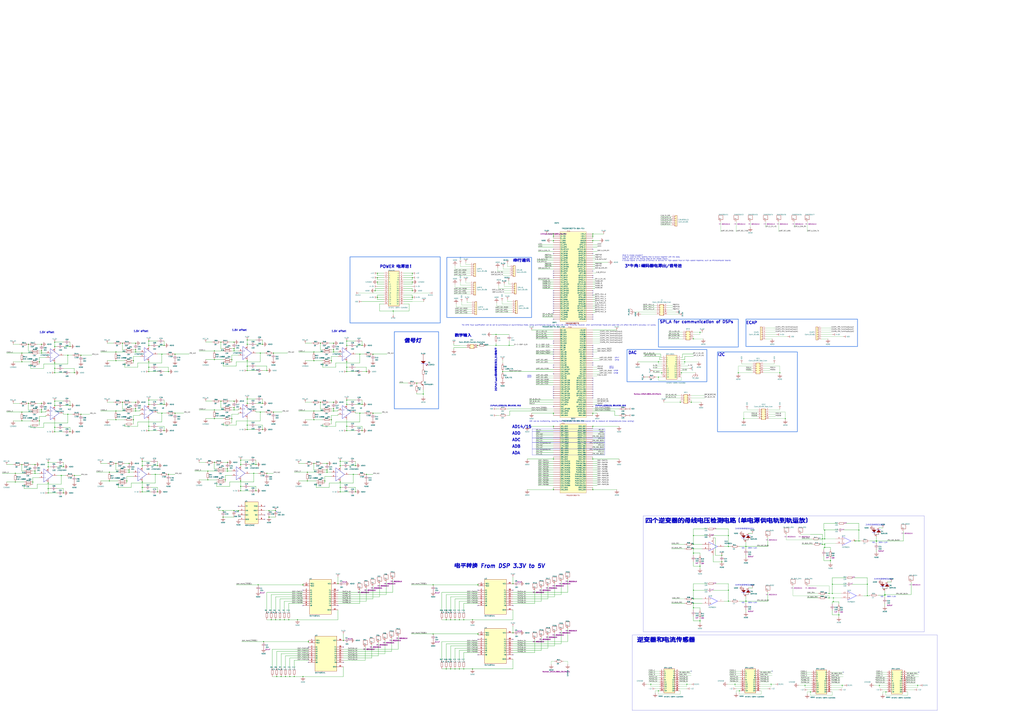
<source format=kicad_sch>
(kicad_sch (version 20230121) (generator eeschema)
  (paper "A0")
  (junction (at 688.34 533.4))
  (junction (at 402.59 469.9))
  (junction (at 595.63 735.33))
  (junction (at 279.4 534.67))
  (junction (at 17.78 549.91))
  (junction (at 157.48 467.36))
  (junction (at 402.59 426.72))
  (junction (at 304.8 468.63))
  (junction (at 853.44 795.02))
  (junction (at 805.18 622.3))
  (junction (at 172.72 426.72))
  (junction (at 967.74 694.69))
  (junction (at 478.79 345.44))
  (junction (at 1021.08 796.29))
  (junction (at 287.02 468.63))
  (junction (at 93.98 481.33))
  (junction (at 33.02 400.05))
  (junction (at 63.5 421.64))
  (junction (at 417.83 411.48))
  (junction (at 384.81 419.1))
  (junction (at 1065.53 796.29))
  (junction (at 142.24 467.36))
  (junction (at 805.18 637.54))
  (junction (at 248.92 417.83))
  (junction (at 264.16 544.83))
  (junction (at 379.73 546.1))
  (junction (at 55.88 561.34))
  (junction (at 845.82 622.3))
  (junction (at 554.99 679.45))
  (junction (at 269.24 417.83))
  (junction (at 271.78 466.09))
  (junction (at 974.09 714.4004))
  (junction (at 165.1 571.5))
  (junction (at 791.21 433.07))
  (junction (at 402.59 464.82))
  (junction (at 491.49 457.835))
  (junction (at 764.54 802.64))
  (junction (at 688.34 495.3))
  (junction (at 575.945 388.62))
  (junction (at 172.72 469.9))
  (junction (at 795.02 420.37))
  (junction (at 957.58 626.11))
  (junction (at 425.45 551.18))
  (junction (at 838.2 645.16))
  (junction (at 172.72 431.8))
  (junction (at 86.36 433.07))
  (junction (at 127 548.64))
  (junction (at 157.48 408.94))
  (junction (at 63.5 433.07))
  (junction (at 48.26 476.25))
  (junction (at 55.88 537.21))
  (junction (at 394.97 571.5))
  (junction (at 190.5 469.9))
  (junction (at 165.1 541.02))
  (junction (at 548.64 777.24))
  (junction (at 394.97 566.42))
  (junction (at 1007.11 692.15))
  (junction (at 583.565 431.8))
  (junction (at 48.26 478.79))
  (junction (at 895.35 795.02))
  (junction (at 387.35 408.94))
  (junction (at 63.5 397.51))
  (junction (at 134.62 538.48))
  (junction (at 302.26 410.21))
  (junction (at 438.15 317.5))
  (junction (at 595.63 678.18))
  (junction (at 1027.43 691.5404))
  (junction (at 172.72 420.37))
  (junction (at 764.54 438.15))
  (junction (at 312.3184 593.2424))
  (junction (at 157.48 398.78))
  (junction (at 387.35 477.52))
  (junction (at 845.82 698.5))
  (junction (at 25.4 410.21))
  (junction (at 420.37 401.32))
  (junction (at 287.02 425.45))
  (junction (at 964.311 651.4084))
  (junction (at 997.331 628.5484))
  (junction (at 287.02 419.1))
  (junction (at 478.79 337.82))
  (junction (at 591.185 401.32))
  (junction (at 863.6 486.41))
  (junction (at 548.64 720.09))
  (junction (at 420.37 469.9))
  (junction (at 379.73 538.48))
  (junction (at 81.28 501.65))
  (junction (at 398.78 744.22))
  (junction (at 256.54 466.09))
  (junction (at 55.88 542.29))
  (junction (at 187.96 480.06))
  (junction (at 812.8 657.86))
  (junction (at 276.86 593.2678))
  (junction (at 805.18 642.62))
  (junction (at 17.78 560.07))
  (junction (at 63.5 466.09))
  (junction (at 1017.651 628.5484))
  (junction (at 387.35 398.78))
  (junction (at 203.2 411.48))
  (junction (at 336.55 786.13))
  (junction (at 858.52 802.64))
  (junction (at 789.94 467.36))
  (junction (at 642.62 279.4))
  (junction (at 957.58 615.8484))
  (junction (at 797.56 795.02))
  (junction (at 812.8 721.36))
  (junction (at 127 558.8))
  (junction (at 384.81 487.68))
  (junction (at 805.18 632.46))
  (junction (at 269.24 486.41))
  (junction (at 934.72 796.29))
  (junction (at 241.3 557.53))
  (junction (at 554.99 736.6))
  (junction (at 48.26 407.67))
  (junction (at 287.02 494.03))
  (junction (at 456.565 361.315))
  (junction (at 63.5 402.59))
  (junction (at 287.02 463.55))
  (junction (at 992.7336 628.5484))
  (junction (at 417.83 480.06))
  (junction (at 805.18 695.96))
  (junction (at 966.47 678.8404))
  (junction (at 394.97 560.07))
  (junction (at 180.34 551.18))
  (junction (at 297.18 539.75))
  (junction (at 157.48 474.98))
  (junction (at 279.4 539.75))
  (junction (at 502.92 679.45))
  (junction (at 78.74 481.33))
  (junction (at 317.5 478.79))
  (junction (at 86.36 552.45))
  (junction (at 358.14 745.49))
  (junction (at 71.12 552.45))
  (junction (at 165.1 535.94))
  (junction (at 55.88 567.69))
  (junction (at 271.78 397.51))
  (junction (at 258.9784 593.2424))
  (junction (at 271.78 405.13))
  (junction (at 45.72 420.37))
  (junction (at 271.78 473.71))
  (junction (at 502.92 736.6))
  (junction (at 364.49 408.94))
  (junction (at 93.98 412.75))
  (junction (at 182.88 571.5))
  (junction (at 377.19 558.8))
  (junction (at 433.07 411.48))
  (junction (at 312.3184 600.8624))
  (junction (at 258.9784 600.8624))
  (junction (at 402.59 431.8))
  (junction (at 78.74 412.75))
  (junction (at 248.92 537.21))
  (junction (at 1027.43 690.88))
  (junction (at 394.97 535.94))
  (junction (at 331.47 786.13))
  (junction (at 73.66 572.77))
  (junction (at 642.62 568.96))
  (junction (at 341.63 786.13))
  (junction (at 48.26 400.05))
  (junction (at 955.04 632.46))
  (junction (at 40.64 539.75))
  (junction (at 297.18 570.23))
  (junction (at 977.9 796.29))
  (junction (at 279.4 565.15))
  (junction (at 264.16 537.21))
  (junction (at 302.26 478.79))
  (junction (at 478.79 317.5))
  (junction (at 387.35 406.4))
  (junction (at 805.18 706.12))
  (junction (at 845.82 635))
  (junction (at 957.58 636.1684))
  (junction (at 483.87 445.135))
  (junction (at 157.48 477.52))
  (junction (at 962.66 689.61))
  (junction (at 48.26 468.63))
  (junction (at 321.31 786.13))
  (junction (at 279.4 558.8))
  (junction (at 134.62 419.1))
  (junction (at 63.5 501.65))
  (junction (at 538.48 720.09))
  (junction (at 25.4 478.79))
  (junction (at 528.32 777.24))
  (junction (at 941.07 803.91))
  (junction (at 420.37 500.38))
  (junction (at 287.02 499.11))
  (junction (at 203.2 480.06))
  (junction (at 528.32 720.09))
  (junction (at 372.11 398.78))
  (junction (at 857.25 433.07))
  (junction (at 320.04 720.09))
  (junction (at 25.4 420.37))
  (junction (at 688.34 274.32))
  (junction (at 755.65 795.02))
  (junction (at 688.34 279.4))
  (junction (at 866.14 698.5))
  (junction (at 905.51 433.07))
  (junction (at 55.88 572.77))
  (junction (at 325.12 720.09))
  (junction (at 45.72 488.95))
  (junction (at 538.48 777.24))
  (junction (at 1028.7 803.91))
  (junction (at 304.8 400.05))
  (junction (at 351.79 786.13))
  (junction (at 326.39 786.13))
  (junction (at 134.62 487.68))
  (junction (at 438.15 322.58))
  (junction (at 271.78 407.67))
  (junction (at 364.49 538.48))
  (junction (at 256.54 397.51))
  (junction (at 642.62 480.06))
  (junction (at 402.59 401.32))
  (junction (at 271.6784 593.2424))
  (junction (at 478.79 322.58))
  (junction (at 149.86 548.64))
  (junction (at 154.94 419.1))
  (junction (at 172.72 401.32))
  (junction (at 309.88 430.53))
  (junction (at 33.02 468.63))
  (junction (at 154.94 487.68))
  (junction (at 294.64 549.91))
  (junction (at 438.15 327.66))
  (junction (at 81.28 471.17))
  (junction (at 172.72 396.24))
  (junction (at 287.02 430.53))
  (junction (at 264.16 547.37))
  (junction (at 248.92 476.25))
  (junction (at 688.34 480.06))
  (junction (at 387.35 467.36))
  (junction (at 279.4 570.23))
  (junction (at 299.72 679.45))
  (junction (at 966.47 689.61))
  (junction (at 435.61 337.82))
  (junction (at 1007.11 678.8404))
  (junction (at 165.1 566.42))
  (junction (at 392.43 678.18))
  (junction (at 433.07 480.06))
  (junction (at 642.62 533.4))
  (junction (at 182.88 541.02))
  (junction (at 172.72 500.38))
  (junction (at 1017.651 628.65))
  (junction (at 412.75 571.5))
  (junction (at 351.79 679.45))
  (junction (at 172.72 495.3))
  (junction (at 330.2 720.09))
  (junction (at 287.02 394.97))
  (junction (at 261.62 557.53))
  (junction (at 309.88 549.91))
  (junction (at 25.4 539.75))
  (junction (at 165.1 560.07))
  (junction (at 642.62 271.78))
  (junction (at 356.87 558.8))
  (junction (at 764.54 420.37))
  (junction (at 364.49 487.68))
  (junction (at 997.331 615.8484))
  (junction (at 142.24 398.78))
  (junction (at 805.18 701.04))
  (junction (at 248.92 486.41))
  (junction (at 134.62 477.52))
  (junction (at 575.945 401.32))
  (junction (at 394.97 541.02))
  (junction (at 688.34 271.78))
  (junction (at 805.18 393.7))
  (junction (at 149.86 538.48))
  (junction (at 63.5 496.57))
  (junction (at 554.355 401.32))
  (junction (at 356.87 548.64))
  (junction (at 402.59 500.38))
  (junction (at 410.21 551.18))
  (junction (at 195.58 431.8))
  (junction (at 172.72 464.82))
  (junction (at 63.5 471.17))
  (junction (at 248.92 407.67))
  (junction (at 955.04 626.11))
  (junction (at 642.62 274.32))
  (junction (at 271.78 476.25))
  (junction (at 304.8 499.11))
  (junction (at 319.9384 593.2424))
  (junction (at 287.02 400.05))
  (junction (at 533.4 777.24))
  (junction (at 688.34 568.96))
  (junction (at 866.14 635))
  (junction (at 402.59 396.24))
  (junction (at 642.62 495.3))
  (junction (at 345.44 720.09))
  (junction (at 241.3 547.37))
  (junction (at 73.66 542.29))
  (junction (at 523.24 720.09))
  (junction (at 402.59 495.3))
  (junction (at 805.18 685.8))
  (junction (at 957.58 632.46))
  (junction (at 962.66 694.69))
  (junction (at 190.5 500.38))
  (junction (at 364.49 477.52))
  (junction (at 533.4 720.09))
  (junction (at 306.07 745.49))
  (junction (at 372.11 467.36))
  (junction (at 157.48 406.4))
  (junction (at 81.28 402.59))
  (junction (at 63.5 427.99))
  (junction (at 387.35 474.98))
  (junction (at 845.82 685.8))
  (junction (at 317.5 410.21))
  (junction (at 425.45 431.8))
  (junction (at 314.96 720.09))
  (junction (at 187.96 411.48))
  (junction (at 40.64 549.91))
  (junction (at 379.73 548.64))
  (junction (at 768.35 433.07))
  (junction (at 149.86 546.1))
  (junction (at 195.58 551.18))
  (junction (at 523.24 777.24))
  (junction (at 412.75 541.02))
  (junction (at 25.4 488.95))
  (junction (at 38.1 560.07))
  (junction (at 478.79 327.66))
  (junction (at 438.15 345.44))
  (junction (at 802.64 467.36))
  (junction (at 147.32 558.8))
  (junction (at 190.5 401.32))
  (junction (at 518.16 720.09))
  (junction (at 48.26 410.21))
  (junction (at 911.86 486.41))
  (junction (at 40.64 547.37))
  (junction (at 812.8 386.08))
  (junction (at 402.59 420.37))
  (junction (at 335.28 720.09))
  (junction (at 364.49 419.1))
  (junction (at 838.2 652.78))
  (junction (at 518.16 777.24))
  (junction (at 134.62 408.94))
  (junction (at 967.74 699.1604))
  (no_connect (at 642.62 342.9))
  (no_connect (at 642.62 411.48))
  (no_connect (at 642.62 416.56))
  (no_connect (at 642.62 320.04))
  (no_connect (at 307.34 603.4278))
  (no_connect (at 688.34 337.82))
  (no_connect (at 642.62 472.44))
  (no_connect (at 688.34 289.56))
  (no_connect (at 688.34 368.3))
  (no_connect (at 642.62 406.4))
  (no_connect (at 642.62 414.02))
  (no_connect (at 554.99 742.95))
  (no_connect (at 688.34 449.58))
  (no_connect (at 688.34 459.74))
  (no_connect (at 688.34 457.2))
  (no_connect (at 688.34 320.04))
  (no_connect (at 642.62 317.5))
  (no_connect (at 688.34 401.32))
  (no_connect (at 642.62 358.14))
  (no_connect (at 688.34 444.5))
  (no_connect (at 642.62 322.58))
  (no_connect (at 642.62 459.74))
  (no_connect (at 642.62 353.06))
  (no_connect (at 358.14 751.84))
  (no_connect (at 398.78 769.62))
  (no_connect (at 688.34 342.9))
  (no_connect (at 307.34 598.3478))
  (no_connect (at 688.34 439.42))
  (no_connect (at 688.34 411.48))
  (no_connect (at 688.34 424.18))
  (no_connect (at 642.62 396.24))
  (no_connect (at 642.62 337.82))
  (no_connect (at 642.62 370.84))
  (no_connect (at 688.34 472.44))
  (no_connect (at 688.34 370.84))
  (no_connect (at 688.34 340.36))
  (no_connect (at 358.14 769.62))
  (no_connect (at 688.34 462.28))
  (no_connect (at 688.34 454.66))
  (no_connect (at 688.34 406.4))
  (no_connect (at 642.62 340.36))
  (no_connect (at 642.62 350.52))
  (no_connect (at 642.62 454.66))
  (no_connect (at 351.79 685.8))
  (no_connect (at 595.63 760.73))
  (no_connect (at 802.64 779.78))
  (no_connect (at 642.62 457.2))
  (no_connect (at 1066.8 781.05))
  (no_connect (at 642.62 355.6))
  (no_connect (at 688.34 421.64))
  (no_connect (at 595.63 685.8))
  (no_connect (at 642.62 314.96))
  (no_connect (at 688.34 414.02))
  (no_connect (at 276.86 588.1878))
  (no_connect (at 979.17 781.05))
  (no_connect (at 307.34 588.1878))
  (no_connect (at 276.86 598.3478))
  (no_connect (at 398.78 751.84))
  (no_connect (at 595.63 703.58))
  (no_connect (at 351.79 703.58))
  (no_connect (at 642.62 289.56))
  (no_connect (at 642.62 449.58))
  (no_connect (at 554.99 703.58))
  (no_connect (at 642.62 424.18))
  (no_connect (at 392.43 685.8))
  (no_connect (at 688.34 314.96))
  (no_connect (at 688.34 294.64))
  (no_connect (at 688.34 452.12))
  (no_connect (at 392.43 703.58))
  (no_connect (at 642.62 345.44))
  (no_connect (at 688.34 408.94))
  (no_connect (at 554.99 685.8))
  (no_connect (at 642.62 398.78))
  (no_connect (at 642.62 452.12))
  (no_connect (at 688.34 365.76))
  (no_connect (at 688.34 441.96))
  (no_connect (at 688.34 447.04))
  (no_connect (at 595.63 742.95))
  (no_connect (at 688.34 403.86))
  (no_connect (at 896.62 779.78))
  (no_connect (at 688.34 322.58))
  (no_connect (at 642.62 360.68))
  (no_connect (at 642.62 434.34))
  (no_connect (at 642.62 408.94))
  (no_connect (at 554.99 760.73))
  (no_connect (at 642.62 294.64))
  (no_connect (at 642.62 347.98))
  (no_connect (at 642.62 363.22))
  (no_connect (at 642.62 462.28))
  (no_connect (at 642.62 426.72))
  (wire (pts (xy 795.02 414.02) (xy 795.02 417.83)) (stroke (width 0.254)))
  (wire (pts (xy 43.18 468.63) (xy 48.26 468.63)) (stroke (width 0.254)))
  (wire (pts (xy 957.58 632.46) (xy 955.04 632.46)) (stroke (width 0.254)))
  (wire (pts (xy 805.18 706.12) (xy 805.18 708.66)) (stroke (width 0.254)))
  (wire (pts (xy 162.56 414.02) (xy 154.94 414.02)) (stroke (width 0.254)))
  (wire (pts (xy 55.88 560.07) (xy 55.88 561.34)) (stroke (width 0.254)))
  (wire (pts (xy 513.08 745.49) (xy 513.08 767.08)) (stroke (width 0.254)))
  (wire (pts (xy 866.14 698.5) (xy 891.54 698.5)) (stroke (width 0.254)))
  (wire (pts (xy 384.81 474.98) (xy 387.35 474.98)) (stroke (width 0.254)))
  (wire (pts (xy 1028.7 807.72) (xy 1028.7 803.91)))
  (wire (pts (xy 621.03 758.19) (xy 621.03 742.95)) (stroke (width 0.254)))
  (wire (pts (xy 438.15 345.44) (xy 445.77 345.44)) (stroke (width 0.254)))
  (wire (pts (xy 688.34 467.36) (xy 693.42 467.36)))
  (wire (pts (xy 765.81 414.02) (xy 747.0902 414.02)) (stroke (width 0.254)))
  (wire (pts (xy 154.94 474.98) (xy 157.48 474.98)) (stroke (width 0.254)))
  (wire (pts (xy 688.34 317.5) (xy 692.15 317.5)))
  (wire (pts (xy 35.56 407.67) (xy 33.02 407.67)) (stroke (width 0.254)))
  (wire (pts (xy 473.71 445.135) (xy 463.55 445.135)) (stroke (width 0.254)))
  (wire (pts (xy 468.63 342.9) (xy 478.79 342.9)) (stroke (width 0.254)))
  (wire (pts (xy 448.31 675.64) (xy 448.31 690.88)) (stroke (width 0.254)))
  (wire (pts (xy 941.07 803.91) (xy 942.34 803.91)))
  (wire (pts (xy 468.63 347.98) (xy 478.79 347.98)) (stroke (width 0.254)))
  (wire (pts (xy 402.59 431.8) (xy 402.59 426.72)) (stroke (width 0.254)))
  (wire (pts (xy 1003.3 692.15) (xy 1007.11 692.15)) (stroke (width 0.254)))
  (wire (pts (xy 297.18 494.03) (xy 304.8 494.03)) (stroke (width 0.254)))
  (wire (pts (xy 956.691 608.2284) (xy 956.691 615.8484)) (stroke (width 0.254)))
  (wire (pts (xy 316.23 754.38) (xy 316.23 775.97)) (stroke (width 0.254)))
  (wire (pts (xy 688.34 353.06) (xy 690.88 353.06)))
  (wire (pts (xy 438.15 325.12) (xy 438.15 322.58)) (stroke (width 0.254)))
  (wire (pts (xy 45.72 494.03) (xy 45.72 488.95)) (stroke (width 0.254)))
  (wire (pts (xy 351.79 695.96) (xy 325.12 695.96)) (stroke (width 0.254)))
  (wire (pts (xy 892.81 486.41) (xy 911.86 486.41)))
  (wire (pts (xy 374.65 538.48) (xy 379.73 538.48)) (stroke (width 0.254)))
  (wire (pts (xy 326.39 759.46) (xy 326.39 775.97)) (stroke (width 0.254)))
  (wire (pts (xy 259.08 494.03) (xy 259.08 491.49)) (stroke (width 0.254)))
  (wire (pts (xy 527.05 401.32) (xy 534.035 401.32)) (stroke (width 0.254)))
  (wire (pts (xy 836.93 257.81) (xy 836.93 269.24)))
  (wire (pts (xy 858.52 806.45) (xy 858.52 802.64)))
  (wire (pts (xy 439.42 762) (xy 439.42 746.76)) (stroke (width 0.254)))
  (wire (pts (xy 394.97 566.42) (xy 397.51 566.42)) (stroke (width 0.254)))
  (wire (pts (xy 276.86 593.2678) (xy 271.8308 593.2678)) (stroke (width 0.254)))
  (wire (pts (xy 379.73 546.1) (xy 379.73 548.64)) (stroke (width 0.254)))
  (wire (pts (xy 624.84 538.48) (xy 642.62 538.48)) (stroke (width 0.254)))
  (wire (pts (xy 40.64 549.91) (xy 45.72 549.91)) (stroke (width 0.254)))
  (wire (pts (xy 693.42 556.26) (xy 688.34 556.26)) (stroke (width 0.254)))
  (wire (pts (xy 767.08 411.48) (xy 747.0902 411.48)) (stroke (width 0.254)))
  (wire (pts (xy 788.67 797.56) (xy 797.56 797.56)))
  (wire (pts (xy 622.3 523.24) (xy 642.62 523.24)) (stroke (width 0.254)))
  (wire (pts (xy 642.62 271.78) (xy 642.62 274.32)) (stroke (width 0.254)))
  (wire (pts (xy 1054.1 803.91) (xy 1054.1 807.72)))
  (wire (pts (xy 325.12 720.09) (xy 330.2 720.09)) (stroke (width 0.254)))
  (wire (pts (xy 528.32 308.61) (xy 528.32 312.42)))
  (wire (pts (xy 688.34 528.32) (xy 701.675 528.32)))
  (wire (pts (xy 955.04 626.11) (xy 955.04 621.03)) (stroke (width 0.254)))
  (wire (pts (xy 483.87 446.405) (xy 483.87 445.135)))
  (wire (pts (xy 889 257.81) (xy 889 264.16)))
  (wire (pts (xy 593.09 332.74) (xy 585.47 332.74)))
  (wire (pts (xy 642.62 530.86) (xy 642.62 533.4)) (stroke (width 0.254)))
  (wire (pts (xy 256.54 405.13) (xy 256.54 397.51)) (stroke (width 0.254)))
  (wire (pts (xy 693.42 541.02) (xy 688.34 541.02)) (stroke (width 0.254)))
  (wire (pts (xy 695.96 431.8) (xy 688.34 431.8)))
  (wire (pts (xy 981.71 671.2204) (xy 966.47 671.2204)) (stroke (width 0.254)))
  (wire (pts (xy 830.58 624.84) (xy 830.58 645.16)) (stroke (width 0.254)))
  (wire (pts (xy 534.67 309.88) (xy 546.1 309.88)))
  (wire (pts (xy 872.49 483.87) (xy 880.11 483.87)))
  (wire (pts (xy 642.62 429.26) (xy 622.3 429.26)) (stroke (width 0.254)))
  (wire (pts (xy 624.84 551.18) (xy 642.62 551.18)) (stroke (width 0.254)))
  (wire (pts (xy 417.83 411.48) (xy 412.75 411.48)) (stroke (width 0.254)))
  (wire (pts (xy 193.04 480.06) (xy 187.96 480.06)) (stroke (width 0.254)))
  (wire (pts (xy 527.05 341.63) (xy 546.1 341.63)))
  (wire (pts (xy 172.72 401.32) (xy 172.72 396.24)) (stroke (width 0.254)))
  (wire (pts (xy 791.21 433.07) (xy 807.72 433.07)))
  (wire (pts (xy 190.5 401.32) (xy 190.5 396.24)) (stroke (width 0.254)))
  (wire (pts (xy 758.19 425.45) (xy 768.35 425.45)))
  (wire (pts (xy 152.4 467.36) (xy 157.48 467.36)) (stroke (width 0.254)))
  (wire (pts (xy 384.81 408.94) (xy 387.35 408.94)) (stroke (width 0.254)))
  (wire (pts (xy 538.48 758.19) (xy 538.48 767.08)) (stroke (width 0.254)))
  (wire (pts (xy 696.595 388.62) (xy 688.34 388.62)))
  (wire (pts (xy 314.96 690.88) (xy 314.96 709.93)) (stroke (width 0.254)))
  (wire (pts (xy 45.72 488.95) (xy 45.72 483.87)) (stroke (width 0.254)))
  (wire (pts (xy 642.62 411.48) (xy 622.3 411.48)) (stroke (width 0.254)))
  (wire (pts (xy 765.81 417.83) (xy 768.35 417.83)) (stroke (width 0.254)))
  (wire (pts (xy 445.77 325.12) (xy 438.15 325.12)) (stroke (width 0.254)))
  (wire (pts (xy 642.62 568.96) (xy 642.62 566.42)) (stroke (width 0.254)))
  (wire (pts (xy 45.72 420.37) (xy 45.72 422.91)) (stroke (width 0.254)))
  (wire (pts (xy 374.65 487.68) (xy 364.49 487.68)) (stroke (width 0.254)))
  (wire (pts (xy 967.74 694.69) (xy 967.74 699.1604)))
  (wire (pts (xy 941.07 807.72) (xy 941.07 803.91)))
  (wire (pts (xy 579.12 335.28) (xy 579.12 331.47)))
  (wire (pts (xy 152.4 561.34) (xy 180.34 561.34)) (stroke (width 0.254)))
  (wire (pts (xy 351.79 688.34) (xy 309.88 688.34)) (stroke (width 0.254)))
  (wire (pts (xy 554.99 701.04) (xy 538.48 701.04)) (stroke (width 0.254)))
  (wire (pts (xy 251.46 565.15) (xy 266.7 565.15)) (stroke (width 0.254)))
  (wire (pts (xy 341.63 767.08) (xy 341.63 775.97)) (stroke (width 0.254)))
  (wire (pts (xy 502.92 736.6) (xy 477.52 736.6)) (stroke (width 0.254)))
  (wire (pts (xy 623.57 304.8) (xy 642.62 304.8)))
  (wire (pts (xy 880.11 486.41) (xy 863.6 486.41)))
  (wire (pts (xy 929.64 781.05) (xy 942.34 781.05)))
  (wire (pts (xy 595.63 695.96) (xy 636.27 695.96)) (stroke (width 0.254)))
  (wire (pts (xy 147.32 546.1) (xy 149.86 546.1)) (stroke (width 0.254)))
  (wire (pts (xy 595.63 755.65) (xy 628.65 755.65)) (stroke (width 0.254)))
  (wire (pts (xy 251.46 544.83) (xy 248.92 544.83)) (stroke (width 0.254)))
  (wire (pts (xy 392.43 477.52) (xy 392.43 476.25)) (stroke (width 0.254)))
  (wire (pts (xy 882.65 797.56) (xy 895.35 797.56)))
  (wire (pts (xy 412.75 495.3) (xy 420.37 495.3)) (stroke (width 0.254)))
  (wire (pts (xy 259.08 473.71) (xy 256.54 473.71)) (stroke (width 0.254)))
  (wire (pts (xy 758.19 427.99) (xy 768.35 427.99)))
  (wire (pts (xy 297.18 430.53) (xy 287.02 430.53)) (stroke (width 0.254)))
  (wire (pts (xy 25.4 547.37) (xy 25.4 539.75)) (stroke (width 0.254)))
  (wire (pts (xy 384.81 419.1) (xy 384.81 421.64)) (stroke (width 0.254)))
  (wire (pts (xy 48.26 407.67) (xy 48.26 410.21)) (stroke (width 0.254)))
  (wire (pts (xy 528.32 753.11) (xy 528.32 767.08)) (stroke (width 0.254)))
  (wire (pts (xy 767.08 256.54) (xy 779.78 256.54)))
  (wire (pts (xy 264.16 547.37) (xy 269.24 547.37)) (stroke (width 0.254)))
  (wire (pts (xy 149.86 546.1) (xy 149.86 548.64)) (stroke (width 0.254)))
  (wire (pts (xy 259.08 405.13) (xy 256.54 405.13)) (stroke (width 0.254)))
  (wire (pts (xy 690.88 355.6) (xy 688.34 355.6)) (stroke (width 0.254)))
  (wire (pts (xy 335.28 701.04) (xy 335.28 709.93)) (stroke (width 0.254)))
  (wire (pts (xy 688.34 408.94) (xy 693.42 408.94)))
  (wire (pts (xy 576.58 474.98) (xy 579.12 474.98)) (stroke (width 0.254)))
  (wire (pts (xy 279.4 557.53) (xy 279.4 558.8)) (stroke (width 0.254)))
  (wire (pts (xy 50.8 496.57) (xy 35.56 496.57)) (stroke (width 0.254)))
  (wire (pts (xy 937.26 694.69) (xy 949.96 694.69)) (stroke (width 0.254)))
  (wire (pts (xy 965.2 801.37) (xy 974.09 801.37)))
  (wire (pts (xy 845.82 622.3) (xy 845.82 614.68)) (stroke (width 0.254)))
  (wire (pts (xy 905.51 434.34) (xy 905.51 433.07)))
  (wire (pts (xy 1007.11 678.8404) (xy 989.33 678.8404)) (stroke (width 0.254)))
  (wire (pts (xy 764.54 422.91) (xy 764.54 420.37)))
  (wire (pts (xy 554.99 688.34) (xy 513.08 688.34)) (stroke (width 0.254)))
  (wire (pts (xy 261.62 557.53) (xy 261.62 560.07)) (stroke (width 0.254)))
  (wire (pts (xy 351.79 693.42) (xy 320.04 693.42)) (stroke (width 0.254)))
  (wire (pts (xy 66.04 402.59) (xy 63.5 402.59)) (stroke (width 0.254)))
  (wire (pts (xy 66.04 567.69) (xy 73.66 567.69)) (stroke (width 0.254)))
  (wire (pts (xy 175.26 571.5) (xy 165.1 571.5)) (stroke (width 0.254)))
  (wire (pts (xy 528.32 720.09) (xy 533.4 720.09)) (stroke (width 0.254)))
  (wire (pts (xy 775.97 393.7) (xy 792.48 393.7)))
  (wire (pts (xy 767.08 254) (xy 779.78 254)))
  (wire (pts (xy 269.24 486.41) (xy 269.24 481.33)) (stroke (width 0.254)))
  (wire (pts (xy 1052.83 781.05) (xy 1066.8 781.05)))
  (wire (pts (xy 297.18 565.15) (xy 297.18 570.23)) (stroke (width 0.254)))
  (wire (pts (xy 767.08 259.08) (xy 779.78 259.08)))
  (wire (pts (xy 405.13 571.5) (xy 394.97 571.5)) (stroke (width 0.254)))
  (wire (pts (xy 384.81 414.02) (xy 384.81 419.1)) (stroke (width 0.254)))
  (wire (pts (xy 435.61 337.82) (xy 435.61 335.28)) (stroke (width 0.254)))
  (wire (pts (xy 412.75 566.42) (xy 412.75 571.5)) (stroke (width 0.254)))
  (wire (pts (xy 764.54 806.45) (xy 764.54 802.64)))
  (wire (pts (xy 964.311 651.4084) (xy 956.691 651.4084)) (stroke (width 0.254)))
  (wire (pts (xy 271.8308 593.217) (xy 271.6784 593.217)) (stroke (width 0.254)))
  (wire (pts (xy 642.62 274.32) (xy 642.62 276.86)) (stroke (width 0.254)))
  (wire (pts (xy 760.73 805.18) (xy 760.73 802.64)))
  (wire (pts (xy 274.32 425.45) (xy 274.32 420.37)) (stroke (width 0.254)))
  (wire (pts (xy 716.28 383.54) (xy 688.34 383.54)) (stroke (width 0.254)))
  (wire (pts (xy 86.36 427.99) (xy 86.36 433.07)) (stroke (width 0.254)))
  (wire (pts (xy 15.24 468.63) (xy 22.86 468.63)) (stroke (width 0.254)))
  (wire (pts (xy 287.02 494.03) (xy 289.56 494.03)) (stroke (width 0.254)))
  (wire (pts (xy 468.63 345.44) (xy 478.79 345.44)) (stroke (width 0.254)))
  (wire (pts (xy 251.46 560.07) (xy 251.46 565.15)) (stroke (width 0.254)))
  (wire (pts (xy 289.56 565.15) (xy 297.18 565.15)) (stroke (width 0.254)))
  (wire (pts (xy 718.82 533.4) (xy 688.34 533.4)) (stroke (width 0.254)))
  (wire (pts (xy 317.5 478.79) (xy 327.66 478.79)) (stroke (width 0.254)))
  (wire (pts (xy 144.78 474.98) (xy 142.24 474.98)) (stroke (width 0.254)))
  (wire (pts (xy 248.92 544.83) (xy 248.92 537.21)) (stroke (width 0.254)))
  (wire (pts (xy 384.81 406.4) (xy 387.35 406.4)) (stroke (width 0.254)))
  (wire (pts (xy 805.18 706.12) (xy 812.8 706.12)) (stroke (width 0.254)))
  (wire (pts (xy 387.35 406.4) (xy 387.35 408.94)) (stroke (width 0.254)))
  (wire (pts (xy 974.09 716.9404) (xy 974.09 714.4004)) (stroke (width 0.254)))
  (wire (pts (xy 779.78 632.46) (xy 795.02 632.46)) (stroke (width 0.254)))
  (wire (pts (xy 27.94 560.07) (xy 17.78 560.07)) (stroke (width 0.254)))
  (wire (pts (xy 527.05 403.86) (xy 527.05 405.765)) (stroke (width 0.254)))
  (wire (pts (xy 187.96 480.06) (xy 187.96 490.22)) (stroke (width 0.254)))
  (wire (pts (xy 241.3 547.37) (xy 226.06 547.37)) (stroke (width 0.254)))
  (wire (pts (xy 154.94 419.1) (xy 154.94 421.64)) (stroke (width 0.254)))
  (wire (pts (xy 640.08 772.16) (xy 640.08 768.35)))
  (wire (pts (xy 750.57 795.02) (xy 755.65 795.02)))
  (wire (pts (xy 629.92 330.2) (xy 642.62 330.2)) (stroke (width 0.254)))
  (wire (pts (xy 997.331 608.2284) (xy 982.091 608.2284)) (stroke (width 0.254)))
  (wire (pts (xy 374.65 426.72) (xy 389.89 426.72)) (stroke (width 0.254)))
  (wire (pts (xy 276.86 481.33) (xy 276.86 480.06)) (stroke (width 0.254)))
  (wire (pts (xy 518.16 720.09) (xy 523.24 720.09)) (stroke (width 0.254)))
  (wire (pts (xy 858.52 635) (xy 866.14 635)) (stroke (width 0.254)))
  (wire (pts (xy 304.8 494.03) (xy 304.8 499.11)) (stroke (width 0.254)))
  (wire (pts (xy 364.49 408.94) (xy 346.71 408.94)) (stroke (width 0.254)))
  (wire (pts (xy 377.19 548.64) (xy 379.73 548.64)) (stroke (width 0.254)))
  (wire (pts (xy 659.13 730.25) (xy 659.13 745.49)) (stroke (width 0.254)))
  (wire (pts (xy 830.58 645.16) (xy 838.2 645.16)) (stroke (width 0.254)))
  (wire (pts (xy 845.82 635) (xy 845.82 622.3)) (stroke (width 0.254)))
  (wire (pts (xy 643.89 693.42) (xy 643.89 678.18)) (stroke (width 0.254)))
  (wire (pts (xy 289.56 539.75) (xy 297.18 539.75)) (stroke (width 0.254)))
  (wire (pts (xy 261.62 552.45) (xy 261.62 557.53)) (stroke (width 0.254)))
  (wire (pts (xy 513.08 777.24) (xy 518.16 777.24)) (stroke (width 0.254)))
  (wire (pts (xy 266.7 565.15) (xy 266.7 560.07)) (stroke (width 0.254)))
  (wire (pts (xy 781.05 360.045) (xy 774.7 360.045)))
  (wire (pts (xy 533.4 777.24) (xy 538.48 777.24)) (stroke (width 0.254)))
  (wire (pts (xy 402.59 420.37) (xy 402.59 419.1)) (stroke (width 0.254)))
  (wire (pts (xy 764.54 438.15) (xy 764.54 441.96)))
  (wire (pts (xy 642.62 480.06) (xy 617.22 480.06)) (stroke (width 0.254)))
  (wire (pts (xy 957.58 636.1684) (xy 964.311 636.1684)) (stroke (width 0.254)))
  (wire (pts (xy 845.82 678.18) (xy 830.58 678.18)) (stroke (width 0.254)))
  (wire (pts (xy 642.62 393.7) (xy 622.3 393.7)) (stroke (width 0.254)))
  (wire (pts (xy 965.2 786.13) (xy 979.17 786.13)))
  (wire (pts (xy 417.83 480.06) (xy 417.83 490.22)) (stroke (width 0.254)))
  (wire (pts (xy 997.331 615.8484) (xy 997.331 608.2284)) (stroke (width 0.254)))
  (wire (pts (xy 937.26 803.91) (xy 941.07 803.91)))
  (wire (pts (xy 438.15 317.5) (xy 445.77 317.5)) (stroke (width 0.254)))
  (wire (pts (xy 478.79 350.52) (xy 468.63 350.52)) (stroke (width 0.254)))
  (wire (pts (xy 523.24 750.57) (xy 523.24 767.08)) (stroke (width 0.254)))
  (wire (pts (xy 175.26 541.02) (xy 182.88 541.02)) (stroke (width 0.254)))
  (wire (pts (xy 468.63 317.5) (xy 478.79 317.5)) (stroke (width 0.254)))
  (wire (pts (xy 73.66 427.99) (xy 86.36 427.99)) (stroke (width 0.254)))
  (wire (pts (xy 624.84 546.1) (xy 642.62 546.1)) (stroke (width 0.254)))
  (wire (pts (xy 17.78 560.07) (xy 7.62 560.07)) (stroke (width 0.254)))
  (wire (pts (xy 624.84 553.72) (xy 642.62 553.72)) (stroke (width 0.254)))
  (wire (pts (xy 593.09 335.28) (xy 579.12 335.28)))
  (wire (pts (xy 642.62 508) (xy 622.3 508)) (stroke (width 0.254)))
  (wire (pts (xy 202.692 411.48) (xy 203.2 411.48)) (stroke (width 0.254)))
  (wire (pts (xy 892.81 792.48) (xy 882.65 792.48)))
  (wire (pts (xy 377.19 558.8) (xy 377.19 561.34)) (stroke (width 0.254)))
  (wire (pts (xy 45.72 415.29) (xy 45.72 420.37)) (stroke (width 0.254)))
  (wire (pts (xy 276.86 412.75) (xy 269.24 412.75)) (stroke (width 0.254)))
  (wire (pts (xy 73.66 402.59) (xy 81.28 402.59)) (stroke (width 0.254)))
  (wire (pts (xy 957.58 615.8484) (xy 971.931 615.8484)) (stroke (width 0.254)))
  (wire (pts (xy 1017.27 783.59) (xy 1029.97 783.59)))
  (wire (pts (xy 643.89 750.57) (xy 643.89 735.33)) (stroke (width 0.254)))
  (wire (pts (xy 402.59 401.32) (xy 402.59 396.24)) (stroke (width 0.254)))
  (wire (pts (xy 258.9784 593.2424) (xy 253.8984 593.2424)) (stroke (width 0.254)))
  (wire (pts (xy 35.56 496.57) (xy 35.56 494.03)) (stroke (width 0.254)))
  (wire (pts (xy 696.595 398.78) (xy 688.34 398.78)))
  (wire (pts (xy 162.56 482.6) (xy 162.56 481.33)) (stroke (width 0.254)))
  (wire (pts (xy 523.24 720.09) (xy 528.32 720.09)) (stroke (width 0.254)))
  (wire (pts (xy 953.77 393.7) (xy 961.39 393.7)))
  (wire (pts (xy 144.78 426.72) (xy 160.02 426.72)) (stroke (width 0.254)))
  (wire (pts (xy 659.13 768.35) (xy 654.05 768.35)))
  (wire (pts (xy 445.77 337.82) (xy 435.61 337.82)) (stroke (width 0.254)))
  (wire (pts (xy 966.47 699.1604) (xy 966.47 701.7004)) (stroke (width 0.254)))
  (wire (pts (xy 454.66 741.68) (xy 454.66 756.92)) (stroke (width 0.254)))
  (wire (pts (xy 797.56 795.02) (xy 802.64 795.02)))
  (wire (pts (xy 805.18 622.3) (xy 820.42 622.3)) (stroke (width 0.254)))
  (wire (pts (xy 812.8 655.32) (xy 812.8 657.86)) (stroke (width 0.254)))
  (wire (pts (xy 612.14 495.3) (xy 642.62 495.3)) (stroke (width 0.254)))
  (wire (pts (xy 688.34 533.4) (xy 688.34 530.86)) (stroke (width 0.254)))
  (wire (pts (xy 351.79 701.04) (xy 335.28 701.04)) (stroke (width 0.254)))
  (wire (pts (xy 693.42 469.9) (xy 688.34 469.9)))
  (wire (pts (xy 502.92 679.45) (xy 477.52 679.45)) (stroke (width 0.254)))
  (wire (pts (xy 172.72 495.3) (xy 175.26 495.3)) (stroke (width 0.254)))
  (wire (pts (xy 356.87 558.8) (xy 346.71 558.8)) (stroke (width 0.254)))
  (wire (pts (xy 892.81 483.87) (xy 900.43 483.87)))
  (wire (pts (xy 533.4 720.09) (xy 538.48 720.09)) (stroke (width 0.254)))
  (wire (pts (xy 389.89 490.22) (xy 389.89 495.3)) (stroke (width 0.254)))
  (wire (pts (xy 294.64 549.91) (xy 289.56 549.91)) (stroke (width 0.254)))
  (wire (pts (xy 889 393.7) (xy 896.62 393.7)))
  (wire (pts (xy 781.05 354.965) (xy 774.7 354.965)))
  (wire (pts (xy 582.93 349.25) (xy 582.93 353.06)))
  (wire (pts (xy 317.5 410.21) (xy 334.01 410.21)) (stroke (width 0.254)))
  (wire (pts (xy 614.68 467.36) (xy 642.62 467.36)) (stroke (width 0.254)))
  (wire (pts (xy 420.37 495.3) (xy 420.37 500.38)) (stroke (width 0.254)))
  (wire (pts (xy 554.99 679.45) (xy 554.99 678.18)) (stroke (width 0.254)))
  (wire (pts (xy 412.75 480.06) (xy 417.83 480.06)) (stroke (width 0.254)))
  (wire (pts (xy 845.82 614.68) (xy 830.58 614.68)) (stroke (width 0.254)))
  (wire (pts (xy 351.79 690.88) (xy 314.96 690.88)) (stroke (width 0.254)))
  (wire (pts (xy 995.68 628.65) (xy 992.7336 628.65)))
  (wire (pts (xy 50.8 427.99) (xy 50.8 422.91)) (stroke (width 0.254)))
  (wire (pts (xy 575.945 388.62) (xy 591.185 388.62)) (stroke (width 0.254)))
  (wire (pts (xy 528.32 312.42) (xy 546.1 312.42)))
  (wire (pts (xy 1052.83 801.37) (xy 1061.72 801.37)))
  (wire (pts (xy 768.35 415.29) (xy 767.08 415.29)) (stroke (width 0.254)))
  (wire (pts (xy 764.54 441.96) (xy 791.21 441.96)))
  (wire (pts (xy 548.64 777.24) (xy 595.63 777.24)) (stroke (width 0.254)))
  (wire (pts (xy 534.67 306.07) (xy 534.67 309.88)))
  (wire (pts (xy 622.3 388.62) (xy 642.62 388.62)) (stroke (width 0.254)))
  (wire (pts (xy 589.28 306.07) (xy 589.28 309.88)))
  (wire (pts (xy 66.04 542.29) (xy 73.66 542.29)) (stroke (width 0.254)))
  (wire (pts (xy 591.82 314.96) (xy 577.85 314.96)))
  (wire (pts (xy 445.77 340.36) (xy 416.56 340.36)))
  (wire (pts (xy 398.78 736.6) (xy 398.78 744.22)) (stroke (width 0.254)))
  (wire (pts (xy 992.251 628.5484) (xy 992.7336 628.5484)) (stroke (width 0.254)))
  (wire (pts (xy 688.34 518.16) (xy 701.675 518.16)))
  (wire (pts (xy 175.26 469.9) (xy 172.72 469.9)) (stroke (width 0.254)))
  (wire (pts (xy 279.4 539.75) (xy 279.4 534.67)) (stroke (width 0.254)))
  (wire (pts (xy 83.82 412.75) (xy 78.74 412.75)) (stroke (width 0.254)))
  (wire (pts (xy 289.56 468.63) (xy 287.02 468.63)) (stroke (width 0.254)))
  (wire (pts (xy 144.78 408.94) (xy 134.62 408.94)) (stroke (width 0.254)))
  (wire (pts (xy 755.65 795.02) (xy 765.81 795.02)))
  (wire (pts (xy 38.1 547.37) (xy 40.64 547.37)) (stroke (width 0.254)))
  (wire (pts (xy 688.34 523.24) (xy 701.675 523.24)))
  (wire (pts (xy 791.21 441.96) (xy 791.21 438.15)))
  (wire (pts (xy 346.71 538.48) (xy 354.33 538.48)) (stroke (width 0.254)))
  (wire (pts (xy 617.22 477.52) (xy 642.62 477.52)))
  (wire (pts (xy 316.23 786.13) (xy 321.31 786.13)) (stroke (width 0.254)))
  (wire (pts (xy 297.18 499.11) (xy 287.02 499.11)) (stroke (width 0.254)))
  (wire (pts (xy 622.3 515.62) (xy 642.62 515.62)) (stroke (width 0.254)))
  (wire (pts (xy 529.59 353.06) (xy 529.59 356.87)))
  (wire (pts (xy 382.27 561.34) (xy 410.21 561.34)) (stroke (width 0.254)))
  (wire (pts (xy 134.62 546.1) (xy 134.62 538.48)) (stroke (width 0.254)))
  (wire (pts (xy 767.08 415.29) (xy 767.08 411.48)) (stroke (width 0.254)))
  (wire (pts (xy 367.03 546.1) (xy 364.49 546.1)) (stroke (width 0.254)))
  (wire (pts (xy 696.595 386.08) (xy 688.34 386.08)))
  (wire (pts (xy 1017.651 628.65) (xy 1017.651 628.5484)) (stroke (width 0.254)))
  (wire (pts (xy 595.63 693.42) (xy 643.89 693.42)) (stroke (width 0.254)))
  (wire (pts (xy 528.32 330.2) (xy 528.32 334.01)))
  (wire (pts (xy 595.63 701.04) (xy 621.03 701.04)) (stroke (width 0.254)))
  (wire (pts (xy 172.72 402.59) (xy 172.72 401.32)) (stroke (width 0.254)))
  (wire (pts (xy 127 558.8) (xy 116.84 558.8)) (stroke (width 0.254)))
  (wire (pts (xy 768.35 422.91) (xy 764.54 422.91)))
  (wire (pts (xy 1017.651 628.65) (xy 1017.651 631.0884)) (stroke (width 0.254)))
  (wire (pts (xy 1024.89 801.37) (xy 1029.97 801.37)))
  (wire (pts (xy 73.66 567.69) (xy 73.66 572.77)) (stroke (width 0.254)))
  (wire (pts (xy 527.05 339.09) (xy 546.1 339.09)))
  (wire (pts (xy 438.15 330.2) (xy 438.15 327.66)) (stroke (width 0.254)))
  (wire (pts (xy 760.73 802.64) (xy 764.54 802.64)))
  (wire (pts (xy 410.21 561.34) (xy 410.21 551.18)) (stroke (width 0.254)))
  (wire (pts (xy 929.64 791.21) (xy 942.34 791.21)))
  (wire (pts (xy 866.14 698.5) (xy 866.14 693.42)) (stroke (width 0.254)))
  (wire (pts (xy 182.88 566.42) (xy 182.88 571.5)) (stroke (width 0.254)))
  (wire (pts (xy 1017.651 628.5484) (xy 1017.651 623.4684)) (stroke (width 0.254)))
  (wire (pts (xy 445.77 330.2) (xy 438.15 330.2)) (stroke (width 0.254)))
  (wire (pts (xy 377.19 553.72) (xy 377.19 558.8)) (stroke (width 0.254)))
  (wire (pts (xy 345.44 720.09) (xy 392.43 720.09)) (stroke (width 0.254)))
  (wire (pts (xy 589.28 482.6) (xy 591.82 482.6)) (stroke (width 0.254)))
  (wire (pts (xy 866.14 635) (xy 866.14 629.92)) (stroke (width 0.254)))
  (wire (pts (xy 154.94 477.52) (xy 157.48 477.52)) (stroke (width 0.254)))
  (wire (pts (xy 772.795 462.28) (xy 789.94 462.28)))
  (wire (pts (xy 622.3 439.42) (xy 642.62 439.42)))
  (wire (pts (xy 828.04 622.3) (xy 845.82 622.3)) (stroke (width 0.254)))
  (wire (pts (xy 866.14 427.99) (xy 873.76 427.99)))
  (wire (pts (xy 554.99 695.96) (xy 528.32 695.96)) (stroke (width 0.254)))
  (wire (pts (xy 182.88 426.72) (xy 195.58 426.72)) (stroke (width 0.254)))
  (wire (pts (xy 297.18 478.79) (xy 302.26 478.79)) (stroke (width 0.254)))
  (wire (pts (xy 861.06 422.91) (xy 861.06 421.64)))
  (wire (pts (xy 392.43 698.5) (xy 425.45 698.5)) (stroke (width 0.254)))
  (wire (pts (xy 554.99 748.03) (xy 518.16 748.03)) (stroke (width 0.254)))
  (wire (pts (xy 83.82 481.33) (xy 78.74 481.33)) (stroke (width 0.254)))
  (wire (pts (xy 792.48 411.48) (xy 792.48 415.29)) (stroke (width 0.254)))
  (wire (pts (xy 589.28 474.98) (xy 617.22 474.98)) (stroke (width 0.254)))
  (wire (pts (xy 585.47 332.74) (xy 585.47 330.2)))
  (wire (pts (xy 144.78 495.3) (xy 144.78 492.76)) (stroke (width 0.254)))
  (wire (pts (xy 582.93 353.06) (xy 594.36 353.06)))
  (wire (pts (xy 595.63 670.56) (xy 595.63 678.18)) (stroke (width 0.254)))
  (wire (pts (xy 815.34 632.46) (xy 805.18 632.46)) (stroke (width 0.254)))
  (wire (pts (xy 25.4 478.79) (xy 7.62 478.79)) (stroke (width 0.254)))
  (wire (pts (xy 642.62 482.6) (xy 642.62 480.06)) (stroke (width 0.254)))
  (wire (pts (xy 791.21 420.37) (xy 795.02 420.37)))
  (wire (pts (xy 690.88 325.12) (xy 688.34 325.12)) (stroke (width 0.254)))
  (wire (pts (xy 575.31 360.68) (xy 594.36 360.68)))
  (wire (pts (xy 419.735 350.52) (xy 445.77 350.52)) (stroke (width 0.254)))
  (wire (pts (xy 955.04 632.46) (xy 953.77 632.46)) (stroke (width 0.254)))
  (wire (pts (xy 326.39 786.13) (xy 331.47 786.13)) (stroke (width 0.254)))
  (wire (pts (xy 523.24 693.42) (xy 523.24 709.93)) (stroke (width 0.254)))
  (wire (pts (xy 312.3184 593.2424) (xy 319.9384 593.2424)) (stroke (width 0.254)))
  (wire (pts (xy 518.16 777.24) (xy 523.24 777.24)) (stroke (width 0.254)))
  (wire (pts (xy 589.28 309.88) (xy 591.82 309.88)))
  (wire (pts (xy 389.89 495.3) (xy 374.65 495.3)) (stroke (width 0.254)))
  (wire (pts (xy 955.04 626.11) (xy 952.5 626.11)) (stroke (width 0.254)))
  (wire (pts (xy 412.75 478.79) (xy 412.75 480.06)) (stroke (width 0.254)))
  (wire (pts (xy 307.34 593.2678) (xy 312.3184 593.2678)))
  (wire (pts (xy 828.04 645.16) (xy 828.04 652.78)) (stroke (width 0.254)))
  (wire (pts (xy 554.99 750.57) (xy 523.24 750.57)) (stroke (width 0.254)))
  (wire (pts (xy 974.09 699.1604) (xy 974.09 701.7004)) (stroke (width 0.254)))
  (wire (pts (xy 1007.11 692.15) (xy 1009.65 692.15)) (stroke (width 0.254)))
  (wire (pts (xy 468.63 322.58) (xy 478.79 322.58)) (stroke (width 0.254)))
  (wire (pts (xy 956.691 636.1684) (xy 956.691 638.7084)) (stroke (width 0.254)))
  (wire (pts (xy 857.25 433.07) (xy 857.25 434.34)))
  (wire (pts (xy 977.9 796.29) (xy 977.9 798.83)))
  (wire (pts (xy 693.42 284.48) (xy 688.34 284.48)) (stroke (width 0.254)))
  (wire (pts (xy 127 548.64) (xy 111.76 548.64)) (stroke (width 0.254)))
  (wire (pts (xy 134.62 408.94) (xy 116.84 408.94)) (stroke (width 0.254)))
  (wire (pts (xy 866.14 645.16) (xy 866.14 647.7)) (stroke (width 0.254)))
  (wire (pts (xy 374.65 495.3) (xy 374.65 492.76)) (stroke (width 0.254)))
  (wire (pts (xy 394.97 558.8) (xy 394.97 560.07)) (stroke (width 0.254)))
  (wire (pts (xy 45.72 407.67) (xy 48.26 407.67)) (stroke (width 0.254)))
  (wire (pts (xy 27.94 549.91) (xy 17.78 549.91)) (stroke (width 0.254)))
  (wire (pts (xy 575.31 358.14) (xy 594.36 358.14)))
  (wire (pts (xy 688.34 480.06) (xy 688.34 482.6)) (stroke (width 0.254)))
  (wire (pts (xy 48.26 476.25) (xy 48.26 478.79)) (stroke (width 0.254)))
  (wire (pts (xy 812.8 645.16) (xy 812.8 642.62)) (stroke (width 0.254)))
  (wire (pts (xy 455.93 673.1) (xy 455.93 688.34)) (stroke (width 0.254)))
  (wire (pts (xy 812.8 642.62) (xy 805.18 642.62)) (stroke (width 0.254)))
  (wire (pts (xy 591.185 396.24) (xy 591.185 401.32)) (stroke (width 0.254)))
  (wire (pts (xy 63.5 403.86) (xy 63.5 402.59)) (stroke (width 0.254)))
  (wire (pts (xy 688.34 477.52) (xy 713.74 477.52)) (stroke (width 0.254)))
  (wire (pts (xy 160.02 426.72) (xy 160.02 421.64)) (stroke (width 0.254)))
  (wire (pts (xy 795.02 414.02) (xy 805.18 414.02)) (stroke (width 0.254)))
  (wire (pts (xy 271.6784 600.8624) (xy 258.9784 600.8624)) (stroke (width 0.254)))
  (wire (pts (xy 937.26 689.61) (xy 949.96 689.61)))
  (wire (pts (xy 440.69 353.06) (xy 440.69 361.315)) (stroke (width 0.254)))
  (wire (pts (xy 882.65 802.64) (xy 883.92 802.64)))
  (wire (pts (xy 820.42 678.18) (xy 805.18 678.18)) (stroke (width 0.254)))
  (wire (pts (xy 358.14 759.46) (xy 326.39 759.46)) (stroke (width 0.254)))
  (wire (pts (xy 886.46 427.99) (xy 894.08 427.99)))
  (wire (pts (xy 447.04 759.46) (xy 447.04 744.22)) (stroke (width 0.254)))
  (wire (pts (xy 351.79 679.45) (xy 299.72 679.45)) (stroke (width 0.254)))
  (wire (pts (xy 394.97 541.02) (xy 394.97 535.94)) (stroke (width 0.254)))
  (wire (pts (xy 154.94 408.94) (xy 157.48 408.94)) (stroke (width 0.254)))
  (wire (pts (xy 266.7 466.09) (xy 271.78 466.09)) (stroke (width 0.254)))
  (wire (pts (xy 892.81 789.94) (xy 882.65 789.94)))
  (wire (pts (xy 306.07 745.49) (xy 280.67 745.49)) (stroke (width 0.254)))
  (wire (pts (xy 753.11 779.78) (xy 765.81 779.78)))
  (wire (pts (xy 753.11 787.4) (xy 765.81 787.4)))
  (wire (pts (xy 576.58 355.6) (xy 594.36 355.6)))
  (wire (pts (xy 775.97 391.16) (xy 792.48 391.16)))
  (wire (pts (xy 40.64 547.37) (xy 40.64 549.91)) (stroke (width 0.254)))
  (wire (pts (xy 182.88 431.8) (xy 172.72 431.8)) (stroke (width 0.254)))
  (wire (pts (xy 716.28 568.96) (xy 688.34 568.96)) (stroke (width 0.254)))
  (wire (pts (xy 591.82 477.52) (xy 617.22 477.52)) (stroke (width 0.254)))
  (wire (pts (xy 358.14 764.54) (xy 336.55 764.54)) (stroke (width 0.254)))
  (wire (pts (xy 172.72 420.37) (xy 172.72 419.1)) (stroke (width 0.254)))
  (wire (pts (xy 374.65 406.4) (xy 372.11 406.4)) (stroke (width 0.254)))
  (wire (pts (xy 528.32 364.49) (xy 547.37 364.49)))
  (wire (pts (xy 805.18 642.62) (xy 805.18 637.54)) (stroke (width 0.254)))
  (wire (pts (xy 886.46 430.53) (xy 894.08 430.53)))
  (wire (pts (xy 384.81 487.68) (xy 384.81 482.6)) (stroke (width 0.254)))
  (wire (pts (xy 688.34 304.8) (xy 706.12 304.8)) (stroke (width 0.254)))
  (wire (pts (xy 351.79 679.45) (xy 351.79 678.18)) (stroke (width 0.254)))
  (wire (pts (xy 182.88 401.32) (xy 190.5 401.32)) (stroke (width 0.254)))
  (wire (pts (xy 1052.83 783.59) (xy 1066.8 783.59)))
  (wire (pts (xy 364.49 487.68) (xy 354.33 487.68)) (stroke (width 0.254)))
  (wire (pts (xy 622.3 403.86) (xy 642.62 403.86)))
  (wire (pts (xy 873.76 422.91) (xy 861.06 422.91)))
  (wire (pts (xy 325.12 695.96) (xy 325.12 709.93)) (stroke (width 0.254)))
  (wire (pts (xy 144.78 406.4) (xy 142.24 406.4)) (stroke (width 0.254)))
  (wire (pts (xy 882.65 784.86) (xy 896.62 784.86)))
  (wire (pts (xy 287.02 430.53) (xy 287.02 425.45)) (stroke (width 0.254)))
  (wire (pts (xy 43.18 567.69) (xy 43.18 562.61)) (stroke (width 0.254)))
  (wire (pts (xy 356.87 548.64) (xy 341.63 548.64)) (stroke (width 0.254)))
  (wire (pts (xy 182.88 480.06) (xy 187.96 480.06)) (stroke (width 0.254)))
  (wire (pts (xy 564.515 401.32) (xy 575.945 401.32)))
  (wire (pts (xy 934.72 796.29) (xy 942.34 796.29)))
  (wire (pts (xy 740.41 420.37) (xy 764.54 420.37)) (stroke (width 0.254)))
  (wire (pts (xy 632.46 307.34) (xy 642.62 307.34)) (stroke (width 0.254)))
  (wire (pts (xy 854.71 805.18) (xy 854.71 802.64)))
  (wire (pts (xy 1052.83 798.83) (xy 1065.53 798.83)))
  (wire (pts (xy 402.59 495.3) (xy 405.13 495.3)) (stroke (width 0.254)))
  (wire (pts (xy 294.64 560.07) (xy 294.64 549.91)) (stroke (width 0.254)))
  (wire (pts (xy 688.34 302.26) (xy 690.88 302.26)))
  (wire (pts (xy 690.88 363.22) (xy 688.34 363.22)) (stroke (width 0.254)))
  (wire (pts (xy 624.84 556.26) (xy 642.62 556.26)) (stroke (width 0.254)))
  (wire (pts (xy 695.96 434.34) (xy 688.34 434.34)))
  (wire (pts (xy 762 438.15) (xy 764.54 438.15)))
  (wire (pts (xy 203.2 411.48) (xy 219.71 411.48)) (stroke (width 0.254)))
  (wire (pts (xy 384.81 492.76) (xy 384.81 487.68)) (stroke (width 0.254)))
  (wire (pts (xy 845.82 698.5) (xy 848.36 698.5)) (stroke (width 0.254)))
  (wire (pts (xy 642.62 383.54) (xy 617.22 383.54)) (stroke (width 0.254)))
  (wire (pts (xy 688.34 513.08) (xy 701.675 513.08)))
  (wire (pts (xy 425.45 698.5) (xy 425.45 683.26)) (stroke (width 0.254)))
  (wire (pts (xy 965.2 386.08) (xy 953.77 386.08)))
  (wire (pts (xy 554.99 755.65) (xy 533.4 755.65)) (stroke (width 0.254)))
  (wire (pts (xy 279.4 558.8) (xy 279.4 565.15)) (stroke (width 0.254)))
  (wire (pts (xy 33.02 407.67) (xy 33.02 400.05)) (stroke (width 0.254)))
  (wire (pts (xy 547.37 351.79) (xy 542.29 351.79)))
  (wire (pts (xy 788.67 802.64) (xy 789.94 802.64)))
  (wire (pts (xy 693.42 287.02) (xy 688.34 287.02)) (stroke (width 0.254)))
  (wire (pts (xy 764.54 438.15) (xy 768.35 438.15)))
  (wire (pts (xy 405.13 401.32) (xy 402.59 401.32)) (stroke (width 0.254)))
  (wire (pts (xy 528.32 334.01) (xy 546.1 334.01)))
  (wire (pts (xy 1017.651 638.7084) (xy 1017.651 641.2484)) (stroke (width 0.254)))
  (wire (pts (xy 93.98 412.75) (xy 106.68 412.75)) (stroke (width 0.254)))
  (wire (pts (xy 853.44 795.02) (xy 859.79 795.02)))
  (wire (pts (xy 967.74 699.1604) (xy 966.47 699.1604)))
  (wire (pts (xy 795.02 422.91) (xy 795.02 420.37)))
  (wire (pts (xy 35.56 410.21) (xy 25.4 410.21)) (stroke (width 0.254)))
  (wire (pts (xy 433.07 480.06) (xy 443.23 480.06)) (stroke (width 0.254)))
  (wire (pts (xy 847.09 784.86) (xy 859.79 784.86)))
  (wire (pts (xy 788.67 795.02) (xy 797.56 795.02)))
  (wire (pts (xy 622.3 518.16) (xy 642.62 518.16)) (stroke (width 0.254)))
  (wire (pts (xy 63.5 427.99) (xy 63.5 421.64)) (stroke (width 0.254)))
  (wire (pts (xy 154.94 487.68) (xy 154.94 482.6)) (stroke (width 0.254)))
  (wire (pts (xy 251.46 547.37) (xy 241.3 547.37)) (stroke (width 0.254)))
  (wire (pts (xy 73.66 471.17) (xy 81.28 471.17)) (stroke (width 0.254)))
  (wire (pts (xy 53.34 478.79) (xy 53.34 477.52)) (stroke (width 0.254)))
  (wire (pts (xy 58.42 542.29) (xy 55.88 542.29)) (stroke (width 0.254)))
  (wire (pts (xy 554.99 758.19) (xy 538.48 758.19)) (stroke (width 0.254)))
  (wire (pts (xy 367.03 561.34) (xy 367.03 566.42)) (stroke (width 0.254)))
  (wire (pts (xy 297.18 539.75) (xy 297.18 534.67)) (stroke (width 0.254)))
  (wire (pts (xy 392.43 693.42) (xy 440.69 693.42)) (stroke (width 0.254)))
  (wire (pts (xy 397.51 541.02) (xy 394.97 541.02)) (stroke (width 0.254)))
  (wire (pts (xy 144.78 419.1) (xy 134.62 419.1)) (stroke (width 0.254)))
  (wire (pts (xy 269.24 481.33) (xy 276.86 481.33)) (stroke (width 0.254)))
  (wire (pts (xy 438.15 327.66) (xy 445.77 327.66)) (stroke (width 0.254)))
  (wire (pts (xy 642.62 325.12) (xy 624.84 325.12)) (stroke (width 0.254)))
  (wire (pts (xy 478.79 347.98) (xy 478.79 345.44)) (stroke (width 0.254)))
  (wire (pts (xy 584.2 320.04) (xy 591.82 320.04)))
  (wire (pts (xy 795.02 420.37) (xy 811.53 420.37)))
  (wire (pts (xy 165.1 558.8) (xy 165.1 560.07)) (stroke (width 0.254)))
  (wire (pts (xy 1027.43 690.88) (xy 1027.43 686.4604)) (stroke (width 0.254)))
  (wire (pts (xy 195.58 426.72) (xy 195.58 431.8)) (stroke (width 0.254)))
  (wire (pts (xy 25.4 420.37) (xy 15.24 420.37)) (stroke (width 0.254)))
  (wire (pts (xy 779.78 637.54) (xy 795.02 637.54)) (stroke (width 0.254)))
  (wire (pts (xy 812.8 723.9) (xy 812.8 721.36)) (stroke (width 0.254)))
  (wire (pts (xy 651.51 732.79) (xy 651.51 748.03)) (stroke (width 0.254)))
  (wire (pts (xy 190.5 469.9) (xy 190.5 464.82)) (stroke (width 0.254)))
  (wire (pts (xy 857.25 425.45) (xy 857.25 433.07)))
  (wire (pts (xy 889 388.62) (xy 901.7 388.62)))
  (wire (pts (xy 1007.11 671.2204) (xy 991.87 671.2204)) (stroke (width 0.254)))
  (wire (pts (xy 187.96 490.22) (xy 160.02 490.22)) (stroke (width 0.254)))
  (wire (pts (xy 651.51 690.88) (xy 595.63 690.88)) (stroke (width 0.254)))
  (wire (pts (xy 760.73 800.1) (xy 765.81 800.1)))
  (wire (pts (xy 899.16 422.91) (xy 899.16 421.64)))
  (wire (pts (xy 259.08 425.45) (xy 274.32 425.45)) (stroke (width 0.254)))
  (wire (pts (xy 307.34 410.21) (xy 302.26 410.21)) (stroke (width 0.254)))
  (wire (pts (xy 624.84 563.88) (xy 642.62 563.88)) (stroke (width 0.254)))
  (wire (pts (xy 63.5 421.64) (xy 63.5 420.37)) (stroke (width 0.254)))
  (wire (pts (xy 974.09 711.8604) (xy 974.09 714.4004)) (stroke (width 0.254)))
  (wire (pts (xy 591.82 312.42) (xy 584.2 312.42)))
  (wire (pts (xy 1021.08 798.83) (xy 1029.97 798.83)))
  (wire (pts (xy 937.26 801.37) (xy 942.34 801.37)))
  (wire (pts (xy 886.46 433.07) (xy 905.51 433.07)))
  (wire (pts (xy 746.76 354.965) (xy 762 354.965)))
  (wire (pts (xy 175.26 426.72) (xy 172.72 426.72)) (stroke (width 0.254)))
  (wire (pts (xy 440.69 361.315) (xy 456.565 361.315)) (stroke (width 0.254)))
  (wire (pts (xy 688.34 406.4) (xy 693.42 406.4)))
  (wire (pts (xy 1017.27 793.75) (xy 1029.97 793.75)))
  (wire (pts (xy 165.1 566.42) (xy 167.64 566.42)) (stroke (width 0.254)))
  (wire (pts (xy 688.34 279.4) (xy 688.34 281.94)) (stroke (width 0.254)))
  (wire (pts (xy 791.21 425.45) (xy 798.83 425.45)))
  (wire (pts (xy 289.56 425.45) (xy 287.02 425.45)) (stroke (width 0.254)))
  (wire (pts (xy 624.84 284.48) (xy 642.62 284.48)) (stroke (width 0.254)))
  (wire (pts (xy 27.94 562.61) (xy 27.94 567.69)) (stroke (width 0.254)))
  (wire (pts (xy 585.47 340.36) (xy 593.09 340.36)))
  (wire (pts (xy 289.56 400.05) (xy 287.02 400.05)) (stroke (width 0.254)))
  (wire (pts (xy 853.44 797.56) (xy 859.79 797.56)))
  (wire (pts (xy 791.21 422.91) (xy 795.02 422.91)))
  (wire (pts (xy 402.59 500.38) (xy 402.59 495.3)) (stroke (width 0.254)))
  (wire (pts (xy 975.36 791.21) (xy 965.2 791.21)))
  (wire (pts (xy 382.27 566.42) (xy 382.27 561.34)) (stroke (width 0.254)))
  (wire (pts (xy 957.58 615.8484) (xy 956.691 615.8484)) (stroke (width 0.254)))
  (wire (pts (xy 417.83 701.04) (xy 417.83 685.8)) (stroke (width 0.254)))
  (wire (pts (xy 124.46 398.78) (xy 132.08 398.78)) (stroke (width 0.254)))
  (wire (pts (xy 920.75 692.15) (xy 920.75 680.72)))
  (wire (pts (xy 937.26 680.72) (xy 962.66 680.72)))
  (wire (pts (xy 753.11 789.94) (xy 765.81 789.94)))
  (wire (pts (xy 462.28 754.38) (xy 398.78 754.38)) (stroke (width 0.254)))
  (wire (pts (xy 412.75 401.32) (xy 420.37 401.32)) (stroke (width 0.254)))
  (wire (pts (xy 351.79 698.5) (xy 330.2 698.5)) (stroke (width 0.254)))
  (wire (pts (xy 73.66 480.06) (xy 73.66 481.33)) (stroke (width 0.254)))
  (wire (pts (xy 957.58 626.11) (xy 970.28 626.11)))
  (wire (pts (xy 358.14 767.08) (xy 341.63 767.08)) (stroke (width 0.254)))
  (wire (pts (xy 398.78 764.54) (xy 431.8 764.54)) (stroke (width 0.254)))
  (wire (pts (xy 688.34 520.7) (xy 701.675 520.7)))
  (wire (pts (xy 546.1 307.34) (xy 541.02 307.34)))
  (wire (pts (xy 433.07 411.48) (xy 449.58 411.48)) (stroke (width 0.254)))
  (wire (pts (xy 695.96 419.1) (xy 688.34 419.1)))
  (wire (pts (xy 956.691 651.4084) (xy 956.691 646.3284)) (stroke (width 0.254)))
  (wire (pts (xy 789.94 806.45) (xy 764.54 806.45)))
  (wire (pts (xy 1014.73 796.29) (xy 1021.08 796.29)))
  (wire (pts (xy 1065.53 796.29) (xy 1065.53 798.83)))
  (wire (pts (xy 63.5 466.09) (xy 73.66 466.09)) (stroke (width 0.254)))
  (wire (pts (xy 405.13 541.02) (xy 412.75 541.02)) (stroke (width 0.254)))
  (wire (pts (xy 402.59 469.9) (xy 402.59 464.82)) (stroke (width 0.254)))
  (wire (pts (xy 962.66 692.15) (xy 920.75 692.15)))
  (wire (pts (xy 845.82 635) (xy 848.36 635)) (stroke (width 0.254)))
  (wire (pts (xy 372.11 474.98) (xy 372.11 467.36)) (stroke (width 0.254)))
  (wire (pts (xy 336.55 764.54) (xy 336.55 775.97)) (stroke (width 0.254)))
  (wire (pts (xy 53.34 415.29) (xy 45.72 415.29)) (stroke (width 0.254)))
  (wire (pts (xy 157.48 477.52) (xy 162.56 477.52)) (stroke (width 0.254)))
  (wire (pts (xy 287.02 468.63) (xy 287.02 463.55)) (stroke (width 0.254)))
  (wire (pts (xy 43.18 400.05) (xy 48.26 400.05)) (stroke (width 0.254)))
  (wire (pts (xy 297.18 477.52) (xy 297.18 478.79)) (stroke (width 0.254)))
  (wire (pts (xy 412.75 469.9) (xy 420.37 469.9)) (stroke (width 0.254)))
  (wire (pts (xy 144.78 487.68) (xy 134.62 487.68)) (stroke (width 0.254)))
  (wire (pts (xy 394.97 535.94) (xy 405.13 535.94)) (stroke (width 0.254)))
  (wire (pts (xy 695.96 279.4) (xy 688.34 279.4)) (stroke (width 0.254)))
  (wire (pts (xy 868.68 683.26) (xy 873.76 683.26)) (stroke (width 0.254)))
  (wire (pts (xy 367.03 566.42) (xy 382.27 566.42)) (stroke (width 0.254)))
  (wire (pts (xy 394.97 541.02) (xy 394.97 542.29)) (stroke (width 0.254)))
  (wire (pts (xy 271.78 476.25) (xy 276.86 476.25)) (stroke (width 0.254)))
  (wire (pts (xy 63.5 397.51) (xy 73.66 397.51)) (stroke (width 0.254)))
  (wire (pts (xy 402.59 464.82) (xy 412.75 464.82)) (stroke (width 0.254)))
  (wire (pts (xy 622.3 510.54) (xy 642.62 510.54)) (stroke (width 0.254)))
  (wire (pts (xy 718.82 474.98) (xy 688.34 474.98)) (stroke (width 0.254)))
  (wire (pts (xy 144.78 538.48) (xy 149.86 538.48)) (stroke (width 0.254)))
  (wire (pts (xy 152.4 398.78) (xy 157.48 398.78)) (stroke (width 0.254)))
  (wire (pts (xy 364.49 477.52) (xy 346.71 477.52)) (stroke (width 0.254)))
  (wire (pts (xy 144.78 421.64) (xy 144.78 426.72)) (stroke (width 0.254)))
  (wire (pts (xy 438.15 342.9) (xy 438.15 345.44)) (stroke (width 0.254)))
  (wire (pts (xy 374.65 421.64) (xy 374.65 426.72)) (stroke (width 0.254)))
  (wire (pts (xy 965.2 383.54) (xy 953.77 383.54)))
  (wire (pts (xy 73.66 542.29) (xy 73.66 537.21)) (stroke (width 0.254)))
  (wire (pts (xy 78.74 481.33) (xy 78.74 491.49)) (stroke (width 0.254)))
  (wire (pts (xy 642.62 281.94) (xy 642.62 279.4)) (stroke (width 0.254)))
  (wire (pts (xy 816.61 393.7) (xy 805.18 393.7)))
  (wire (pts (xy 764.54 420.37) (xy 768.35 420.37)) (stroke (width 0.254)))
  (wire (pts (xy 165.1 541.02) (xy 165.1 542.29)) (stroke (width 0.254)))
  (wire (pts (xy 456.565 361.315) (xy 456.565 363.22)) (stroke (width 0.254)))
  (wire (pts (xy 302.26 410.21) (xy 297.18 410.21)) (stroke (width 0.254)))
  (wire (pts (xy 433.07 695.96) (xy 433.07 680.72)) (stroke (width 0.254)))
  (wire (pts (xy 157.48 406.4) (xy 157.48 408.94)) (stroke (width 0.254)))
  (wire (pts (xy 930.91 632.46) (xy 943.61 632.46)))
  (wire (pts (xy 1052.83 796.29) (xy 1065.53 796.29)))
  (wire (pts (xy 696.595 396.24) (xy 688.34 396.24)))
  (wire (pts (xy 182.88 495.3) (xy 190.5 495.3)) (stroke (width 0.254)))
  (wire (pts (xy 548.64 720.09) (xy 595.63 720.09)) (stroke (width 0.254)))
  (wire (pts (xy 50.8 491.49) (xy 50.8 496.57)) (stroke (width 0.254)))
  (wire (pts (xy 172.72 431.8) (xy 172.72 426.72)) (stroke (width 0.254)))
  (wire (pts (xy 693.42 551.18) (xy 688.34 551.18)) (stroke (width 0.254)))
  (wire (pts (xy 955.04 621.03) (xy 941.07 621.03)) (stroke (width 0.254)))
  (wire (pts (xy 755.65 797.56) (xy 765.81 797.56)))
  (wire (pts (xy 905.51 425.45) (xy 886.46 425.45)))
  (wire (pts (xy 590.55 326.39) (xy 590.55 330.2)))
  (wire (pts (xy 629.92 368.3) (xy 642.62 368.3)) (stroke (width 0.254)))
  (wire (pts (xy 802.64 462.28) (xy 818.515 462.28)))
  (wire (pts (xy 420.37 469.9) (xy 420.37 464.82)) (stroke (width 0.254)))
  (wire (pts (xy 871.22 257.81) (xy 871.22 264.16)))
  (wire (pts (xy 48.26 410.21) (xy 53.34 410.21)) (stroke (width 0.254)))
  (wire (pts (xy 248.92 476.25) (xy 231.14 476.25)) (stroke (width 0.254)))
  (wire (pts (xy 468.63 353.06) (xy 474.98 353.06)) (stroke (width 0.254)))
  (wire (pts (xy 538.48 701.04) (xy 538.48 709.93)) (stroke (width 0.254)))
  (wire (pts (xy 930.91 626.11) (xy 942.34 626.11)))
  (wire (pts (xy 195.58 431.8) (xy 190.5 431.8)) (stroke (width 0.254)))
  (wire (pts (xy 335.28 720.09) (xy 345.44 720.09)) (stroke (width 0.254)))
  (wire (pts (xy 554.99 737.87) (xy 554.99 736.6)) (stroke (width 0.254)))
  (wire (pts (xy 483.87 456.565) (xy 483.87 457.835)) (stroke (width 0.254)))
  (wire (pts (xy 853.44 797.56) (xy 853.44 795.02)))
  (wire (pts (xy 542.29 351.79) (xy 542.29 349.25)))
  (wire (pts (xy 815.34 701.04) (xy 805.18 701.04)) (stroke (width 0.254)))
  (wire (pts (xy 957.58 615.8484) (xy 957.58 626.11)) (stroke (width 0.254)))
  (wire (pts (xy 868.68 619.76) (xy 873.76 619.76)) (stroke (width 0.254)))
  (wire (pts (xy 1054.1 807.72) (xy 1028.7 807.72)))
  (wire (pts (xy 905.51 433.07) (xy 905.51 425.45)))
  (wire (pts (xy 767.08 261.62) (xy 779.78 261.62)))
  (wire (pts (xy 960.12 694.69) (xy 962.66 694.69)))
  (wire (pts (xy 38.1 549.91) (xy 40.64 549.91)) (stroke (width 0.254)))
  (wire (pts (xy 287.02 400.05) (xy 287.02 394.97)) (stroke (width 0.254)))
  (wire (pts (xy 172.72 500.38) (xy 172.72 495.3)) (stroke (width 0.254)))
  (wire (pts (xy 269.24 473.71) (xy 271.78 473.71)) (stroke (width 0.254)))
  (wire (pts (xy 398.78 767.08) (xy 424.18 767.08)) (stroke (width 0.254)))
  (wire (pts (xy 271.6784 593.217) (xy 271.6784 593.2424)) (stroke (width 0.254)))
  (wire (pts (xy 797.56 797.56) (xy 797.56 795.02)))
  (wire (pts (xy 358.14 762) (xy 331.47 762)) (stroke (width 0.254)))
  (wire (pts (xy 997.331 628.5484) (xy 997.331 615.8484)) (stroke (width 0.254)))
  (wire (pts (xy 736.6 362.585) (xy 762 362.585)))
  (wire (pts (xy 929.64 786.13) (xy 942.34 786.13)))
  (wire (pts (xy 535.94 350.52) (xy 535.94 354.33)))
  (wire (pts (xy 595.63 758.19) (xy 621.03 758.19)) (stroke (width 0.254)))
  (wire (pts (xy 845.82 698.5) (xy 845.82 685.8)) (stroke (width 0.254)))
  (wire (pts (xy 962.66 694.69) (xy 967.74 694.69)))
  (wire (pts (xy 276.86 476.25) (xy 276.86 474.98)) (stroke (width 0.254)))
  (wire (pts (xy 688.34 436.88) (xy 693.42 436.88)))
  (wire (pts (xy 1002.03 692.15) (xy 1003.3 692.15)))
  (wire (pts (xy 688.34 497.84) (xy 688.34 495.3)) (stroke (width 0.254)))
  (wire (pts (xy 997.331 628.5484) (xy 999.871 628.5484)) (stroke (width 0.254)))
  (wire (pts (xy 892.81 476.25) (xy 905.51 476.25)))
  (wire (pts (xy 636.27 753.11) (xy 636.27 737.87)) (stroke (width 0.254)))
  (wire (pts (xy 953.77 388.62) (xy 966.47 388.62)))
  (wire (pts (xy 248.92 486.41) (xy 238.76 486.41)) (stroke (width 0.254)))
  (wire (pts (xy 534.035 401.32) (xy 541.655 401.32)))
  (wire (pts (xy 624.84 541.02) (xy 642.62 541.02)) (stroke (width 0.254)))
  (wire (pts (xy 621.03 701.04) (xy 621.03 685.8)) (stroke (width 0.254)))
  (wire (pts (xy 86.36 552.45) (xy 93.98 552.45)) (stroke (width 0.254)))
  (wire (pts (xy 693.42 538.48) (xy 688.34 538.48)) (stroke (width 0.254)))
  (wire (pts (xy 259.08 407.67) (xy 248.92 407.67)) (stroke (width 0.254)))
  (wire (pts (xy 622.3 500.38) (xy 642.62 500.38)) (stroke (width 0.254)))
  (wire (pts (xy 576.58 482.6) (xy 579.12 482.6)) (stroke (width 0.254)))
  (wire (pts (xy 269.24 407.67) (xy 271.78 407.67)) (stroke (width 0.254)))
  (wire (pts (xy 688.34 495.3) (xy 718.82 495.3)) (stroke (width 0.254)))
  (wire (pts (xy 134.62 477.52) (xy 116.84 477.52)) (stroke (width 0.254)))
  (wire (pts (xy 688.34 271.78) (xy 701.04 271.78)) (stroke (width 0.254)))
  (wire (pts (xy 693.42 292.1) (xy 688.34 292.1)) (stroke (width 0.254)))
  (wire (pts (xy 274.32 494.03) (xy 259.08 494.03)) (stroke (width 0.254)))
  (wire (pts (xy 659.13 745.49) (xy 595.63 745.49)) (stroke (width 0.254)))
  (wire (pts (xy 753.11 792.48) (xy 765.81 792.48)))
  (wire (pts (xy 590.55 330.2) (xy 593.09 330.2)))
  (wire (pts (xy 847.09 787.4) (xy 859.79 787.4)))
  (wire (pts (xy 895.35 795.02) (xy 900.43 795.02)))
  (wire (pts (xy 304.8 400.05) (xy 304.8 394.97)) (stroke (width 0.254)))
  (wire (pts (xy 992.7336 628.5484) (xy 997.331 628.5484)) (stroke (width 0.254)))
  (wire (pts (xy 287.02 463.55) (xy 297.18 463.55)) (stroke (width 0.254)))
  (wire (pts (xy 271.78 473.71) (xy 271.78 476.25)) (stroke (width 0.254)))
  (wire (pts (xy 354.33 467.36) (xy 361.95 467.36)) (stroke (width 0.254)))
  (wire (pts (xy 688.34 502.92) (xy 701.04 502.92)))
  (wire (pts (xy 1010.031 628.5484) (xy 1017.651 628.5484)) (stroke (width 0.254)))
  (wire (pts (xy 438.15 322.58) (xy 445.77 322.58)) (stroke (width 0.254)))
  (wire (pts (xy 965.2 798.83) (xy 977.9 798.83)))
  (wire (pts (xy 63.5 402.59) (xy 63.5 397.51)) (stroke (width 0.254)))
  (wire (pts (xy 73.66 496.57) (xy 81.28 496.57)) (stroke (width 0.254)))
  (wire (pts (xy 392.43 670.56) (xy 392.43 678.18)) (stroke (width 0.254)))
  (wire (pts (xy 389.89 421.64) (xy 417.83 421.64)) (stroke (width 0.254)))
  (wire (pts (xy 269.24 476.25) (xy 271.78 476.25)) (stroke (width 0.254)))
  (wire (pts (xy 696.595 391.16) (xy 688.34 391.16)))
  (wire (pts (xy 478.79 337.82) (xy 478.79 335.28)) (stroke (width 0.254)))
  (wire (pts (xy 63.5 433.07) (xy 63.5 427.99)) (stroke (width 0.254)))
  (wire (pts (xy 962.66 689.61) (xy 966.47 689.61)))
  (wire (pts (xy 693.42 563.88) (xy 688.34 563.88)) (stroke (width 0.254)))
  (wire (pts (xy 1062.99 788.67) (xy 1052.83 788.67)))
  (wire (pts (xy 594.36 350.52) (xy 589.28 350.52)))
  (wire (pts (xy 279.4 534.67) (xy 289.56 534.67)) (stroke (width 0.254)))
  (wire (pts (xy 462.28 739.14) (xy 462.28 754.38)) (stroke (width 0.254)))
  (wire (pts (xy 438.15 320.04) (xy 438.15 317.5)) (stroke (width 0.254)))
  (wire (pts (xy 55.88 542.29) (xy 55.88 537.21)) (stroke (width 0.254)))
  (wire (pts (xy 828.04 652.78) (xy 838.2 652.78)) (stroke (width 0.254)))
  (wire (pts (xy 287.02 499.11) (xy 287.02 494.03)) (stroke (width 0.254)))
  (wire (pts (xy 55.88 567.69) (xy 58.42 567.69)) (stroke (width 0.254)))
  (wire (pts (xy 798.83 792.48) (xy 788.67 792.48)))
  (wire (pts (xy 997.331 615.8484) (xy 979.551 615.8484)) (stroke (width 0.254)))
  (wire (pts (xy 1057.91 676.91) (xy 1057.91 690.88)) (stroke (width 0.254)))
  (wire (pts (xy 805.18 701.04) (xy 805.18 706.12)) (stroke (width 0.254)))
  (wire (pts (xy 554.99 698.5) (xy 533.4 698.5)) (stroke (width 0.254)))
  (wire (pts (xy 746.76 357.505) (xy 762 357.505)))
  (wire (pts (xy 758.19 433.07) (xy 768.35 433.07)))
  (wire (pts (xy 478.79 325.12) (xy 478.79 322.58)) (stroke (width 0.254)))
  (wire (pts (xy 410.21 551.18) (xy 405.13 551.18)) (stroke (width 0.254)))
  (wire (pts (xy 160.02 421.64) (xy 187.96 421.64)) (stroke (width 0.254)))
  (wire (pts (xy 336.55 786.13) (xy 341.63 786.13)) (stroke (width 0.254)))
  (wire (pts (xy 269.24 417.83) (xy 269.24 420.37)) (stroke (width 0.254)))
  (wire (pts (xy 642.62 495.3) (xy 642.62 497.84)) (stroke (width 0.254)))
  (wire (pts (xy 134.62 419.1) (xy 124.46 419.1)) (stroke (width 0.254)))
  (wire (pts (xy 312.3184 593.2424) (xy 312.3184 593.217)))
  (wire (pts (xy 364.49 419.1) (xy 354.33 419.1)) (stroke (width 0.254)))
  (wire (pts (xy 624.84 535.94) (xy 642.62 535.94)) (stroke (width 0.254)))
  (wire (pts (xy 392.43 695.96) (xy 433.07 695.96)) (stroke (width 0.254)))
  (wire (pts (xy 857.25 425.45) (xy 873.76 425.45)))
  (wire (pts (xy 392.43 482.6) (xy 392.43 481.33)) (stroke (width 0.254)))
  (wire (pts (xy 922.02 257.81) (xy 922.02 264.16)))
  (wire (pts (xy 585.47 337.82) (xy 593.09 337.82)))
  (wire (pts (xy 374.65 408.94) (xy 364.49 408.94)) (stroke (width 0.254)))
  (wire (pts (xy 866.14 708.66) (xy 866.14 711.2)) (stroke (width 0.254)))
  (wire (pts (xy 374.65 474.98) (xy 372.11 474.98)) (stroke (width 0.254)))
  (wire (pts (xy 172.72 426.72) (xy 172.72 420.37)) (stroke (width 0.254)))
  (wire (pts (xy 330.2 698.5) (xy 330.2 709.93)) (stroke (width 0.254)))
  (wire (pts (xy 688.34 568.96) (xy 688.34 566.42)) (stroke (width 0.254)))
  (wire (pts (xy 642.62 279.4) (xy 640.08 279.4)) (stroke (width 0.254)))
  (wire (pts (xy 546.1 328.93) (xy 541.02 328.93)))
  (wire (pts (xy 43.18 562.61) (xy 71.12 562.61)) (stroke (width 0.254)))
  (wire (pts (xy 172.72 469.9) (xy 172.72 464.82)) (stroke (width 0.254)))
  (wire (pts (xy 971.931 608.2284) (xy 956.691 608.2284)) (stroke (width 0.254)))
  (wire (pts (xy 629.92 365.76) (xy 642.62 365.76)) (stroke (width 0.254)))
  (wire (pts (xy 420.37 401.32) (xy 420.37 396.24)) (stroke (width 0.254)))
  (wire (pts (xy 693.42 546.1) (xy 688.34 546.1)) (stroke (width 0.254)))
  (wire (pts (xy 1007.11 692.15) (xy 1007.11 678.8404)) (stroke (width 0.254)))
  (wire (pts (xy 886.46 422.91) (xy 899.16 422.91)))
  (wire (pts (xy 274.32 488.95) (xy 274.32 494.03)) (stroke (width 0.254)))
  (wire (pts (xy 321.31 786.13) (xy 326.39 786.13)) (stroke (width 0.254)))
  (wire (pts (xy 642.62 312.42) (xy 624.84 312.42)) (stroke (width 0.254)))
  (wire (pts (xy 81.28 402.59) (xy 81.28 397.51)) (stroke (width 0.254)))
  (wire (pts (xy 957.58 636.1684) (xy 956.691 636.1684)) (stroke (width 0.254)))
  (wire (pts (xy 693.42 426.72) (xy 688.34 426.72)))
  (wire (pts (xy 269.24 412.75) (xy 269.24 417.83)) (stroke (width 0.254)))
  (wire (pts (xy 690.88 358.14) (xy 688.34 358.14)) (stroke (width 0.254)))
  (wire (pts (xy 622.3 528.32) (xy 642.62 528.32)) (stroke (width 0.254)))
  (wire (pts (xy 964.311 653.9484) (xy 964.311 651.4084)) (stroke (width 0.254)))
  (wire (pts (xy 187.96 421.64) (xy 187.96 411.48)) (stroke (width 0.254)))
  (wire (pts (xy 595.63 753.11) (xy 636.27 753.11)) (stroke (width 0.254)))
  (wire (pts (xy 957.58 632.46) (xy 957.58 636.1684)) (stroke (width 0.254)))
  (wire (pts (xy 319.9384 600.8624) (xy 312.3184 600.8624)) (stroke (width 0.254)))
  (wire (pts (xy 693.42 561.34) (xy 688.34 561.34)) (stroke (width 0.254)))
  (wire (pts (xy 966.47 689.61) (xy 976.63 689.61)))
  (wire (pts (xy 165.1 535.94) (xy 175.26 535.94)) (stroke (width 0.254)))
  (wire (pts (xy 554.99 736.6) (xy 502.92 736.6)) (stroke (width 0.254)))
  (wire (pts (xy 977.9 796.29) (xy 980.44 796.29)))
  (wire (pts (xy 780.415 695.96) (xy 795.02 695.96)))
  (wire (pts (xy 575.945 398.78) (xy 575.945 401.32)) (stroke (width 0.254)))
  (wire (pts (xy 690.88 330.2) (xy 688.34 330.2)) (stroke (width 0.254)))
  (wire (pts (xy 892.81 787.4) (xy 882.65 787.4)))
  (wire (pts (xy 248.92 417.83) (xy 238.76 417.83)) (stroke (width 0.254)))
  (wire (pts (xy 690.88 327.66) (xy 688.34 327.66)) (stroke (width 0.254)))
  (wire (pts (xy 137.16 546.1) (xy 134.62 546.1)) (stroke (width 0.254)))
  (wire (pts (xy 538.48 720.09) (xy 548.64 720.09)) (stroke (width 0.254)))
  (wire (pts (xy 575.945 401.32) (xy 591.185 401.32)) (stroke (width 0.254)))
  (wire (pts (xy 957.58 626.11) (xy 955.04 626.11)) (stroke (width 0.254)))
  (wire (pts (xy 195.58 551.18) (xy 203.2 551.18)) (stroke (width 0.254)))
  (wire (pts (xy 696.595 393.7) (xy 688.34 393.7)))
  (wire (pts (xy 279.4 539.75) (xy 279.4 541.02)) (stroke (width 0.254)))
  (wire (pts (xy 805.18 642.62) (xy 805.18 645.16)) (stroke (width 0.254)))
  (wire (pts (xy 392.43 414.02) (xy 384.81 414.02)) (stroke (width 0.254)))
  (wire (pts (xy 642.62 292.1) (xy 624.84 292.1)) (stroke (width 0.254)))
  (wire (pts (xy 965.2 783.59) (xy 979.17 783.59)))
  (wire (pts (xy 688.34 464.82) (xy 693.42 464.82)))
  (wire (pts (xy 895.35 795.02) (xy 895.35 797.56)))
  (wire (pts (xy 468.63 325.12) (xy 478.79 325.12)) (stroke (width 0.254)))
  (wire (pts (xy 299.72 679.45) (xy 274.32 679.45)) (stroke (width 0.254)))
  (wire (pts (xy 15.24 400.05) (xy 22.86 400.05)) (stroke (width 0.254)))
  (wire (pts (xy 33.02 476.25) (xy 33.02 468.63)) (stroke (width 0.254)))
  (wire (pts (xy 1049.02 628.65) (xy 1049.02 617.22)) (stroke (width 0.254)))
  (wire (pts (xy 172.72 464.82) (xy 182.88 464.82)) (stroke (width 0.254)))
  (wire (pts (xy 93.98 481.33) (xy 104.14 481.33)) (stroke (width 0.254)))
  (wire (pts (xy 66.04 427.99) (xy 63.5 427.99)) (stroke (width 0.254)))
  (wire (pts (xy 965.2 796.29) (xy 977.9 796.29)))
  (wire (pts (xy 142.24 474.98) (xy 142.24 467.36)) (stroke (width 0.254)))
  (wire (pts (xy 402.59 426.72) (xy 402.59 420.37)) (stroke (width 0.254)))
  (wire (pts (xy 73.66 433.07) (xy 63.5 433.07)) (stroke (width 0.254)))
  (wire (pts (xy 751.84 438.15) (xy 749.935 438.15)) (stroke (width 0.254)))
  (wire (pts (xy 966.47 671.2204) (xy 966.47 678.8404)) (stroke (width 0.254)))
  (wire (pts (xy 147.32 558.8) (xy 147.32 561.34)) (stroke (width 0.254)))
  (wire (pts (xy 304.8 468.63) (xy 304.8 463.55)) (stroke (width 0.254)))
  (wire (pts (xy 805.18 678.18) (xy 805.18 685.8)) (stroke (width 0.254)))
  (wire (pts (xy 78.74 491.49) (xy 50.8 491.49)) (stroke (width 0.254)))
  (wire (pts (xy 966.47 678.8404) (xy 981.71 678.8404)) (stroke (width 0.254)))
  (wire (pts (xy 595.63 727.71) (xy 595.63 735.33)) (stroke (width 0.254)))
  (wire (pts (xy 483.87 457.835) (xy 491.49 457.835)) (stroke (width 0.254)))
  (wire (pts (xy 1027.43 701.7004) (xy 1027.43 704.2404)) (stroke (width 0.254)))
  (wire (pts (xy 474.98 361.315) (xy 456.565 361.315)) (stroke (width 0.254)))
  (wire (pts (xy 387.35 474.98) (xy 387.35 477.52)) (stroke (width 0.254)))
  (wire (pts (xy 1019.81 691.5404) (xy 1027.43 691.5404)) (stroke (width 0.254)))
  (wire (pts (xy 967.74 699.1604) (xy 974.09 699.1604)) (stroke (width 0.254)))
  (wire (pts (xy 367.03 558.8) (xy 356.87 558.8)) (stroke (width 0.254)))
  (wire (pts (xy 854.71 257.81) (xy 854.71 269.24)))
  (wire (pts (xy 844.55 795.02) (xy 853.44 795.02)))
  (wire (pts (xy 805.18 386.08) (xy 812.8 386.08)))
  (wire (pts (xy 372.11 406.4) (xy 372.11 398.78)) (stroke (width 0.254)))
  (wire (pts (xy 854.71 802.64) (xy 858.52 802.64)))
  (wire (pts (xy 866.14 635) (xy 866.14 637.54)) (stroke (width 0.254)))
  (wire (pts (xy 847.09 792.48) (xy 859.79 792.48)))
  (wire (pts (xy 281.94 539.75) (xy 279.4 539.75)) (stroke (width 0.254)))
  (wire (pts (xy 297.18 400.05) (xy 304.8 400.05)) (stroke (width 0.254)))
  (wire (pts (xy 554.99 745.49) (xy 513.08 745.49)) (stroke (width 0.254)))
  (wire (pts (xy 358.14 746.76) (xy 358.14 745.49)) (stroke (width 0.254)))
  (wire (pts (xy 331.47 762) (xy 331.47 775.97)) (stroke (width 0.254)))
  (wire (pts (xy 398.78 762) (xy 439.42 762)) (stroke (width 0.254)))
  (wire (pts (xy 405.13 426.72) (xy 402.59 426.72)) (stroke (width 0.254)))
  (wire (pts (xy 384.81 482.6) (xy 392.43 482.6)) (stroke (width 0.254)))
  (wire (pts (xy 25.4 410.21) (xy 7.62 410.21)) (stroke (width 0.254)))
  (wire (pts (xy 693.42 543.56) (xy 688.34 543.56)) (stroke (width 0.254)))
  (wire (pts (xy 63.5 488.95) (xy 63.5 496.57)) (stroke (width 0.254)))
  (wire (pts (xy 642.62 533.4) (xy 612.14 533.4)) (stroke (width 0.254)))
  (wire (pts (xy 468.63 320.04) (xy 478.79 320.04)) (stroke (width 0.254)))
  (wire (pts (xy 965.2 781.05) (xy 979.17 781.05)))
  (wire (pts (xy 248.92 407.67) (xy 231.14 407.67)) (stroke (width 0.254)))
  (wire (pts (xy 688.34 510.54) (xy 701.675 510.54)))
  (wire (pts (xy 651.51 748.03) (xy 595.63 748.03)) (stroke (width 0.254)))
  (wire (pts (xy 880.11 476.25) (xy 867.41 476.25)))
  (wire (pts (xy 805.18 695.96) (xy 805.18 685.8)) (stroke (width 0.254)))
  (wire (pts (xy 845.82 685.8) (xy 828.04 685.8)) (stroke (width 0.254)))
  (wire (pts (xy 812.8 706.12) (xy 812.8 708.66)) (stroke (width 0.254)))
  (wire (pts (xy 71.12 562.61) (xy 71.12 552.45)) (stroke (width 0.254)))
  (wire (pts (xy 238.76 466.09) (xy 246.38 466.09)) (stroke (width 0.254)))
  (wire (pts (xy 713.74 482.6) (xy 718.82 482.6)) (stroke (width 0.254)))
  (wire (pts (xy 629.92 332.74) (xy 642.62 332.74)) (stroke (width 0.254)))
  (wire (pts (xy 554.355 401.32) (xy 554.355 403.86)))
  (wire (pts (xy 55.88 542.29) (xy 55.88 543.56)) (stroke (width 0.254)))
  (wire (pts (xy 456.565 365.76) (xy 456.565 363.22)))
  (wire (pts (xy 858.52 802.64) (xy 859.79 802.64)))
  (wire (pts (xy 554.99 753.11) (xy 528.32 753.11)) (stroke (width 0.254)))
  (wire (pts (xy 259.08 417.83) (xy 248.92 417.83)) (stroke (width 0.254)))
  (wire (pts (xy 299.72 549.91) (xy 294.64 549.91)) (stroke (width 0.254)))
  (wire (pts (xy 791.21 433.07) (xy 791.21 435.61)))
  (wire (pts (xy 50.8 422.91) (xy 78.74 422.91)) (stroke (width 0.254)))
  (wire (pts (xy 1029.97 676.3004) (xy 1035.05 676.3004)) (stroke (width 0.254)))
  (wire (pts (xy 798.83 787.4) (xy 788.67 787.4)))
  (wire (pts (xy 160.02 490.22) (xy 160.02 495.3)) (stroke (width 0.254)))
  (wire (pts (xy 791.21 430.53) (xy 797.56 430.53)))
  (wire (pts (xy 642.62 386.08) (xy 622.3 386.08)) (stroke (width 0.254)))
  (wire (pts (xy 417.83 490.22) (xy 389.89 490.22)) (stroke (width 0.254)))
  (wire (pts (xy 584.2 317.5) (xy 591.82 317.5)))
  (wire (pts (xy 309.88 688.34) (xy 309.88 709.93)) (stroke (width 0.254)))
  (wire (pts (xy 690.88 335.28) (xy 688.34 335.28)) (stroke (width 0.254)))
  (wire (pts (xy 422.91 411.48) (xy 417.83 411.48)) (stroke (width 0.254)))
  (wire (pts (xy 144.78 477.52) (xy 134.62 477.52)) (stroke (width 0.254)))
  (wire (pts (xy 622.3 513.08) (xy 642.62 513.08)) (stroke (width 0.254)))
  (wire (pts (xy 1052.83 786.13) (xy 1066.8 786.13)))
  (wire (pts (xy 45.72 554.99) (xy 38.1 554.99)) (stroke (width 0.254)))
  (wire (pts (xy 693.42 553.72) (xy 688.34 553.72)) (stroke (width 0.254)))
  (wire (pts (xy 554.99 680.72) (xy 554.99 679.45)) (stroke (width 0.254)))
  (wire (pts (xy 690.88 350.52) (xy 688.34 350.52)) (stroke (width 0.254)))
  (wire (pts (xy 424.18 767.08) (xy 424.18 751.84)) (stroke (width 0.254)))
  (wire (pts (xy 165.1 571.5) (xy 165.1 566.42)) (stroke (width 0.254)))
  (wire (pts (xy 287.02 486.41) (xy 287.02 494.03)) (stroke (width 0.254)))
  (wire (pts (xy 642.62 309.88) (xy 632.46 309.88)) (stroke (width 0.254)))
  (wire (pts (xy 302.26 420.37) (xy 302.26 410.21)) (stroke (width 0.254)))
  (wire (pts (xy 527.05 401.32) (xy 527.05 399.415)) (stroke (width 0.254)))
  (wire (pts (xy 448.31 690.88) (xy 392.43 690.88)) (stroke (width 0.254)))
  (wire (pts (xy 622.3 419.1) (xy 642.62 419.1)))
  (wire (pts (xy 297.18 468.63) (xy 304.8 468.63)) (stroke (width 0.254)))
  (wire (pts (xy 438.15 347.98) (xy 438.15 345.44)) (stroke (width 0.254)))
  (wire (pts (xy 688.34 360.68) (xy 690.88 360.68)) (stroke (width 0.254)))
  (wire (pts (xy 872.49 481.33) (xy 880.11 481.33)))
  (wire (pts (xy 892.81 481.33) (xy 900.43 481.33)))
  (wire (pts (xy 1009.65 692.15) (xy 1009.65 691.5404)) (stroke (width 0.254)))
  (wire (pts (xy 805.18 632.46) (xy 805.18 622.3)) (stroke (width 0.254)))
  (wire (pts (xy 642.62 408.94) (xy 622.3 408.94)) (stroke (width 0.254)))
  (wire (pts (xy 792.48 411.48) (xy 805.18 411.48)) (stroke (width 0.254)))
  (wire (pts (xy 768.35 433.07) (xy 768.35 435.61)))
  (wire (pts (xy 271.78 407.67) (xy 276.86 407.67)) (stroke (width 0.254)))
  (wire (pts (xy 905.51 476.25) (xy 905.51 474.98)))
  (wire (pts (xy 583.565 431.8) (xy 642.62 431.8)) (stroke (width 0.254)))
  (wire (pts (xy 238.76 397.51) (xy 246.38 397.51)) (stroke (width 0.254)))
  (wire (pts (xy 203.2 480.06) (xy 213.36 480.06)) (stroke (width 0.254)))
  (wire (pts (xy 478.79 342.9) (xy 478.79 345.44)) (stroke (width 0.254)))
  (wire (pts (xy 1017.651 628.65) (xy 1049.02 628.65)) (stroke (width 0.254)))
  (wire (pts (xy 693.42 548.64) (xy 688.34 548.64)) (stroke (width 0.254)))
  (wire (pts (xy 417.83 421.64) (xy 417.83 411.48)) (stroke (width 0.254)))
  (wire (pts (xy 259.08 537.21) (xy 264.16 537.21)) (stroke (width 0.254)))
  (wire (pts (xy 394.97 571.5) (xy 394.97 566.42)) (stroke (width 0.254)))
  (wire (pts (xy 523.24 777.24) (xy 528.32 777.24)) (stroke (width 0.254)))
  (wire (pts (xy 269.24 405.13) (xy 271.78 405.13)) (stroke (width 0.254)))
  (wire (pts (xy 965.2 803.91) (xy 966.47 803.91)))
  (wire (pts (xy 847.09 779.78) (xy 859.79 779.78)))
  (wire (pts (xy 147.32 553.72) (xy 147.32 558.8)) (stroke (width 0.254)))
  (wire (pts (xy 307.34 478.79) (xy 302.26 478.79)) (stroke (width 0.254)))
  (wire (pts (xy 966.47 678.8404) (xy 966.47 689.61)) (stroke (width 0.254)))
  (wire (pts (xy 154.94 553.72) (xy 147.32 553.72)) (stroke (width 0.254)))
  (wire (pts (xy 533.4 698.5) (xy 533.4 709.93)) (stroke (width 0.254)))
  (wire (pts (xy 788.67 779.78) (xy 802.64 779.78)))
  (wire (pts (xy 137.16 561.34) (xy 137.16 566.42)) (stroke (width 0.254)))
  (wire (pts (xy 554.99 690.88) (xy 518.16 690.88)) (stroke (width 0.254)))
  (wire (pts (xy 779.78 701.04) (xy 795.02 701.04)) (stroke (width 0.254)))
  (wire (pts (xy 1021.08 796.29) (xy 1029.97 796.29)))
  (wire (pts (xy 157.48 474.98) (xy 157.48 477.52)) (stroke (width 0.254)))
  (wire (pts (xy 435.61 335.28) (xy 445.77 335.28)) (stroke (width 0.254)))
  (wire (pts (xy 358.14 745.49) (xy 358.14 744.22)) (stroke (width 0.254)))
  (wire (pts (xy 528.32 359.41) (xy 547.37 359.41)))
  (wire (pts (xy 866.14 698.5) (xy 866.14 701.04)) (stroke (width 0.254)))
  (wire (pts (xy 629.92 335.28) (xy 642.62 335.28)) (stroke (width 0.254)))
  (wire (pts (xy 802.64 459.74) (xy 818.515 459.74)))
  (wire (pts (xy 412.75 426.72) (xy 425.45 426.72)) (stroke (width 0.254)))
  (wire (pts (xy 966.47 803.91) (xy 966.47 807.72)))
  (wire (pts (xy 690.88 309.88) (xy 688.34 309.88)) (stroke (width 0.254)))
  (wire (pts (xy 1020.191 613.3084) (xy 1025.271 613.3084)) (stroke (width 0.254)))
  (wire (pts (xy 440.69 353.06) (xy 445.77 353.06)) (stroke (width 0.254)))
  (wire (pts (xy 882.65 795.02) (xy 895.35 795.02)))
  (wire (pts (xy 1017.27 781.05) (xy 1029.97 781.05)))
  (wire (pts (xy 7.62 539.75) (xy 15.24 539.75)) (stroke (width 0.254)))
  (wire (pts (xy 1017.27 786.13) (xy 1029.97 786.13)))
  (wire (pts (xy 478.79 320.04) (xy 478.79 317.5)) (stroke (width 0.254)))
  (wire (pts (xy 695.96 416.56) (xy 688.34 416.56)))
  (wire (pts (xy 690.88 297.18) (xy 688.34 297.18)) (stroke (width 0.254)))
  (wire (pts (xy 775.97 388.62) (xy 792.48 388.62)))
  (wire (pts (xy 889 391.16) (xy 914.4 391.16)))
  (wire (pts (xy 690.88 342.9) (xy 688.34 342.9)) (stroke (width 0.254)))
  (wire (pts (xy 374.65 477.52) (xy 364.49 477.52)) (stroke (width 0.254)))
  (wire (pts (xy 154.94 414.02) (xy 154.94 419.1)) (stroke (width 0.254)))
  (wire (pts (xy 405.13 566.42) (xy 412.75 566.42)) (stroke (width 0.254)))
  (wire (pts (xy 883.92 806.45) (xy 858.52 806.45)))
  (wire (pts (xy 377.19 546.1) (xy 379.73 546.1)) (stroke (width 0.254)))
  (wire (pts (xy 937.26 257.81) (xy 937.26 269.24)))
  (wire (pts (xy 953.77 391.16) (xy 979.17 391.16)))
  (wire (pts (xy 622.3 502.92) (xy 642.62 502.92)) (stroke (width 0.254)))
  (wire (pts (xy 38.1 554.99) (xy 38.1 560.07)) (stroke (width 0.254)))
  (wire (pts (xy 867.41 476.25) (xy 867.41 474.98)))
  (wire (pts (xy 815.34 695.96) (xy 805.18 695.96)) (stroke (width 0.254)))
  (wire (pts (xy 175.26 401.32) (xy 172.72 401.32)) (stroke (width 0.254)))
  (wire (pts (xy 929.64 783.59) (xy 942.34 783.59)))
  (wire (pts (xy 688.34 515.62) (xy 701.675 515.62)))
  (wire (pts (xy 35.56 488.95) (xy 25.4 488.95)) (stroke (width 0.254)))
  (wire (pts (xy 422.91 480.06) (xy 417.83 480.06)) (stroke (width 0.254)))
  (wire (pts (xy 182.88 500.38) (xy 172.72 500.38)) (stroke (width 0.254)))
  (wire (pts (xy 713.74 477.52) (xy 713.74 482.6)) (stroke (width 0.254)))
  (wire (pts (xy 440.69 693.42) (xy 440.69 678.18)) (stroke (width 0.254)))
  (wire (pts (xy 904.24 257.81) (xy 904.24 269.24)))
  (wire (pts (xy 805.18 685.8) (xy 820.42 685.8)) (stroke (width 0.254)))
  (wire (pts (xy 858.52 698.5) (xy 866.14 698.5)) (stroke (width 0.254)))
  (wire (pts (xy 891.54 635) (xy 891.54 624.84)) (stroke (width 0.254)))
  (wire (pts (xy 622.3 520.7) (xy 642.62 520.7)) (stroke (width 0.254)))
  (wire (pts (xy 398.78 759.46) (xy 447.04 759.46)) (stroke (width 0.254)))
  (wire (pts (xy 152.4 566.42) (xy 152.4 561.34)) (stroke (width 0.254)))
  (wire (pts (xy 330.2 720.09) (xy 335.28 720.09)) (stroke (width 0.254)))
  (wire (pts (xy 312.3184 593.2678) (xy 312.3184 593.2424)))
  (wire (pts (xy 624.84 558.8) (xy 642.62 558.8)) (stroke (width 0.254)))
  (wire (pts (xy 398.78 786.13) (xy 398.78 774.7)) (stroke (width 0.254)))
  (wire (pts (xy 690.88 299.72) (xy 688.34 299.72)) (stroke (width 0.254)))
  (wire (pts (xy 314.96 720.09) (xy 320.04 720.09)) (stroke (width 0.254)))
  (wire (pts (xy 269.24 552.45) (xy 261.62 552.45)) (stroke (width 0.254)))
  (wire (pts (xy 320.04 720.09) (xy 325.12 720.09)) (stroke (width 0.254)))
  (wire (pts (xy 957.58 636.27) (xy 957.58 636.1684)) (stroke (width 0.254)))
  (wire (pts (xy 63.5 496.57) (xy 66.04 496.57)) (stroke (width 0.254)))
  (wire (pts (xy 160.02 495.3) (xy 144.78 495.3)) (stroke (width 0.254)))
  (wire (pts (xy 622.3 401.32) (xy 642.62 401.32)))
  (wire (pts (xy 688.34 500.38) (xy 701.04 500.38)))
  (wire (pts (xy 76.2 552.45) (xy 71.12 552.45)) (stroke (width 0.254)))
  (wire (pts (xy 538.48 777.24) (xy 548.64 777.24)) (stroke (width 0.254)))
  (wire (pts (xy 911.86 487.68) (xy 911.86 486.41)))
  (wire (pts (xy 518.16 748.03) (xy 518.16 767.08)) (stroke (width 0.254)))
  (wire (pts (xy 964.311 636.1684) (xy 964.311 638.7084)) (stroke (width 0.254)))
  (wire (pts (xy 614.68 469.9) (xy 642.62 469.9)))
  (wire (pts (xy 812.8 388.62) (xy 812.8 386.08)))
  (wire (pts (xy 358.14 745.49) (xy 306.07 745.49)) (stroke (width 0.254)))
  (wire (pts (xy 358.14 754.38) (xy 316.23 754.38)) (stroke (width 0.254)))
  (wire (pts (xy 412.75 431.8) (xy 402.59 431.8)) (stroke (width 0.254)))
  (wire (pts (xy 960.12 689.61) (xy 962.66 689.61)))
  (wire (pts (xy 805.18 388.62) (xy 812.8 388.62)))
  (wire (pts (xy 624.84 543.56) (xy 642.62 543.56)) (stroke (width 0.254)))
  (wire (pts (xy 387.35 477.52) (xy 392.43 477.52)) (stroke (width 0.254)))
  (wire (pts (xy 302.26 488.95) (xy 274.32 488.95)) (stroke (width 0.254)))
  (wire (pts (xy 642.62 447.04) (xy 622.3 447.04)) (stroke (width 0.254)))
  (wire (pts (xy 392.43 720.09) (xy 392.43 708.66)) (stroke (width 0.254)))
  (wire (pts (xy 271.6784 593.2424) (xy 258.9784 593.2424)) (stroke (width 0.254)))
  (wire (pts (xy 941.07 621.03) (xy 929.64 621.03)))
  (wire (pts (xy 341.63 786.13) (xy 351.79 786.13)) (stroke (width 0.254)))
  (wire (pts (xy 1024.89 803.91) (xy 1028.7 803.91)))
  (wire (pts (xy 71.12 552.45) (xy 66.04 552.45)) (stroke (width 0.254)))
  (wire (pts (xy 478.79 330.2) (xy 478.79 327.66)) (stroke (width 0.254)))
  (wire (pts (xy 527.05 336.55) (xy 546.1 336.55)))
  (wire (pts (xy 929.64 788.67) (xy 942.34 788.67)))
  (wire (pts (xy 746.76 360.045) (xy 762 360.045)))
  (wire (pts (xy 382.27 467.36) (xy 387.35 467.36)) (stroke (width 0.254)))
  (wire (pts (xy 48.26 478.79) (xy 53.34 478.79)) (stroke (width 0.254)))
  (wire (pts (xy 891.54 698.5) (xy 891.54 688.34)) (stroke (width 0.254)))
  (wire (pts (xy 642.62 297.18) (xy 632.46 297.18)) (stroke (width 0.254)))
  (wire (pts (xy 259.08 420.37) (xy 259.08 425.45)) (stroke (width 0.254)))
  (wire (pts (xy 1017.27 791.21) (xy 1029.97 791.21)))
  (wire (pts (xy 693.42 480.06) (xy 688.34 480.06)) (stroke (width 0.254)))
  (wire (pts (xy 845.82 635) (xy 840.74 635)) (stroke (width 0.254)))
  (wire (pts (xy 185.42 551.18) (xy 180.34 551.18)) (stroke (width 0.254)))
  (wire (pts (xy 454.66 756.92) (xy 398.78 756.92)) (stroke (width 0.254)))
  (wire (pts (xy 866.14 430.53) (xy 873.76 430.53)))
  (wire (pts (xy 394.97 560.07) (xy 394.97 566.42)) (stroke (width 0.254)))
  (wire (pts (xy 788.67 782.32) (xy 802.64 782.32)))
  (wire (pts (xy 635 271.78) (xy 642.62 271.78)) (stroke (width 0.254)))
  (wire (pts (xy 271.78 405.13) (xy 271.78 407.67)) (stroke (width 0.254)))
  (wire (pts (xy 528.32 361.95) (xy 547.37 361.95)))
  (wire (pts (xy 805.18 391.16) (xy 805.18 393.7)))
  (wire (pts (xy 866.14 635) (xy 891.54 635)) (stroke (width 0.254)))
  (wire (pts (xy 309.88 720.09) (xy 314.96 720.09)) (stroke (width 0.254)))
  (wire (pts (xy 913.13 627.38) (xy 955.04 627.38)))
  (wire (pts (xy 274.32 420.37) (xy 302.26 420.37)) (stroke (width 0.254)))
  (wire (pts (xy 584.2 312.42) (xy 584.2 309.88)))
  (wire (pts (xy 35.56 422.91) (xy 35.56 427.99)) (stroke (width 0.254)))
  (wire (pts (xy 965.2 381) (xy 953.77 381)))
  (wire (pts (xy 53.34 483.87) (xy 53.34 482.6)) (stroke (width 0.254)))
  (wire (pts (xy 642.62 444.5) (xy 622.3 444.5)) (stroke (width 0.254)))
  (wire (pts (xy 805.18 637.54) (xy 815.34 637.54)) (stroke (width 0.254)))
  (wire (pts (xy 93.472 412.75) (xy 93.98 412.75)) (stroke (width 0.254)))
  (wire (pts (xy 651.51 675.64) (xy 651.51 690.88)) (stroke (width 0.254)))
  (wire (pts (xy 35.56 476.25) (xy 33.02 476.25)) (stroke (width 0.254)))
  (wire (pts (xy 231.14 537.21) (xy 238.76 537.21)) (stroke (width 0.254)))
  (wire (pts (xy 911.86 478.79) (xy 892.81 478.79)))
  (wire (pts (xy 175.26 566.42) (xy 182.88 566.42)) (stroke (width 0.254)))
  (wire (pts (xy 640.08 768.35) (xy 643.89 768.35)))
  (wire (pts (xy 81.28 496.57) (xy 81.28 501.65)) (stroke (width 0.254)))
  (wire (pts (xy 628.65 755.65) (xy 628.65 740.41)) (stroke (width 0.254)))
  (wire (pts (xy 527.05 314.96) (xy 546.1 314.96)))
  (wire (pts (xy 134.62 487.68) (xy 124.46 487.68)) (stroke (width 0.254)))
  (wire (pts (xy 302.26 478.79) (xy 302.26 488.95)) (stroke (width 0.254)))
  (wire (pts (xy 775.97 386.08) (xy 792.48 386.08)))
  (wire (pts (xy 591.185 401.32) (xy 596.9 401.32)) (stroke (width 0.254)))
  (wire (pts (xy 425.45 431.8) (xy 420.37 431.8)) (stroke (width 0.254)))
  (wire (pts (xy 297.18 425.45) (xy 309.88 425.45)) (stroke (width 0.254)))
  (wire (pts (xy 688.34 508) (xy 701.675 508)))
  (wire (pts (xy 744.22 365.125) (xy 762 365.125)))
  (wire (pts (xy 45.72 483.87) (xy 53.34 483.87)) (stroke (width 0.254)))
  (wire (pts (xy 266.7 397.51) (xy 271.78 397.51)) (stroke (width 0.254)))
  (wire (pts (xy 622.3 421.64) (xy 642.62 421.64)))
  (wire (pts (xy 966.47 699.1604) (xy 967.74 699.1604)) (stroke (width 0.254)))
  (wire (pts (xy 1028.7 803.91) (xy 1029.97 803.91)))
  (wire (pts (xy 518.16 690.88) (xy 518.16 709.93)) (stroke (width 0.254)))
  (wire (pts (xy 753.11 782.32) (xy 765.81 782.32)))
  (wire (pts (xy 73.66 501.65) (xy 63.5 501.65)) (stroke (width 0.254)))
  (wire (pts (xy 788.67 800.1) (xy 797.56 800.1)))
  (wire (pts (xy 402.59 396.24) (xy 412.75 396.24)) (stroke (width 0.254)))
  (wire (pts (xy 622.3 525.78) (xy 642.62 525.78)) (stroke (width 0.254)))
  (wire (pts (xy 755.65 797.56) (xy 755.65 795.02)))
  (wire (pts (xy 955.04 627.38) (xy 955.04 632.46)))
  (wire (pts (xy 772.795 459.74) (xy 789.94 459.74)))
  (wire (pts (xy 636.27 695.96) (xy 636.27 680.72)) (stroke (width 0.254)))
  (wire (pts (xy 1017.27 788.67) (xy 1029.97 788.67)))
  (wire (pts (xy 937.26 806.45) (xy 937.26 803.91)))
  (wire (pts (xy 863.6 486.41) (xy 863.6 487.68)))
  (wire (pts (xy 182.88 469.9) (xy 190.5 469.9)) (stroke (width 0.254)))
  (wire (pts (xy 623.57 302.26) (xy 642.62 302.26)) (stroke (width 0.254)))
  (wire (pts (xy 622.3 505.46) (xy 642.62 505.46)) (stroke (width 0.254)))
  (wire (pts (xy 854.71 800.1) (xy 859.79 800.1)))
  (wire (pts (xy 1027.43 690.88) (xy 1057.91 690.88)) (stroke (width 0.254)))
  (wire (pts (xy 45.72 478.79) (xy 48.26 478.79)) (stroke (width 0.254)))
  (wire (pts (xy 529.59 356.87) (xy 547.37 356.87)))
  (wire (pts (xy 478.79 332.74) (xy 468.63 332.74)) (stroke (width 0.254)))
  (wire (pts (xy 554.99 736.6) (xy 554.99 735.33)) (stroke (width 0.254)))
  (wire (pts (xy 533.4 755.65) (xy 533.4 767.08)) (stroke (width 0.254)))
  (wire (pts (xy 812.8 386.08) (xy 815.34 386.08)))
  (wire (pts (xy 595.63 698.5) (xy 628.65 698.5)) (stroke (width 0.254)))
  (wire (pts (xy 384.81 477.52) (xy 387.35 477.52)) (stroke (width 0.254)))
  (wire (pts (xy 847.09 789.94) (xy 859.79 789.94)))
  (wire (pts (xy 78.74 422.91) (xy 78.74 412.75)) (stroke (width 0.254)))
  (wire (pts (xy 688.34 505.46) (xy 701.675 505.46)))
  (wire (pts (xy 612.14 568.96) (xy 642.62 568.96)) (stroke (width 0.254)))
  (wire (pts (xy 812.8 657.86) (xy 805.18 657.86)) (stroke (width 0.254)))
  (wire (pts (xy 873.76 433.07) (xy 857.25 433.07)))
  (wire (pts (xy 1027.43 690.88) (xy 1027.43 691.5404)) (stroke (width 0.254)))
  (wire (pts (xy 642.62 299.72) (xy 632.46 299.72)) (stroke (width 0.254)))
  (wire (pts (xy 795.02 417.83) (xy 791.21 417.83)) (stroke (width 0.254)))
  (wire (pts (xy 659.13 673.1) (xy 659.13 688.34)) (stroke (width 0.254)))
  (wire (pts (xy 690.88 332.74) (xy 688.34 332.74)) (stroke (width 0.254)))
  (wire (pts (xy 266.7 560.07) (xy 294.64 560.07)) (stroke (width 0.254)))
  (wire (pts (xy 66.04 572.77) (xy 55.88 572.77)) (stroke (width 0.254)))
  (wire (pts (xy 693.42 558.8) (xy 688.34 558.8)) (stroke (width 0.254)))
  (wire (pts (xy 432.562 411.48) (xy 433.07 411.48)) (stroke (width 0.254)))
  (wire (pts (xy 165.1 560.07) (xy 165.1 566.42)) (stroke (width 0.254)))
  (wire (pts (xy 688.34 271.78) (xy 688.34 274.32)) (stroke (width 0.254)))
  (wire (pts (xy 966.47 807.72) (xy 941.07 807.72)))
  (wire (pts (xy 468.63 340.36) (xy 499.11 340.36)))
  (wire (pts (xy 764.54 802.64) (xy 765.81 802.64)))
  (wire (pts (xy 309.88 425.45) (xy 309.88 430.53)) (stroke (width 0.254)))
  (wire (pts (xy 693.42 535.94) (xy 688.34 535.94)) (stroke (width 0.254)))
  (wire (pts (xy 1027.43 691.5404) (xy 1027.43 694.0804)) (stroke (width 0.254)))
  (wire (pts (xy 789.94 464.82) (xy 789.94 467.36)))
  (wire (pts (xy 1052.83 803.91) (xy 1054.1 803.91)))
  (wire (pts (xy 828.04 624.84) (xy 830.58 624.84)) (stroke (width 0.254)))
  (wire (pts (xy 575.31 363.22) (xy 594.36 363.22)))
  (wire (pts (xy 468.63 337.82) (xy 478.79 337.82)) (stroke (width 0.254)))
  (wire (pts (xy 287.02 425.45) (xy 287.02 419.1)) (stroke (width 0.254)))
  (wire (pts (xy 659.13 772.16) (xy 659.13 768.35)))
  (wire (pts (xy 688.34 312.42) (xy 690.88 312.42)) (stroke (width 0.254)))
  (wire (pts (xy 167.64 541.02) (xy 165.1 541.02)) (stroke (width 0.254)))
  (wire (pts (xy 17.78 549.91) (xy 2.54 549.91)) (stroke (width 0.254)))
  (wire (pts (xy 478.79 350.52) (xy 492.125 350.52)))
  (wire (pts (xy 513.08 688.34) (xy 513.08 709.93)) (stroke (width 0.254)))
  (wire (pts (xy 847.09 782.32) (xy 859.79 782.32)))
  (wire (pts (xy 528.32 695.96) (xy 528.32 709.93)) (stroke (width 0.254)))
  (wire (pts (xy 975.36 793.75) (xy 965.2 793.75)))
  (wire (pts (xy 863.6 478.79) (xy 863.6 486.41)))
  (wire (pts (xy 791.21 427.99) (xy 800.1 427.99)))
  (wire (pts (xy 241.3 557.53) (xy 231.14 557.53)) (stroke (width 0.254)))
  (wire (pts (xy 81.28 471.17) (xy 81.28 466.09)) (stroke (width 0.254)))
  (wire (pts (xy 527.05 320.04) (xy 546.1 320.04)))
  (wire (pts (xy 911.86 486.41) (xy 911.86 478.79)))
  (wire (pts (xy 445.77 320.04) (xy 438.15 320.04)) (stroke (width 0.254)))
  (wire (pts (xy 412.75 500.38) (xy 402.59 500.38)) (stroke (width 0.254)))
  (wire (pts (xy 805.18 614.68) (xy 805.18 622.3)) (stroke (width 0.254)))
  (wire (pts (xy 882.65 800.1) (xy 891.54 800.1)))
  (wire (pts (xy 770.89 467.36) (xy 789.94 467.36)))
  (wire (pts (xy 614.68 464.82) (xy 642.62 464.82)) (stroke (width 0.254)))
  (wire (pts (xy 900.43 386.08) (xy 889 386.08)))
  (wire (pts (xy 975.36 788.67) (xy 965.2 788.67)))
  (wire (pts (xy 788.67 784.86) (xy 802.64 784.86)))
  (wire (pts (xy 402.59 487.68) (xy 402.59 495.3)) (stroke (width 0.254)))
  (wire (pts (xy 765.81 417.83) (xy 765.81 414.02)) (stroke (width 0.254)))
  (wire (pts (xy 180.34 561.34) (xy 180.34 551.18)) (stroke (width 0.254)))
  (wire (pts (xy 929.64 793.75) (xy 942.34 793.75)))
  (wire (pts (xy 541.02 328.93) (xy 541.02 326.39)))
  (wire (pts (xy 157.48 408.94) (xy 162.56 408.94)) (stroke (width 0.254)))
  (wire (pts (xy 316.992 410.21) (xy 317.5 410.21)) (stroke (width 0.254)))
  (wire (pts (xy 491.49 461.01) (xy 491.49 457.835)))
  (wire (pts (xy 577.85 314.96) (xy 577.85 311.15)))
  (wire (pts (xy 468.63 330.2) (xy 478.79 330.2)) (stroke (width 0.254)))
  (wire (pts (xy 256.54 473.71) (xy 256.54 466.09)) (stroke (width 0.254)))
  (wire (pts (xy 193.04 411.48) (xy 187.96 411.48)) (stroke (width 0.254)))
  (wire (pts (xy 425.45 426.72) (xy 425.45 431.8)) (stroke (width 0.254)))
  (wire (pts (xy 279.4 565.15) (xy 281.94 565.15)) (stroke (width 0.254)))
  (wire (pts (xy 642.62 391.16) (xy 622.3 391.16)) (stroke (width 0.254)))
  (wire (pts (xy 154.94 492.76) (xy 154.94 487.68)) (stroke (width 0.254)))
  (wire (pts (xy 149.86 548.64) (xy 154.94 548.64)) (stroke (width 0.254)))
  (wire (pts (xy 389.89 426.72) (xy 389.89 421.64)) (stroke (width 0.254)))
  (wire (pts (xy 287.02 394.97) (xy 297.18 394.97)) (stroke (width 0.254)))
  (wire (pts (xy 805.18 721.36) (xy 805.18 716.28)) (stroke (width 0.254)))
  (wire (pts (xy 781.05 357.505) (xy 774.7 357.505)))
  (wire (pts (xy 351.79 680.72) (xy 351.79 679.45)) (stroke (width 0.254)))
  (wire (pts (xy 137.16 548.64) (xy 127 548.64)) (stroke (width 0.254)))
  (wire (pts (xy 63.5 471.17) (xy 63.5 466.09)) (stroke (width 0.254)))
  (wire (pts (xy 269.24 491.49) (xy 269.24 486.41)) (stroke (width 0.254)))
  (wire (pts (xy 331.47 786.13) (xy 336.55 786.13)) (stroke (width 0.254)))
  (wire (pts (xy 690.88 345.44) (xy 688.34 345.44)) (stroke (width 0.254)))
  (wire (pts (xy 992.7336 628.65) (xy 992.7336 628.5484)))
  (wire (pts (xy 259.08 486.41) (xy 248.92 486.41)) (stroke (width 0.254)))
  (wire (pts (xy 802.64 464.82) (xy 802.64 467.36)))
  (wire (pts (xy 534.67 327.66) (xy 534.67 331.47)))
  (wire (pts (xy 86.36 433.07) (xy 81.28 433.07)) (stroke (width 0.254)))
  (wire (pts (xy 276.9108 593.2678) (xy 276.86 593.2678)) (stroke (width 0.254)))
  (wire (pts (xy 576.58 351.79) (xy 576.58 355.6)))
  (wire (pts (xy 491.49 457.835) (xy 491.49 452.755)) (stroke (width 0.254)))
  (wire (pts (xy 55.88 572.77) (xy 55.88 567.69)) (stroke (width 0.254)))
  (wire (pts (xy 962.66 680.72) (xy 962.66 689.61)))
  (wire (pts (xy 883.92 802.64) (xy 883.92 806.45)))
  (wire (pts (xy 279.4 570.23) (xy 279.4 565.15)) (stroke (width 0.254)))
  (wire (pts (xy 1021.08 798.83) (xy 1021.08 796.29)))
  (wire (pts (xy 287.02 419.1) (xy 287.02 417.83)) (stroke (width 0.254)))
  (wire (pts (xy 957.58 631.19) (xy 970.28 631.19)))
  (wire (pts (xy 35.56 539.75) (xy 40.64 539.75)) (stroke (width 0.254)))
  (wire (pts (xy 628.65 698.5) (xy 628.65 683.26)) (stroke (width 0.254)))
  (wire (pts (xy 455.93 688.34) (xy 392.43 688.34)) (stroke (width 0.254)))
  (wire (pts (xy 289.56 570.23) (xy 279.4 570.23)) (stroke (width 0.254)))
  (wire (pts (xy 387.35 408.94) (xy 392.43 408.94)) (stroke (width 0.254)))
  (wire (pts (xy 789.94 802.64) (xy 789.94 806.45)))
  (wire (pts (xy 693.42 429.26) (xy 688.34 429.26)))
  (wire (pts (xy 792.48 415.29) (xy 791.21 415.29)) (stroke (width 0.254)))
  (wire (pts (xy 358.14 756.92) (xy 321.31 756.92)) (stroke (width 0.254)))
  (wire (pts (xy 622.3 436.88) (xy 642.62 436.88)))
  (wire (pts (xy 962.66 694.69) (xy 962.66 692.15)))
  (wire (pts (xy 445.77 347.98) (xy 438.15 347.98)) (stroke (width 0.254)))
  (wire (pts (xy 415.29 551.18) (xy 410.21 551.18)) (stroke (width 0.254)))
  (wire (pts (xy 845.82 685.8) (xy 845.82 678.18)) (stroke (width 0.254)))
  (wire (pts (xy 45.72 410.21) (xy 48.26 410.21)) (stroke (width 0.254)))
  (wire (pts (xy 124.46 467.36) (xy 132.08 467.36)) (stroke (width 0.254)))
  (wire (pts (xy 624.84 287.02) (xy 642.62 287.02)) (stroke (width 0.254)))
  (wire (pts (xy 814.07 467.36) (xy 802.64 467.36)))
  (wire (pts (xy 154.94 406.4) (xy 157.48 406.4)) (stroke (width 0.254)))
  (wire (pts (xy 364.49 546.1) (xy 364.49 538.48)) (stroke (width 0.254)))
  (wire (pts (xy 1065.53 796.29) (xy 1068.07 796.29)))
  (wire (pts (xy 382.27 398.78) (xy 387.35 398.78)) (stroke (width 0.254)))
  (wire (pts (xy 774.7 365.125) (xy 788.67 365.125)))
  (wire (pts (xy 259.08 476.25) (xy 248.92 476.25)) (stroke (width 0.254)))
  (wire (pts (xy 840.74 698.5) (xy 845.82 698.5)) (stroke (width 0.254)))
  (wire (pts (xy 767.08 251.46) (xy 779.78 251.46)))
  (wire (pts (xy 27.94 567.69) (xy 43.18 567.69)) (stroke (width 0.254)))
  (wire (pts (xy 468.63 327.66) (xy 478.79 327.66)) (stroke (width 0.254)))
  (wire (pts (xy 798.83 789.94) (xy 788.67 789.94)))
  (wire (pts (xy 966.47 714.4004) (xy 966.47 709.3204)) (stroke (width 0.254)))
  (wire (pts (xy 425.45 551.18) (xy 433.07 551.18)) (stroke (width 0.254)))
  (wire (pts (xy 812.8 660.4) (xy 812.8 657.86)) (stroke (width 0.254)))
  (wire (pts (xy 45.72 476.25) (xy 48.26 476.25)) (stroke (width 0.254)))
  (wire (pts (xy 474.98 353.06) (xy 474.98 361.315)) (stroke (width 0.254)))
  (wire (pts (xy 758.19 430.53) (xy 768.35 430.53)))
  (wire (pts (xy 1024.89 806.45) (xy 1024.89 803.91)))
  (wire (pts (xy 162.56 477.52) (xy 162.56 476.25)) (stroke (width 0.254)))
  (wire (pts (xy 38.1 560.07) (xy 38.1 562.61)) (stroke (width 0.254)))
  (wire (pts (xy 392.43 701.04) (xy 417.83 701.04)) (stroke (width 0.254)))
  (wire (pts (xy 478.79 335.28) (xy 468.63 335.28)) (stroke (width 0.254)))
  (wire (pts (xy 812.8 718.82) (xy 812.8 721.36)) (stroke (width 0.254)))
  (wire (pts (xy 261.62 547.37) (xy 264.16 547.37)) (stroke (width 0.254)))
  (wire (pts (xy 527.05 403.86) (xy 541.655 403.86)) (stroke (width 0.254)))
  (wire (pts (xy 805.18 657.86) (xy 805.18 652.78)) (stroke (width 0.254)))
  (wire (pts (xy 412.75 541.02) (xy 412.75 535.94)) (stroke (width 0.254)))
  (wire (pts (xy 528.32 777.24) (xy 533.4 777.24)) (stroke (width 0.254)))
  (wire (pts (xy 1062.99 791.21) (xy 1052.83 791.21)))
  (wire (pts (xy 882.65 779.78) (xy 896.62 779.78)))
  (wire (pts (xy 659.13 688.34) (xy 595.63 688.34)) (stroke (width 0.254)))
  (wire (pts (xy 73.66 481.33) (xy 78.74 481.33)) (stroke (width 0.254)))
  (wire (pts (xy 927.1 796.29) (xy 934.72 796.29)))
  (wire (pts (xy 438.15 332.74) (xy 445.77 332.74)) (stroke (width 0.254)))
  (wire (pts (xy 753.11 784.86) (xy 765.81 784.86)))
  (wire (pts (xy 690.88 347.98) (xy 688.34 347.98)) (stroke (width 0.254)))
  (wire (pts (xy 172.72 487.68) (xy 172.72 495.3)) (stroke (width 0.254)))
  (wire (pts (xy 374.65 419.1) (xy 364.49 419.1)) (stroke (width 0.254)))
  (wire (pts (xy 190.5 495.3) (xy 190.5 500.38)) (stroke (width 0.254)))
  (wire (pts (xy 354.33 398.78) (xy 361.95 398.78)) (stroke (width 0.254)))
  (wire (pts (xy 320.04 693.42) (xy 320.04 709.93)) (stroke (width 0.254)))
  (wire (pts (xy 812.8 721.36) (xy 805.18 721.36)) (stroke (width 0.254)))
  (wire (pts (xy 182.88 478.79) (xy 182.88 480.06)) (stroke (width 0.254)))
  (wire (pts (xy 595.63 777.24) (xy 595.63 765.81)) (stroke (width 0.254)))
  (wire (pts (xy 147.32 548.64) (xy 149.86 548.64)) (stroke (width 0.254)))
  (wire (pts (xy 541.02 307.34) (xy 541.02 304.8)))
  (wire (pts (xy 154.94 482.6) (xy 162.56 482.6)) (stroke (width 0.254)))
  (wire (pts (xy 688.34 274.32) (xy 688.34 276.86)) (stroke (width 0.254)))
  (wire (pts (xy 964.311 648.8684) (xy 964.311 651.4084)) (stroke (width 0.254)))
  (wire (pts (xy 172.72 396.24) (xy 182.88 396.24)) (stroke (width 0.254)))
  (wire (pts (xy 974.09 714.4004) (xy 966.47 714.4004)) (stroke (width 0.254)))
  (wire (pts (xy 309.88 549.91) (xy 317.5 549.91)) (stroke (width 0.254)))
  (wire (pts (xy 595.63 720.09) (xy 595.63 708.66)) (stroke (width 0.254)))
  (wire (pts (xy 882.65 782.32) (xy 896.62 782.32)))
  (wire (pts (xy 642.62 441.96) (xy 622.3 441.96)) (stroke (width 0.254)))
  (wire (pts (xy 27.94 547.37) (xy 25.4 547.37)) (stroke (width 0.254)))
  (wire (pts (xy 913.13 627.38) (xy 913.13 621.03)))
  (wire (pts (xy 180.34 551.18) (xy 175.26 551.18)) (stroke (width 0.254)))
  (wire (pts (xy 688.34 525.78) (xy 701.675 525.78)))
  (wire (pts (xy 55.88 537.21) (xy 66.04 537.21)) (stroke (width 0.254)))
  (wire (pts (xy 554.99 693.42) (xy 523.24 693.42)) (stroke (width 0.254)))
  (wire (pts (xy 116.84 538.48) (xy 124.46 538.48)) (stroke (width 0.254)))
  (wire (pts (xy 35.56 478.79) (xy 25.4 478.79)) (stroke (width 0.254)))
  (wire (pts (xy 784.86 362.585) (xy 774.7 362.585)))
  (wire (pts (xy 934.72 798.83) (xy 942.34 798.83)))
  (wire (pts (xy 624.84 561.34) (xy 642.62 561.34)) (stroke (width 0.254)))
  (wire (pts (xy 957.58 632.46) (xy 957.58 631.19)) (stroke (width 0.254)))
  (wire (pts (xy 142.24 406.4) (xy 142.24 398.78)) (stroke (width 0.254)))
  (wire (pts (xy 321.31 756.92) (xy 321.31 775.97)) (stroke (width 0.254)))
  (wire (pts (xy 863.6 478.79) (xy 880.11 478.79)))
  (wire (pts (xy 445.77 342.9) (xy 438.15 342.9)) (stroke (width 0.254)))
  (wire (pts (xy 367.03 548.64) (xy 356.87 548.64)) (stroke (width 0.254)))
  (wire (pts (xy 405.13 469.9) (xy 402.59 469.9)) (stroke (width 0.254)))
  (wire (pts (xy 589.28 350.52) (xy 589.28 347.98)))
  (wire (pts (xy 624.84 548.64) (xy 642.62 548.64)) (stroke (width 0.254)))
  (wire (pts (xy 583.565 418.465) (xy 583.565 421.64)))
  (wire (pts (xy 900.43 381) (xy 889 381)))
  (wire (pts (xy 379.73 548.64) (xy 384.81 548.64)) (stroke (width 0.254)))
  (wire (pts (xy 25.4 488.95) (xy 15.24 488.95)) (stroke (width 0.254)))
  (wire (pts (xy 261.62 544.83) (xy 264.16 544.83)) (stroke (width 0.254)))
  (wire (pts (xy 182.88 541.02) (xy 182.88 535.94)) (stroke (width 0.254)))
  (wire (pts (xy 287.02 401.32) (xy 287.02 400.05)) (stroke (width 0.254)))
  (wire (pts (xy 137.16 558.8) (xy 127 558.8)) (stroke (width 0.254)))
  (wire (pts (xy 187.96 411.48) (xy 182.88 411.48)) (stroke (width 0.254)))
  (wire (pts (xy 934.72 798.83) (xy 934.72 796.29)))
  (wire (pts (xy 1062.99 793.75) (xy 1052.83 793.75)))
  (wire (pts (xy 35.56 427.99) (xy 50.8 427.99)) (stroke (width 0.254)))
  (wire (pts (xy 930.91 626.2116) (xy 930.91 626.11)))
  (wire (pts (xy 1007.11 678.8404) (xy 1007.11 671.2204)) (stroke (width 0.254)))
  (wire (pts (xy 351.79 786.13) (xy 398.78 786.13)) (stroke (width 0.254)))
  (wire (pts (xy 271.8308 593.2678) (xy 271.8308 593.217)) (stroke (width 0.254)))
  (wire (pts (xy 617.22 474.98) (xy 642.62 474.98)))
  (wire (pts (xy 264.16 544.83) (xy 264.16 547.37)) (stroke (width 0.254)))
  (wire (pts (xy 35.56 420.37) (xy 25.4 420.37)) (stroke (width 0.254)))
  (wire (pts (xy 527.05 317.5) (xy 546.1 317.5)))
  (wire (pts (xy 900.43 383.54) (xy 889 383.54)))
  (wire (pts (xy 570.865 388.62) (xy 575.945 388.62)) (stroke (width 0.254)))
  (wire (pts (xy 820.42 614.68) (xy 805.18 614.68)) (stroke (width 0.254)))
  (wire (pts (xy 967.74 694.69) (xy 976.63 694.69)))
  (wire (pts (xy 629.92 327.66) (xy 642.62 327.66)) (stroke (width 0.254)))
  (wire (pts (xy 535.94 354.33) (xy 547.37 354.33)))
  (wire (pts (xy 78.74 412.75) (xy 73.66 412.75)) (stroke (width 0.254)))
  (wire (pts (xy 690.88 307.34) (xy 688.34 307.34)) (stroke (width 0.254)))
  (wire (pts (xy 63.5 501.65) (xy 63.5 496.57)) (stroke (width 0.254)))
  (wire (pts (xy 554.99 679.45) (xy 502.92 679.45)) (stroke (width 0.254)))
  (wire (pts (xy 137.16 566.42) (xy 152.4 566.42)) (stroke (width 0.254)))
  (wire (pts (xy 431.8 764.54) (xy 431.8 749.3)) (stroke (width 0.254)))
  (wire (pts (xy 165.1 541.02) (xy 165.1 535.94)) (stroke (width 0.254)))
  (wire (pts (xy 309.88 430.53) (xy 304.8 430.53)) (stroke (width 0.254)))
  (wire (pts (xy 591.82 482.6) (xy 591.82 477.52)) (stroke (width 0.254)))
  (wire (pts (xy 55.88 561.34) (xy 55.88 567.69)) (stroke (width 0.254)))
  (wire (pts (xy 384.81 553.72) (xy 377.19 553.72)) (stroke (width 0.254)))
  (wire (pts (xy 513.08 720.09) (xy 518.16 720.09)) (stroke (width 0.254)))
  (wire (pts (xy 595.63 750.57) (xy 643.89 750.57)) (stroke (width 0.254)))
  (wire (pts (xy 402.59 402.59) (xy 402.59 401.32)) (stroke (width 0.254)))
  (wire (pts (xy 534.67 331.47) (xy 546.1 331.47)))
  (wire (pts (xy 251.46 557.53) (xy 241.3 557.53)) (stroke (width 0.254)))
  (wire (pts (xy 66.04 471.17) (xy 63.5 471.17)) (stroke (width 0.254)))
  (rectangle (start 406.4 298.45) (end 511.175 375.285) (stroke (width 0.7) (color 74 134 232 1)))
  (rectangle (start 617.855 521.716) (end 702.31 528.701))
  (rectangle (start 617.855 498.221) (end 702.31 501.396))
  (rectangle (start 617.855 514.096) (end 702.31 521.716))
  (rectangle (start 866.14 370.84) (end 995.68 402.59) (stroke (width 0.7) (color 74 134 232 1)))
  (rectangle (start 833.12 408.94) (end 925.83 501.65) (stroke (width 0.7) (color 74 134 232 1)))
  (rectangle (start 734.06 737.87) (end 1088.39 825.5))
  (rectangle (start 764.54 370.84) (end 857.25 403.225) (stroke (width 0.7) (color 74 134 232 1)))
  (rectangle (start 457.835 385.445) (end 509.27 474.98) (stroke (width 0.7) (color 74 134 232 1)))
  (rectangle (start 617.855 509.016) (end 702.31 514.096))
  (rectangle (start 728.0402 406.0952) (end 820.7502 443.5602) (stroke (width 0.7) (color 74 134 232 1)))
  (rectangle (start 617.855 501.396) (end 702.31 509.016))
  (rectangle (start 518.795 299.085) (end 617.22 368.935) (stroke (width 0.7) (color 74 134 232 1)))
  (rectangle (start 746.76 599.44) (end 1073.3024 734.06))
  (text "1.5V offset" (at 384.81 386.08 0) (effects (font (size 2.032 2.032) bold) (justify left bottom)))
  (text "The GPIO input qualification can be set to synchronous or asynchronous mode. Using synchronized inputs can help with noise immunity; however, when synchronized inputs are used this will affect the eCAP's accuracy ±2 cycles." (at 535.94 378.46 0) (effects (font (size 1.27 1.27)) (justify left bottom)))
  (text "VDC    300V-1.5V" (at 861.06 701.04 0) (effects (font (size 1.27 1.27)) (justify left bottom)))
  (text "GP38" (at 712.47 434.34 0) (effects (font (size 1.27 1.27)) (justify left bottom)))
  (text "ADB" (at 594.36 520.7 0) (effects (font (size 3.302 3.302) bold) (justify left bottom)))
  (text "1.5V offset" (at 154.94 386.08 0) (effects (font (size 2.032 2.032) bold) (justify left bottom)))
  (text "3V对应母线电压600V" (at 1004.951 610.7684 0) (effects (font (size 1.524 1.524)) (justify left bottom)))
  (text "VDC    300V-1.5V" (at 1022.35 694.0804 0) (effects (font (size 1.27 1.27)) (justify left bottom)))
  (text "电平转换 From DSP 3.3V to 5V" (at 527.05 660.4 0) (effects (font (size 4.572 4.572) bold italic) (justify left bottom)))
  (text "GP37\n\n\n" (at 612.14 443.23 0) (effects (font (size 1.27 1.27)) (justify left bottom)))
  (text "GP31\n\n" (at 612.14 439.42 0) (effects (font (size 1.27 1.27)) (justify left bottom)))
  (text "AD14/15" (at 594.36 497.84 0) (effects (font (size 3.302 3.302) bold) (justify left bottom)))
  (text "3V对应母线电压600V" (at 853.44 615.315 0) (effects (font (size 1.524 1.524)) (justify left bottom)))
  (text "1.5V offset" (at 269.24 384.81 0) (effects (font (size 2.032 2.032) bold) (justify left bottom)))
  (text "I2C\n" (at 833.12 414.02 0) (effects (font (size 3.302 3.302) bold) (justify left bottom)))
  (text "VDC    300V-1.5V" (at 1012.571 631.0884 0) (effects (font (size 1.27 1.27)) (justify left bottom)))
  (text "SPI_A for communication of DSPs\n" (at 765.81 375.92 0) (effects (font (size 3.302 3.302) bold) (justify left bottom)))
  (text "串行通讯" (at 595.63 304.8 0) (effects (font (size 3.302 3.302) bold) (justify left bottom)))
  (text "1.5V offset" (at 45.72 387.35 0) (effects (font (size 2.032 2.032) bold) (justify left bottom)))
  (text "3V对应母线电压600V" (at 1014.73 673.7604 0) (effects (font (size 1.524 1.524)) (justify left bottom)))
  (text "GP41\n" (at 707.39 426.72 0) (effects (font (size 1.27 1.27)) (justify left bottom)))
  (text "GP39\n\n\n" (at 712.47 435.61 0) (effects (font (size 1.27 1.27)) (justify left bottom)))
  (text "ADD" (at 594.36 505.46 0) (effects (font (size 3.302 3.302) bold) (justify left bottom)))
  (text "VDC    300V-1.5V" (at 861.06 637.54 0) (effects (font (size 1.27 1.27)) (justify left bottom)))
  (text "3V对应母线电压600V" (at 853.44 680.72 0) (effects (font (size 1.524 1.524)) (justify left bottom)))
  (text "ENPWM上拉到VDD，默认封波，安全" (at 568.96 472.44 0) (effects (font (size 1.524 1.524) bold italic) (justify left bottom)))
  (text "ADC" (at 594.36 513.08 0) (effects (font (size 3.302 3.302) bold) (justify left bottom)))
  (text "ADA" (at 594.36 528.32 0) (effects (font (size 3.302 3.302) bold) (justify left bottom)))
  (text "ADC can do multiplexing, meaning that you should use only one channel ADC to measure all temperatatures (slow varying)" (at 614.68 490.22 0) (effects (font (size 1.27 1.27)) (justify left bottom)))
  (text "GP46\n" (at 713.74 419.1 0) (effects (font (size 1.27 1.27)) (justify left bottom)))
  (text "数字输入" (at 527.685 391.795 0) (effects (font (size 3.302 3.302) bold) (justify left bottom)))
  (text "ENPWM上拉到VDD，默认封波，安全" (at 690.88 472.44 0) (effects (font (size 1.524 1.524) bold italic) (justify left bottom)))
  (text "DAC" (at 729.3102 411.8102 0) (effects (font (size 3.302 3.302) bold) (justify left bottom)))
  (text "GP47\n" (at 713.74 416.56 0) (effects (font (size 1.27 1.27)) (justify left bottom)))
  (text "ECAP\n\n" (at 866.14 382.27 0) (effects (font (size 3.302 3.302) bold) (justify left bottom)))
  (text "逆变器和电流传感器" (at 739.14 746.76 0) (effects (font (size 5.08 5.08) (thickness 1.016) bold) (justify left bottom)))
  (text "四个逆变器的母线电压检测电路（单电源供电轨到轨运放）" (at 941.07 608.33 0) (effects (font (size 5.08 5.08) bold) (justify right bottom)))
  (text "信号灯" (at 468.63 398.78 0) (effects (font (size 4.572 4.572) bold italic) (justify left bottom)))
  (text "What is strobe encoder? \nA signal used to time reading that is output together with the data. \nData is read on the falling edge of the strobe signal. \nA strobe signal is required to connect to devices for high-speed input or high-speed response, such as microcomputer boards" (at 722.63 303.53 0) (effects (font (size 1.27 1.27)) (justify left bottom)))
  (text "POWER 电源进！" (at 440.69 311.785 0) (effects (font (size 3.302 3.302) bold) (justify left bottom)))
  (text "DSP从Flash启动需要拉到3.3V高电平" (at 575.945 429.26 90) (effects (font (size 2.032 2.032) bold)))
  (text "GP40\n\n" (at 707.39 430.53 0) (effects (font (size 1.27 1.27)) (justify left bottom)))
  (text "3*牛角：编码器电源出/信号进" (at 725.17 311.15 0) (effects (font (size 3.302 3.302) bold) (justify left bottom)))
  (label "ECAP1_IPM_TerminalDutyU1" (at 696.595 386.08 180))
  (label "PWM6A_5V" (at 600.71 750.57 180))
  (label "IPM_VDC_BUS4" (at 701.675 513.08 180))
  (label "MUSB_DM" (at 690.88 327.66 180))
  (label "IPM_Temperature1" (at 622.3 523.24 180))
  (label "SPI_C_MI_HS" (at 805.18 414.02 180))
  (label "DI-2-DSP-3.3V" (at 622.3 403.86 180))
  (label "QEP1_HALL_W" (at 690.88 342.9 180))
  (label "PWM12A_5V" (at 403.86 759.46 180))
  (label "MSDAB" (at 872.49 483.87 180))
  (label "DC_BUS_2M4" (at 1052.83 783.59 180))
  (label "QEP2_HALL_U" (at 690.88 355.6 180))
  (label "GND_2M4" (at 937.26 689.61 180))
  (label "MSCLB" (at 693.42 426.72 180))
  (label "UART_SCI_RXDC" (at 695.96 431.8 180))
  (label "MUSB_INT" (at 629.92 332.74 180))
  (label "~{SPI_A_STE_HS}" (at 775.97 391.16 180))
  (label "PWM8A_5V" (at 397.51 690.88 180))
  (label "CSO2_3" (at 847.09 784.86 180))
  (label "DSP-PWM8B" (at 339.09 698.5 180))
  (label "UART_SCI_RXDC" (at 528.32 359.41 180))
  (label "PWM7B_5V" (at 397.51 695.96 180))
  (label "CSO1_1" (at 346.71 408.94 180))
  (label "MQEP1A" (at 781.05 354.965 180))
  (label "UART_SCI_TXDA" (at 622.3 447.04 180))
  (label "LED2" (at 693.42 284.48 180))
  (label "ECAP2_IPM_TerminalDutyV1" (at 696.595 388.62 180))
  (label "DC_BUS_2M3" (at 930.91 632.46 180))
  (label "GND_2M1" (at 779.78 632.46 180))
  (label "CSO2_2" (at 847.09 782.32 180))
  (label "UART_SCI_RXDD" (at 575.31 358.14 180))
  (label "DSP-PWM11B" (at 345.44 764.54 180))
  (label "UART_SCI_TXDA" (at 854.71 269.24 180))
  (label "SPI_B_CK_HS" (at 693.42 464.82 0))
  (label "SPI_A_CK_HS" (at 690.88 325.12 180))
  (label "IPM_IU1" (at 449.58 411.48 180))
  (label "~{SPI_C_STE_HS}" (at 622.3 393.7 180))
  (label "PWM9A_5V" (at 397.51 693.42 180))
  (label "DSP_A_CAN_RX" (at 693.42 292.1 180))
  (label "MSCLA" (at 866.14 427.99 180))
  (label "PWM5A_5V" (at 600.71 748.03 180))
  (label "PWM4A_5V" (at 600.71 745.49 180))
  (label "MUSB_VB" (at 690.88 332.74 180))
  (label "IPM_IV2" (at 701.675 518.16 180))
  (label "IPM_IU3" (at 622.3 508 180))
  (label "PWM7B_5V" (at 975.36 788.67 180))
  (label "MUSB_EN" (at 629.92 327.66 180))
  (label "DSP-PWM4B" (at 542.29 753.11 180))
  (label "DSP-PWM12B" (at 345.44 767.08 180))
  (label "DSP_PWM3~{_ENABL}E" (at 280.67 745.49 180))
  (label "MUSB_FLT" (at 629.92 330.2 180))
  (label "A-5V" (at 798.83 425.45 180))
  (label "DSP_PWM3_~{FAULT}" (at 622.3 408.94 180))
  (label "SPI_C_CK_HS" (at 622.3 391.16 180))
  (label "PWM3A_5V" (at 600.71 693.42 180))
  (label "PWM1B_5V" (at 798.83 787.4 180))
  (label "DSP-PWM12B" (at 693.42 563.88 180))
  (label "DSP-PWM7A" (at 693.42 535.94 180))
  (label "CSO3_3" (at 929.64 786.13 180))
  (label "GND_2M3" (at 930.91 626.2116 180))
  (label "DSP-PWM5A" (at 624.84 556.26 180))
  (label "MQEP3A" (at 632.46 307.34 180))
  (label "DSP-PWM6B" (at 624.84 563.88 180))
  (label "PWM9B_5V" (at 975.36 793.75 180))
  (label "~{SPI_B_STE_HS}" (at 693.42 467.36 180))
  (label "MUSB_BZ" (at 690.88 335.28 180))
  (label "CSO3_2" (at 929.64 783.59 180))
  (label "AD_14" (at 622.3 500.38 0))
  (label "SPI_B_CK_HS" (at 817.88 462.28 0))
  (label "SPI_A_MI_HS" (at 776.605 388.62 180))
  (label "SPI_B_MI_HS" (at 614.68 467.36 180))
  (label "DSP-PWM2B" (at 542.29 698.5 180))
  (label "CLB_PWR_CTL" (at 767.08 259.08 180))
  (label "DSP_B_CAN_RX" (at 584.2 317.5 180))
  (label "MSDAB" (at 900.43 483.87 180))
  (label "IPM_IW4" (at 93.98 552.45 180))
  (label "CLB_SPICLK" (at 767.08 261.62 180))
  (label "CLB_DATA_IN" (at 623.57 302.26 180))
  (label "AD_15" (at 701.04 500.38 180))
  (label "CSO1_3" (at 341.63 548.64 180))
  (label "CLB_SPICLK" (at 692.15 317.5 180))
  (label "IPM_IU2" (at 622.3 520.7 180))
  (label "CLB_DATA_OUT" (at 767.08 256.54 180))
  (label "PWM2A_5V" (at 763.27 789.94 180))
  (label "PWM10B_5V" (at 403.86 762 180))
  (label "DSP-PWM4B" (at 624.84 553.72 180))
  (label "PWM5A_5V" (at 857.25 789.94 180))
  (label "DSP_PWM1~{_ENABL}E" (at 477.52 679.45 180))
  (label "LED3" (at 624.84 287.02 180))
  (label "PWM8B_5V" (at 397.51 698.5 180))
  (label "DSP-PWM2B" (at 624.84 543.56 180))
  (label "ECAP3_IPM_TerminalDutyW1" (at 900.43 386.08 180))
  (label "UART_SCI_RXDA" (at 836.93 269.24 180))
  (label "MQEP1S" (at 632.46 299.72 180))
  (label "ECAP5_IPM_TerminalDutyV2" (at 696.595 396.24 180))
  (label "CLB_TX_DIR" (at 767.08 251.46 0))
  (label "DSP-PWM7B" (at 339.09 695.96 180))
  (label "UART_SCI_WRB" (at 527.05 339.09 0))
  (label "IPM_IV1" (at 701.675 525.78 180))
  (label "MQEP1B" (at 781.05 357.505 180))
  (label "MSCLB" (at 900.43 481.33 180))
  (label "IPM_IW2" (at 317.5 549.91 180))
  (label "IPM_IU4" (at 622.3 513.08 180))
  (label "~{SPI_C_STE_HS}" (at 748.411 414.02 180))
  (label "QEP3_HALL_V" (at 690.88 360.68 180))
  (label "CSO2_1" (at 847.09 779.78 180))
  (label "UART_SCI_TXDD" (at 575.31 363.22 180))
  (label "ECAP1_IPM_TerminalDutyU1" (at 900.43 381 180))
  (label "DSP_PWM3~{_ENABL}E" (at 690.88 474.98 180))
  (label "CLB_SPICLK" (at 623.57 304.8 180))
  (label "DSP-PWM3A" (at 624.84 546.1 180))
  (label "UART_SCI_WRC" (at 622.3 419.1 180))
  (label "UART_SCI_WRD" (at 575.31 360.68 0))
  (label "PWM1B_5V" (at 600.71 695.96 180))
  (label "QEP1_HALL_U" (at 690.88 347.98 180))
  (label "IPM_IW1" (at 433.07 551.18 180))
  (label "UART_SCI_TXDA" (at 527.05 320.04 180))
  (label "DSP_PWM3~{_ENABL}E" (at 274.32 679.45 180))
  (label "DC_BUS_2M4" (at 937.26 694.69 180))
  (label "DSP-PWM1B" (at 542.29 695.96 180))
  (label "DSP-PWM3A" (at 542.29 693.42 180))
  (label "IPM_IV1" (at 443.23 480.06 180))
  (label "IPM_VDC_BUS2" (at 878.84 698.5 180))
  (label "~{SPI_A_STE_HS}" (at 624.84 325.12 180))
  (label "DC_BUS_2M1" (at 779.78 637.54 180))
  (label "DSP-PWM6A" (at 624.84 561.34 180))
  (label "PWM6A_5V" (at 857.25 792.48 180))
  (label "IPM_IV4" (at 701.675 510.54 180))
  (label "A+5V" (at 758.19 427.99 180))
  (label "UART_SCI_WRA" (at 527.05 317.5 0))
  (label "ECAP6_IPM_TerminalDutyW2" (at 696.595 398.78 180))
  (label "~{SPI_B_STE_HS}" (at 817.88 459.74 180))
  (label "GND_2M3" (at 965.2 786.13 180))
  (label "QEP1_HALL_U" (at 746.76 354.965 180))
  (label "ECAP3_IPM_TerminalDutyW1" (at 696.595 391.16 180))
  (label "DSP_A_CAN_TX" (at 585.47 340.36 180))
  (label "CLB_TX_DIR" (at 693.42 436.88 0))
  (label "PWM7A_5V" (at 397.51 688.34 180))
  (label "MSDAB" (at 693.42 429.26 180))
  (label "DSP-PWM6A" (at 542.29 750.57 180))
  (label "IPM_VDC_BUS2" (at 701.675 520.7 180))
  (label "LED4" (at 693.42 287.02 180))
  (label "DSP_A_CAN_TX" (at 624.84 292.1 180))
  (label "SPI_A_MO_HS" (at 776.605 386.08 180))
  (label "DSP_A_CAN_TX" (at 937.26 269.24 0))
  (label "IPM_VDC_BUS4" (at 1040.13 690.88 180))
  (label "ECAP6_IPM_TerminalDutyW2" (at 965.2 386.08 180))
  (label "SPI_A_MI_HS" (at 629.92 368.3 180))
  (label "IPM_IV2" (at 327.66 478.79 180))
  (label "IPM_VDC_BUS3" (at 1030.351 628.65 180))
  (label "MQEP1Z" (at 781.05 360.045 180))
  (label "DSP-PWM2A" (at 624.84 541.02 180))
  (label "IPM_IW2" (at 622.3 518.16 180))
  (label "CSO2_1" (at 231.14 407.67 180))
  (label "PWM3A_5V" (at 763.27 792.48 180))
  (label "UART_SCI_RXDB" (at 527.05 336.55 180))
  (label "UART_SCI_WRD" (at 622.3 421.64 180))
  (label "LED1" (at 463.55 445.135 180))
  (label "SPI_A_MO_HS" (at 629.92 365.76 180))
  (label "IPM_IV3" (at 701.675 505.46 180))
  (label "MSDAA" (at 894.08 430.53 180))
  (label "IPM_IW3" (at 622.3 505.46 180))
  (label "PWM2A_5V" (at 600.71 690.88 180))
  (label "MQEP3Z" (at 690.88 309.88 180))
  (label "CSO4_1" (at 1017.27 781.05 180))
  (label "IPM_IU3" (at 219.71 411.48 180))
  (label "UART_SCI_WRA" (at 622.3 439.42 180))
  (label "CSO4_2" (at 7.62 478.79 180))
  (label "PWM9A_5V" (at 939.8 793.75 180))
  (label "CSO1_2" (at 753.11 782.32 180))
  (label "DSP_PWM2~{_ENABL}E" (at 617.22 477.52 180))
  (label "DC_BUS_2M3" (at 965.2 783.59 180))
  (label "DSP-PWM11B" (at 693.42 558.8 180))
  (label "DI-1-DSP-3.3V" (at 596.9 401.32 180))
  (label "IPM_IU2" (at 334.01 410.21 180))
  (label "DSP-PWM4A" (at 542.29 745.49 180))
  (label "CLB_DATA_IN" (at 767.08 254 180))
  (label "GND_2M2" (at 780.415 695.96 180))
  (label "PWM2B_5V" (at 600.71 698.5 180))
  (label "UART_SCI_TXDB" (at 622.3 429.26 180))
  (label "PWM4B_5V" (at 600.71 753.11 180))
  (label "UART_SCI_RXDA" (at 527.05 314.96 180))
  (label "PWM6B_5V" (at 600.71 758.19 180))
  (label "CSO1_1" (at 753.11 779.78 180))
  (label "SPI_B_MO_HS" (at 614.68 464.82 180))
  (label "QEP1_HALL_V" (at 746.76 357.505 180))
  (label "DC_BUS_2M1" (at 788.67 782.32 180))
  (label "DSP_B_CAN_RX" (at 690.88 312.42 180))
  (label "PWM8A_5V" (at 939.8 791.21 180))
  (label "ADD4" (at 622.3 502.92 0))
  (label "MSCLA" (at 614.68 469.9 180))
  (label "ECAP4_IPM_TerminalDutyU2" (at 965.2 381 180))
  (label "MQEP3S" (at 632.46 309.88 180))
  (label "QEP3_HALL_U" (at 690.88 358.14 180))
  (label "PWM2B_5V" (at 798.83 789.94 180))
  (label "ADD5" (at 701.04 502.92 180))
  (label "DSP_A_CAN_RX" (at 585.47 337.82 180))
  (label "SPI_B_MO_HS" (at 772.795 459.74 180))
  (label "UART_SCI_WRA" (at 904.24 269.24 180))
  (label "PWM11A_5V" (at 1027.43 791.21 180))
  (label "PWM12B_5V" (at 403.86 767.08 180))
  (label "PWM5B_5V" (at 892.81 789.94 180))
  (label "IPM_IU1" (at 622.3 528.32 180))
  (label "DSP-PWM5B" (at 542.29 755.65 180))
  (label "DSP-PWM2A" (at 542.29 690.88 180))
  (label "PWM10A_5V" (at 403.86 754.38 180))
  (label "PWM4B_5V" (at 892.81 787.4 180))
  (label "IPM_Temperature4" (at 701.675 515.62 180))
  (label "SPI_C_CK_HS" (at 804.545 411.48 180))
  (label "MSCLB" (at 872.49 481.33 180))
  (label "CSO4_2" (at 1017.27 783.59 180))
  (label "DSP_B_CAN_TX" (at 584.2 320.04 180))
  (label "PWM11A_5V" (at 403.86 756.92 180))
  (label "SPI_C_MO_HS" (at 747.0902 411.48 180))
  (label "PWM3B_5V" (at 600.71 701.04 180))
  (label "PWM1A_5V" (at 600.71 688.34 180))
  (label "DSP-PWM1A" (at 542.29 688.34 180))
  (label "CSO3_1" (at 929.64 781.05 180))
  (label "LED1" (at 624.84 284.48 180))
  (label "PWM1A_5V" (at 763.27 787.4 180))
  (label "DSP-PWM8A" (at 339.09 690.88 180))
  (label "MQEP1B" (at 690.88 297.18 180))
  (label "DSP-PWM9A" (at 693.42 546.1 180))
  (label "PWM6B_5V" (at 892.81 792.48 180))
  (label "ECAP2_IPM_TerminalDutyV1" (at 900.43 383.54 180))
  (label "PWM12A_5V" (at 1027.43 793.75 180))
  (label "IPM_VDC_BUS3" (at 701.675 508 180))
  (label "GND_2M4" (at 1052.83 786.13 180))
  (label "DSP-PWM5A" (at 542.29 748.03 180))
  (label "CSO2_3" (at 226.06 547.37 180))
  (label "MSCLA" (at 894.08 427.99 180))
  (label "MSDAA" (at 866.14 430.53 180))
  (label "DI-1-DSP-3.3V" (at 622.3 401.32 180))
  (label "PWM11B_5V" (at 1062.99 791.21 180))
  (label "DSP_PWM2~{_ENABL}E" (at 477.52 736.6 180))
  (label "DSP-PWM1A" (at 624.84 535.94 180))
  (label "DSP-PWM3B" (at 542.29 701.04 180))
  (label "MUSB_ID" (at 690.88 330.2 180))
  (label "DSP-PWM8B" (at 693.42 543.56 180))
  (label "UART_SCI_TXDC" (at 528.32 364.49 180))
  (label "SPI_B_MI_HS" (at 772.795 462.28 180))
  (label "DSP-PWM1B" (at 624.84 538.48 180))
  (label "BootFromFlash" (at 591.185 431.8 180))
  (label "GND_2M1" (at 788.67 784.86 180))
  (label "QEP1_HALL_W" (at 746.76 360.045 180))
  (label "DSP-PWM12A" (at 345.44 759.46 180))
  (label "CSO3_2" (at 116.84 477.52 180))
  (label "IPM_IV4" (at 104.14 481.33 180))
  (label "DSP_PWM2_~{FAULT}" (at 693.42 406.4 180))
  (label "DC_BUS_2M2" (at 882.65 782.32 180))
  (label "UART_SCI_TXDC" (at 695.96 434.34 0))
  (label "DSP-PWM3B" (at 624.84 548.64 180))
  (label "PWM5B_5V" (at 600.71 755.65 180))
  (label "IPM_VDC_BUS1" (at 701.675 528.32 180))
  (label "ECAP4_IPM_TerminalDutyU2" (at 696.595 393.7 180))
  (label "MUSB_DP" (at 629.92 335.28 180))
  (label "UART_SCI_WRC" (at 528.32 361.95 0))
  (label "DSP-PWM10A" (at 345.44 754.38 180))
  (label "QEP2_HALL_W" (at 690.88 350.52 180))
  (label "DSP_A_CAN_RX" (at 922.02 264.16 0))
  (label "CLB_DATA_OUT" (at 690.88 302.26 180))
  (label "PWM11B_5V" (at 403.86 764.54 180))
  (label "DSP_PWM4_~{FAULT}" (at 622.3 411.48 180))
  (label "GND_2M2" (at 882.65 784.86 180))
  (label "DSP-PWM4A" (at 624.84 551.18 180))
  (label "CSO3_1" (at 116.84 408.94 180))
  (label "D+5V" (at 792.48 430.53 180))
  (label "DSP-PWM6B" (at 542.29 758.19 180))
  (label "CSO4_3" (at 1017.27 786.13 180))
  (label "DSP-PWM10B" (at 345.44 762 180))
  (label "DSP-PWM7B" (at 693.42 538.48 180))
  (label "UART_SCI_RXDD" (at 695.96 416.56 180))
  (label "IPM_Temperature3" (at 701.675 523.24 180))
  (label "SPI_C_MO_HS" (at 622.3 386.08 180))
  (label "QEP3_HALL_W" (at 690.88 363.22 180))
  (label "PWM7A_5V" (at 939.8 788.67 180))
  (label "DSP_PWM1_~{FAULT}" (at 693.42 408.94 180))
  (label "A-5V" (at 758.19 425.45 180))
  (label "UART_SCI_RXDA" (at 622.3 444.5 180))
  (label "UART_SCI_RXDB" (at 622.3 441.96 180))
  (label "IPM_VDC_BUS1" (at 878.84 635 180))
  (label "MQEP1Z" (at 690.88 299.72 180))
  (label "CSO2_2" (at 231.14 476.25 180))
  (label "DSP-PWM9B" (at 693.42 548.64 180))
  (label "DSP-PWM9B" (at 339.09 701.04 180))
  (label "SPI_C_MI_HS" (at 622.3 388.62 180))
  (label "PWM10A_5V" (at 1027.43 788.67 180))
  (label "PWM10B_5V" (at 1062.99 788.67 180))
  (label "PE_GND" (at 758.19 433.07 180))
  (label "DSP_PWM4~{_ENABL}E" (at 690.88 477.52 180))
  (label "ECAP5_IPM_TerminalDutyV2" (at 965.2 383.54 180))
  (label "IPM_IW4" (at 622.3 510.54 180))
  (label "DSP-PWM12A" (at 693.42 561.34 180))
  (label "CSO3_3" (at 111.76 548.64 180))
  (label "DSP-PWM9A" (at 339.09 693.42 180))
  (label "CSO1_3" (at 753.11 784.86 180))
  (label "DSP_PWM1~{_ENABL}E" (at 617.22 474.98 180))
  (label "PWM4A_5V" (at 857.25 787.4 180))
  (label "IPM_Temperature2" (at 622.3 515.62 180))
  (label "PWM12B_5V" (at 1062.99 793.75 180))
  (label "DSP-PWM8A" (at 693.42 541.02 180))
  (label "SPI_C_CK_HS" (at 889 264.16 180))
  (label "IPM_IW1" (at 622.3 525.78 180))
  (label "CSO1_2" (at 346.71 477.52 180))
  (label "QEP1_HALL_V" (at 690.88 345.44 180))
  (label "CSO4_1" (at 7.62 410.21 180))
  (label "MQEP1A" (at 632.46 297.18 180))
  (label "PWM3B_5V" (at 798.83 792.48 180))
  (label "SPI_A_CK_HS" (at 775.97 393.7 0))
  (label "DSP-PWM11A" (at 345.44 756.92 180))
  (label "UART_SCI_TXDD" (at 695.96 419.1 180))
  (label "PWM9B_5V" (at 397.51 701.04 180))
  (label "DSP-PWM10A" (at 693.42 551.18 180))
  (label "UART_SCI_WRB" (at 622.3 436.88 180))
  (label "DSP_B_CAN_TX" (at 624.84 312.42 180))
  (label "IPM_IU4" (at 106.68 412.75 180))
  (label "DSP-PWM10B" (at 693.42 553.72 180))
  (label "DC_BUS_2M2" (at 779.78 701.04 180))
  (label "IPM_IW3" (at 203.2 551.18 180))
  (label "DSP-PWM5B" (at 624.84 558.8 180))
  (label "CSO4_3" (at 2.54 549.91 180))
  (label "UART_SCI_TXDB" (at 527.05 341.63 180))
  (label "DSP-PWM11A" (at 693.42 556.26 180))
  (label "MSDAA" (at 693.42 469.9 180))
  (label "IPM_IV3" (at 213.36 480.06 180))
  (label "MQEP3B" (at 690.88 307.34 180))
  (label "DSP-PWM7A" (at 339.09 688.34 180))
  (label "PWM8B_5V" (at 975.36 791.21 180))
  (label "CLB_PWR_CTL" (at 690.88 353.06 180))
  (symbol (lib_id "SensorLEM-altium-import:root_2_Cap") (at 302.26 433.07 0) (unit 1)
    (property "Reference" "C57" (at 297.18 430.53 0) (effects (justify left bottom)))
    (property "Value" "105" (at 299.466 435.356 0) (effects (justify left bottom)))
    (property "Footprint" "Capacitor_SMD:C_0805_2012Metric" (effects hide))
    (property "PUBLISHED" "8-Jun-2000" (effects hide))
    (property "LATESTREVISIONDATE" "17-Jul-2002" (effects hide))
    (property "LATESTREVISIONNOTE" "Re-released for DXP Platform." (effects hide))
    (property "PACKAGEREFERENCE" "RAD-0.3" (effects hide))
    (property "PUBLISHER" "Altium Limited" (effects hide))
    (property "ALTIUM_VALUE" "101" (effects hide))
  )
  (symbol (lib_id "sheet1-altium-import:root_2_Res2") (at 949.96 628.65 0) (unit 1)
    (property "Reference" "R47" (at 944.88 625.094 0) (effects (justify left bottom)))
    (property "Value" "0R" (at 949.96 626.11 0) (effects (justify left bottom)))
    (property "Footprint" "Resistor_SMD:R_0805_2012Metric" (effects hide))
    (property "PUBLISHED" "8-Jun-2000" (effects hide))
    (property "LATESTREVISIONDATE" "17-Jul-2002" (effects hide))
    (property "LATESTREVISIONNOTE" "Re-released for DXP Platform." (effects hide))
    (property "PACKAGEREFERENCE" "AXIAL-0.4" (effects hide))
    (property "PUBLISHER" "Altium Limited" (effects hide))
    (property "CLASSNAME" "Encoder" (effects hide))
  )
  (symbol (lib_id "sheet1-altium-import:root_0_Res2") (at 850.9 695.96 0) (unit 1)
    (property "Reference" "R45" (at 850.9 697.484 0) (effects (justify left bottom)))
    (property "Value" "1K" (at 850.9 702.056 0) (effects (justify left bottom)))
    (property "Footprint" "Resistor_SMD:R_0805_2012Metric" (effects hide))
    (property "PUBLISHED" "8-Jun-2000" (effects hide))
    (property "LATESTREVISIONDATE" "17-Jul-2002" (effects hide))
    (property "LATESTREVISIONNOTE" "Re-released for DXP Platform." (effects hide))
    (property "PACKAGEREFERENCE" "AXIAL-0.4" (effects hide))
    (property "PUBLISHER" "Altium Limited" (effects hide))
    (property "ALTIUM_VALUE" "1K" (effects hide))
  )
  (symbol (lib_id "SensorLEM-altium-import:REF_3V") (at 15.24 468.63 180) (unit 1)
    (property "Reference" "#PWR0231" (effects hide))
    (property "Value" "REF_3V" (at 15.24 464.82 0))
  )
  (symbol (lib_id "SensorLEM-altium-import:root_2_Cap") (at 187.96 398.78 0) (unit 1)
    (property "Reference" "C74" (at 185.166 393.954 0) (effects (justify left bottom)))
    (property "Value" "105" (at 185.166 401.066 0) (effects (justify left bottom)))
    (property "Footprint" "Capacitor_SMD:C_0805_2012Metric" (effects hide))
    (property "PUBLISHED" "8-Jun-2000" (effects hide))
    (property "LATESTREVISIONDATE" "17-Jul-2002" (effects hide))
    (property "LATESTREVISIONNOTE" "Re-released for DXP Platform." (effects hide))
    (property "PACKAGEREFERENCE" "RAD-0.3" (effects hide))
    (property "PUBLISHER" "Altium Limited" (effects hide))
    (property "ALTIUM_VALUE" "101" (effects hide))
  )
  (symbol (lib_id "SensorLEM-altium-import:AGND") (at 195.58 431.8 90) (unit 1)
    (property "Reference" "#PWR0223" (effects hide))
    (property "Value" "AGND" (at 201.93 431.8 90) (effects (justify right)))
  )
  (symbol (lib_id "sheet1-altium-import:root_1_TP-黄色测试点") (at 417.83 680.72 0) (unit 1)
    (property "Reference" "TP1" (at 415.29 678.18 0) (effects (justify left bottom)))
    (property "Value" "${MANUFACTURER PART}" (effects hide))
    (property "Footprint" "TestPoint:TestPoint_Pad_1.0x1.0mm" (effects hide))
    (property "NAME" "${MANUFACTURER PART}" (at 415.29 689.205 0) (effects (justify left bottom)))
    (property "SYMBOL" "TP-黄色测试点" (effects hide))
    (property "DEVICE" "TP-黄色测试点" (effects hide))
    (property "LCSC PART NAME" "TP-黄色测试点" (effects hide))
    (property "SUPPLIER PART" "C9900007422" (effects hide))
    (property "MANUFACTURER PART" "TP-黄色测试点" (effects hide))
    (property "SUPPLIER FOOTPRINT" "TESTPOINT-TH_BD-2P-P2.00" (effects hide))
    (property "JLCPCB PART CLASS" "Extended Part" (effects hide))
    (property "DATASHEET" "https://atta.szlcsc.comnull" (effects hide))
    (property "SUPPLIER" "LCSC" (effects hide))
    (property "ADD INTO BOM" "yes" (effects hide))
    (property "CONVERT TO PCB" "yes" (effects hide))
  )
  (symbol (lib_id "sheet1-altium-import:12VGND") (at 750.57 795.02 270) (unit 1)
    (property "Reference" "#PWR084" (effects hide))
    (property "Value" "12VGND" (at 746.76 791.21 90) (effects (justify right)))
  )
  (symbol (lib_id "sheet1-altium-import:AVDD") (at 873.76 619.76 180) (unit 1)
    (property "Reference" "#PWR0117" (effects hide))
    (property "Value" "AVDD" (at 873.76 615.95 0))
  )
  (symbol (lib_id "sheet1-altium-import:root_1_Res2") (at 535.94 774.7 0) (unit 1)
    (property "Reference" "R27" (at 535.94 767.08 0) (effects (justify left bottom)))
    (property "Value" "4.7k" (at 535.94 769.62 0) (effects (justify left bottom)))
    (property "Footprint" "Resistor_SMD:R_0805_2012Metric" (effects hide))
    (property "PUBLISHED" "8-Jun-2000" (effects hide))
    (property "LATESTREVISIONDATE" "17-Jul-2002" (effects hide))
    (property "LATESTREVISIONNOTE" "Re-released for DXP Platform." (effects hide))
    (property "PACKAGEREFERENCE" "AXIAL-0.4" (effects hide))
    (property "PUBLISHER" "Altium Limited" (effects hide))
  )
  (symbol (lib_id "sheet1-altium-import:VDD") (at 534.67 327.66 180) (unit 1)
    (property "Reference" "#PWR036" (effects hide))
    (property "Value" "VDD" (at 534.67 323.85 90) (effects (justify right)))
  )
  (symbol (lib_id "sheet1-altium-import:root_1_TP-黄色测试点") (at 621.03 737.87 0) (unit 1)
    (property "Reference" "TP14" (at 618.49 735.33 0) (effects (justify left bottom)))
    (property "Value" "${MANUFACTURER PART}" (effects hide))
    (property "Footprint" "TestPoint:TestPoint_Pad_1.0x1.0mm" (effects hide))
    (property "NAME" "${MANUFACTURER PART}" (at 618.49 746.355 0) (effects (justify left bottom)))
    (property "SYMBOL" "TP-黄色测试点" (effects hide))
    (property "DEVICE" "TP-黄色测试点" (effects hide))
    (property "LCSC PART NAME" "TP-黄色测试点" (effects hide))
    (property "SUPPLIER PART" "C9900007422" (effects hide))
    (property "MANUFACTURER PART" "TP-黄色测试点" (effects hide))
    (property "SUPPLIER FOOTPRINT" "TESTPOINT-TH_BD-2P-P2.00" (effects hide))
    (property "JLCPCB PART CLASS" "Extended Part" (effects hide))
    (property "DATASHEET" "https://atta.szlcsc.comnull" (effects hide))
    (property "SUPPLIER" "LCSC" (effects hide))
    (property "ADD INTO BOM" "yes" (effects hide))
    (property "CONVERT TO PCB" "yes" (effects hide))
  )
  (symbol (lib_id "sheet1-altium-import:root_1_TP-黄色测试点") (at 659.13 668.02 0) (unit 1)
    (property "Reference" "TP23" (at 656.59 665.48 0) (effects (justify left bottom)))
    (property "Value" "${MANUFACTURER PART}" (effects hide))
    (property "Footprint" "TestPoint:TestPoint_Pad_1.0x1.0mm" (effects hide))
    (property "NAME" "${MANUFACTURER PART}" (at 656.59 676.505 0) (effects (justify left bottom)))
    (property "SYMBOL" "TP-黄色测试点" (effects hide))
    (property "DEVICE" "TP-黄色测试点" (effects hide))
    (property "LCSC PART NAME" "TP-黄色测试点" (effects hide))
    (property "SUPPLIER PART" "C9900007422" (effects hide))
    (property "MANUFACTURER PART" "TP-黄色测试点" (effects hide))
    (property "SUPPLIER FOOTPRINT" "TESTPOINT-TH_BD-2P-P2.00" (effects hide))
    (property "JLCPCB PART CLASS" "Extended Part" (effects hide))
    (property "DATASHEET" "https://atta.szlcsc.comnull" (effects hide))
    (property "SUPPLIER" "LCSC" (effects hide))
    (property "ADD INTO BOM" "yes" (effects hide))
    (property "CONVERT TO PCB" "yes" (effects hide))
  )
  (symbol (lib_id "sheet1-altium-import:AGND") (at 640.08 772.16 0) (mirror y) (unit 1)
    (property "Reference" "#PWR068" (effects hide))
    (property "Value" "AGND" (at 640.08 778.51 0))
  )
  (symbol (lib_id "SensorLEM-altium-import:root_0_Res2") (at 364.49 464.82 0) (unit 1)
    (property "Reference" "RB3" (at 364.49 466.344 0) (effects (justify left bottom)))
    (property "Value" "0R" (at 364.49 470.916 0) (effects (justify left bottom)))
    (property "Footprint" "Resistor_SMD:R_0805_2012Metric" (effects hide))
    (property "PUBLISHED" "8-Jun-2000" (effects hide))
    (property "LATESTREVISIONDATE" "17-Jul-2002" (effects hide))
    (property "LATESTREVISIONNOTE" "Re-released for DXP Platform." (effects hide))
    (property "PACKAGEREFERENCE" "AXIAL-0.4" (effects hide))
    (property "PUBLISHER" "Altium Limited" (effects hide))
    (property "ALTIUM_VALUE" "10K" (effects hide))
  )
  (symbol (lib_id "SensorLEM-altium-import:root_0_Res2") (at 147.32 474.98 0) (unit 1)
    (property "Reference" "R95" (at 142.24 477.52 0) (effects (justify left bottom)))
    (property "Value" "10k" (at 147.32 481.076 0) (effects (justify left bottom)))
    (property "Footprint" "Resistor_SMD:R_0805_2012Metric" (effects hide))
    (property "PUBLISHED" "8-Jun-2000" (effects hide))
    (property "LATESTREVISIONDATE" "17-Jul-2002" (effects hide))
    (property "LATESTREVISIONNOTE" "Re-released for DXP Platform." (effects hide))
    (property "PACKAGEREFERENCE" "AXIAL-0.4" (effects hide))
    (property "PUBLISHER" "Altium Limited" (effects hide))
    (property "ALTIUM_VALUE" "10K" (effects hide))
  )
  (symbol (lib_id "sheet1-altium-import:AGND") (at 811.53 420.37 0) (mirror y) (unit 1)
    (property "Reference" "#PWR097" (effects hide))
    (property "Value" "AGND" (at 811.53 426.72 0))
  )
  (symbol (lib_id "sheet1-altium-import:root_1_TP-黄色测试点") (at 462.28 734.06 0) (unit 1)
    (property "Reference" "TP12" (at 459.74 731.52 0) (effects (justify left bottom)))
    (property "Value" "${MANUFACTURER PART}" (effects hide))
    (property "Footprint" "TestPoint:TestPoint_Pad_1.0x1.0mm" (effects hide))
    (property "NAME" "${MANUFACTURER PART}" (at 459.74 742.545 0) (effects (justify left bottom)))
    (property "SYMBOL" "TP-黄色测试点" (effects hide))
    (property "DEVICE" "TP-黄色测试点" (effects hide))
    (property "LCSC PART NAME" "TP-黄色测试点" (effects hide))
    (property "SUPPLIER PART" "C9900007422" (effects hide))
    (property "MANUFACTURER PART" "TP-黄色测试点" (effects hide))
    (property "SUPPLIER FOOTPRINT" "TESTPOINT-TH_BD-2P-P2.00" (effects hide))
    (property "JLCPCB PART CLASS" "Extended Part" (effects hide))
    (property "DATASHEET" "https://atta.szlcsc.comnull" (effects hide))
    (property "SUPPLIER" "LCSC" (effects hide))
    (property "ADD INTO BOM" "yes" (effects hide))
    (property "CONVERT TO PCB" "yes" (effects hide))
  )
  (symbol (lib_id "SensorLEM-altium-import:A-5V") (at 287.02 430.53 270) (unit 1)
    (property "Reference" "#PWR0191" (effects hide))
    (property "Value" "A-5V" (at 283.21 430.53 90) (effects (justify right)))
  )
  (symbol (lib_id "sheet1-altium-import:AGND") (at 528.32 308.61 0) (mirror x) (unit 1)
    (property "Reference" "#PWR032" (effects hide))
    (property "Value" "AGND" (at 528.32 302.26 0))
  )
  (symbol (lib_id "SensorLEM-altium-import:root_0_AO_LTC6240HV") (at 167.64 478.79 0) (unit 1)
    (property "Reference" "A9" (at 187.96 474.98 0) (effects (justify left bottom)))
    (property "Value" "LTC6240HV" (at 172.72 477.52 0) (effects (justify left bottom)))
    (property "Footprint" "SamacSys_Parts:SOT95P280X100-5N" (effects hide))
    (property "FARNELL #" "2294747" (effects hide))
    (property "PRODUTTORE" "LINEAR TECHNOLOGY" (effects hide))
    (property "CODICE PRODUTTORE" "LTC6240HVHS5#PBF" (effects hide))
    (property "PACKAGE" "sot23-5" (effects hide))
    (property "CLASSE" "IC" (effects hide))
  )
  (symbol (lib_id "SensorLEM-altium-import:AGND") (at 304.8 468.63 90) (unit 1)
    (property "Reference" "#PWR0197" (effects hide))
    (property "Value" "AGND" (at 311.15 468.63 90) (effects (justify right)))
  )
  (symbol (lib_id "sheet1-altium-import:root_1_Res2") (at 515.62 717.55 0) (unit 1)
    (property "Reference" "R18" (at 515.62 709.93 0) (effects (justify left bottom)))
    (property "Value" "4.7k" (at 516.89 712.47 0) (effects (justify left bottom)))
    (property "Footprint" "Resistor_SMD:R_0805_2012Metric" (effects hide))
    (property "PUBLISHED" "8-Jun-2000" (effects hide))
    (property "LATESTREVISIONDATE" "17-Jul-2002" (effects hide))
    (property "LATESTREVISIONNOTE" "Re-released for DXP Platform." (effects hide))
    (property "PACKAGEREFERENCE" "AXIAL-0.4" (effects hide))
    (property "PUBLISHER" "Altium Limited" (effects hide))
  )
  (symbol (lib_id "SensorLEM-altium-import:AGND") (at 387.35 467.36 90) (unit 1)
    (property "Reference" "#PWR0161" (effects hide))
    (property "Value" "AGND" (at 393.7 467.36 90) (effects (justify right)))
  )
  (symbol (lib_id "sheet1-altium-import:AGND") (at 816.61 393.7 0) (mirror y) (unit 1)
    (property "Reference" "#PWR0102" (effects hide))
    (property "Value" "AGND" (at 816.61 400.05 0))
  )
  (symbol (lib_id "sheet1-altium-import:root_3_Cap") (at 593.725 391.16 0) (unit 1)
    (property "Reference" "C7" (at 593.471 393.446 0) (effects (justify left bottom)))
    (property "Value" "103" (at 593.471 395.986 0) (effects (justify left bottom)))
    (property "Footprint" "Capacitor_SMD:C_0805_2012Metric" (effects hide))
    (property "PUBLISHED" "8-Jun-2000" (effects hide))
    (property "LATESTREVISIONDATE" "17-Jul-2002" (effects hide))
    (property "LATESTREVISIONNOTE" "Re-released for DXP Platform." (effects hide))
    (property "PACKAGEREFERENCE" "RAD-0.3" (effects hide))
    (property "PUBLISHER" "Altium Limited" (effects hide))
    (property "CLASSNAME" "Encoder" (effects hide))
  )
  (symbol (lib_id "SensorLEM-altium-import:root_3_Res2") (at 367.03 480.06 0) (unit 1)
    (property "Reference" "RM3" (at 365.506 482.6 0) (effects (justify left bottom)))
    (property "Value" "24R 1%精度" (at 365.506 485.14 0) (effects (justify left bottom)))
    (property "Footprint" "Resistor_SMD:R_2512_6332Metric" (effects hide))
    (property "PUBLISHED" "8-Jun-2000" (effects hide))
    (property "LATESTREVISIONDATE" "17-Jul-2002" (effects hide))
    (property "LATESTREVISIONNOTE" "Re-released for DXP Platform." (effects hide))
    (property "PACKAGEREFERENCE" "AXIAL-0.4" (effects hide))
    (property "PUBLISHER" "Altium Limited" (effects hide))
    (property "PACKAGEDESCRIPTION" "Axial Device, Thru-Hole; 2 Leads; 0.4 in Pin Spacing" (effects hide))
    (property "ALTIUM_VALUE" "3.3K" (effects hide))
  )
  (symbol (lib_id "sheet1-altium-import:AGND") (at 612.14 568.96 0) (unit 1)
    (property "Reference" "#PWR063" (effects hide))
    (property "Value" "AGND" (at 612.14 575.31 0))
  )
  (symbol (lib_id "SensorLEM-altium-import:AGND") (at 425.45 431.8 90) (unit 1)
    (property "Reference" "#PWR0175" (effects hide))
    (property "Value" "AGND" (at 431.8 431.8 90) (effects (justify right)))
  )
  (symbol (lib_id "SensorLEM-altium-import:root_2_Cap") (at 71.12 405.13 0) (unit 1)
    (property "Reference" "C86" (at 68.326 400.304 0) (effects (justify left bottom)))
    (property "Value" "103" (at 68.326 407.416 0) (effects (justify left bottom)))
    (property "Footprint" "Capacitor_SMD:C_0805_2012Metric" (effects hide))
    (property "PUBLISHED" "8-Jun-2000" (effects hide))
    (property "LATESTREVISIONDATE" "17-Jul-2002" (effects hide))
    (property "LATESTREVISIONNOTE" "Re-released for DXP Platform." (effects hide))
    (property "PACKAGEREFERENCE" "RAD-0.3" (effects hide))
    (property "PUBLISHER" "Altium Limited" (effects hide))
    (property "ALTIUM_VALUE" "101" (effects hide))
  )
  (symbol (lib_id "sheet1-altium-import:VDD") (at 784.86 362.585 90) (unit 1)
    (property "Reference" "#PWR090" (effects hide))
    (property "Value" "VDD" (at 788.67 362.585 0))
  )
  (symbol (lib_id "SensorLEM-altium-import:root_2_Cap") (at 180.34 472.44 0) (unit 1)
    (property "Reference" "C70" (at 177.546 467.614 0) (effects (justify left bottom)))
    (property "Value" "103" (at 177.546 474.726 0) (effects (justify left bottom)))
    (property "Footprint" "Capacitor_SMD:C_0805_2012Metric" (effects hide))
    (property "PUBLISHED" "8-Jun-2000" (effects hide))
    (property "LATESTREVISIONDATE" "17-Jul-2002" (effects hide))
    (property "LATESTREVISIONNOTE" "Re-released for DXP Platform." (effects hide))
    (property "PACKAGEREFERENCE" "RAD-0.3" (effects hide))
    (property "PUBLISHER" "Altium Limited" (effects hide))
    (property "ALTIUM_VALUE" "101" (effects hide))
  )
  (symbol (lib_id "SensorLEM-altium-import:root_0_Res2") (at 139.7 543.56 0) (unit 1)
    (property "Reference" "R86" (at 139.7 545.084 0) (effects (justify left bottom)))
    (property "Value" "20k" (at 142.24 543.56 0) (effects (justify left bottom)))
    (property "Footprint" "Resistor_SMD:R_0805_2012Metric" (effects hide))
    (property "PUBLISHED" "8-Jun-2000" (effects hide))
    (property "LATESTREVISIONDATE" "17-Jul-2002" (effects hide))
    (property "LATESTREVISIONNOTE" "Re-released for DXP Platform." (effects hide))
    (property "PACKAGEREFERENCE" "AXIAL-0.4" (effects hide))
    (property "PUBLISHER" "Altium Limited" (effects hide))
    (property "ALTIUM_VALUE" "10K" (effects hide))
  )
  (symbol (lib_id "SensorLEM-altium-import:root_0_Res2") (at 30.48 544.83 0) (unit 1)
    (property "Reference" "R101" (at 30.48 546.354 0) (effects (justify left bottom)))
    (property "Value" "20k" (at 33.02 544.83 0) (effects (justify left bottom)))
    (property "Footprint" "Resistor_SMD:R_0805_2012Metric" (effects hide))
    (property "PUBLISHED" "8-Jun-2000" (effects hide))
    (property "LATESTREVISIONDATE" "17-Jul-2002" (effects hide))
    (property "LATESTREVISIONNOTE" "Re-released for DXP Platform." (effects hide))
    (property "PACKAGEREFERENCE" "AXIAL-0.4" (effects hide))
    (property "PUBLISHER" "Altium Limited" (effects hide))
    (property "ALTIUM_VALUE" "10K" (effects hide))
  )
  (symbol (lib_id "sheet1-altium-import:root_0_SN74ABT541") (at 562.61 730.25 0) (unit 1)
    (property "Reference" "U4" (at 562.61 730.25 0) (effects (justify left bottom)))
    (property "Value" "SN74ABT541" (at 562.61 773.43 0) (effects (justify left bottom)))
    (property "Footprint" "1mmlab_footprint:TSSOP-20" (effects hide))
  )
  (symbol (lib_id "SensorLEM-altium-import:root_0_Res2") (at 25.4 466.09 0) (unit 1)
    (property "Reference" "RB12" (at 25.4 467.614 0) (effects (justify left bottom)))
    (property "Value" "0R" (at 25.4 472.186 0) (effects (justify left bottom)))
    (property "Footprint" "Resistor_SMD:R_0805_2012Metric" (effects hide))
    (property "PUBLISHED" "8-Jun-2000" (effects hide))
    (property "LATESTREVISIONDATE" "17-Jul-2002" (effects hide))
    (property "LATESTREVISIONNOTE" "Re-released for DXP Platform." (effects hide))
    (property "PACKAGEREFERENCE" "AXIAL-0.4" (effects hide))
    (property "PUBLISHER" "Altium Limited" (effects hide))
    (property "ALTIUM_VALUE" "10K" (effects hide))
  )
  (symbol (lib_id "sheet1-altium-import:root_2_Res2") (at 802.64 640.08 0) (unit 1)
    (property "Reference" "R37" (at 797.56 636.524 0) (effects (justify left bottom)))
    (property "Value" "0R" (at 802.64 637.54 0) (effects (justify left bottom)))
    (property "Footprint" "Resistor_SMD:R_0805_2012Metric" (effects hide))
    (property "PUBLISHED" "8-Jun-2000" (effects hide))
    (property "LATESTREVISIONDATE" "17-Jul-2002" (effects hide))
    (property "LATESTREVISIONNOTE" "Re-released for DXP Platform." (effects hide))
    (property "PACKAGEREFERENCE" "AXIAL-0.4" (effects hide))
    (property "PUBLISHER" "Altium Limited" (effects hide))
    (property "CLASSNAME" "Encoder" (effects hide))
  )
  (symbol (lib_id "SensorLEM-altium-import:AGND") (at 157.48 398.78 90) (unit 1)
    (property "Reference" "#PWR0210" (effects hide))
    (property "Value" "AGND" (at 163.83 398.78 90) (effects (justify right)))
  )
  (symbol (lib_id "sheet1-altium-import:VDD") (at 861.06 421.64 180) (unit 1)
    (property "Reference" "#PWR0111" (effects hide))
    (property "Value" "VDD" (at 861.06 417.83 90) (effects (justify right)))
  )
  (symbol (lib_id "sheet1-altium-import:VDD") (at 905.51 474.98 180) (unit 1)
    (property "Reference" "#PWR0148" (effects hide))
    (property "Value" "VDD" (at 905.51 471.17 90) (effects (justify right)))
  )
  (symbol (lib_id "SensorLEM-altium-import:root_0_Res2") (at 144.78 396.24 0) (unit 1)
    (property "Reference" "RU14" (at 144.78 397.764 0) (effects (justify left bottom)))
    (property "Value" "DNP" (at 144.78 402.336 0) (effects (justify left bottom)))
    (property "Footprint" "Resistor_SMD:R_0805_2012Metric" (effects hide))
    (property "PUBLISHED" "8-Jun-2000" (effects hide))
    (property "LATESTREVISIONDATE" "17-Jul-2002" (effects hide))
    (property "LATESTREVISIONNOTE" "Re-released for DXP Platform." (effects hide))
    (property "PACKAGEREFERENCE" "AXIAL-0.4" (effects hide))
    (property "PUBLISHER" "Altium Limited" (effects hide))
    (property "ALTIUM_VALUE" "10K" (effects hide))
  )
  (symbol (lib_id "sheet1-altium-import:PE_GND") (at 807.72 433.07 0) (unit 1)
    (property "Reference" "#PWR096" (effects hide))
    (property "Value" "PE_GND" (at 807.72 439.42 0))
  )
  (symbol (lib_id "SensorLEM-altium-import:AGND") (at 264.16 537.21 90) (unit 1)
    (property "Reference" "#PWR0185" (effects hide))
    (property "Value" "AGND" (at 270.51 537.21 90) (effects (justify right)))
  )
  (symbol (lib_id "SensorLEM-altium-import:AGND") (at 190.5 469.9 90) (unit 1)
    (property "Reference" "#PWR0221" (effects hide))
    (property "Value" "AGND" (at 196.85 469.9 90) (effects (justify right)))
  )
  (symbol (lib_id "sheet1-altium-import:root_1_TP-黄色测试点") (at 904.24 252.73 0) (unit 1)
    (property "Reference" "TESTPOINT5" (at 901.7 250.19 0) (effects (justify left bottom)))
    (property "Value" "${MANUFACTURER PART}" (effects hide))
    (property "Footprint" "TestPoint:TestPoint_Pad_1.0x1.0mm" (effects hide))
    (property "NAME" "${MANUFACTURER PART}" (at 901.7 261.215 0) (effects (justify left bottom)))
    (property "SYMBOL" "TP-黄色测试点" (effects hide))
    (property "DEVICE" "TP-黄色测试点" (effects hide))
    (property "LCSC PART NAME" "TP-黄色测试点" (effects hide))
    (property "SUPPLIER PART" "C9900007422" (effects hide))
    (property "MANUFACTURER PART" "TP-黄色测试点" (effects hide))
    (property "SUPPLIER FOOTPRINT" "TESTPOINT-TH_BD-2P-P2.00" (effects hide))
    (property "JLCPCB PART CLASS" "Extended Part" (effects hide))
    (property "DATASHEET" "https://atta.szlcsc.comnull" (effects hide))
    (property "SUPPLIER" "LCSC" (effects hide))
    (property "ADD INTO BOM" "yes" (effects hide))
    (property "CONVERT TO PCB" "yes" (effects hide))
  )
  (symbol (lib_id "SensorLEM-altium-import:root_0_Res2") (at 134.62 396.24 0) (unit 1)
    (property "Reference" "RB8" (at 134.62 397.764 0) (effects (justify left bottom)))
    (property "Value" "0R" (at 134.62 402.336 0) (effects (justify left bottom)))
    (property "Footprint" "Resistor_SMD:R_0805_2012Metric" (effects hide))
    (property "PUBLISHED" "8-Jun-2000" (effects hide))
    (property "LATESTREVISIONDATE" "17-Jul-2002" (effects hide))
    (property "LATESTREVISIONNOTE" "Re-released for DXP Platform." (effects hide))
    (property "PACKAGEREFERENCE" "AXIAL-0.4" (effects hide))
    (property "PUBLISHER" "Altium Limited" (effects hide))
    (property "ALTIUM_VALUE" "10K" (effects hide))
  )
  (symbol (lib_id "sheet1-altium-import:root_1_TP-黄色测试点") (at 891.54 619.76 0) (unit 1)
    (property "Reference" "VDC_BUS1" (at 889 617.22 0) (effects (justify left bottom)))
    (property "Value" "${MANUFACTURER PART}" (effects hide))
    (property "Footprint" "TestPoint:TestPoint_Pad_1.0x1.0mm" (effects hide))
    (property "NAME" "${MANUFACTURER PART}" (at 889 628.245 0) (effects (justify left bottom)))
    (property "SYMBOL" "TP-黄色测试点" (effects hide))
    (property "DEVICE" "TP-黄色测试点" (effects hide))
    (property "LCSC PART NAME" "TP-黄色测试点" (effects hide))
    (property "SUPPLIER PART" "C9900007422" (effects hide))
    (property "MANUFACTURER PART" "TP-黄色测试点" (effects hide))
    (property "SUPPLIER FOOTPRINT" "TESTPOINT-TH_BD-2P-P2.00" (effects hide))
    (property "JLCPCB PART CLASS" "Extended Part" (effects hide))
    (property "DATASHEET" "https://atta.szlcsc.comnull" (effects hide))
    (property "SUPPLIER" "LCSC" (effects hide))
    (property "ADD INTO BOM" "yes" (effects hide))
    (property "CONVERT TO PCB" "yes" (effects hide))
  )
  (symbol (lib_id "sheet1-altium-import:root_1_TP-黄色测试点") (at 651.51 727.71 0) (unit 1)
    (property "Reference" "TP22" (at 648.97 725.17 0) (effects (justify left bottom)))
    (property "Value" "${MANUFACTURER PART}" (effects hide))
    (property "Footprint" "TestPoint:TestPoint_Pad_1.0x1.0mm" (effects hide))
    (property "NAME" "${MANUFACTURER PART}" (at 648.97 736.195 0) (effects (justify left bottom)))
    (property "SYMBOL" "TP-黄色测试点" (effects hide))
    (property "DEVICE" "TP-黄色测试点" (effects hide))
    (property "LCSC PART NAME" "TP-黄色测试点" (effects hide))
    (property "SUPPLIER PART" "C9900007422" (effects hide))
    (property "MANUFACTURER PART" "TP-黄色测试点" (effects hide))
    (property "SUPPLIER FOOTPRINT" "TESTPOINT-TH_BD-2P-P2.00" (effects hide))
    (property "JLCPCB PART CLASS" "Extended Part" (effects hide))
    (property "DATASHEET" "https://atta.szlcsc.comnull" (effects hide))
    (property "SUPPLIER" "LCSC" (effects hide))
    (property "ADD INTO BOM" "yes" (effects hide))
    (property "CONVERT TO PCB" "yes" (effects hide))
  )
  (symbol (lib_id "sheet1-altium-import:AGND") (at 491.49 461.01 0) (unit 1)
    (property "Reference" "#PWR025" (effects hide))
    (property "Value" "AGND" (at 491.49 467.36 0))
  )
  (symbol (lib_id "SensorLEM-altium-import:root_2_Cap") (at 78.74 504.19 0) (unit 1)
    (property "Reference" "C95" (at 75.946 499.364 0) (effects (justify left bottom)))
    (property "Value" "105" (at 75.946 506.476 0) (effects (justify left bottom)))
    (property "Footprint" "Capacitor_SMD:C_0805_2012Metric" (effects hide))
    (property "PUBLISHED" "8-Jun-2000" (effects hide))
    (property "LATESTREVISIONDATE" "17-Jul-2002" (effects hide))
    (property "LATESTREVISIONNOTE" "Re-released for DXP Platform." (effects hide))
    (property "PACKAGEREFERENCE" "RAD-0.3" (effects hide))
    (property "PUBLISHER" "Altium Limited" (effects hide))
    (property "ALTIUM_VALUE" "101" (effects hide))
  )
  (symbol (lib_id "SensorLEM-altium-import:root_1_Cap") (at 154.94 472.44 0) (unit 1)
    (property "Reference" "C65" (at 159.766 472.186 0) (effects (justify left bottom)))
    (property "Value" "101" (at 159.766 474.726 0) (effects (justify left bottom)))
    (property "Footprint" "Capacitor_SMD:C_0805_2012Metric" (effects hide))
    (property "PUBLISHED" "8-Jun-2000" (effects hide))
    (property "LATESTREVISIONDATE" "17-Jul-2002" (effects hide))
    (property "LATESTREVISIONNOTE" "Re-released for DXP Platform." (effects hide))
    (property "PACKAGEREFERENCE" "RAD-0.3" (effects hide))
    (property "PUBLISHER" "Altium Limited" (effects hide))
    (property "ALTIUM_VALUE" "101" (effects hide))
  )
  (symbol (lib_id "SensorLEM-altium-import:AGND") (at 86.36 560.07 0) (unit 1)
    (property "Reference" "#PWR0248" (effects hide))
    (property "Value" "AGND" (at 86.36 566.42 0))
  )
  (symbol (lib_id "SensorLEM-altium-import:root_0_ADR423ARZ") (at 276.86 588.1878 0) (unit 1)
    (property "Reference" "U5" (at 284.48 583.1078 0) (effects (justify left bottom)))
    (property "Value" "ADR423ARZ" (at 284.48 611.0478 0) (effects (justify left bottom)))
    (property "Footprint" "1mmlab_footprint:SOIC-8" (effects hide))
    (property "MANUFACTURER_PART_NUMBER" "ADR423ARZ" (effects hide))
    (property "VENDOR" "Vendor" (effects hide))
    (property "ALTIUM_VALUE" "Value" (effects hide))
    (property "TYPE" "Type" (effects hide))
    (property "REFDES" "Refdes" (effects hide))
    (property "CLASSNAME" "Power" (effects hide))
  )
  (symbol (lib_id "sheet1-altium-import:VDD") (at 979.17 391.16 90) (unit 1)
    (property "Reference" "#PWR0140" (effects hide))
    (property "Value" "VDD" (at 982.98 391.16 90) (effects (justify right)))
  )
  (symbol (lib_id "SensorLEM-altium-import:A-5V") (at 172.72 500.38 270) (unit 1)
    (property "Reference" "#PWR0217" (effects hide))
    (property "Value" "A-5V" (at 168.91 500.38 90) (effects (justify right)))
  )
  (symbol (lib_id "sheet1-altium-import:AVDD") (at 873.76 683.26 180) (unit 1)
    (property "Reference" "#PWR0118" (effects hide))
    (property "Value" "AVDD" (at 873.76 679.45 0))
  )
  (symbol (lib_id "sheet1-altium-import:root_1_Res2") (at 581.025 439.42 0) (unit 1)
    (property "Reference" "R31" (at 584.581 436.88 0) (effects (justify left bottom)))
    (property "Value" "3.3K/1%" (at 586.105 439.42 0) (effects (justify left bottom)))
    (property "Footprint" "Resistor_SMD:R_0805_2012Metric" (effects hide))
    (property "PUBLISHED" "8-Jun-2000" (effects hide))
    (property "LATESTREVISIONDATE" "17-Jul-2002" (effects hide))
    (property "LATESTREVISIONNOTE" "Re-released for DXP Platform." (effects hide))
    (property "PACKAGEREFERENCE" "AXIAL-0.4" (effects hide))
    (property "PUBLISHER" "Altium Limited" (effects hide))
    (property "ALTIUM_VALUE" "300R" (effects hide))
    (property "CLASSNAME" "HelloDSP" (effects hide))
  )
  (symbol (lib_id "SensorLEM-altium-import:root_0_Res2") (at 356.87 535.94 0) (unit 1)
    (property "Reference" "RB1" (at 356.87 537.464 0) (effects (justify left bottom)))
    (property "Value" "0R" (at 356.87 542.036 0) (effects (justify left bottom)))
    (property "Footprint" "Resistor_SMD:R_0805_2012Metric" (effects hide))
    (property "PUBLISHED" "8-Jun-2000" (effects hide))
    (property "LATESTREVISIONDATE" "17-Jul-2002" (effects hide))
    (property "LATESTREVISIONNOTE" "Re-released for DXP Platform." (effects hide))
    (property "PACKAGEREFERENCE" "AXIAL-0.4" (effects hide))
    (property "PUBLISHER" "Altium Limited" (effects hide))
    (property "ALTIUM_VALUE" "10K" (effects hide))
  )
  (symbol (lib_id "SensorLEM-altium-import:root_0_Res2") (at 261.62 402.59 0) (unit 1)
    (property "Reference" "R75" (at 261.62 404.114 0) (effects (justify left bottom)))
    (property "Value" "20k" (at 264.16 402.59 0) (effects (justify left bottom)))
    (property "Footprint" "Resistor_SMD:R_0805_2012Metric" (effects hide))
    (property "PUBLISHED" "8-Jun-2000" (effects hide))
    (property "LATESTREVISIONDATE" "17-Jul-2002" (effects hide))
    (property "LATESTREVISIONNOTE" "Re-released for DXP Platform." (effects hide))
    (property "PACKAGEREFERENCE" "AXIAL-0.4" (effects hide))
    (property "PUBLISHER" "Altium Limited" (effects hide))
    (property "ALTIUM_VALUE" "10K" (effects hide))
  )
  (symbol (lib_id "SensorLEM-altium-import:12VGND") (at 231.14 557.53 0) (unit 1)
    (property "Reference" "#PWR0180" (effects hide))
    (property "Value" "12VGND" (at 231.14 563.88 0))
  )
  (symbol (lib_id "sheet1-altium-import:root_1_Res2") (at 323.85 783.59 0) (unit 1)
    (property "Reference" "R7" (at 323.85 775.97 0) (effects (justify left bottom)))
    (property "Value" "4.7K" (at 323.85 778.51 0) (effects (justify left bottom)))
    (property "Footprint" "Resistor_SMD:R_0805_2012Metric" (effects hide))
    (property "PUBLISHED" "8-Jun-2000" (effects hide))
    (property "LATESTREVISIONDATE" "17-Jul-2002" (effects hide))
    (property "LATESTREVISIONNOTE" "Re-released for DXP Platform." (effects hide))
    (property "PACKAGEREFERENCE" "AXIAL-0.4" (effects hide))
    (property "PUBLISHER" "Altium Limited" (effects hide))
  )
  (symbol (lib_id "SensorLEM-altium-import:root_2_Res2") (at 200.66 482.6 0) (unit 1)
    (property "Reference" "R100" (at 195.58 479.044 0) (effects (justify left bottom)))
    (property "Value" "470R" (at 195.58 483.616 0) (effects (justify left bottom)))
    (property "Footprint" "Resistor_SMD:R_0805_2012Metric" (effects hide))
    (property "PUBLISHED" "8-Jun-2000" (effects hide))
    (property "LATESTREVISIONDATE" "17-Jul-2002" (effects hide))
    (property "LATESTREVISIONNOTE" "Re-released for DXP Platform." (effects hide))
    (property "PACKAGEREFERENCE" "AXIAL-0.4" (effects hide))
    (property "PUBLISHER" "Altium Limited" (effects hide))
    (property "ALTIUM_VALUE" "470R" (effects hide))
  )
  (symbol (lib_id "sheet1-altium-import:12VGND") (at 844.55 795.02 270) (unit 1)
    (property "Reference" "#PWR0106" (effects hide))
    (property "Value" "12VGND" (at 840.74 791.21 90) (effects (justify right)))
  )
  (symbol (lib_id "sheet1-altium-import:D+5V") (at 584.2 309.88 180) (unit 1)
    (property "Reference" "#PWR052" (effects hide))
    (property "Value" "D+5V" (at 584.2 306.07 0))
  )
  (symbol (lib_id "sheet1-altium-import:AGND") (at 612.14 495.3 0) (unit 1)
    (property "Reference" "#PWR061" (effects hide))
    (property "Value" "AGND" (at 612.14 501.65 0))
  )
  (symbol (lib_id "SensorLEM-altium-import:12VGND") (at 346.71 558.8 0) (unit 1)
    (property "Reference" "#PWR0151" (effects hide))
    (property "Value" "12VGND" (at 346.71 565.15 0))
  )
  (symbol (lib_id "SensorLEM-altium-import:root_2_Cap") (at 78.74 468.63 0) (unit 1)
    (property "Reference" "C94" (at 75.946 463.804 0) (effects (justify left bottom)))
    (property "Value" "105" (at 75.946 470.916 0) (effects (justify left bottom)))
    (property "Footprint" "Capacitor_SMD:C_0805_2012Metric" (effects hide))
    (property "PUBLISHED" "8-Jun-2000" (effects hide))
    (property "LATESTREVISIONDATE" "17-Jul-2002" (effects hide))
    (property "LATESTREVISIONNOTE" "Re-released for DXP Platform." (effects hide))
    (property "PACKAGEREFERENCE" "RAD-0.3" (effects hide))
    (property "PUBLISHER" "Altium Limited" (effects hide))
    (property "ALTIUM_VALUE" "101" (effects hide))
  )
  (symbol (lib_id "sheet1-altium-import:root_1_Res2") (at 307.34 717.55 0) (unit 1)
    (property "Reference" "R1" (at 307.34 709.93 0) (effects (justify left bottom)))
    (property "Value" "4.7k" (at 308.61 712.47 0) (effects (justify left bottom)))
    (property "Footprint" "Resistor_SMD:R_0805_2012Metric" (effects hide))
    (property "PUBLISHED" "8-Jun-2000" (effects hide))
    (property "LATESTREVISIONDATE" "17-Jul-2002" (effects hide))
    (property "LATESTREVISIONNOTE" "Re-released for DXP Platform." (effects hide))
    (property "PACKAGEREFERENCE" "AXIAL-0.4" (effects hide))
    (property "PUBLISHER" "Altium Limited" (effects hide))
  )
  (symbol (lib_id "sheet1-altium-import:root_0_Res2") (at 822.96 612.14 0) (unit 1)
    (property "Reference" "R42" (at 817.88 614.68 0) (effects (justify left bottom)))
    (property "Value" "10K" (at 817.88 617.22 0) (effects (justify left bottom)))
    (property "Footprint" "Resistor_SMD:R_0805_2012Metric" (effects hide))
    (property "PUBLISHED" "8-Jun-2000" (effects hide))
    (property "LATESTREVISIONDATE" "17-Jul-2002" (effects hide))
    (property "LATESTREVISIONNOTE" "Re-released for DXP Platform." (effects hide))
    (property "PACKAGEREFERENCE" "AXIAL-0.4" (effects hide))
    (property "PUBLISHER" "Altium Limited" (effects hide))
    (property "ALTIUM_VALUE" "10K" (at 828.04 614.68 0) (effects (justify left bottom)))
  )
  (symbol (lib_id "sheet1-altium-import:root_0_Res2") (at 822.96 675.64 0) (unit 1)
    (property "Reference" "R43" (at 817.88 678.18 0) (effects (justify left bottom)))
    (property "Value" "10K" (at 817.88 680.72 0) (effects (justify left bottom)))
    (property "Footprint" "Resistor_SMD:R_0805_2012Metric" (effects hide))
    (property "PUBLISHED" "8-Jun-2000" (effects hide))
    (property "LATESTREVISIONDATE" "17-Jul-2002" (effects hide))
    (property "LATESTREVISIONNOTE" "Re-released for DXP Platform." (effects hide))
    (property "PACKAGEREFERENCE" "AXIAL-0.4" (effects hide))
    (property "PUBLISHER" "Altium Limited" (effects hide))
    (property "ALTIUM_VALUE" "10K" (at 828.04 678.18 0) (effects (justify left bottom)))
  )
  (symbol (lib_id "SensorLEM-altium-import:AGND") (at 40.64 539.75 90) (unit 1)
    (property "Reference" "#PWR0233" (effects hide))
    (property "Value" "AGND" (at 46.99 539.75 90) (effects (justify right)))
  )
  (symbol (lib_id "sheet1-altium-import:root_0_Res2") (at 974.471 605.6884 0) (unit 1)
    (property "Reference" "R52" (at 969.391 608.2284 0) (effects (justify left bottom)))
    (property "Value" "10K" (at 969.391 610.7684 0) (effects (justify left bottom)))
    (property "Footprint" "Resistor_SMD:R_0805_2012Metric" (effects hide))
    (property "PUBLISHED" "8-Jun-2000" (effects hide))
    (property "LATESTREVISIONDATE" "17-Jul-2002" (effects hide))
    (property "LATESTREVISIONNOTE" "Re-released for DXP Platform." (effects hide))
    (property "PACKAGEREFERENCE" "AXIAL-0.4" (effects hide))
    (property "PUBLISHER" "Altium Limited" (effects hide))
    (property "ALTIUM_VALUE" "10K" (at 979.551 608.2284 0) (effects (justify left bottom)))
  )
  (symbol (lib_id "sheet1-altium-import:AGND") (at 570.865 388.62 270) (unit 1)
    (property "Reference" "#PWR043" (effects hide))
    (property "Value" "AGND" (at 564.515 388.62 90) (effects (justify right)))
  )
  (symbol (lib_id "SensorLEM-altium-import:root_0_Res2") (at 248.92 394.97 0) (unit 1)
    (property "Reference" "RB5" (at 248.92 396.494 0) (effects (justify left bottom)))
    (property "Value" "0R" (at 248.92 401.066 0) (effects (justify left bottom)))
    (property "Footprint" "Resistor_SMD:R_0805_2012Metric" (effects hide))
    (property "PUBLISHED" "8-Jun-2000" (effects hide))
    (property "LATESTREVISIONDATE" "17-Jul-2002" (effects hide))
    (property "LATESTREVISIONNOTE" "Re-released for DXP Platform." (effects hide))
    (property "PACKAGEREFERENCE" "AXIAL-0.4" (effects hide))
    (property "PUBLISHER" "Altium Limited" (effects hide))
    (property "ALTIUM_VALUE" "10K" (effects hide))
  )
  (symbol (lib_id "SensorLEM-altium-import:root_3_Res2") (at 243.84 549.91 0) (unit 1)
    (property "Reference" "RM4" (at 242.316 552.45 0) (effects (justify left bottom)))
    (property "Value" "24R 1%精度" (at 242.316 554.99 0) (effects (justify left bottom)))
    (property "Footprint" "Resistor_SMD:R_2512_6332Metric" (effects hide))
    (property "PUBLISHED" "8-Jun-2000" (effects hide))
    (property "LATESTREVISIONDATE" "17-Jul-2002" (effects hide))
    (property "LATESTREVISIONNOTE" "Re-released for DXP Platform." (effects hide))
    (property "PACKAGEREFERENCE" "AXIAL-0.4" (effects hide))
    (property "PUBLISHER" "Altium Limited" (effects hide))
    (property "PACKAGEDESCRIPTION" "Axial Device, Thru-Hole; 2 Leads; 0.4 in Pin Spacing" (effects hide))
    (property "ALTIUM_VALUE" "3.3K" (effects hide))
  )
  (symbol (lib_id "sheet1-altium-import:AGND") (at 744.22 365.125 270) (unit 1)
    (property "Reference" "#PWR082" (effects hide))
    (property "Value" "AGND" (at 737.87 365.125 0))
  )
  (symbol (lib_id "SensorLEM-altium-import:root_2_Cap") (at 180.34 403.86 0) (unit 1)
    (property "Reference" "C68" (at 177.546 399.034 0) (effects (justify left bottom)))
    (property "Value" "103" (at 177.546 406.146 0) (effects (justify left bottom)))
    (property "Footprint" "Capacitor_SMD:C_0805_2012Metric" (effects hide))
    (property "PUBLISHED" "8-Jun-2000" (effects hide))
    (property "LATESTREVISIONDATE" "17-Jul-2002" (effects hide))
    (property "LATESTREVISIONNOTE" "Re-released for DXP Platform." (effects hide))
    (property "PACKAGEREFERENCE" "RAD-0.3" (effects hide))
    (property "PUBLISHER" "Altium Limited" (effects hide))
    (property "ALTIUM_VALUE" "101" (effects hide))
  )
  (symbol (lib_id "SensorLEM-altium-import:AGND") (at 81.28 471.17 90) (unit 1)
    (property "Reference" "#PWR0245" (effects hide))
    (property "Value" "AGND" (at 87.63 471.17 90) (effects (justify right)))
  )
  (symbol (lib_id "SensorLEM-altium-import:AGND") (at 276.86 603.4278 0) (unit 1)
    (property "Reference" "#PWR0159" (effects hide))
    (property "Value" "AGND" (at 276.86 609.7778 0))
  )
  (symbol (lib_id "sheet1-altium-import:D+5V") (at 398.78 736.6 180) (unit 1)
    (property "Reference" "#PWR06" (effects hide))
    (property "Value" "D+5V" (at 398.78 732.79 0))
  )
  (symbol (lib_id "SensorLEM-altium-import:root_0_Res2") (at 241.3 534.67 0) (unit 1)
    (property "Reference" "RB4" (at 241.3 536.194 0) (effects (justify left bottom)))
    (property "Value" "0R" (at 241.3 540.766 0) (effects (justify left bottom)))
    (property "Footprint" "Resistor_SMD:R_0805_2012Metric" (effects hide))
    (property "PUBLISHED" "8-Jun-2000" (effects hide))
    (property "LATESTREVISIONDATE" "17-Jul-2002" (effects hide))
    (property "LATESTREVISIONNOTE" "Re-released for DXP Platform." (effects hide))
    (property "PACKAGEREFERENCE" "AXIAL-0.4" (effects hide))
    (property "PUBLISHER" "Altium Limited" (effects hide))
    (property "ALTIUM_VALUE" "10K" (effects hide))
  )
  (symbol (lib_id "SensorLEM-altium-import:AGND") (at 203.2 487.68 0) (unit 1)
    (property "Reference" "#PWR0226" (effects hide))
    (property "Value" "AGND" (at 203.2 494.03 0))
  )
  (symbol (lib_id "SensorLEM-altium-import:root_2_Cap") (at 410.21 497.84 0) (unit 1)
    (property "Reference" "C33" (at 407.416 493.014 0) (effects (justify left bottom)))
    (property "Value" "103" (at 407.416 500.126 0) (effects (justify left bottom)))
    (property "Footprint" "Capacitor_SMD:C_0805_2012Metric" (effects hide))
    (property "PUBLISHED" "8-Jun-2000" (effects hide))
    (property "LATESTREVISIONDATE" "17-Jul-2002" (effects hide))
    (property "LATESTREVISIONNOTE" "Re-released for DXP Platform." (effects hide))
    (property "PACKAGEREFERENCE" "RAD-0.3" (effects hide))
    (property "PUBLISHER" "Altium Limited" (effects hide))
    (property "ALTIUM_VALUE" "101" (effects hide))
  )
  (symbol (lib_id "sheet1-altium-import:root_1_Cap") (at 500.38 741.68 0) (unit 1)
    (property "Reference" "C6" (at 505.206 741.426 0) (effects (justify left bottom)))
    (property "Value" "104" (at 505.206 743.966 0) (effects (justify left bottom)))
    (property "Footprint" "Capacitor_SMD:C_0805_2012Metric" (effects hide))
    (property "PUBLISHED" "8-Jun-2000" (effects hide))
    (property "LATESTREVISIONDATE" "17-Jul-2002" (effects hide))
    (property "LATESTREVISIONNOTE" "Re-released for DXP Platform." (effects hide))
    (property "PACKAGEREFERENCE" "RAD-0.3" (effects hide))
    (property "PUBLISHER" "Altium Limited" (effects hide))
    (property "ALTIUM_VALUE" "0.1uF" (at 505.206 746.506 0) (effects (justify left bottom)))
  )
  (symbol (lib_id "sheet1-altium-import:AGND") (at 964.311 653.9484 0) (unit 1)
    (property "Reference" "#PWR0128" (effects hide))
    (property "Value" "AGND" (at 964.311 660.2984 0))
  )
  (symbol (lib_id "SensorLEM-altium-import:root_2_Res2") (at 91.44 415.29 0) (unit 1)
    (property "Reference" "R114" (at 86.36 411.734 0) (effects (justify left bottom)))
    (property "Value" "470R" (at 86.36 416.306 0) (effects (justify left bottom)))
    (property "Footprint" "Resistor_SMD:R_0805_2012Metric" (effects hide))
    (property "PUBLISHED" "8-Jun-2000" (effects hide))
    (property "LATESTREVISIONDATE" "17-Jul-2002" (effects hide))
    (property "LATESTREVISIONNOTE" "Re-released for DXP Platform." (effects hide))
    (property "PACKAGEREFERENCE" "AXIAL-0.4" (effects hide))
    (property "PUBLISHER" "Altium Limited" (effects hide))
    (property "ALTIUM_VALUE" "470R" (effects hide))
  )
  (symbol (lib_id "sheet1-altium-import:root_1_TP-黄色测试点") (at 1049.02 612.14 0) (unit 1)
    (property "Reference" "VDC_BUS3" (at 1046.48 609.6 0) (effects (justify left bottom)))
    (property "Value" "${MANUFACTURER PART}" (effects hide))
    (property "Footprint" "TestPoint:TestPoint_Pad_1.0x1.0mm" (effects hide))
    (property "NAME" "${MANUFACTURER PART}" (at 1046.48 620.625 0) (effects (justify left bottom)))
    (property "SYMBOL" "TP-黄色测试点" (effects hide))
    (property "DEVICE" "TP-黄色测试点" (effects hide))
    (property "LCSC PART NAME" "TP-黄色测试点" (effects hide))
    (property "SUPPLIER PART" "C9900007422" (effects hide))
    (property "MANUFACTURER PART" "TP-黄色测试点" (effects hide))
    (property "SUPPLIER FOOTPRINT" "TESTPOINT-TH_BD-2P-P2.00" (effects hide))
    (property "JLCPCB PART CLASS" "Extended Part" (effects hide))
    (property "DATASHEET" "https://atta.szlcsc.comnull" (effects hide))
    (property "SUPPLIER" "LCSC" (effects hide))
    (property "ADD INTO BOM" "yes" (effects hide))
    (property "CONVERT TO PCB" "yes" (effects hide))
  )
  (symbol (lib_id "sheet1-altium-import:root_0_Cap") (at 401.32 741.68 0) (unit 1)
    (property "Reference" "C4" (at 401.066 741.934 0) (effects (justify left bottom)))
    (property "Value" "104" (at 401.066 749.046 0) (effects (justify left bottom)))
    (property "Footprint" "Capacitor_SMD:C_0805_2012Metric" (effects hide))
    (property "PUBLISHED" "8-Jun-2000" (effects hide))
    (property "LATESTREVISIONDATE" "17-Jul-2002" (effects hide))
    (property "LATESTREVISIONNOTE" "Re-released for DXP Platform." (effects hide))
    (property "PACKAGEREFERENCE" "RAD-0.3" (effects hide))
    (property "PUBLISHER" "Altium Limited" (effects hide))
    (property "ALTIUM_VALUE" "0.1uF" (at 403.86 742.95 0) (effects (justify left bottom)))
  )
  (symbol (lib_id "sheet1-altium-import:root_0_Cap") (at 822.96 683.26 0) (unit 1)
    (property "Reference" "C13" (at 817.88 685.8 0) (effects (justify left bottom)))
    (property "Value" "102" (at 817.88 688.34 0) (effects (justify left bottom)))
    (property "Footprint" "Capacitor_SMD:C_0805_2012Metric" (effects hide))
    (property "PUBLISHED" "8-Jun-2000" (effects hide))
    (property "LATESTREVISIONDATE" "17-Jul-2002" (effects hide))
    (property "LATESTREVISIONNOTE" "Re-released for DXP Platform." (effects hide))
    (property "PACKAGEREFERENCE" "RAD-0.3" (effects hide))
    (property "PUBLISHER" "Altium Limited" (effects hide))
    (property "ALTIUM_VALUE" "1nF" (at 825.5 685.8 0) (effects (justify left bottom)))
  )
  (symbol (lib_id "sheet1-altium-import:root_1_TP-黄色测试点") (at 440.69 673.1 0) (unit 1)
    (property "Reference" "TP7" (at 438.15 670.56 0) (effects (justify left bottom)))
    (property "Value" "${MANUFACTURER PART}" (effects hide))
    (property "Footprint" "TestPoint:TestPoint_Pad_1.0x1.0mm" (effects hide))
    (property "NAME" "${MANUFACTURER PART}" (at 438.15 681.585 0) (effects (justify left bottom)))
    (property "SYMBOL" "TP-黄色测试点" (effects hide))
    (property "DEVICE" "TP-黄色测试点" (effects hide))
    (property "LCSC PART NAME" "TP-黄色测试点" (effects hide))
    (property "SUPPLIER PART" "C9900007422" (effects hide))
    (property "MANUFACTURER PART" "TP-黄色测试点" (effects hide))
    (property "SUPPLIER FOOTPRINT" "TESTPOINT-TH_BD-2P-P2.00" (effects hide))
    (property "JLCPCB PART CLASS" "Extended Part" (effects hide))
    (property "DATASHEET" "https://atta.szlcsc.comnull" (effects hide))
    (property "SUPPLIER" "LCSC" (effects hide))
    (property "ADD INTO BOM" "yes" (effects hide))
    (property "CONVERT TO PCB" "yes" (effects hide))
  )
  (symbol (lib_id "SensorLEM-altium-import:root_0_Res2") (at 27.94 537.21 0) (unit 1)
    (property "Reference" "RU16" (at 27.94 538.734 0) (effects (justify left bottom)))
    (property "Value" "DNP" (at 27.94 543.306 0) (effects (justify left bottom)))
    (property "Footprint" "Resistor_SMD:R_0805_2012Metric" (effects hide))
    (property "PUBLISHED" "8-Jun-2000" (effects hide))
    (property "LATESTREVISIONDATE" "17-Jul-2002" (effects hide))
    (property "LATESTREVISIONNOTE" "Re-released for DXP Platform." (effects hide))
    (property "PACKAGEREFERENCE" "AXIAL-0.4" (effects hide))
    (property "PUBLISHER" "Altium Limited" (effects hide))
    (property "ALTIUM_VALUE" "10K" (effects hide))
  )
  (symbol (lib_id "sheet1-altium-import:AGND") (at 576.58 351.79 0) (mirror x) (unit 1)
    (property "Reference" "#PWR044" (effects hide))
    (property "Value" "AGND" (at 576.58 345.44 0))
  )
  (symbol (lib_id "SensorLEM-altium-import:A-5V") (at 63.5 501.65 270) (unit 1)
    (property "Reference" "#PWR0241" (effects hide))
    (property "Value" "A-5V" (at 59.69 501.65 90) (effects (justify right)))
  )
  (symbol (lib_id "SensorLEM-altium-import:root_0_Res2") (at 38.1 491.49 0) (unit 1)
    (property "Reference" "R112" (at 33.02 496.57 0) (effects (justify left bottom)))
    (property "Value" "10k" (at 38.1 497.586 0) (effects (justify left bottom)))
    (property "Footprint" "Resistor_SMD:R_0805_2012Metric" (effects hide))
    (property "PUBLISHED" "8-Jun-2000" (effects hide))
    (property "LATESTREVISIONDATE" "17-Jul-2002" (effects hide))
    (property "LATESTREVISIONNOTE" "Re-released for DXP Platform." (effects hide))
    (property "PACKAGEREFERENCE" "AXIAL-0.4" (effects hide))
    (property "PUBLISHER" "Altium Limited" (effects hide))
    (property "ALTIUM_VALUE" "10K" (effects hide))
  )
  (symbol (lib_id "sheet1-altium-import:root_1_TP-黄色测试点") (at 621.03 680.72 0) (unit 1)
    (property "Reference" "TP13" (at 618.49 678.18 0) (effects (justify left bottom)))
    (property "Value" "${MANUFACTURER PART}" (effects hide))
    (property "Footprint" "TestPoint:TestPoint_Pad_1.0x1.0mm" (effects hide))
    (property "NAME" "${MANUFACTURER PART}" (at 618.49 689.205 0) (effects (justify left bottom)))
    (property "SYMBOL" "TP-黄色测试点" (effects hide))
    (property "DEVICE" "TP-黄色测试点" (effects hide))
    (property "LCSC PART NAME" "TP-黄色测试点" (effects hide))
    (property "SUPPLIER PART" "C9900007422" (effects hide))
    (property "MANUFACTURER PART" "TP-黄色测试点" (effects hide))
    (property "SUPPLIER FOOTPRINT" "TESTPOINT-TH_BD-2P-P2.00" (effects hide))
    (property "JLCPCB PART CLASS" "Extended Part" (effects hide))
    (property "DATASHEET" "https://atta.szlcsc.comnull" (effects hide))
    (property "SUPPLIER" "LCSC" (effects hide))
    (property "ADD INTO BOM" "yes" (effects hide))
    (property "CONVERT TO PCB" "yes" (effects hide))
  )
  (symbol (lib_id "sheet1-altium-import:+12") (at 438.15 317.5 270) (unit 1)
    (property "Reference" "#PWR012" (effects hide))
    (property "Value" "+12" (at 434.34 317.5 90) (effects (justify right)))
  )
  (symbol (lib_id "SensorLEM-altium-import:root_2_Cap") (at 187.96 502.92 0) (unit 1)
    (property "Reference" "C77" (at 185.166 498.094 0) (effects (justify left bottom)))
    (property "Value" "105" (at 185.166 505.206 0) (effects (justify left bottom)))
    (property "Footprint" "Capacitor_SMD:C_0805_2012Metric" (effects hide))
    (property "PUBLISHED" "8-Jun-2000" (effects hide))
    (property "LATESTREVISIONDATE" "17-Jul-2002" (effects hide))
    (property "LATESTREVISIONNOTE" "Re-released for DXP Platform." (effects hide))
    (property "PACKAGEREFERENCE" "RAD-0.3" (effects hide))
    (property "PUBLISHER" "Altium Limited" (effects hide))
    (property "ALTIUM_VALUE" "101" (effects hide))
  )
  (symbol (lib_id "sheet1-altium-import:root_1_Res2") (at 520.7 717.55 0) (unit 1)
    (property "Reference" "R20" (at 520.7 709.93 0) (effects (justify left bottom)))
    (property "Value" "4.7K" (at 520.7 712.47 0) (effects (justify left bottom)))
    (property "Footprint" "Resistor_SMD:R_0805_2012Metric" (effects hide))
    (property "PUBLISHED" "8-Jun-2000" (effects hide))
    (property "LATESTREVISIONDATE" "17-Jul-2002" (effects hide))
    (property "LATESTREVISIONNOTE" "Re-released for DXP Platform." (effects hide))
    (property "PACKAGEREFERENCE" "AXIAL-0.4" (effects hide))
    (property "PUBLISHER" "Altium Limited" (effects hide))
  )
  (symbol (lib_id "sheet1-altium-import:AGND") (at 866.14 711.2 0) (unit 1)
    (property "Reference" "#PWR0115" (effects hide))
    (property "Value" "AGND" (at 866.14 717.55 0))
  )
  (symbol (lib_id "SensorLEM-altium-import:12VGND") (at 15.24 420.37 0) (unit 1)
    (property "Reference" "#PWR0230" (effects hide))
    (property "Value" "12VGND" (at 15.24 426.72 0))
  )
  (symbol (lib_id "sheet1-altium-import:root_1_Res2") (at 530.86 717.55 0) (unit 1)
    (property "Reference" "R24" (at 530.86 709.93 0) (effects (justify left bottom)))
    (property "Value" "4.7k" (at 530.86 712.47 0) (effects (justify left bottom)))
    (property "Footprint" "Resistor_SMD:R_0805_2012Metric" (effects hide))
    (property "PUBLISHED" "8-Jun-2000" (effects hide))
    (property "LATESTREVISIONDATE" "17-Jul-2002" (effects hide))
    (property "LATESTREVISIONNOTE" "Re-released for DXP Platform." (effects hide))
    (property "PACKAGEREFERENCE" "AXIAL-0.4" (effects hide))
    (property "PUBLISHER" "Altium Limited" (effects hide))
  )
  (symbol (lib_id "Connector_Generic:Conn_01x06") (at 551.18 312.42 0) (unit 1)
    (property "Reference" "UART1" (at 553.72 312.42 0) (effects (justify left)))
    (property "Value" "Conn_01x06" (at 553.72 314.96 0) (effects (justify left)))
    (property "Footprint" "Connector_PinHeader_2.54mm:PinHeader_1x06_P2.54mm_Vertical" (effects hide))
  )
  (symbol (lib_id "SensorLEM-altium-import:root_0_Res2") (at 147.32 490.22 0) (unit 1)
    (property "Reference" "R97" (at 142.24 495.3 0) (effects (justify left bottom)))
    (property "Value" "10k" (at 147.32 496.316 0) (effects (justify left bottom)))
    (property "Footprint" "Resistor_SMD:R_0805_2012Metric" (effects hide))
    (property "PUBLISHED" "8-Jun-2000" (effects hide))
    (property "LATESTREVISIONDATE" "17-Jul-2002" (effects hide))
    (property "LATESTREVISIONNOTE" "Re-released for DXP Platform." (effects hide))
    (property "PACKAGEREFERENCE" "AXIAL-0.4" (effects hide))
    (property "PUBLISHER" "Altium Limited" (effects hide))
    (property "ALTIUM_VALUE" "10K" (effects hide))
  )
  (symbol (lib_id "SensorLEM-altium-import:A+5V") (at 287.02 394.97 180) (unit 1)
    (property "Reference" "#PWR0190" (effects hide))
    (property "Value" "A+5V" (at 287.02 391.16 0))
  )
  (symbol (lib_id "SensorLEM-altium-import:root_2_Cap") (at 71.12 575.31 0) (unit 1)
    (property "Reference" "C91" (at 68.326 570.484 0) (effects (justify left bottom)))
    (property "Value" "105" (at 68.326 577.596 0) (effects (justify left bottom)))
    (property "Footprint" "Capacitor_SMD:C_0805_2012Metric" (effects hide))
    (property "PUBLISHED" "8-Jun-2000" (effects hide))
    (property "LATESTREVISIONDATE" "17-Jul-2002" (effects hide))
    (property "LATESTREVISIONNOTE" "Re-released for DXP Platform." (effects hide))
    (property "PACKAGEREFERENCE" "RAD-0.3" (effects hide))
    (property "PUBLISHER" "Altium Limited" (effects hide))
    (property "ALTIUM_VALUE" "101" (effects hide))
  )
  (symbol (lib_id "SensorLEM-altium-import:A-5V") (at 55.88 572.77 270) (unit 1)
    (property "Reference" "#PWR0237" (effects hide))
    (property "Value" "A-5V" (at 52.07 572.77 90) (effects (justify right)))
  )
  (symbol (lib_id "sheet1-altium-import:AGND") (at 716.28 568.96 0) (unit 1)
    (property "Reference" "#PWR075" (effects hide))
    (property "Value" "AGND" (at 716.28 575.31 0))
  )
  (symbol (lib_id "sheet1-altium-import:root_2_Res2") (at 957.58 692.15 0) (unit 1)
    (property "Reference" "R49" (at 952.5 688.594 0) (effects (justify left bottom)))
    (property "Value" "0R" (at 957.58 689.61 0) (effects (justify left bottom)))
    (property "Footprint" "Resistor_SMD:R_0805_2012Metric" (effects hide))
    (property "PUBLISHED" "8-Jun-2000" (effects hide))
    (property "LATESTREVISIONDATE" "17-Jul-2002" (effects hide))
    (property "LATESTREVISIONNOTE" "Re-released for DXP Platform." (effects hide))
    (property "PACKAGEREFERENCE" "AXIAL-0.4" (effects hide))
    (property "PUBLISHER" "Altium Limited" (effects hide))
    (property "CLASSNAME" "Encoder" (effects hide))
  )
  (symbol (lib_id "SensorLEM-altium-import:root_0_Res2") (at 35.56 397.51 0) (unit 1)
    (property "Reference" "RU17" (at 35.56 399.034 0) (effects (justify left bottom)))
    (property "Value" "DNP" (at 35.56 403.606 0) (effects (justify left bottom)))
    (property "Footprint" "Resistor_SMD:R_0805_2012Metric" (effects hide))
    (property "PUBLISHED" "8-Jun-2000" (effects hide))
    (property "LATESTREVISIONDATE" "17-Jul-2002" (effects hide))
    (property "LATESTREVISIONNOTE" "Re-released for DXP Platform." (effects hide))
    (property "PACKAGEREFERENCE" "AXIAL-0.4" (effects hide))
    (property "PUBLISHER" "Altium Limited" (effects hide))
    (property "ALTIUM_VALUE" "10K" (effects hide))
  )
  (symbol (lib_id "sheet1-altium-import:D+5V") (at 815.34 386.08 180) (unit 1)
    (property "Reference" "#PWR0100" (effects hide))
    (property "Value" "D+5V" (at 815.34 382.27 0))
  )
  (symbol (lib_id "SensorLEM-altium-import:root_1_Cap") (at 200.66 416.56 0) (unit 1)
    (property "Reference" "C79" (at 205.486 416.306 0) (effects (justify left bottom)))
    (property "Value" "103" (at 205.486 418.846 0) (effects (justify left bottom)))
    (property "Footprint" "Capacitor_SMD:C_0805_2012Metric" (effects hide))
    (property "PUBLISHED" "8-Jun-2000" (effects hide))
    (property "LATESTREVISIONDATE" "17-Jul-2002" (effects hide))
    (property "LATESTREVISIONNOTE" "Re-released for DXP Platform." (effects hide))
    (property "PACKAGEREFERENCE" "RAD-0.3" (effects hide))
    (property "PUBLISHER" "Altium Limited" (effects hide))
    (property "ALTIUM_VALUE" "101" (effects hide))
  )
  (symbol (lib_id "sheet1-altium-import:root_0_HIF3FC-30PA-2.54DSA") (at 445.77 317.5 0) (unit 1)
    (property "Reference" "POWER1" (at 450.85 314.96 0) (effects (justify left bottom)))
    (property "Value" "HIF3FC-30PA-2.54DSA" (at 450.85 358.14 0) (effects (justify left bottom)))
    (property "Footprint" "Connector_PinSocket_2.54mm:PinSocket_2x15_P2.54mm_Vertical" (effects hide))
    (property "DATASHEET LINK" "https://datasheet.datasheetarchive.com/originals/distributors/SFDatasheet-7/sf-000141320.pdf" (effects hide))
    (property "HEIGHT" "12mm" (effects hide))
    (property "MANUFACTURER_NAME" "Hirose" (effects hide))
    (property "MANUFACTURER_PART_NUMBER" "HIF3FC-30PA-2.54DSA(71)" (effects hide))
    (property "MOUSER PART NUMBER" "798-HIF3FC30PA254D71" (effects hide))
    (property "MOUSER PRICE/STOCK" "https://www.mouser.co.uk/ProductDetail/Hirose-Connector/HIF3FC-30PA-254DSA71?qs=eDUdFcBPps32%2FyAdBVx6ww%3D%3D" (effects hide))
    (property "SYSTEM" "Connector" (effects hide))
  )
  (symbol (lib_id "SensorLEM-altium-import:REF_3V") (at 7.62 539.75 180) (unit 1)
    (property "Reference" "#PWR0227" (effects hide))
    (property "Value" "REF_3V" (at 7.62 535.94 0))
  )
  (symbol (lib_id "SensorLEM-altium-import:root_0_Res2") (at 144.78 464.82 0) (unit 1)
    (property "Reference" "RU15" (at 144.78 466.344 0) (effects (justify left bottom)))
    (property "Value" "DNP" (at 144.78 470.916 0) (effects (justify left bottom)))
    (property "Footprint" "Resistor_SMD:R_0805_2012Metric" (effects hide))
    (property "PUBLISHED" "8-Jun-2000" (effects hide))
    (property "LATESTREVISIONDATE" "17-Jul-2002" (effects hide))
    (property "LATESTREVISIONNOTE" "Re-released for DXP Platform." (effects hide))
    (property "PACKAGEREFERENCE" "AXIAL-0.4" (effects hide))
    (property "PUBLISHER" "Altium Limited" (effects hide))
    (property "ALTIUM_VALUE" "10K" (effects hide))
  )
  (symbol (lib_id "SensorLEM-altium-import:A+5V") (at 172.72 464.82 180) (unit 1)
    (property "Reference" "#PWR0216" (effects hide))
    (property "Value" "A+5V" (at 172.72 461.01 0))
  )
  (symbol (lib_id "SensorLEM-altium-import:root_1_Cap") (at 430.53 485.14 0) (unit 1)
    (property "Reference" "C44" (at 435.356 484.886 0) (effects (justify left bottom)))
    (property "Value" "103" (at 435.356 487.426 0) (effects (justify left bottom)))
    (property "Footprint" "Capacitor_SMD:C_0805_2012Metric" (effects hide))
    (property "PUBLISHED" "8-Jun-2000" (effects hide))
    (property "LATESTREVISIONDATE" "17-Jul-2002" (effects hide))
    (property "LATESTREVISIONNOTE" "Re-released for DXP Platform." (effects hide))
    (property "PACKAGEREFERENCE" "RAD-0.3" (effects hide))
    (property "PUBLISHER" "Altium Limited" (effects hide))
    (property "ALTIUM_VALUE" "101" (effects hide))
  )
  (symbol (lib_id "sheet1-altium-import:+12") (at 974.09 801.37 90) (unit 1)
    (property "Reference" "#PWR0109" (effects hide))
    (property "Value" "+12" (at 977.9 801.37 90) (effects (justify right)))
  )
  (symbol (lib_id "sheet1-altium-import:root_2_Res2") (at 561.975 403.86 0) (unit 1)
    (property "Reference" "R28" (at 556.895 400.304 0) (effects (justify left bottom)))
    (property "Value" "100R" (at 561.975 401.32 0) (effects (justify left bottom)))
    (property "Footprint" "Resistor_SMD:R_0805_2012Metric" (effects hide))
    (property "PUBLISHED" "8-Jun-2000" (effects hide))
    (property "LATESTREVISIONDATE" "17-Jul-2002" (effects hide))
    (property "LATESTREVISIONNOTE" "Re-released for DXP Platform." (effects hide))
    (property "PACKAGEREFERENCE" "AXIAL-0.4" (effects hide))
    (property "PUBLISHER" "Altium Limited" (effects hide))
    (property "CLASSNAME" "Encoder" (effects hide))
  )
  (symbol (lib_id "sheet1-altium-import:VDD") (at 576.58 482.6 270) (unit 1)
    (property "Reference" "#PWR046" (effects hide))
    (property "Value" "VDD" (at 572.77 482.6 90) (effects (justify right)))
  )
  (symbol (lib_id "SensorLEM-altium-import:AGND") (at 258.9784 600.8624 0) (unit 1)
    (property "Reference" "#PWR0157" (effects hide))
    (property "Value" "AGND" (at 258.9784 607.2124 0))
  )
  (symbol (lib_id "sheet1-altium-import:+12") (at 1061.72 801.37 90) (unit 1)
    (property "Reference" "#PWR0120" (effects hide))
    (property "Value" "+12" (at 1065.53 801.37 90) (effects (justify right)))
  )
  (symbol (lib_id "SensorLEM-altium-import:AGND") (at 182.88 541.02 90) (unit 1)
    (property "Reference" "#PWR0218" (effects hide))
    (property "Value" "AGND" (at 189.23 541.02 90) (effects (justify right)))
  )
  (symbol (lib_id "sheet1-altium-import:A+5V") (at 800.1 427.99 90) (unit 1)
    (property "Reference" "#PWR094" (effects hide))
    (property "Value" "A+5V" (at 803.91 427.99 0))
  )
  (symbol (lib_id "sheet1-altium-import:root_2_Res2") (at 481.33 447.675 0) (unit 1)
    (property "Reference" "R13" (at 476.25 444.119 0) (effects (justify left bottom)))
    (property "Value" "10K" (at 475.615 448.945 0) (effects (justify left bottom)))
    (property "Footprint" "Resistor_SMD:R_0805_2012Metric" (effects hide))
    (property "PUBLISHED" "8-Jun-2000" (effects hide))
    (property "LATESTREVISIONDATE" "17-Jul-2002" (effects hide))
    (property "LATESTREVISIONNOTE" "Re-released for DXP Platform." (effects hide))
    (property "PACKAGEREFERENCE" "AXIAL-0.4" (effects hide))
    (property "PUBLISHER" "Altium Limited" (effects hide))
    (property "ALTIUM_VALUE" "10K" (effects hide))
    (property "CLASSNAME" "HelloDSP" (effects hide))
  )
  (symbol (lib_id "sheet1-altium-import:root_0_MCP6024") (at 977.9 623.57 0) (unit 3)
    (property "Reference" "N1" (at 977.646 623.316 0) (effects (justify left bottom)))
    (property "Value" "MCP6024" (at 977.646 636.524 0) (effects (justify left bottom)))
    (property "Footprint" "1mmlab_footprint:SOIC14_M" (effects hide))
  )
  (symbol (lib_id "SensorLEM-altium-import:12VGND") (at 124.46 419.1 0) (unit 1)
    (property "Reference" "#PWR0206" (effects hide))
    (property "Value" "12VGND" (at 124.46 425.45 0))
  )
  (symbol (lib_id "SensorLEM-altium-import:AGND") (at 149.86 538.48 90) (unit 1)
    (property "Reference" "#PWR0209" (effects hide))
    (property "Value" "AGND" (at 156.21 538.48 90) (effects (justify right)))
  )
  (symbol (lib_id "SensorLEM-altium-import:12VGND") (at 7.62 560.07 0) (unit 1)
    (property "Reference" "#PWR0228" (effects hide))
    (property "Value" "12VGND" (at 7.62 566.42 0))
  )
  (symbol (lib_id "SensorLEM-altium-import:root_2_Cap") (at 71.12 430.53 0) (unit 1)
    (property "Reference" "C87" (at 68.326 425.704 0) (effects (justify left bottom)))
    (property "Value" "103" (at 68.326 432.816 0) (effects (justify left bottom)))
    (property "Footprint" "Capacitor_SMD:C_0805_2012Metric" (effects hide))
    (property "PUBLISHED" "8-Jun-2000" (effects hide))
    (property "LATESTREVISIONDATE" "17-Jul-2002" (effects hide))
    (property "LATESTREVISIONNOTE" "Re-released for DXP Platform." (effects hide))
    (property "PACKAGEREFERENCE" "RAD-0.3" (effects hide))
    (property "PUBLISHER" "Altium Limited" (effects hide))
    (property "ALTIUM_VALUE" "101" (effects hide))
  )
  (symbol (lib_id "sheet1-altium-import:root_1_Res2") (at 525.78 717.55 0) (unit 1)
    (property "Reference" "R22" (at 525.78 709.93 0) (effects (justify left bottom)))
    (property "Value" "4.7k" (at 525.78 712.47 0) (effects (justify left bottom)))
    (property "Footprint" "Resistor_SMD:R_0805_2012Metric" (effects hide))
    (property "PUBLISHED" "8-Jun-2000" (effects hide))
    (property "LATESTREVISIONDATE" "17-Jul-2002" (effects hide))
    (property "LATESTREVISIONNOTE" "Re-released for DXP Platform." (effects hide))
    (property "PACKAGEREFERENCE" "AXIAL-0.4" (effects hide))
    (property "PUBLISHER" "Altium Limited" (effects hide))
  )
  (symbol (lib_id "sheet1-altium-import:root_1_TP-黄色测试点") (at 889 252.73 0) (unit 1)
    (property "Reference" "TESTPOINT4" (at 886.46 250.19 0) (effects (justify left bottom)))
    (property "Value" "${MANUFACTURER PART}" (effects hide))
    (property "Footprint" "TestPoint:TestPoint_Pad_1.0x1.0mm" (effects hide))
    (property "NAME" "${MANUFACTURER PART}" (at 886.46 261.215 0) (effects (justify left bottom)))
    (property "SYMBOL" "TP-黄色测试点" (effects hide))
    (property "DEVICE" "TP-黄色测试点" (effects hide))
    (property "LCSC PART NAME" "TP-黄色测试点" (effects hide))
    (property "SUPPLIER PART" "C9900007422" (effects hide))
    (property "MANUFACTURER PART" "TP-黄色测试点" (effects hide))
    (property "SUPPLIER FOOTPRINT" "TESTPOINT-TH_BD-2P-P2.00" (effects hide))
    (property "JLCPCB PART CLASS" "Extended Part" (effects hide))
    (property "DATASHEET" "https://atta.szlcsc.comnull" (effects hide))
    (property "SUPPLIER" "LCSC" (effects hide))
    (property "ADD INTO BOM" "yes" (effects hide))
    (property "CONVERT TO PCB" "yes" (effects hide))
  )
  (symbol (lib_id "sheet1-altium-import:root_1_Cap") (at 802.64 650.24 0) (unit 1)
    (property "Reference" "C10" (at 807.466 649.986 0) (effects (justify left bottom)))
    (property "Value" "102" (at 807.466 652.526 0) (effects (justify left bottom)))
    (property "Footprint" "Capacitor_SMD:C_0805_2012Metric" (effects hide))
    (property "PUBLISHED" "8-Jun-2000" (effects hide))
    (property "LATESTREVISIONDATE" "17-Jul-2002" (effects hide))
    (property "LATESTREVISIONNOTE" "Re-released for DXP Platform." (effects hide))
    (property "PACKAGEREFERENCE" "RAD-0.3" (effects hide))
    (property "PUBLISHER" "Altium Limited" (effects hide))
    (property "ALTIUM_VALUE" "1nF" (at 807.466 655.066 0) (effects (justify left bottom)))
  )
  (symbol (lib_id "SensorLEM-altium-import:REF_3V") (at 346.71 538.48 180) (unit 1)
    (property "Reference" "#PWR0150" (effects hide))
    (property "Value" "REF_3V" (at 346.71 534.67 0))
  )
  (symbol (lib_id "sheet1-altium-import:root_1_Res2") (at 971.55 709.3204 0) (unit 1)
    (property "Reference" "R51" (at 975.106 706.7804 0) (effects (justify left bottom)))
    (property "Value" "10K" (at 975.106 709.3204 0) (effects (justify left bottom)))
    (property "Footprint" "Resistor_SMD:R_0805_2012Metric" (effects hide))
    (property "PUBLISHED" "8-Jun-2000" (effects hide))
    (property "LATESTREVISIONDATE" "17-Jul-2002" (effects hide))
    (property "LATESTREVISIONNOTE" "Re-released for DXP Platform." (effects hide))
    (property "PACKAGEREFERENCE" "AXIAL-0.4" (effects hide))
    (property "PUBLISHER" "Altium Limited" (effects hide))
    (property "ALTIUM_VALUE" "10K" (at 975.106 711.8604 0) (effects (justify left bottom)))
  )
  (symbol (lib_id "SensorLEM-altium-import:root_0_AO_LTC6240HV") (at 274.32 549.91 0) (unit 1)
    (property "Reference" "A4" (at 290.068 542.036 0) (effects (justify left bottom)))
    (property "Value" "LTC6240HV" (at 290.068 544.576 0) (effects (justify left bottom)))
    (property "Footprint" "SamacSys_Parts:SOT95P280X100-5N" (effects hide))
    (property "FARNELL #" "2294747" (effects hide))
    (property "PRODUTTORE" "LINEAR TECHNOLOGY" (effects hide))
    (property "CODICE PRODUTTORE" "LTC6240HVHS5#PBF" (effects hide))
    (property "PACKAGE" "sot23-5" (effects hide))
    (property "CLASSE" "IC" (effects hide))
  )
  (symbol (lib_id "sheet1-altium-import:AGND") (at 1024.89 806.45 0) (unit 1)
    (property "Reference" "#PWR0138" (effects hide))
    (property "Value" "AGND" (at 1031.24 810.26 0))
  )
  (symbol (lib_id "SensorLEM-altium-import:A-5V") (at 63.5 433.07 270) (unit 1)
    (property "Reference" "#PWR0239" (effects hide))
    (property "Value" "A-5V" (at 59.69 433.07 90) (effects (justify right)))
  )
  (symbol (lib_id "sheet1-altium-import:root_0_MCP6024") (at 822.96 629.92 0) (unit 1)
    (property "Reference" "N1" (at 841.248 629.666 0) (effects (justify left bottom)))
    (property "Value" "MCP6024" (at 841.248 632.206 0) (effects (justify left bottom)))
    (property "Footprint" "1mmlab_footprint:SOIC14_M" (effects hide))
  )
  (symbol (lib_id "sheet1-altium-import:AGND") (at 612.14 533.4 0) (unit 1)
    (property "Reference" "#PWR062" (effects hide))
    (property "Value" "AGND" (at 612.14 539.75 0))
  )
  (symbol (lib_id "sheet1-altium-import:PE_GND") (at 736.6 362.585 270) (unit 1)
    (property "Reference" "#PWR080" (effects hide))
    (property "Value" "PE_GND" (at 730.25 362.585 0))
  )
  (symbol (lib_id "sheet1-altium-import:root_0_SN74ABT541") (at 365.76 739.14 0) (unit 1)
    (property "Reference" "U2" (at 365.76 739.14 0) (effects (justify left bottom)))
    (property "Value" "SN74ABT541" (at 365.76 782.32 0) (effects (justify left bottom)))
    (property "Footprint" "1mmlab_footprint:TSSOP-20" (effects hide))
  )
  (symbol (lib_id "SensorLEM-altium-import:root_2_Cap") (at 172.72 568.96 0) (unit 1)
    (property "Reference" "C67" (at 169.926 564.134 0) (effects (justify left bottom)))
    (property "Value" "103" (at 169.926 571.246 0) (effects (justify left bottom)))
    (property "Footprint" "Capacitor_SMD:C_0805_2012Metric" (effects hide))
    (property "PUBLISHED" "8-Jun-2000" (effects hide))
    (property "LATESTREVISIONDATE" "17-Jul-2002" (effects hide))
    (property "LATESTREVISIONNOTE" "Re-released for DXP Platform." (effects hide))
    (property "PACKAGEREFERENCE" "RAD-0.3" (effects hide))
    (property "PUBLISHER" "Altium Limited" (effects hide))
    (property "ALTIUM_VALUE" "101" (effects hide))
  )
  (symbol (lib_id "SensorLEM-altium-import:root_2_Cap") (at 410.21 538.48 0) (unit 1)
    (property "Reference" "C34" (at 407.416 533.654 0) (effects (justify left bottom)))
    (property "Value" "105" (at 407.416 540.766 0) (effects (justify left bottom)))
    (property "Footprint" "Capacitor_SMD:C_0805_2012Metric" (effects hide))
    (property "PUBLISHED" "8-Jun-2000" (effects hide))
    (property "LATESTREVISIONDATE" "17-Jul-2002" (effects hide))
    (property "LATESTREVISIONNOTE" "Re-released for DXP Platform." (effects hide))
    (property "PACKAGEREFERENCE" "RAD-0.3" (effects hide))
    (property "PUBLISHER" "Altium Limited" (effects hide))
    (property "ALTIUM_VALUE" "101" (effects hide))
  )
  (symbol (lib_id "sheet1-altium-import:AGND") (at 812.8 660.4 0) (unit 1)
    (property "Reference" "#PWR098" (effects hide))
    (property "Value" "AGND" (at 812.8 666.75 0))
  )
  (symbol (lib_id "SensorLEM-altium-import:root_0_Res2") (at 254 542.29 0) (unit 1)
    (property "Reference" "R71" (at 254 543.814 0) (effects (justify left bottom)))
    (property "Value" "20k" (at 256.54 542.29 0) (effects (justify left bottom)))
    (property "Footprint" "Resistor_SMD:R_0805_2012Metric" (effects hide))
    (property "PUBLISHED" "8-Jun-2000" (effects hide))
    (property "LATESTREVISIONDATE" "17-Jul-2002" (effects hide))
    (property "LATESTREVISIONNOTE" "Re-released for DXP Platform." (effects hide))
    (property "PACKAGEREFERENCE" "AXIAL-0.4" (effects hide))
    (property "PUBLISHER" "Altium Limited" (effects hide))
    (property "ALTIUM_VALUE" "10K" (effects hide))
  )
  (symbol (lib_id "sheet1-altium-import:D+5V") (at 585.47 330.2 180) (unit 1)
    (property "Reference" "#PWR053" (effects hide))
    (property "Value" "D+5V" (at 585.47 326.39 0))
  )
  (symbol (lib_id "sheet1-altium-import:root_1_TP-黄色测试点") (at 643.89 673.1 0) (unit 1)
    (property "Reference" "TP19" (at 641.35 670.56 0) (effects (justify left bottom)))
    (property "Value" "${MANUFACTURER PART}" (effects hide))
    (property "Footprint" "TestPoint:TestPoint_Pad_1.0x1.0mm" (effects hide))
    (property "NAME" "${MANUFACTURER PART}" (at 641.35 681.585 0) (effects (justify left bottom)))
    (property "SYMBOL" "TP-黄色测试点" (effects hide))
    (property "DEVICE" "TP-黄色测试点" (effects hide))
    (property "LCSC PART NAME" "TP-黄色测试点" (effects hide))
    (property "SUPPLIER PART" "C9900007422" (effects hide))
    (property "MANUFACTURER PART" "TP-黄色测试点" (effects hide))
    (property "SUPPLIER FOOTPRINT" "TESTPOINT-TH_BD-2P-P2.00" (effects hide))
    (property "JLCPCB PART CLASS" "Extended Part" (effects hide))
    (property "DATASHEET" "https://atta.szlcsc.comnull" (effects hide))
    (property "SUPPLIER" "LCSC" (effects hide))
    (property "ADD INTO BOM" "yes" (effects hide))
    (property "CONVERT TO PCB" "yes" (effects hide))
  )
  (symbol (lib_id "sheet1-altium-import:root_1_TP-黄色测试点") (at 455.93 668.02 0) (unit 1)
    (property "Reference" "TP11" (at 453.39 665.48 0) (effects (justify left bottom)))
    (property "Value" "${MANUFACTURER PART}" (effects hide))
    (property "Footprint" "TestPoint:TestPoint_Pad_1.0x1.0mm" (effects hide))
    (property "NAME" "${MANUFACTURER PART}" (at 453.39 676.505 0) (effects (justify left bottom)))
    (property "SYMBOL" "TP-黄色测试点" (effects hide))
    (property "DEVICE" "TP-黄色测试点" (effects hide))
    (property "LCSC PART NAME" "TP-黄色测试点" (effects hide))
    (property "SUPPLIER PART" "C9900007422" (effects hide))
    (property "MANUFACTURER PART" "TP-黄色测试点" (effects hide))
    (property "SUPPLIER FOOTPRINT" "TESTPOINT-TH_BD-2P-P2.00" (effects hide))
    (property "JLCPCB PART CLASS" "Extended Part" (effects hide))
    (property "DATASHEET" "https://atta.szlcsc.comnull" (effects hide))
    (property "SUPPLIER" "LCSC" (effects hide))
    (property "ADD INTO BOM" "yes" (effects hide))
    (property "CONVERT TO PCB" "yes" (effects hide))
  )
  (symbol (lib_id "sheet1-altium-import:D+5V") (at 758.19 430.53 270) (unit 1)
    (property "Reference" "#PWR085" (effects hide))
    (property "Value" "D+5V" (at 754.38 430.53 0))
  )
  (symbol (lib_id "sheet1-altium-import:root_1_Cap") (at 500.38 684.53 0) (unit 1)
    (property "Reference" "C5" (at 505.206 684.276 0) (effects (justify left bottom)))
    (property "Value" "104" (at 505.206 686.816 0) (effects (justify left bottom)))
    (property "Footprint" "Capacitor_SMD:C_0805_2012Metric" (effects hide))
    (property "PUBLISHED" "8-Jun-2000" (effects hide))
    (property "LATESTREVISIONDATE" "17-Jul-2002" (effects hide))
    (property "LATESTREVISIONNOTE" "Re-released for DXP Platform." (effects hide))
    (property "PACKAGEREFERENCE" "RAD-0.3" (effects hide))
    (property "PUBLISHER" "Altium Limited" (effects hide))
    (property "ALTIUM_VALUE" "0.1uF" (at 505.206 689.356 0) (effects (justify left bottom)))
  )
  (symbol (lib_id "sheet1-altium-import:AGND") (at 695.96 279.4 90) (unit 1)
    (property "Reference" "#PWR071" (effects hide))
    (property "Value" "AGND" (at 702.31 279.4 90) (effects (justify right)))
  )
  (symbol (lib_id "SensorLEM-altium-import:root_1_Cap") (at 193.04 556.26 0) (unit 1)
    (property "Reference" "C78" (at 197.866 556.006 0) (effects (justify left bottom)))
    (property "Value" "103" (at 197.866 558.546 0) (effects (justify left bottom)))
    (property "Footprint" "Capacitor_SMD:C_0805_2012Metric" (effects hide))
    (property "PUBLISHED" "8-Jun-2000" (effects hide))
    (property "LATESTREVISIONDATE" "17-Jul-2002" (effects hide))
    (property "LATESTREVISIONNOTE" "Re-released for DXP Platform." (effects hide))
    (property "PACKAGEREFERENCE" "RAD-0.3" (effects hide))
    (property "PUBLISHER" "Altium Limited" (effects hide))
    (property "ALTIUM_VALUE" "101" (effects hide))
  )
  (symbol (lib_id "SensorLEM-altium-import:AGND") (at 379.73 538.48 90) (unit 1)
    (property "Reference" "#PWR0158" (effects hide))
    (property "Value" "AGND" (at 386.08 538.48 90) (effects (justify right)))
  )
  (symbol (lib_id "sheet1-altium-import:root_1_Res2") (at 312.42 717.55 0) (unit 1)
    (property "Reference" "R2" (at 312.42 709.93 0) (effects (justify left bottom)))
    (property "Value" "4.7k" (at 313.69 712.47 0) (effects (justify left bottom)))
    (property "Footprint" "Resistor_SMD:R_0805_2012Metric" (effects hide))
    (property "PUBLISHED" "8-Jun-2000" (effects hide))
    (property "LATESTREVISIONDATE" "17-Jul-2002" (effects hide))
    (property "LATESTREVISIONNOTE" "Re-released for DXP Platform." (effects hide))
    (property "PACKAGEREFERENCE" "AXIAL-0.4" (effects hide))
    (property "PUBLISHER" "Altium Limited" (effects hide))
  )
  (symbol (lib_id "sheet1-altium-import:AGND") (at 812.8 723.9 0) (unit 1)
    (property "Reference" "#PWR099" (effects hide))
    (property "Value" "AGND" (at 812.8 730.25 0))
  )
  (symbol (lib_id "sheet1-altium-import:root_1_Res2") (at 581.025 429.26 0) (unit 1)
    (property "Reference" "R30" (at 584.581 426.72 0) (effects (justify left bottom)))
    (property "Value" "1.69K/1%" (at 586.105 429.26 0) (effects (justify left bottom)))
    (property "Footprint" "Resistor_SMD:R_0805_2012Metric" (effects hide))
    (property "PUBLISHED" "8-Jun-2000" (effects hide))
    (property "LATESTREVISIONDATE" "17-Jul-2002" (effects hide))
    (property "LATESTREVISIONNOTE" "Re-released for DXP Platform." (effects hide))
    (property "PACKAGEREFERENCE" "AXIAL-0.4" (effects hide))
    (property "PUBLISHER" "Altium Limited" (effects hide))
    (property "ALTIUM_VALUE" "300R" (effects hide))
    (property "CLASSNAME" "HelloDSP" (effects hide))
  )
  (symbol (lib_id "SensorLEM-altium-import:root_0_Res2") (at 261.62 488.95 0) (unit 1)
    (property "Reference" "R82" (at 256.54 494.03 0) (effects (justify left bottom)))
    (property "Value" "10k" (at 261.62 495.046 0) (effects (justify left bottom)))
    (property "Footprint" "Resistor_SMD:R_0805_2012Metric" (effects hide))
    (property "PUBLISHED" "8-Jun-2000" (effects hide))
    (property "LATESTREVISIONDATE" "17-Jul-2002" (effects hide))
    (property "LATESTREVISIONNOTE" "Re-released for DXP Platform." (effects hide))
    (property "PACKAGEREFERENCE" "AXIAL-0.4" (effects hide))
    (property "PUBLISHER" "Altium Limited" (effects hide))
    (property "ALTIUM_VALUE" "10K" (effects hide))
  )
  (symbol (lib_id "sheet1-altium-import:AGND") (at 1017.651 641.2484 0) (unit 1)
    (property "Reference" "#PWR0135" (effects hide))
    (property "Value" "AGND" (at 1017.651 647.5984 0))
  )
  (symbol (lib_id "SensorLEM-altium-import:root_0_Res2") (at 367.03 535.94 0) (unit 1)
    (property "Reference" "RU7" (at 367.03 537.464 0) (effects (justify left bottom)))
    (property "Value" "DNP" (at 367.03 542.036 0) (effects (justify left bottom)))
    (property "Footprint" "Resistor_SMD:R_0805_2012Metric" (effects hide))
    (property "PUBLISHED" "8-Jun-2000" (effects hide))
    (property "LATESTREVISIONDATE" "17-Jul-2002" (effects hide))
    (property "LATESTREVISIONNOTE" "Re-released for DXP Platform." (effects hide))
    (property "PACKAGEREFERENCE" "AXIAL-0.4" (effects hide))
    (property "PUBLISHER" "Altium Limited" (effects hide))
    (property "ALTIUM_VALUE" "10K" (effects hide))
  )
  (symbol (lib_id "sheet1-altium-import:root_2_Res2") (at 586.74 477.52 0) (unit 1)
    (property "Reference" "R32" (at 581.66 473.964 0) (effects (justify left bottom)))
    (property "Value" "10K" (at 581.66 478.536 0) (effects (justify left bottom)))
    (property "Footprint" "Resistor_SMD:R_0805_2012Metric" (effects hide))
    (property "PUBLISHED" "8-Jun-2000" (effects hide))
    (property "LATESTREVISIONDATE" "17-Jul-2002" (effects hide))
    (property "LATESTREVISIONNOTE" "Re-released for DXP Platform." (effects hide))
    (property "PACKAGEREFERENCE" "AXIAL-0.4" (effects hide))
    (property "PUBLISHER" "Altium Limited" (effects hide))
  )
  (symbol (lib_id "SensorLEM-altium-import:root_0_Res2") (at 147.32 406.4 0) (unit 1)
    (property "Reference" "R91" (at 142.24 408.94 0) (effects (justify left bottom)))
    (property "Value" "10k" (at 147.32 412.496 0) (effects (justify left bottom)))
    (property "Footprint" "Resistor_SMD:R_0805_2012Metric" (effects hide))
    (property "PUBLISHED" "8-Jun-2000" (effects hide))
    (property "LATESTREVISIONDATE" "17-Jul-2002" (effects hide))
    (property "LATESTREVISIONNOTE" "Re-released for DXP Platform." (effects hide))
    (property "PACKAGEREFERENCE" "AXIAL-0.4" (effects hide))
    (property "PUBLISHER" "Altium Limited" (effects hide))
    (property "ALTIUM_VALUE" "10K" (effects hide))
  )
  (symbol (lib_id "sheet1-altium-import:AGND") (at 502.92 687.07 0) (unit 1)
    (property "Reference" "#PWR028" (effects hide))
    (property "Value" "AGND" (at 502.92 693.42 0))
  )
  (symbol (lib_id "SensorLEM-altium-import:root_0_Res2") (at 261.62 415.29 0) (unit 1)
    (property "Reference" "R77" (at 261.62 416.814 0) (effects (justify left bottom)))
    (property "Value" "20k" (at 264.16 415.29 0) (effects (justify left bottom)))
    (property "Footprint" "Resistor_SMD:R_0805_2012Metric" (effects hide))
    (property "PUBLISHED" "8-Jun-2000" (effects hide))
    (property "LATESTREVISIONDATE" "17-Jul-2002" (effects hide))
    (property "LATESTREVISIONNOTE" "Re-released for DXP Platform." (effects hide))
    (property "PACKAGEREFERENCE" "AXIAL-0.4" (effects hide))
    (property "PUBLISHER" "Altium Limited" (effects hide))
    (property "ALTIUM_VALUE" "10K" (effects hide))
  )
  (symbol (lib_id "SensorLEM-altium-import:root_2_Cap") (at 294.64 496.57 0) (unit 1)
    (property "Reference" "C53" (at 291.846 491.744 0) (effects (justify left bottom)))
    (property "Value" "103" (at 291.846 498.856 0) (effects (justify left bottom)))
    (property "Footprint" "Capacitor_SMD:C_0805_2012Metric" (effects hide))
    (property "PUBLISHED" "8-Jun-2000" (effects hide))
    (property "LATESTREVISIONDATE" "17-Jul-2002" (effects hide))
    (property "LATESTREVISIONNOTE" "Re-released for DXP Platform." (effects hide))
    (property "PACKAGEREFERENCE" "RAD-0.3" (effects hide))
    (property "PUBLISHER" "Altium Limited" (effects hide))
    (property "ALTIUM_VALUE" "101" (effects hide))
  )
  (symbol (lib_id "sheet1-altium-import:AGND") (at 974.09 716.9404 0) (unit 1)
    (property "Reference" "#PWR0130" (effects hide))
    (property "Value" "AGND" (at 974.09 723.2904 0))
  )
  (symbol (lib_id "SensorLEM-altium-import:root_0_Res2") (at 377.19 403.86 0) (unit 1)
    (property "Reference" "R60" (at 377.19 405.384 0) (effects (justify left bottom)))
    (property "Value" "20k" (at 379.73 403.86 0) (effects (justify left bottom)))
    (property "Footprint" "Resistor_SMD:R_0805_2012Metric" (effects hide))
    (property "PUBLISHED" "8-Jun-2000" (effects hide))
    (property "LATESTREVISIONDATE" "17-Jul-2002" (effects hide))
    (property "LATESTREVISIONNOTE" "Re-released for DXP Platform." (effects hide))
    (property "PACKAGEREFERENCE" "AXIAL-0.4" (effects hide))
    (property "PUBLISHER" "Altium Limited" (effects hide))
    (property "ALTIUM_VALUE" "10K" (effects hide))
  )
  (symbol (lib_id "sheet1-altium-import:A+5V") (at 966.47 388.62 90) (unit 1)
    (property "Reference" "#PWR0137" (effects hide))
    (property "Value" "A+5V" (at 970.28 388.62 90) (effects (justify right)))
  )
  (symbol (lib_id "sheet1-altium-import:AGND") (at 548.64 720.09 0) (unit 1)
    (property "Reference" "#PWR041" (effects hide))
    (property "Value" "AGND" (at 548.64 726.44 0))
  )
  (symbol (lib_id "sheet1-altium-import:AGND") (at 863.6 683.26 270) (unit 1)
    (property "Reference" "#PWR0113" (effects hide))
    (property "Value" "AGND" (at 857.25 683.26 90) (effects (justify right)))
  )
  (symbol (lib_id "SensorLEM-altium-import:root_1_Cap") (at 147.32 543.56 0) (unit 1)
    (property "Reference" "C63" (at 152.146 543.306 0) (effects (justify left bottom)))
    (property "Value" "101" (at 152.146 545.846 0) (effects (justify left bottom)))
    (property "Footprint" "Capacitor_SMD:C_0805_2012Metric" (effects hide))
    (property "PUBLISHED" "8-Jun-2000" (effects hide))
    (property "LATESTREVISIONDATE" "17-Jul-2002" (effects hide))
    (property "LATESTREVISIONNOTE" "Re-released for DXP Platform." (effects hide))
    (property "PACKAGEREFERENCE" "RAD-0.3" (effects hide))
    (property "PUBLISHER" "Altium Limited" (effects hide))
    (property "ALTIUM_VALUE" "101" (effects hide))
  )
  (symbol (lib_id "SensorLEM-altium-import:root_1_Cap") (at 314.96 483.87 0) (unit 1)
    (property "Reference" "C62" (at 319.786 483.616 0) (effects (justify left bottom)))
    (property "Value" "103" (at 319.786 486.156 0) (effects (justify left bottom)))
    (property "Footprint" "Capacitor_SMD:C_0805_2012Metric" (effects hide))
    (property "PUBLISHED" "8-Jun-2000" (effects hide))
    (property "LATESTREVISIONDATE" "17-Jul-2002" (effects hide))
    (property "LATESTREVISIONNOTE" "Re-released for DXP Platform." (effects hide))
    (property "PACKAGEREFERENCE" "RAD-0.3" (effects hide))
    (property "PUBLISHER" "Altium Limited" (effects hide))
    (property "ALTIUM_VALUE" "101" (effects hide))
  )
  (symbol (lib_id "SensorLEM-altium-import:root_2_Cap") (at 302.26 501.65 0) (unit 1)
    (property "Reference" "C59" (at 299.466 496.824 0) (effects (justify left bottom)))
    (property "Value" "105" (at 299.466 503.936 0) (effects (justify left bottom)))
    (property "Footprint" "Capacitor_SMD:C_0805_2012Metric" (effects hide))
    (property "PUBLISHED" "8-Jun-2000" (effects hide))
    (property "LATESTREVISIONDATE" "17-Jul-2002" (effects hide))
    (property "LATESTREVISIONNOTE" "Re-released for DXP Platform." (effects hide))
    (property "PACKAGEREFERENCE" "RAD-0.3" (effects hide))
    (property "PUBLISHER" "Altium Limited" (effects hide))
    (property "ALTIUM_VALUE" "101" (effects hide))
  )
  (symbol (lib_id "sheet1-altium-import:root_0_Cap") (at 394.97 675.64 0) (unit 1)
    (property "Reference" "C3" (at 394.716 675.894 0) (effects (justify left bottom)))
    (property "Value" "104" (at 394.716 683.006 0) (effects (justify left bottom)))
    (property "Footprint" "Capacitor_SMD:C_0805_2012Metric" (effects hide))
    (property "PUBLISHED" "8-Jun-2000" (effects hide))
    (property "LATESTREVISIONDATE" "17-Jul-2002" (effects hide))
    (property "LATESTREVISIONNOTE" "Re-released for DXP Platform." (effects hide))
    (property "PACKAGEREFERENCE" "RAD-0.3" (effects hide))
    (property "PUBLISHER" "Altium Limited" (effects hide))
    (property "ALTIUM_VALUE" "0.1uF" (at 397.51 676.91 0) (effects (justify left bottom)))
  )
  (symbol (lib_id "SensorLEM-altium-import:root_2_Cap") (at 410.21 574.04 0) (unit 1)
    (property "Reference" "C35" (at 407.416 569.214 0) (effects (justify left bottom)))
    (property "Value" "105" (at 407.416 576.326 0) (effects (justify left bottom)))
    (property "Footprint" "Capacitor_SMD:C_0805_2012Metric" (effects hide))
    (property "PUBLISHED" "8-Jun-2000" (effects hide))
    (property "LATESTREVISIONDATE" "17-Jul-2002" (effects hide))
    (property "LATESTREVISIONNOTE" "Re-released for DXP Platform." (effects hide))
    (property "PACKAGEREFERENCE" "RAD-0.3" (effects hide))
    (property "PUBLISHER" "Altium Limited" (effects hide))
    (property "ALTIUM_VALUE" "101" (effects hide))
  )
  (symbol (lib_id "sheet1-altium-import:root_1_Res2") (at 334.01 783.59 0) (unit 1)
    (property "Reference" "R11" (at 334.01 775.97 0) (effects (justify left bottom)))
    (property "Value" "4.7k" (at 334.01 778.51 0) (effects (justify left bottom)))
    (property "Footprint" "Resistor_SMD:R_0805_2012Metric" (effects hide))
    (property "PUBLISHED" "8-Jun-2000" (effects hide))
    (property "LATESTREVISIONDATE" "17-Jul-2002" (effects hide))
    (property "LATESTREVISIONNOTE" "Re-released for DXP Platform." (effects hide))
    (property "PACKAGEREFERENCE" "AXIAL-0.4" (effects hide))
    (property "PUBLISHER" "Altium Limited" (effects hide))
  )
  (symbol (lib_id "SensorLEM-altium-import:root_0_Res2") (at 374.65 464.82 0) (unit 1)
    (property "Reference" "RU9" (at 374.65 466.344 0) (effects (justify left bottom)))
    (property "Value" "DNP" (at 374.65 470.916 0) (effects (justify left bottom)))
    (property "Footprint" "Resistor_SMD:R_0805_2012Metric" (effects hide))
    (property "PUBLISHED" "8-Jun-2000" (effects hide))
    (property "LATESTREVISIONDATE" "17-Jul-2002" (effects hide))
    (property "LATESTREVISIONNOTE" "Re-released for DXP Platform." (effects hide))
    (property "PACKAGEREFERENCE" "AXIAL-0.4" (effects hide))
    (property "PUBLISHER" "Altium Limited" (effects hide))
    (property "ALTIUM_VALUE" "10K" (effects hide))
  )
  (symbol (lib_id "SensorLEM-altium-import:AGND") (at 81.28 501.65 90) (unit 1)
    (property "Reference" "#PWR0246" (effects hide))
    (property "Value" "AGND" (at 87.63 501.65 90) (effects (justify right)))
  )
  (symbol (lib_id "Connector_Generic:Conn_02x05_Odd_Even") (at 878.84 427.99 0) (unit 1)
    (property "Reference" "I2C1" (at 880.11 416.56 0))
    (property "Value" "Conn_02x05_Odd_Even" (at 880.11 419.1 0))
    (property "Footprint" "Connector_PinHeader_2.54mm:PinHeader_2x05_P2.54mm_Vertical" (effects hide))
  )
  (symbol (lib_id "sheet1-altium-import:root_2_Res2") (at 802.64 703.58 0) (unit 1)
    (property "Reference" "R39" (at 797.56 700.024 0) (effects (justify left bottom)))
    (property "Value" "0R" (at 802.64 701.04 0) (effects (justify left bottom)))
    (property "Footprint" "Resistor_SMD:R_0805_2012Metric" (effects hide))
    (property "PUBLISHED" "8-Jun-2000" (effects hide))
    (property "LATESTREVISIONDATE" "17-Jul-2002" (effects hide))
    (property "LATESTREVISIONNOTE" "Re-released for DXP Platform." (effects hide))
    (property "PACKAGEREFERENCE" "AXIAL-0.4" (effects hide))
    (property "PUBLISHER" "Altium Limited" (effects hide))
    (property "CLASSNAME" "Encoder" (effects hide))
  )
  (symbol (lib_id "SensorLEM-altium-import:root_0_Res2") (at 25.4 397.51 0) (unit 1)
    (property "Reference" "RB11" (at 25.4 399.034 0) (effects (justify left bottom)))
    (property "Value" "0R" (at 25.4 403.606 0) (effects (justify left bottom)))
    (property "Footprint" "Resistor_SMD:R_0805_2012Metric" (effects hide))
    (property "PUBLISHED" "8-Jun-2000" (effects hide))
    (property "LATESTREVISIONDATE" "17-Jul-2002" (effects hide))
    (property "LATESTREVISIONNOTE" "Re-released for DXP Platform." (effects hide))
    (property "PACKAGEREFERENCE" "AXIAL-0.4" (effects hide))
    (property "PUBLISHER" "Altium Limited" (effects hide))
    (property "ALTIUM_VALUE" "10K" (effects hide))
  )
  (symbol (lib_id "sheet1-altium-import:D+5V") (at 542.29 349.25 180) (unit 1)
    (property "Reference" "#PWR040" (effects hide))
    (property "Value" "D+5V" (at 542.29 345.44 0))
  )
  (symbol (lib_id "sheet1-altium-import:root_0_Res2") (at 1012.19 689.0004 0) (unit 1)
    (property "Reference" "R55" (at 1012.19 690.5244 0) (effects (justify left bottom)))
    (property "Value" "1K" (at 1012.19 695.0964 0) (effects (justify left bottom)))
    (property "Footprint" "Resistor_SMD:R_0805_2012Metric" (effects hide))
    (property "PUBLISHED" "8-Jun-2000" (effects hide))
    (property "LATESTREVISIONDATE" "17-Jul-2002" (effects hide))
    (property "LATESTREVISIONNOTE" "Re-released for DXP Platform." (effects hide))
    (property "PACKAGEREFERENCE" "AXIAL-0.4" (effects hide))
    (property "PUBLISHER" "Altium Limited" (effects hide))
    (property "ALTIUM_VALUE" "1K" (effects hide))
  )
  (symbol (lib_id "sheet1-altium-import:root_1_Res2") (at 525.78 774.7 0) (unit 1)
    (property "Reference" "R23" (at 525.78 767.08 0) (effects (justify left bottom)))
    (property "Value" "4.7k" (at 525.78 769.62 0) (effects (justify left bottom)))
    (property "Footprint" "Resistor_SMD:R_0805_2012Metric" (effects hide))
    (property "PUBLISHED" "8-Jun-2000" (effects hide))
    (property "LATESTREVISIONDATE" "17-Jul-2002" (effects hide))
    (property "LATESTREVISIONNOTE" "Re-released for DXP Platform." (effects hide))
    (property "PACKAGEREFERENCE" "AXIAL-0.4" (effects hide))
    (property "PUBLISHER" "Altium Limited" (effects hide))
  )
  (symbol (lib_id "sheet1-altium-import:root_0_HIF3FC-20PA-2.54DSA") (at 859.79 779.78 0) (unit 1)
    (property "Reference" "IPM-LEM2" (at 864.87 776.605 0) (effects (justify left bottom)))
    (property "Value" "HIF3FC-20PA-2.54DSA" (at 864.87 810.26 0) (effects (justify left bottom)))
    (property "Footprint" "SamacSys_Parts:SHDR20W56P254_2X10_3290X850X950P" (effects hide))
    (property "DATASHEET LINK" "https://www.hirose.com/product/en/products/HIF3FC/HIF3FC-20PA-2.54DSA%2871%29/" (effects hide))
    (property "HEIGHT" "9.5mm" (effects hide))
    (property "MANUFACTURER_NAME" "Hirose" (effects hide))
    (property "MANUFACTURER_PART_NUMBER" "HIF3FC-20PA-2.54DSA(71)" (effects hide))
    (property "MOUSER PART NUMBER" "798-HIF3FC20PA254D71" (effects hide))
    (property "MOUSER PRICE/STOCK" "https://www.mouser.co.uk/ProductDetail/Hirose-Connector/HIF3FC-20PA-254DSA71?qs=eDUdFcBPps3XO21sCrEU%252BQ%3D%3D" (effects hide))
    (property "ARROW PART NUMBER" "HIF3FC-20PA-2.54DSA(71)" (effects hide))
    (property "ARROW PRICE/STOCK" "https://www.arrow.com/en/products/hif3fc-20pa-2.54dsa-71/hirose-electric?region=nac" (effects hide))
    (property "SYSTEM" "Connector" (effects hide))
  )
  (symbol (lib_id "SensorLEM-altium-import:AGND") (at 412.75 541.02 90) (unit 1)
    (property "Reference" "#PWR0168" (effects hide))
    (property "Value" "AGND" (at 419.1 541.02 90) (effects (justify right)))
  )
  (symbol (lib_id "SensorLEM-altium-import:12VGND") (at 116.84 558.8 0) (unit 1)
    (property "Reference" "#PWR0204" (effects hide))
    (property "Value" "12VGND" (at 116.84 565.15 0))
  )
  (symbol (lib_id "SensorLEM-altium-import:root_0_Res2") (at 139.7 558.8 0) (unit 1)
    (property "Reference" "R89" (at 134.62 563.88 0) (effects (justify left bottom)))
    (property "Value" "10k" (at 139.7 564.896 0) (effects (justify left bottom)))
    (property "Footprint" "Resistor_SMD:R_0805_2012Metric" (effects hide))
    (property "PUBLISHED" "8-Jun-2000" (effects hide))
    (property "LATESTREVISIONDATE" "17-Jul-2002" (effects hide))
    (property "LATESTREVISIONNOTE" "Re-released for DXP Platform." (effects hide))
    (property "PACKAGEREFERENCE" "AXIAL-0.4" (effects hide))
    (property "PUBLISHER" "Altium Limited" (effects hide))
    (property "ALTIUM_VALUE" "10K" (effects hide))
  )
  (symbol (lib_id "SensorLEM-altium-import:AGND") (at 93.98 488.95 0) (unit 1)
    (property "Reference" "#PWR0250" (effects hide))
    (property "Value" "AGND" (at 93.98 495.3 0))
  )
  (symbol (lib_id "Connector_Generic:Conn_01x06") (at 883.92 386.08 0) (mirror y) (unit 1)
    (property "Reference" "ECAP1" (at 881.38 386.08 0) (effects (justify left)))
    (property "Value" "Conn_01x06" (at 881.38 388.62 0) (effects (justify left)))
    (property "Footprint" "Connector_PinHeader_2.54mm:PinHeader_1x06_P2.54mm_Vertical" (effects hide))
  )
  (symbol (lib_id "sheet1-altium-import:root_1_Cap") (at 863.6 706.12 0) (unit 1)
    (property "Reference" "C16" (at 868.426 705.866 0) (effects (justify left bottom)))
    (property "Value" "103" (at 868.426 708.406 0) (effects (justify left bottom)))
    (property "Footprint" "Capacitor_SMD:C_0805_2012Metric" (effects hide))
    (property "PUBLISHED" "8-Jun-2000" (effects hide))
    (property "LATESTREVISIONDATE" "17-Jul-2002" (effects hide))
    (property "LATESTREVISIONNOTE" "Re-released for DXP Platform." (effects hide))
    (property "PACKAGEREFERENCE" "RAD-0.3" (effects hide))
    (property "PUBLISHER" "Altium Limited" (effects hide))
    (property "ALTIUM_VALUE" "0.01uF" (at 868.426 710.946 0) (effects (justify left bottom)))
  )
  (symbol (lib_id "sheet1-altium-import:root_1_Cap") (at 303.53 750.57 0) (unit 1)
    (property "Reference" "C2" (at 308.356 750.316 0) (effects (justify left bottom)))
    (property "Value" "104" (at 308.356 752.856 0) (effects (justify left bottom)))
    (property "Footprint" "Capacitor_SMD:C_0805_2012Metric" (effects hide))
    (property "PUBLISHED" "8-Jun-2000" (effects hide))
    (property "LATESTREVISIONDATE" "17-Jul-2002" (effects hide))
    (property "LATESTREVISIONNOTE" "Re-released for DXP Platform." (effects hide))
    (property "PACKAGEREFERENCE" "RAD-0.3" (effects hide))
    (property "PUBLISHER" "Altium Limited" (effects hide))
    (property "ALTIUM_VALUE" "0.1uF" (at 308.356 755.396 0) (effects (justify left bottom)))
  )
  (symbol (lib_id "SensorLEM-altium-import:root_3_Res2") (at 251.46 410.21 0) (unit 1)
    (property "Reference" "RM5" (at 249.936 412.75 0) (effects (justify left bottom)))
    (property "Value" "24R 1%精度" (at 249.936 415.29 0) (effects (justify left bottom)))
    (property "Footprint" "Resistor_SMD:R_2512_6332Metric" (effects hide))
    (property "PUBLISHED" "8-Jun-2000" (effects hide))
    (property "LATESTREVISIONDATE" "17-Jul-2002" (effects hide))
    (property "LATESTREVISIONNOTE" "Re-released for DXP Platform." (effects hide))
    (property "PACKAGEREFERENCE" "AXIAL-0.4" (effects hide))
    (property "PUBLISHER" "Altium Limited" (effects hide))
    (property "PACKAGEDESCRIPTION" "Axial Device, Thru-Hole; 2 Leads; 0.4 in Pin Spacing" (effects hide))
    (property "ALTIUM_VALUE" "3.3K" (effects hide))
  )
  (symbol (lib_id "SensorLEM-altium-import:root_0_Res2") (at 38.1 420.37 0) (unit 1)
    (property "Reference" "R108" (at 33.02 425.45 0) (effects (justify left bottom)))
    (property "Value" "10k" (at 38.1 426.466 0) (effects (justify left bottom)))
    (property "Footprint" "Resistor_SMD:R_0805_2012Metric" (effects hide))
    (property "PUBLISHED" "8-Jun-2000" (effects hide))
    (property "LATESTREVISIONDATE" "17-Jul-2002" (effects hide))
    (property "LATESTREVISIONNOTE" "Re-released for DXP Platform." (effects hide))
    (property "PACKAGEREFERENCE" "AXIAL-0.4" (effects hide))
    (property "PUBLISHER" "Altium Limited" (effects hide))
    (property "ALTIUM_VALUE" "10K" (effects hide))
  )
  (symbol (lib_id "SensorLEM-altium-import:root_2_Cap") (at 180.34 497.84 0) (unit 1)
    (property "Reference" "C71" (at 177.546 493.014 0) (effects (justify left bottom)))
    (property "Value" "103" (at 177.546 500.126 0) (effects (justify left bottom)))
    (property "Footprint" "Capacitor_SMD:C_0805_2012Metric" (effects hide))
    (property "PUBLISHED" "8-Jun-2000" (effects hide))
    (property "LATESTREVISIONDATE" "17-Jul-2002" (effects hide))
    (property "LATESTREVISIONNOTE" "Re-released for DXP Platform." (effects hide))
    (property "PACKAGEREFERENCE" "RAD-0.3" (effects hide))
    (property "PUBLISHER" "Altium Limited" (effects hide))
    (property "ALTIUM_VALUE" "101" (effects hide))
  )
  (symbol (lib_id "sheet1-altium-import:root_1_TP-黄色测试点") (at 433.07 675.64 0) (unit 1)
    (property "Reference" "TP5" (at 430.53 673.1 0) (effects (justify left bottom)))
    (property "Value" "${MANUFACTURER PART}" (effects hide))
    (property "Footprint" "TestPoint:TestPoint_Pad_1.0x1.0mm" (effects hide))
    (property "NAME" "${MANUFACTURER PART}" (at 430.53 684.125 0) (effects (justify left bottom)))
    (property "SYMBOL" "TP-黄色测试点" (effects hide))
    (property "DEVICE" "TP-黄色测试点" (effects hide))
    (property "LCSC PART NAME" "TP-黄色测试点" (effects hide))
    (property "SUPPLIER PART" "C9900007422" (effects hide))
    (property "MANUFACTURER PART" "TP-黄色测试点" (effects hide))
    (property "SUPPLIER FOOTPRINT" "TESTPOINT-TH_BD-2P-P2.00" (effects hide))
    (property "JLCPCB PART CLASS" "Extended Part" (effects hide))
    (property "DATASHEET" "https://atta.szlcsc.comnull" (effects hide))
    (property "SUPPLIER" "LCSC" (effects hide))
    (property "ADD INTO BOM" "yes" (effects hide))
    (property "CONVERT TO PCB" "yes" (effects hide))
  )
  (symbol (lib_id "sheet1-altium-import:12VGND") (at 1014.73 796.29 270) (unit 1)
    (property "Reference" "#PWR0133" (effects hide))
    (property "Value" "12VGND" (at 1010.92 792.48 90) (effects (justify right)))
  )
  (symbol (lib_id "sheet1-altium-import:AGND") (at 896.62 393.7 0) (mirror y) (unit 1)
    (property "Reference" "#PWR0125" (effects hide))
    (property "Value" "AGND" (at 896.62 400.05 0))
  )
  (symbol (lib_id "sheet1-altium-import:root_1_BAR43S") (at 863.6 627.38 0) (unit 1)
    (property "Reference" "D2" (at 871.474 624.586 0) (effects (justify left bottom)))
    (property "Value" "BAR43S" (at 871.474 627.126 0) (effects (justify left bottom)))
    (property "Footprint" "Package_TO_SOT_SMD:SOT-23" (effects hide))
  )
  (symbol (lib_id "SensorLEM-altium-import:root_0_Res2") (at 377.19 419.1 0) (unit 1)
    (property "Reference" "R63" (at 372.11 424.18 0) (effects (justify left bottom)))
    (property "Value" "10k" (at 377.19 425.196 0) (effects (justify left bottom)))
    (property "Footprint" "Resistor_SMD:R_0805_2012Metric" (effects hide))
    (property "PUBLISHED" "8-Jun-2000" (effects hide))
    (property "LATESTREVISIONDATE" "17-Jul-2002" (effects hide))
    (property "LATESTREVISIONNOTE" "Re-released for DXP Platform." (effects hide))
    (property "PACKAGEREFERENCE" "AXIAL-0.4" (effects hide))
    (property "PUBLISHER" "Altium Limited" (effects hide))
    (property "ALTIUM_VALUE" "10K" (effects hide))
  )
  (symbol (lib_id "SensorLEM-altium-import:root_0_Res2") (at 261.62 471.17 0) (unit 1)
    (property "Reference" "R79" (at 261.62 472.694 0) (effects (justify left bottom)))
    (property "Value" "20k" (at 264.16 471.17 0) (effects (justify left bottom)))
    (property "Footprint" "Resistor_SMD:R_0805_2012Metric" (effects hide))
    (property "PUBLISHED" "8-Jun-2000" (effects hide))
    (property "LATESTREVISIONDATE" "17-Jul-2002" (effects hide))
    (property "LATESTREVISIONNOTE" "Re-released for DXP Platform." (effects hide))
    (property "PACKAGEREFERENCE" "AXIAL-0.4" (effects hide))
    (property "PUBLISHER" "Altium Limited" (effects hide))
    (property "ALTIUM_VALUE" "10K" (effects hide))
  )
  (symbol (lib_id "SensorLEM-altium-import:REF_3V") (at 319.9384 593.2424 180) (unit 1)
    (property "Reference" "#PWR0174" (effects hide))
    (property "Value" "REF_3V" (at 319.9384 589.4324 0))
  )
  (symbol (lib_id "SensorLEM-altium-import:root_0_Res2") (at 369.57 546.1 0) (unit 1)
    (property "Reference" "R57" (at 364.49 548.64 0) (effects (justify left bottom)))
    (property "Value" "10k" (at 369.57 552.196 0) (effects (justify left bottom)))
    (property "Footprint" "Resistor_SMD:R_0805_2012Metric" (effects hide))
    (property "PUBLISHED" "8-Jun-2000" (effects hide))
    (property "LATESTREVISIONDATE" "17-Jul-2002" (effects hide))
    (property "LATESTREVISIONNOTE" "Re-released for DXP Platform." (effects hide))
    (property "PACKAGEREFERENCE" "AXIAL-0.4" (effects hide))
    (property "PUBLISHER" "Altium Limited" (effects hide))
    (property "ALTIUM_VALUE" "10K" (effects hide))
  )
  (symbol (lib_id "sheet1-altium-import:root_0_Cap") (at 822.96 619.76 0) (unit 1)
    (property "Reference" "C12" (at 817.88 622.3 0) (effects (justify left bottom)))
    (property "Value" "102" (at 817.88 624.84 0) (effects (justify left bottom)))
    (property "Footprint" "Capacitor_SMD:C_0805_2012Metric" (effects hide))
    (property "PUBLISHED" "8-Jun-2000" (effects hide))
    (property "LATESTREVISIONDATE" "17-Jul-2002" (effects hide))
    (property "LATESTREVISIONNOTE" "Re-released for DXP Platform." (effects hide))
    (property "PACKAGEREFERENCE" "RAD-0.3" (effects hide))
    (property "PUBLISHER" "Altium Limited" (effects hide))
    (property "ALTIUM_VALUE" "1nF" (at 825.5 622.3 0) (effects (justify left bottom)))
  )
  (symbol (lib_id "sheet1-altium-import:root_1_Res2") (at 510.54 717.55 0) (unit 1)
    (property "Reference" "R16" (at 510.54 709.93 0) (effects (justify left bottom)))
    (property "Value" "4.7k" (at 511.81 712.47 0) (effects (justify left bottom)))
    (property "Footprint" "Resistor_SMD:R_0805_2012Metric" (effects hide))
    (property "PUBLISHED" "8-Jun-2000" (effects hide))
    (property "LATESTREVISIONDATE" "17-Jul-2002" (effects hide))
    (property "LATESTREVISIONNOTE" "Re-released for DXP Platform." (effects hide))
    (property "PACKAGEREFERENCE" "AXIAL-0.4" (effects hide))
    (property "PUBLISHER" "Altium Limited" (effects hide))
  )
  (symbol (lib_id "sheet1-altium-import:AGND") (at 1024.89 676.3004 270) (unit 1)
    (property "Reference" "#PWR0136" (effects hide))
    (property "Value" "AGND" (at 1018.54 676.3004 90) (effects (justify right)))
  )
  (symbol (lib_id "sheet1-altium-import:D+5V") (at 701.04 271.78 180) (unit 1)
    (property "Reference" "#PWR072" (effects hide))
    (property "Value" "D+5V" (at 701.04 267.97 0))
  )
  (symbol (lib_id "sheet1-altium-import:root_1_TP-黄色测试点") (at 643.89 730.25 0) (unit 1)
    (property "Reference" "TP20" (at 641.35 727.71 0) (effects (justify left bottom)))
    (property "Value" "${MANUFACTURER PART}" (effects hide))
    (property "Footprint" "TestPoint:TestPoint_Pad_1.0x1.0mm" (effects hide))
    (property "NAME" "${MANUFACTURER PART}" (at 641.35 738.735 0) (effects (justify left bottom)))
    (property "SYMBOL" "TP-黄色测试点" (effects hide))
    (property "DEVICE" "TP-黄色测试点" (effects hide))
    (property "LCSC PART NAME" "TP-黄色测试点" (effects hide))
    (property "SUPPLIER PART" "C9900007422" (effects hide))
    (property "MANUFACTURER PART" "TP-黄色测试点" (effects hide))
    (property "SUPPLIER FOOTPRINT" "TESTPOINT-TH_BD-2P-P2.00" (effects hide))
    (property "JLCPCB PART CLASS" "Extended Part" (effects hide))
    (property "DATASHEET" "https://atta.szlcsc.comnull" (effects hide))
    (property "SUPPLIER" "LCSC" (effects hide))
    (property "ADD INTO BOM" "yes" (effects hide))
    (property "CONVERT TO PCB" "yes" (effects hide))
  )
  (symbol (lib_id "SensorLEM-altium-import:root_2_Res2") (at 91.44 483.87 0) (unit 1)
    (property "Reference" "R115" (at 86.36 480.314 0) (effects (justify left bottom)))
    (property "Value" "470R" (at 86.36 484.886 0) (effects (justify left bottom)))
    (property "Footprint" "Resistor_SMD:R_0805_2012Metric" (effects hide))
    (property "PUBLISHED" "8-Jun-2000" (effects hide))
    (property "LATESTREVISIONDATE" "17-Jul-2002" (effects hide))
    (property "LATESTREVISIONNOTE" "Re-released for DXP Platform." (effects hide))
    (property "PACKAGEREFERENCE" "AXIAL-0.4" (effects hide))
    (property "PUBLISHER" "Altium Limited" (effects hide))
    (property "ALTIUM_VALUE" "470R" (effects hide))
  )
  (symbol (lib_id "SensorLEM-altium-import:REF_3V") (at 238.76 397.51 180) (unit 1)
    (property "Reference" "#PWR0181" (effects hide))
    (property "Value" "REF_3V" (at 238.76 393.7 0))
  )
  (symbol (lib_id "sheet1-altium-import:D12V1") (at 590.55 326.39 180) (unit 1)
    (property "Reference" "#PWR056" (effects hide))
    (property "Value" "D12V1" (at 591.82 322.58 0) (effects (justify left)))
  )
  (symbol (lib_id "SensorLEM-altium-import:AGND") (at 195.58 558.8 0) (unit 1)
    (property "Reference" "#PWR0224" (effects hide))
    (property "Value" "AGND" (at 195.58 565.15 0))
  )
  (symbol (lib_id "sheet1-altium-import:root_1_TP-黄色测试点") (at 454.66 736.6 0) (unit 1)
    (property "Reference" "TP10" (at 452.12 734.06 0) (effects (justify left bottom)))
    (property "Value" "${MANUFACTURER PART}" (effects hide))
    (property "Footprint" "TestPoint:TestPoint_Pad_1.0x1.0mm" (effects hide))
    (property "NAME" "${MANUFACTURER PART}" (at 452.12 745.085 0) (effects (justify left bottom)))
    (property "SYMBOL" "TP-黄色测试点" (effects hide))
    (property "DEVICE" "TP-黄色测试点" (effects hide))
    (property "LCSC PART NAME" "TP-黄色测试点" (effects hide))
    (property "SUPPLIER PART" "C9900007422" (effects hide))
    (property "MANUFACTURER PART" "TP-黄色测试点" (effects hide))
    (property "SUPPLIER FOOTPRINT" "TESTPOINT-TH_BD-2P-P2.00" (effects hide))
    (property "JLCPCB PART CLASS" "Extended Part" (effects hide))
    (property "DATASHEET" "https://atta.szlcsc.comnull" (effects hide))
    (property "SUPPLIER" "LCSC" (effects hide))
    (property "ADD INTO BOM" "yes" (effects hide))
    (property "CONVERT TO PCB" "yes" (effects hide))
  )
  (symbol (lib_id "sheet1-altium-import:AGND") (at 577.85 311.15 0) (mirror x) (unit 1)
    (property "Reference" "#PWR047" (effects hide))
    (property "Value" "AGND" (at 577.85 304.8 0))
  )
  (symbol (lib_id "SensorLEM-altium-import:root_1_Cap") (at 307.34 554.99 0) (unit 1)
    (property "Reference" "C60" (at 312.166 554.736 0) (effects (justify left bottom)))
    (property "Value" "103" (at 312.166 557.276 0) (effects (justify left bottom)))
    (property "Footprint" "Capacitor_SMD:C_0805_2012Metric" (effects hide))
    (property "PUBLISHED" "8-Jun-2000" (effects hide))
    (property "LATESTREVISIONDATE" "17-Jul-2002" (effects hide))
    (property "LATESTREVISIONNOTE" "Re-released for DXP Platform." (effects hide))
    (property "PACKAGEREFERENCE" "RAD-0.3" (effects hide))
    (property "PUBLISHER" "Altium Limited" (effects hide))
    (property "ALTIUM_VALUE" "101" (effects hide))
  )
  (symbol (lib_id "SensorLEM-altium-import:REF_3V") (at 124.46 398.78 180) (unit 1)
    (property "Reference" "#PWR0205" (effects hide))
    (property "Value" "REF_3V" (at 124.46 394.97 0))
  )
  (symbol (lib_id "sheet1-altium-import:root_0_SN74ABT541") (at 359.41 673.1 0) (unit 1)
    (property "Reference" "U1" (at 359.41 673.1 0) (effects (justify left bottom)))
    (property "Value" "SN74ABT541" (at 359.41 716.28 0) (effects (justify left bottom)))
    (property "Footprint" "1mmlab_footprint:TSSOP-20" (effects hide))
  )
  (symbol (lib_id "sheet1-altium-import:-12") (at 438.15 322.58 270) (unit 1)
    (property "Reference" "#PWR013" (effects hide))
    (property "Value" "-12" (at 434.34 322.58 90) (effects (justify right)))
  )
  (symbol (lib_id "inventer-altium-import:D12V1") (at 802.64 795.02 90) (unit 1)
    (property "Reference" "#PWR092" (effects hide))
    (property "Value" "D12V1" (at 808.99 795.02 90))
  )
  (symbol (lib_id "SensorLEM-altium-import:root_0_Res2") (at 30.48 557.53 0) (unit 1)
    (property "Reference" "R103" (at 30.48 559.054 0) (effects (justify left bottom)))
    (property "Value" "20k" (at 33.02 557.53 0) (effects (justify left bottom)))
    (property "Footprint" "Resistor_SMD:R_0805_2012Metric" (effects hide))
    (property "PUBLISHED" "8-Jun-2000" (effects hide))
    (property "LATESTREVISIONDATE" "17-Jul-2002" (effects hide))
    (property "LATESTREVISIONNOTE" "Re-released for DXP Platform." (effects hide))
    (property "PACKAGEREFERENCE" "AXIAL-0.4" (effects hide))
    (property "PUBLISHER" "Altium Limited" (effects hide))
    (property "ALTIUM_VALUE" "10K" (effects hide))
  )
  (symbol (lib_id "SensorLEM-altium-import:root_0_Res2") (at 377.19 474.98 0) (unit 1)
    (property "Reference" "R65" (at 372.11 477.52 0) (effects (justify left bottom)))
    (property "Value" "10k" (at 377.19 481.076 0) (effects (justify left bottom)))
    (property "Footprint" "Resistor_SMD:R_0805_2012Metric" (effects hide))
    (property "PUBLISHED" "8-Jun-2000" (effects hide))
    (property "LATESTREVISIONDATE" "17-Jul-2002" (effects hide))
    (property "LATESTREVISIONNOTE" "Re-released for DXP Platform." (effects hide))
    (property "PACKAGEREFERENCE" "AXIAL-0.4" (effects hide))
    (property "PUBLISHER" "Altium Limited" (effects hide))
    (property "ALTIUM_VALUE" "10K" (effects hide))
  )
  (symbol (lib_id "SensorLEM-altium-import:AGND") (at 420.37 401.32 90) (unit 1)
    (property "Reference" "#PWR0171" (effects hide))
    (property "Value" "AGND" (at 426.72 401.32 90) (effects (justify right)))
  )
  (symbol (lib_id "sheet1-altium-import:root_1_Res2") (at 488.95 434.975 0) (unit 1)
    (property "Reference" "R15" (at 492.506 432.435 0) (effects (justify left bottom)))
    (property "Value" "1K" (at 493.395 434.975 0) (effects (justify left bottom)))
    (property "Footprint" "Resistor_SMD:R_0805_2012Metric" (effects hide))
    (property "PUBLISHED" "8-Jun-2000" (effects hide))
    (property "LATESTREVISIONDATE" "17-Jul-2002" (effects hide))
    (property "LATESTREVISIONNOTE" "Re-released for DXP Platform." (effects hide))
    (property "PACKAGEREFERENCE" "AXIAL-0.4" (effects hide))
    (property "PUBLISHER" "Altium Limited" (effects hide))
    (property "ALTIUM_VALUE" "300R" (effects hide))
    (property "CLASSNAME" "HelloDSP" (effects hide))
  )
  (symbol (lib_id "SensorLEM-altium-import:root_2_Res2") (at 314.96 481.33 0) (unit 1)
    (property "Reference" "R85" (at 309.88 477.774 0) (effects (justify left bottom)))
    (property "Value" "470R" (at 309.88 482.346 0) (effects (justify left bottom)))
    (property "Footprint" "Resistor_SMD:R_0805_2012Metric" (effects hide))
    (property "PUBLISHED" "8-Jun-2000" (effects hide))
    (property "LATESTREVISIONDATE" "17-Jul-2002" (effects hide))
    (property "LATESTREVISIONNOTE" "Re-released for DXP Platform." (effects hide))
    (property "PACKAGEREFERENCE" "AXIAL-0.4" (effects hide))
    (property "PUBLISHER" "Altium Limited" (effects hide))
    (property "ALTIUM_VALUE" "470R" (effects hide))
  )
  (symbol (lib_id "SensorLEM-altium-import:root_3_Res2") (at 27.94 412.75 0) (unit 1)
    (property "Reference" "RM11" (at 26.416 415.29 0) (effects (justify left bottom)))
    (property "Value" "24R 1%精度" (at 26.416 417.83 0) (effects (justify left bottom)))
    (property "Footprint" "Resistor_SMD:R_2512_6332Metric" (effects hide))
    (property "PUBLISHED" "8-Jun-2000" (effects hide))
    (property "LATESTREVISIONDATE" "17-Jul-2002" (effects hide))
    (property "LATESTREVISIONNOTE" "Re-released for DXP Platform." (effects hide))
    (property "PACKAGEREFERENCE" "AXIAL-0.4" (effects hide))
    (property "PUBLISHER" "Altium Limited" (effects hide))
    (property "PACKAGEDESCRIPTION" "Axial Device, Thru-Hole; 2 Leads; 0.4 in Pin Spacing" (effects hide))
    (property "ALTIUM_VALUE" "3.3K" (effects hide))
  )
  (symbol (lib_id "SensorLEM-altium-import:root_2_Res2") (at 307.34 552.45 0) (unit 1)
    (property "Reference" "R83" (at 302.26 548.894 0) (effects (justify left bottom)))
    (property "Value" "470R" (at 302.26 553.466 0) (effects (justify left bottom)))
    (property "Footprint" "Resistor_SMD:R_0805_2012Metric" (effects hide))
    (property "PUBLISHED" "8-Jun-2000" (effects hide))
    (property "LATESTREVISIONDATE" "17-Jul-2002" (effects hide))
    (property "LATESTREVISIONNOTE" "Re-released for DXP Platform." (effects hide))
    (property "PACKAGEREFERENCE" "AXIAL-0.4" (effects hide))
    (property "PUBLISHER" "Altium Limited" (effects hide))
    (property "ALTIUM_VALUE" "470R" (effects hide))
  )
  (symbol (lib_id "sheet1-altium-import:root_1_Cap") (at 954.151 643.7884 0) (unit 1)
    (property "Reference" "C17" (at 958.977 643.5344 0) (effects (justify left bottom)))
    (property "Value" "102" (at 958.977 646.0744 0) (effects (justify left bottom)))
    (property "Footprint" "Capacitor_SMD:C_0805_2012Metric" (effects hide))
    (property "PUBLISHED" "8-Jun-2000" (effects hide))
    (property "LATESTREVISIONDATE" "17-Jul-2002" (effects hide))
    (property "LATESTREVISIONNOTE" "Re-released for DXP Platform." (effects hide))
    (property "PACKAGEREFERENCE" "RAD-0.3" (effects hide))
    (property "PUBLISHER" "Altium Limited" (effects hide))
    (property "ALTIUM_VALUE" "1nF" (at 958.977 648.6144 0) (effects (justify left bottom)))
  )
  (symbol (lib_id "SensorLEM-altium-import:A+5V") (at 402.59 396.24 180) (unit 1)
    (property "Reference" "#PWR0164" (effects hide))
    (property "Value" "A+5V" (at 402.59 392.43 0))
  )
  (symbol (lib_id "SensorLEM-altium-import:root_0_AO_LTC6240HV") (at 160.02 551.18 0) (unit 1)
    (property "Reference" "A7" (at 175.768 543.306 0) (effects (justify left bottom)))
    (property "Value" "LTC6240HV" (at 175.768 545.846 0) (effects (justify left bottom)))
    (property "Footprint" "SamacSys_Parts:SOT95P280X100-5N" (effects hide))
    (property "FARNELL #" "2294747" (effects hide))
    (property "PRODUTTORE" "LINEAR TECHNOLOGY" (effects hide))
    (property "CODICE PRODUTTORE" "LTC6240HVHS5#PBF" (effects hide))
    (property "PACKAGE" "sot23-5" (effects hide))
    (property "CLASSE" "IC" (effects hide))
  )
  (symbol (lib_id "SensorLEM-altium-import:12VGND") (at 354.33 487.68 0) (unit 1)
    (property "Reference" "#PWR0155" (effects hide))
    (property "Value" "12VGND" (at 354.33 494.03 0))
  )
  (symbol (lib_id "SensorLEM-altium-import:root_0_Res2") (at 139.7 556.26 0) (unit 1)
    (property "Reference" "R88" (at 139.7 557.784 0) (effects (justify left bottom)))
    (property "Value" "20k" (at 142.24 556.26 0) (effects (justify left bottom)))
    (property "Footprint" "Resistor_SMD:R_0805_2012Metric" (effects hide))
    (property "PUBLISHED" "8-Jun-2000" (effects hide))
    (property "LATESTREVISIONDATE" "17-Jul-2002" (effects hide))
    (property "LATESTREVISIONNOTE" "Re-released for DXP Platform." (effects hide))
    (property "PACKAGEREFERENCE" "AXIAL-0.4" (effects hide))
    (property "PUBLISHER" "Altium Limited" (effects hide))
    (property "ALTIUM_VALUE" "10K" (effects hide))
  )
  (symbol (lib_id "sheet1-altium-import:root_1_Res2") (at 327.66 717.55 0) (unit 1)
    (property "Reference" "R8" (at 327.66 709.93 0) (effects (justify left bottom)))
    (property "Value" "4.7k" (at 327.66 712.47 0) (effects (justify left bottom)))
    (property "Footprint" "Resistor_SMD:R_0805_2012Metric" (effects hide))
    (property "PUBLISHED" "8-Jun-2000" (effects hide))
    (property "LATESTREVISIONDATE" "17-Jul-2002" (effects hide))
    (property "LATESTREVISIONNOTE" "Re-released for DXP Platform." (effects hide))
    (property "PACKAGEREFERENCE" "AXIAL-0.4" (effects hide))
    (property "PUBLISHER" "Altium Limited" (effects hide))
  )
  (symbol (lib_id "SensorLEM-altium-import:12VGND") (at 238.76 486.41 0) (unit 1)
    (property "Reference" "#PWR0184" (effects hide))
    (property "Value" "12VGND" (at 238.76 492.76 0))
  )
  (symbol (lib_id "sheet1-altium-import:12VGND") (at 927.1 796.29 270) (unit 1)
    (property "Reference" "#PWR0124" (effects hide))
    (property "Value" "12VGND" (at 923.29 792.48 90) (effects (justify right)))
  )
  (symbol (lib_id "sheet1-altium-import:A-5V") (at 478.79 332.74 90) (unit 1)
    (property "Reference" "#PWR021" (effects hide))
    (property "Value" "A-5V" (at 482.6 332.74 90) (effects (justify right)))
  )
  (symbol (lib_id "sheet1-altium-import:AVDD") (at 1025.271 613.3084 180) (unit 1)
    (property "Reference" "#PWR0139" (effects hide))
    (property "Value" "AVDD" (at 1025.271 609.4984 0))
  )
  (symbol (lib_id "sheet1-altium-import:root_1_TP-黄色测试点") (at 439.42 741.68 0) (unit 1)
    (property "Reference" "TP6" (at 436.88 739.14 0) (effects (justify left bottom)))
    (property "Value" "${MANUFACTURER PART}" (effects hide))
    (property "Footprint" "TestPoint:TestPoint_Pad_1.0x1.0mm" (effects hide))
    (property "NAME" "${MANUFACTURER PART}" (at 436.88 750.165 0) (effects (justify left bottom)))
    (property "SYMBOL" "TP-黄色测试点" (effects hide))
    (property "DEVICE" "TP-黄色测试点" (effects hide))
    (property "LCSC PART NAME" "TP-黄色测试点" (effects hide))
    (property "SUPPLIER PART" "C9900007422" (effects hide))
    (property "MANUFACTURER PART" "TP-黄色测试点" (effects hide))
    (property "SUPPLIER FOOTPRINT" "TESTPOINT-TH_BD-2P-P2.00" (effects hide))
    (property "JLCPCB PART CLASS" "Extended Part" (effects hide))
    (property "DATASHEET" "https://atta.szlcsc.comnull" (effects hide))
    (property "SUPPLIER" "LCSC" (effects hide))
    (property "ADD INTO BOM" "yes" (effects hide))
    (property "CONVERT TO PCB" "yes" (effects hide))
  )
  (symbol (lib_id "Connector_Generic:Conn_01x05") (at 596.9 314.96 0) (unit 1)
    (property "Reference" "CAN_B1" (at 599.44 313.69 0) (effects (justify left)))
    (property "Value" "Conn_01x05" (at 599.44 316.23 0) (effects (justify left)))
    (property "Footprint" "Connector_PinHeader_2.54mm:PinHeader_1x05_P2.54mm_Vertical" (effects hide))
  )
  (symbol (lib_id "SensorLEM-altium-import:AGND") (at 93.98 420.37 0) (unit 1)
    (property "Reference" "#PWR0249" (effects hide))
    (property "Value" "AGND" (at 93.98 426.72 0))
  )
  (symbol (lib_id "sheet1-altium-import:root_0_Res2") (at 850.9 632.46 0) (unit 1)
    (property "Reference" "R44" (at 850.9 633.984 0) (effects (justify left bottom)))
    (property "Value" "1K" (at 850.9 638.556 0) (effects (justify left bottom)))
    (property "Footprint" "Resistor_SMD:R_0805_2012Metric" (effects hide))
    (property "PUBLISHED" "8-Jun-2000" (effects hide))
    (property "LATESTREVISIONDATE" "17-Jul-2002" (effects hide))
    (property "LATESTREVISIONNOTE" "Re-released for DXP Platform." (effects hide))
    (property "PACKAGEREFERENCE" "AXIAL-0.4" (effects hide))
    (property "PUBLISHER" "Altium Limited" (effects hide))
    (property "ALTIUM_VALUE" "1K" (effects hide))
  )
  (symbol (lib_id "sheet1-altium-import:VDD") (at 914.4 391.16 90) (unit 1)
    (property "Reference" "#PWR0131" (effects hide))
    (property "Value" "VDD" (at 918.21 391.16 90) (effects (justify right)))
  )
  (symbol (lib_id "sheet1-altium-import:root_1_TP-黄色测试点") (at 636.27 732.79 0) (unit 1)
    (property "Reference" "TP18" (at 633.73 730.25 0) (effects (justify left bottom)))
    (property "Value" "${MANUFACTURER PART}" (effects hide))
    (property "Footprint" "TestPoint:TestPoint_Pad_1.0x1.0mm" (effects hide))
    (property "NAME" "${MANUFACTURER PART}" (at 633.73 741.275 0) (effects (justify left bottom)))
    (property "SYMBOL" "TP-黄色测试点" (effects hide))
    (property "DEVICE" "TP-黄色测试点" (effects hide))
    (property "LCSC PART NAME" "TP-黄色测试点" (effects hide))
    (property "SUPPLIER PART" "C9900007422" (effects hide))
    (property "MANUFACTURER PART" "TP-黄色测试点" (effects hide))
    (property "SUPPLIER FOOTPRINT" "TESTPOINT-TH_BD-2P-P2.00" (effects hide))
    (property "JLCPCB PART CLASS" "Extended Part" (effects hide))
    (property "DATASHEET" "https://atta.szlcsc.comnull" (effects hide))
    (property "SUPPLIER" "LCSC" (effects hide))
    (property "ADD INTO BOM" "yes" (effects hide))
    (property "CONVERT TO PCB" "yes" (effects hide))
  )
  (symbol (lib_id "SensorLEM-altium-import:AGND") (at 433.07 419.1 0) (unit 1)
    (property "Reference" "#PWR0177" (effects hide))
    (property "Value" "AGND" (at 433.07 425.45 0))
  )
  (symbol (lib_id "sheet1-altium-import:AGND") (at 299.72 687.07 0) (unit 1)
    (property "Reference" "#PWR01" (effects hide))
    (property "Value" "AGND" (at 299.72 693.42 0))
  )
  (symbol (lib_id "sheet1-altium-import:root_1_BAR43S") (at 1024.89 683.9204 0) (unit 1)
    (property "Reference" "D5" (at 1032.764 681.1264 0) (effects (justify left bottom)))
    (property "Value" "BAR43S" (at 1032.764 683.6664 0) (effects (justify left bottom)))
    (property "Footprint" "Package_TO_SOT_SMD:SOT-23" (effects hide))
  )
  (symbol (lib_id "SensorLEM-altium-import:root_2_Cap") (at 294.64 471.17 0) (unit 1)
    (property "Reference" "C52" (at 291.846 466.344 0) (effects (justify left bottom)))
    (property "Value" "103" (at 291.846 473.456 0) (effects (justify left bottom)))
    (property "Footprint" "Capacitor_SMD:C_0805_2012Metric" (effects hide))
    (property "PUBLISHED" "8-Jun-2000" (effects hide))
    (property "LATESTREVISIONDATE" "17-Jul-2002" (effects hide))
    (property "LATESTREVISIONNOTE" "Re-released for DXP Platform." (effects hide))
    (property "PACKAGEREFERENCE" "RAD-0.3" (effects hide))
    (property "PUBLISHER" "Altium Limited" (effects hide))
    (property "ALTIUM_VALUE" "101" (effects hide))
  )
  (symbol (lib_id "sheet1-altium-import:root_1_TP-黄色测试点") (at 937.26 252.73 0) (unit 1)
    (property "Reference" "TESTPOINT7" (at 934.72 250.19 0) (effects (justify left bottom)))
    (property "Value" "${MANUFACTURER PART}" (effects hide))
    (property "Footprint" "TestPoint:TestPoint_Pad_1.0x1.0mm" (effects hide))
    (property "NAME" "${MANUFACTURER PART}" (at 934.72 261.215 0) (effects (justify left bottom)))
    (property "SYMBOL" "TP-黄色测试点" (effects hide))
    (property "DEVICE" "TP-黄色测试点" (effects hide))
    (property "LCSC PART NAME" "TP-黄色测试点" (effects hide))
    (property "SUPPLIER PART" "C9900007422" (effects hide))
    (property "MANUFACTURER PART" "TP-黄色测试点" (effects hide))
    (property "SUPPLIER FOOTPRINT" "TESTPOINT-TH_BD-2P-P2.00" (effects hide))
    (property "JLCPCB PART CLASS" "Extended Part" (effects hide))
    (property "DATASHEET" "https://atta.szlcsc.comnull" (effects hide))
    (property "SUPPLIER" "LCSC" (effects hide))
    (property "ADD INTO BOM" "yes" (effects hide))
    (property "CONVERT TO PCB" "yes" (effects hide))
  )
  (symbol (lib_id "sheet1-altium-import:root_1_TP-黄色测试点") (at 659.13 725.17 0) (unit 1)
    (property "Reference" "TP24" (at 656.59 722.63 0) (effects (justify left bottom)))
    (property "Value" "${MANUFACTURER PART}" (effects hide))
    (property "Footprint" "TestPoint:TestPoint_Pad_1.0x1.0mm" (effects hide))
    (property "NAME" "${MANUFACTURER PART}" (at 656.59 733.655 0) (effects (justify left bottom)))
    (property "SYMBOL" "TP-黄色测试点" (effects hide))
    (property "DEVICE" "TP-黄色测试点" (effects hide))
    (property "LCSC PART NAME" "TP-黄色测试点" (effects hide))
    (property "SUPPLIER PART" "C9900007422" (effects hide))
    (property "MANUFACTURER PART" "TP-黄色测试点" (effects hide))
    (property "SUPPLIER FOOTPRINT" "TESTPOINT-TH_BD-2P-P2.00" (effects hide))
    (property "JLCPCB PART CLASS" "Extended Part" (effects hide))
    (property "DATASHEET" "https://atta.szlcsc.comnull" (effects hide))
    (property "SUPPLIER" "LCSC" (effects hide))
    (property "ADD INTO BOM" "yes" (effects hide))
    (property "CONVERT TO PCB" "yes" (effects hide))
  )
  (symbol (lib_id "SensorLEM-altium-import:root_1_Cap") (at 45.72 405.13 0) (unit 1)
    (property "Reference" "C82" (at 50.546 404.876 0) (effects (justify left bottom)))
    (property "Value" "101" (at 50.546 407.416 0) (effects (justify left bottom)))
    (property "Footprint" "Capacitor_SMD:C_0805_2012Metric" (effects hide))
    (property "PUBLISHED" "8-Jun-2000" (effects hide))
    (property "LATESTREVISIONDATE" "17-Jul-2002" (effects hide))
    (property "LATESTREVISIONNOTE" "Re-released for DXP Platform." (effects hide))
    (property "PACKAGEREFERENCE" "RAD-0.3" (effects hide))
    (property "PUBLISHER" "Altium Limited" (effects hide))
    (property "ALTIUM_VALUE" "101" (effects hide))
  )
  (symbol (lib_id "SensorLEM-altium-import:A+5V") (at 172.72 396.24 180) (unit 1)
    (property "Reference" "#PWR0214" (effects hide))
    (property "Value" "A+5V" (at 172.72 392.43 0))
  )
  (symbol (lib_id "SensorLEM-altium-import:root_0_Res2") (at 377.19 406.4 0) (unit 1)
    (property "Reference" "R61" (at 372.11 408.94 0) (effects (justify left bottom)))
    (property "Value" "10k" (at 377.19 412.496 0) (effects (justify left bottom)))
    (property "Footprint" "Resistor_SMD:R_0805_2012Metric" (effects hide))
    (property "PUBLISHED" "8-Jun-2000" (effects hide))
    (property "LATESTREVISIONDATE" "17-Jul-2002" (effects hide))
    (property "LATESTREVISIONNOTE" "Re-released for DXP Platform." (effects hide))
    (property "PACKAGEREFERENCE" "AXIAL-0.4" (effects hide))
    (property "PUBLISHER" "Altium Limited" (effects hide))
    (property "ALTIUM_VALUE" "10K" (effects hide))
  )
  (symbol (lib_id "sheet1-altium-import:D+5V") (at 788.67 365.125 90) (unit 1)
    (property "Reference" "#PWR091" (effects hide))
    (property "Value" "D+5V" (at 792.48 365.125 0))
  )
  (symbol (lib_id "SensorLEM-altium-import:AGND") (at 317.5 486.41 0) (unit 1)
    (property "Reference" "#PWR0202" (effects hide))
    (property "Value" "AGND" (at 317.5 492.76 0))
  )
  (symbol (lib_id "Connector_Generic:Conn_02x05_Odd_Even") (at 885.19 481.33 0) (unit 1)
    (property "Reference" "I2C2" (at 886.46 469.9 0))
    (property "Value" "Conn_02x05_Odd_Even" (at 886.46 472.44 0))
    (property "Footprint" "Connector_PinHeader_2.54mm:PinHeader_2x05_P2.54mm_Vertical" (effects hide))
  )
  (symbol (lib_id "SensorLEM-altium-import:AGND") (at 190.5 401.32 90) (unit 1)
    (property "Reference" "#PWR0220" (effects hide))
    (property "Value" "AGND" (at 196.85 401.32 90) (effects (justify right)))
  )
  (symbol (lib_id "SensorLEM-altium-import:root_0_Res2") (at 147.32 472.44 0) (unit 1)
    (property "Reference" "R94" (at 147.32 473.964 0) (effects (justify left bottom)))
    (property "Value" "20k" (at 149.86 472.44 0) (effects (justify left bottom)))
    (property "Footprint" "Resistor_SMD:R_0805_2012Metric" (effects hide))
    (property "PUBLISHED" "8-Jun-2000" (effects hide))
    (property "LATESTREVISIONDATE" "17-Jul-2002" (effects hide))
    (property "LATESTREVISIONNOTE" "Re-released for DXP Platform." (effects hide))
    (property "PACKAGEREFERENCE" "AXIAL-0.4" (effects hide))
    (property "PUBLISHER" "Altium Limited" (effects hide))
    (property "ALTIUM_VALUE" "10K" (effects hide))
  )
  (symbol (lib_id "SensorLEM-altium-import:A+5V") (at 63.5 466.09 180) (unit 1)
    (property "Reference" "#PWR0240" (effects hide))
    (property "Value" "A+5V" (at 63.5 462.28 0))
  )
  (symbol (lib_id "SensorLEM-altium-import:AGND") (at 157.48 467.36 90) (unit 1)
    (property "Reference" "#PWR0211" (effects hide))
    (property "Value" "AGND" (at 163.83 467.36 90) (effects (justify right)))
  )
  (symbol (lib_id "SensorLEM-altium-import:AGND") (at 73.66 572.77 90) (unit 1)
    (property "Reference" "#PWR0243" (effects hide))
    (property "Value" "AGND" (at 80.01 572.77 90) (effects (justify right)))
  )
  (symbol (lib_id "SensorLEM-altium-import:root_0_Res2") (at 30.48 560.07 0) (unit 1)
    (property "Reference" "R104" (at 25.4 565.15 0) (effects (justify left bottom)))
    (property "Value" "10k" (at 30.48 566.166 0) (effects (justify left bottom)))
    (property "Footprint" "Resistor_SMD:R_0805_2012Metric" (effects hide))
    (property "PUBLISHED" "8-Jun-2000" (effects hide))
    (property "LATESTREVISIONDATE" "17-Jul-2002" (effects hide))
    (property "LATESTREVISIONNOTE" "Re-released for DXP Platform." (effects hide))
    (property "PACKAGEREFERENCE" "AXIAL-0.4" (effects hide))
    (property "PUBLISHER" "Altium Limited" (effects hide))
    (property "ALTIUM_VALUE" "10K" (effects hide))
  )
  (symbol (lib_id "SensorLEM-altium-import:A+5V") (at 402.59 464.82 180) (unit 1)
    (property "Reference" "#PWR0166" (effects hide))
    (property "Value" "A+5V" (at 402.59 461.01 0))
  )
  (symbol (lib_id "SensorLEM-altium-import:root_2_Res2") (at 83.82 554.99 0) (unit 1)
    (property "Reference" "R113" (at 78.74 551.434 0) (effects (justify left bottom)))
    (property "Value" "470R" (at 78.74 556.006 0) (effects (justify left bottom)))
    (property "Footprint" "Resistor_SMD:R_0805_2012Metric" (effects hide))
    (property "PUBLISHED" "8-Jun-2000" (effects hide))
    (property "LATESTREVISIONDATE" "17-Jul-2002" (effects hide))
    (property "LATESTREVISIONNOTE" "Re-released for DXP Platform." (effects hide))
    (property "PACKAGEREFERENCE" "AXIAL-0.4" (effects hide))
    (property "PUBLISHER" "Altium Limited" (effects hide))
    (property "ALTIUM_VALUE" "470R" (effects hide))
  )
  (symbol (lib_id "SensorLEM-altium-import:AGND") (at 312.3184 600.8624 0) (unit 1)
    (property "Reference" "#PWR0170" (effects hide))
    (property "Value" "AGND" (at 312.3184 607.2124 0))
  )
  (symbol (lib_id "sheet1-altium-import:root_1_TP-黄色测试点") (at 922.02 252.73 0) (unit 1)
    (property "Reference" "TESTPOINT6" (at 919.48 250.19 0) (effects (justify left bottom)))
    (property "Value" "${MANUFACTURER PART}" (effects hide))
    (property "Footprint" "TestPoint:TestPoint_Pad_1.0x1.0mm" (effects hide))
    (property "NAME" "${MANUFACTURER PART}" (at 919.48 261.215 0) (effects (justify left bottom)))
    (property "SYMBOL" "TP-黄色测试点" (effects hide))
    (property "DEVICE" "TP-黄色测试点" (effects hide))
    (property "LCSC PART NAME" "TP-黄色测试点" (effects hide))
    (property "SUPPLIER PART" "C9900007422" (effects hide))
    (property "MANUFACTURER PART" "TP-黄色测试点" (effects hide))
    (property "SUPPLIER FOOTPRINT" "TESTPOINT-TH_BD-2P-P2.00" (effects hide))
    (property "JLCPCB PART CLASS" "Extended Part" (effects hide))
    (property "DATASHEET" "https://atta.szlcsc.comnull" (effects hide))
    (property "SUPPLIER" "LCSC" (effects hide))
    (property "ADD INTO BOM" "yes" (effects hide))
    (property "CONVERT TO PCB" "yes" (effects hide))
  )
  (symbol (lib_id "sheet1-altium-import:root_1_TP-黄色测试点") (at 920.75 675.64 0) (unit 1)
    (property "Reference" "DC_BUS_2M4" (at 918.21 673.1 0) (effects (justify left bottom)))
    (property "Value" "${MANUFACTURER PART}" (effects hide))
    (property "Footprint" "TestPoint:TestPoint_Pad_1.0x1.0mm" (effects hide))
    (property "NAME" "${MANUFACTURER PART}" (at 918.21 684.125 0) (effects (justify left bottom)))
    (property "SYMBOL" "TP-黄色测试点" (effects hide))
    (property "DEVICE" "TP-黄色测试点" (effects hide))
    (property "LCSC PART NAME" "TP-黄色测试点" (effects hide))
    (property "SUPPLIER PART" "C9900007422" (effects hide))
    (property "MANUFACTURER PART" "TP-黄色测试点" (effects hide))
    (property "SUPPLIER FOOTPRINT" "TESTPOINT-TH_BD-2P-P2.00" (effects hide))
    (property "JLCPCB PART CLASS" "Extended Part" (effects hide))
    (property "DATASHEET" "https://atta.szlcsc.comnull" (effects hide))
    (property "SUPPLIER" "LCSC" (effects hide))
    (property "ADD INTO BOM" "yes" (effects hide))
    (property "CONVERT TO PCB" "yes" (effects hide))
  )
  (symbol (lib_id "1mmlab:TMS320F28377D-BGA-P1B") (at 642.62 271.78 0) (unit 1)
    (property "Reference" "DSP1" (at 643.89 374.65 0))
    (property "Value" "TMS320F28377D-BGA-P1B" (at 642.62 379.73 0))
    (property "Footprint" "1mmlab_footprint:DSP_240_P1B" (effects hide))
  )
  (symbol (lib_id "SensorLEM-altium-import:A-5V") (at 172.72 431.8 270) (unit 1)
    (property "Reference" "#PWR0215" (effects hide))
    (property "Value" "A-5V" (at 168.91 431.8 90) (effects (justify right)))
  )
  (symbol (lib_id "SensorLEM-altium-import:root_0_Res2") (at 374.65 396.24 0) (unit 1)
    (property "Reference" "RU8" (at 374.65 397.764 0) (effects (justify left bottom)))
    (property "Value" "DNP" (at 374.65 402.336 0) (effects (justify left bottom)))
    (property "Footprint" "Resistor_SMD:R_0805_2012Metric" (effects hide))
    (property "PUBLISHED" "8-Jun-2000" (effects hide))
    (property "LATESTREVISIONDATE" "17-Jul-2002" (effects hide))
    (property "LATESTREVISIONNOTE" "Re-released for DXP Platform." (effects hide))
    (property "PACKAGEREFERENCE" "AXIAL-0.4" (effects hide))
    (property "PUBLISHER" "Altium Limited" (effects hide))
    (property "ALTIUM_VALUE" "10K" (effects hide))
  )
  (symbol (lib_id "SensorLEM-altium-import:A+5V") (at 394.97 535.94 180) (unit 1)
    (property "Reference" "#PWR0162" (effects hide))
    (property "Value" "A+5V" (at 394.97 532.13 0))
  )
  (symbol (lib_id "sheet1-altium-import:D12V1") (at 589.28 306.07 180) (unit 1)
    (property "Reference" "#PWR054" (effects hide))
    (property "Value" "D12V1" (at 590.55 302.26 0) (effects (justify left)))
  )
  (symbol (lib_id "SensorLEM-altium-import:AGND") (at 304.8 400.05 90) (unit 1)
    (property "Reference" "#PWR0196" (effects hide))
    (property "Value" "AGND" (at 311.15 400.05 90) (effects (justify right)))
  )
  (symbol (lib_id "sheet1-altium-import:root_1_TP-黄色测试点") (at 854.71 252.73 0) (unit 1)
    (property "Reference" "TESTPOINT2" (at 852.17 250.19 0) (effects (justify left bottom)))
    (property "Value" "${MANUFACTURER PART}" (effects hide))
    (property "Footprint" "TestPoint:TestPoint_Pad_1.0x1.0mm" (effects hide))
    (property "NAME" "${MANUFACTURER PART}" (at 852.17 261.215 0) (effects (justify left bottom)))
    (property "SYMBOL" "TP-黄色测试点" (effects hide))
    (property "DEVICE" "TP-黄色测试点" (effects hide))
    (property "LCSC PART NAME" "TP-黄色测试点" (effects hide))
    (property "SUPPLIER PART" "C9900007422" (effects hide))
    (property "MANUFACTURER PART" "TP-黄色测试点" (effects hide))
    (property "SUPPLIER FOOTPRINT" "TESTPOINT-TH_BD-2P-P2.00" (effects hide))
    (property "JLCPCB PART CLASS" "Extended Part" (effects hide))
    (property "DATASHEET" "https://atta.szlcsc.comnull" (effects hide))
    (property "SUPPLIER" "LCSC" (effects hide))
    (property "ADD INTO BOM" "yes" (effects hide))
    (property "CONVERT TO PCB" "yes" (effects hide))
  )
  (symbol (lib_id "SensorLEM-altium-import:AGND") (at 81.28 402.59 90) (unit 1)
    (property "Reference" "#PWR0244" (effects hide))
    (property "Value" "AGND" (at 87.63 402.59 90) (effects (justify right)))
  )
  (symbol (lib_id "SensorLEM-altium-import:root_0_Res2") (at 377.19 472.44 0) (unit 1)
    (property "Reference" "R64" (at 377.19 473.964 0) (effects (justify left bottom)))
    (property "Value" "20k" (at 379.73 472.44 0) (effects (justify left bottom)))
    (property "Footprint" "Resistor_SMD:R_0805_2012Metric" (effects hide))
    (property "PUBLISHED" "8-Jun-2000" (effects hide))
    (property "LATESTREVISIONDATE" "17-Jul-2002" (effects hide))
    (property "LATESTREVISIONNOTE" "Re-released for DXP Platform." (effects hide))
    (property "PACKAGEREFERENCE" "AXIAL-0.4" (effects hide))
    (property "PUBLISHER" "Altium Limited" (effects hide))
    (property "ALTIUM_VALUE" "10K" (effects hide))
  )
  (symbol (lib_id "sheet1-altium-import:AGND") (at 814.07 467.36 0) (mirror y) (unit 1)
    (property "Reference" "#PWR0101" (effects hide))
    (property "Value" "AGND" (at 814.07 473.71 0))
  )
  (symbol (lib_id "SensorLEM-altium-import:root_2_Cap") (at 172.72 543.56 0) (unit 1)
    (property "Reference" "C66" (at 169.926 538.734 0) (effects (justify left bottom)))
    (property "Value" "103" (at 169.926 545.846 0) (effects (justify left bottom)))
    (property "Footprint" "Capacitor_SMD:C_0805_2012Metric" (effects hide))
    (property "PUBLISHED" "8-Jun-2000" (effects hide))
    (property "LATESTREVISIONDATE" "17-Jul-2002" (effects hide))
    (property "LATESTREVISIONNOTE" "Re-released for DXP Platform." (effects hide))
    (property "PACKAGEREFERENCE" "RAD-0.3" (effects hide))
    (property "PUBLISHER" "Altium Limited" (effects hide))
    (property "ALTIUM_VALUE" "101" (effects hide))
  )
  (symbol (lib_id "SensorLEM-altium-import:root_0_AO_LTC6240HV") (at 397.51 411.48 0) (unit 1)
    (property "Reference" "A2" (at 413.258 403.606 0) (effects (justify left bottom)))
    (property "Value" "LTC6240HV" (at 386.08 412.0642 0) (effects (justify left bottom)))
    (property "Footprint" "SamacSys_Parts:SOT95P280X100-5N" (effects hide))
    (property "FARNELL #" "2294747" (effects hide))
    (property "PRODUTTORE" "LINEAR TECHNOLOGY" (effects hide))
    (property "CODICE PRODUTTORE" "LTC6240HVHS5#PBF" (effects hide))
    (property "PACKAGE" "sot23-5" (effects hide))
    (property "CLASSE" "IC" (effects hide))
  )
  (symbol (lib_id "sheet1-altium-import:root_0_Cap") (at 974.471 613.3084 0) (unit 1)
    (property "Reference" "C19" (at 969.391 615.8484 0) (effects (justify left bottom)))
    (property "Value" "102" (at 969.391 618.3884 0) (effects (justify left bottom)))
    (property "Footprint" "Capacitor_SMD:C_0805_2012Metric" (effects hide))
    (property "PUBLISHED" "8-Jun-2000" (effects hide))
    (property "LATESTREVISIONDATE" "17-Jul-2002" (effects hide))
    (property "LATESTREVISIONNOTE" "Re-released for DXP Platform." (effects hide))
    (property "PACKAGEREFERENCE" "RAD-0.3" (effects hide))
    (property "PUBLISHER" "Altium Limited" (effects hide))
    (property "ALTIUM_VALUE" "1nF" (at 977.011 615.8484 0) (effects (justify left bottom)))
  )
  (symbol (lib_id "SensorLEM-altium-import:root_2_Res2") (at 193.04 553.72 0) (unit 1)
    (property "Reference" "R98" (at 187.96 550.164 0) (effects (justify left bottom)))
    (property "Value" "470R" (at 187.96 554.736 0) (effects (justify left bottom)))
    (property "Footprint" "Resistor_SMD:R_0805_2012Metric" (effects hide))
    (property "PUBLISHED" "8-Jun-2000" (effects hide))
    (property "LATESTREVISIONDATE" "17-Jul-2002" (effects hide))
    (property "LATESTREVISIONNOTE" "Re-released for DXP Platform." (effects hide))
    (property "PACKAGEREFERENCE" "AXIAL-0.4" (effects hide))
    (property "PUBLISHER" "Altium Limited" (effects hide))
    (property "ALTIUM_VALUE" "470R" (effects hide))
  )
  (symbol (lib_id "sheet1-altium-import:root_1_BAR43S") (at 863.6 690.88 0) (unit 1)
    (property "Reference" "D3" (at 871.474 688.086 0) (effects (justify left bottom)))
    (property "Value" "BAR43S" (at 871.474 690.626 0) (effects (justify left bottom)))
    (property "Footprint" "Package_TO_SOT_SMD:SOT-23" (effects hide))
  )
  (symbol (lib_id "SensorLEM-altium-import:root_0_Res2") (at 261.62 417.83 0) (unit 1)
    (property "Reference" "R78" (at 256.54 422.91 0) (effects (justify left bottom)))
    (property "Value" "10k" (at 261.62 423.926 0) (effects (justify left bottom)))
    (property "Footprint" "Resistor_SMD:R_0805_2012Metric" (effects hide))
    (property "PUBLISHED" "8-Jun-2000" (effects hide))
    (property "LATESTREVISIONDATE" "17-Jul-2002" (effects hide))
    (property "LATESTREVISIONNOTE" "Re-released for DXP Platform." (effects hide))
    (property "PACKAGEREFERENCE" "AXIAL-0.4" (effects hide))
    (property "PUBLISHER" "Altium Limited" (effects hide))
    (property "ALTIUM_VALUE" "10K" (effects hide))
  )
  (symbol (lib_id "SensorLEM-altium-import:root_0_Res2") (at 254 557.53 0) (unit 1)
    (property "Reference" "R74" (at 248.92 562.61 0) (effects (justify left bottom)))
    (property "Value" "10k" (at 254 563.626 0) (effects (justify left bottom)))
    (property "Footprint" "Resistor_SMD:R_0805_2012Metric" (effects hide))
    (property "PUBLISHED" "8-Jun-2000" (effects hide))
    (property "LATESTREVISIONDATE" "17-Jul-2002" (effects hide))
    (property "LATESTREVISIONNOTE" "Re-released for DXP Platform." (effects hide))
    (property "PACKAGEREFERENCE" "AXIAL-0.4" (effects hide))
    (property "PUBLISHER" "Altium Limited" (effects hide))
    (property "ALTIUM_VALUE" "10K" (effects hide))
  )
  (symbol (lib_id "SensorLEM-altium-import:root_3_Res2") (at 137.16 480.06 0) (unit 1)
    (property "Reference" "RM9" (at 135.636 482.6 0) (effects (justify left bottom)))
    (property "Value" "24R 1%精度" (at 135.636 485.14 0) (effects (justify left bottom)))
    (property "Footprint" "Resistor_SMD:R_2512_6332Metric" (effects hide))
    (property "PUBLISHED" "8-Jun-2000" (effects hide))
    (property "LATESTREVISIONDATE" "17-Jul-2002" (effects hide))
    (property "LATESTREVISIONNOTE" "Re-released for DXP Platform." (effects hide))
    (property "PACKAGEREFERENCE" "AXIAL-0.4" (effects hide))
    (property "PUBLISHER" "Altium Limited" (effects hide))
    (property "PACKAGEDESCRIPTION" "Axial Device, Thru-Hole; 2 Leads; 0.4 in Pin Spacing" (effects hide))
    (property "ALTIUM_VALUE" "3.3K" (effects hide))
  )
  (symbol (lib_id "SensorLEM-altium-import:root_1_Cap") (at 384.81 472.44 0) (unit 1)
    (property "Reference" "C27" (at 389.636 472.186 0) (effects (justify left bottom)))
    (property "Value" "101" (at 389.636 474.726 0) (effects (justify left bottom)))
    (property "Footprint" "Capacitor_SMD:C_0805_2012Metric" (effects hide))
    (property "PUBLISHED" "8-Jun-2000" (effects hide))
    (property "LATESTREVISIONDATE" "17-Jul-2002" (effects hide))
    (property "LATESTREVISIONNOTE" "Re-released for DXP Platform." (effects hide))
    (property "PACKAGEREFERENCE" "RAD-0.3" (effects hide))
    (property "PUBLISHER" "Altium Limited" (effects hide))
    (property "ALTIUM_VALUE" "101" (effects hide))
  )
  (symbol (lib_id "sheet1-altium-import:root_0_Res2") (at 646.43 765.81 0) (unit 1)
    (property "Reference" "RU1" (at 646.43 767.334 0) (effects (justify left bottom)))
    (property "Value" "0R" (at 646.43 771.906 0) (effects (justify left bottom)))
    (property "Footprint" "Resistor_SMD:R_0805_2012Metric" (at 645.795 780.415 0))
    (property "PUBLISHED" "8-Jun-2000" (effects hide))
    (property "LATESTREVISIONDATE" "17-Jul-2002" (effects hide))
    (property "LATESTREVISIONNOTE" "Re-released for DXP Platform." (effects hide))
    (property "PACKAGEREFERENCE" "AXIAL-0.4" (effects hide))
    (property "PUBLISHER" "Altium Limited" (effects hide))
    (property "ALTIUM_VALUE" "10K" (effects hide))
  )
  (symbol (lib_id "SensorLEM-altium-import:root_0_AO_LTC6240HV") (at 281.94 477.52 0) (unit 1)
    (property "Reference" "A6" (at 302.26 473.71 0) (effects (justify left bottom)))
    (property "Value" "LTC6240HV" (at 287.02 476.25 0) (effects (justify left bottom)))
    (property "Footprint" "SamacSys_Parts:SOT95P280X100-5N" (effects hide))
    (property "FARNELL #" "2294747" (effects hide))
    (property "PRODUTTORE" "LINEAR TECHNOLOGY" (effects hide))
    (property "CODICE PRODUTTORE" "LTC6240HVHS5#PBF" (effects hide))
    (property "PACKAGE" "sot23-5" (effects hide))
    (property "CLASSE" "IC" (effects hide))
  )
  (symbol (lib_id "sheet1-altium-import:root_1_Res2") (at 530.86 774.7 0) (unit 1)
    (property "Reference" "R25" (at 530.86 767.08 0) (effects (justify left bottom)))
    (property "Value" "4.7k" (at 530.86 769.62 0) (effects (justify left bottom)))
    (property "Footprint" "Resistor_SMD:R_0805_2012Metric" (effects hide))
    (property "PUBLISHED" "8-Jun-2000" (effects hide))
    (property "LATESTREVISIONDATE" "17-Jul-2002" (effects hide))
    (property "LATESTREVISIONNOTE" "Re-released for DXP Platform." (effects hide))
    (property "PACKAGEREFERENCE" "AXIAL-0.4" (effects hide))
    (property "PUBLISHER" "Altium Limited" (effects hide))
  )
  (symbol (lib_id "sheet1-altium-import:AGND") (at 718.82 533.4 0) (unit 1)
    (property "Reference" "#PWR077" (effects hide))
    (property "Value" "AGND" (at 718.82 539.75 0))
  )
  (symbol (lib_id "sheet1-altium-import:root_1_Res2") (at 313.69 783.59 0) (unit 1)
    (property "Reference" "R3" (at 313.69 775.97 0) (effects (justify left bottom)))
    (property "Value" "4.7k" (at 314.96 778.51 0) (effects (justify left bottom)))
    (property "Footprint" "Resistor_SMD:R_0805_2012Metric" (effects hide))
    (property "PUBLISHED" "8-Jun-2000" (effects hide))
    (property "LATESTREVISIONDATE" "17-Jul-2002" (effects hide))
    (property "LATESTREVISIONNOTE" "Re-released for DXP Platform." (effects hide))
    (property "PACKAGEREFERENCE" "AXIAL-0.4" (effects hide))
    (property "PUBLISHER" "Altium Limited" (effects hide))
  )
  (symbol (lib_id "SensorLEM-altium-import:REF_3V") (at 238.76 466.09 180) (unit 1)
    (property "Reference" "#PWR0183" (effects hide))
    (property "Value" "REF_3V" (at 238.76 462.28 0))
  )
  (symbol (lib_id "sheet1-altium-import:root_1_Res2") (at 332.74 717.55 0) (unit 1)
    (property "Reference" "R10" (at 332.74 709.93 0) (effects (justify left bottom)))
    (property "Value" "4.7k" (at 332.74 712.47 0) (effects (justify left bottom)))
    (property "Footprint" "Resistor_SMD:R_0805_2012Metric" (effects hide))
    (property "PUBLISHED" "8-Jun-2000" (effects hide))
    (property "LATESTREVISIONDATE" "17-Jul-2002" (effects hide))
    (property "LATESTREVISIONNOTE" "Re-released for DXP Platform." (effects hide))
    (property "PACKAGEREFERENCE" "AXIAL-0.4" (effects hide))
    (property "PUBLISHER" "Altium Limited" (effects hide))
  )
  (symbol (lib_id "SensorLEM-altium-import:AGND") (at 297.18 570.23 90) (unit 1)
    (property "Reference" "#PWR0195" (effects hide))
    (property "Value" "AGND" (at 303.53 570.23 90) (effects (justify right)))
  )
  (symbol (lib_id "SensorLEM-altium-import:root_1_Cap") (at 430.53 416.56 0) (unit 1)
    (property "Reference" "C43" (at 435.356 416.306 0) (effects (justify left bottom)))
    (property "Value" "103" (at 435.356 418.846 0) (effects (justify left bottom)))
    (property "Footprint" "Capacitor_SMD:C_0805_2012Metric" (effects hide))
    (property "PUBLISHED" "8-Jun-2000" (effects hide))
    (property "LATESTREVISIONDATE" "17-Jul-2002" (effects hide))
    (property "LATESTREVISIONNOTE" "Re-released for DXP Platform." (effects hide))
    (property "PACKAGEREFERENCE" "RAD-0.3" (effects hide))
    (property "PUBLISHER" "Altium Limited" (effects hide))
    (property "ALTIUM_VALUE" "101" (effects hide))
  )
  (symbol (lib_id "sheet1-altium-import:root_0_Res2") (at 754.38 435.61 0) (unit 1)
    (property "Reference" "RU2" (at 754.38 437.134 0) (effects (justify left bottom)))
    (property "Value" "0R" (at 754.38 441.706 0) (effects (justify left bottom)))
    (property "Footprint" "Resistor_SMD:R_0805_2012Metric" (at 751.84 457.835 0))
    (property "PUBLISHED" "8-Jun-2000" (effects hide))
    (property "LATESTREVISIONDATE" "17-Jul-2002" (effects hide))
    (property "LATESTREVISIONNOTE" "Re-released for DXP Platform." (effects hide))
    (property "PACKAGEREFERENCE" "AXIAL-0.4" (effects hide))
    (property "PUBLISHER" "Altium Limited" (effects hide))
    (property "ALTIUM_VALUE" "10K" (effects hide))
  )
  (symbol (lib_id "sheet1-altium-import:root_1_Res2") (at 520.7 774.7 0) (unit 1)
    (property "Reference" "R21" (at 520.7 767.08 0) (effects (justify left bottom)))
    (property "Value" "4.7K" (at 520.7 769.62 0) (effects (justify left bottom)))
    (property "Footprint" "Resistor_SMD:R_0805_2012Metric" (effects hide))
    (property "PUBLISHED" "8-Jun-2000" (effects hide))
    (property "LATESTREVISIONDATE" "17-Jul-2002" (effects hide))
    (property "LATESTREVISIONNOTE" "Re-released for DXP Platform." (effects hide))
    (property "PACKAGEREFERENCE" "AXIAL-0.4" (effects hide))
    (property "PUBLISHER" "Altium Limited" (effects hide))
  )
  (symbol (lib_id "SensorLEM-altium-import:A-5V") (at 394.97 571.5 270) (unit 1)
    (property "Reference" "#PWR0163" (effects hide))
    (property "Value" "A-5V" (at 391.16 571.5 90) (effects (justify right)))
  )
  (symbol (lib_id "SensorLEM-altium-import:AGND") (at 48.26 400.05 90) (unit 1)
    (property "Reference" "#PWR0234" (effects hide))
    (property "Value" "AGND" (at 54.61 400.05 90) (effects (justify right)))
  )
  (symbol (lib_id "SensorLEM-altium-import:root_1_Cap") (at 422.91 556.26 0) (unit 1)
    (property "Reference" "C41" (at 427.736 556.006 0) (effects (justify left bottom)))
    (property "Value" "103" (at 427.736 558.546 0) (effects (justify left bottom)))
    (property "Footprint" "Capacitor_SMD:C_0805_2012Metric" (effects hide))
    (property "PUBLISHED" "8-Jun-2000" (effects hide))
    (property "LATESTREVISIONDATE" "17-Jul-2002" (effects hide))
    (property "LATESTREVISIONNOTE" "Re-released for DXP Platform." (effects hide))
    (property "PACKAGEREFERENCE" "RAD-0.3" (effects hide))
    (property "PUBLISHER" "Altium Limited" (effects hide))
    (property "ALTIUM_VALUE" "101" (effects hide))
  )
  (symbol (lib_id "sheet1-altium-import:root_0_HIF3FC-20PA-2.54DSA") (at 765.81 779.78 0) (unit 1)
    (property "Reference" "IPM-LEM1" (at 770.89 776.605 0) (effects (justify left bottom)))
    (property "Value" "HIF3FC-20PA-2.54DSA" (at 770.89 810.26 0) (effects (justify left bottom)))
    (property "Footprint" "SamacSys_Parts:SHDR20W56P254_2X10_3290X850X950P" (effects hide))
    (property "DATASHEET LINK" "https://www.hirose.com/product/en/products/HIF3FC/HIF3FC-20PA-2.54DSA%2871%29/" (effects hide))
    (property "HEIGHT" "9.5mm" (effects hide))
    (property "MANUFACTURER_NAME" "Hirose" (effects hide))
    (property "MANUFACTURER_PART_NUMBER" "HIF3FC-20PA-2.54DSA(71)" (effects hide))
    (property "MOUSER PART NUMBER" "798-HIF3FC20PA254D71" (effects hide))
    (property "MOUSER PRICE/STOCK" "https://www.mouser.co.uk/ProductDetail/Hirose-Connector/HIF3FC-20PA-254DSA71?qs=eDUdFcBPps3XO21sCrEU%252BQ%3D%3D" (effects hide))
    (property "ARROW PART NUMBER" "HIF3FC-20PA-2.54DSA(71)" (effects hide))
    (property "ARROW PRICE/STOCK" "https://www.arrow.com/en/products/hif3fc-20pa-2.54dsa-71/hirose-electric?region=nac" (effects hide))
    (property "SYSTEM" "Connector" (effects hide))
  )
  (symbol (lib_id "SensorLEM-altium-import:root_0_Res2") (at 377.19 490.22 0) (unit 1)
    (property "Reference" "R67" (at 372.11 495.3 0) (effects (justify left bottom)))
    (property "Value" "10k" (at 377.19 496.316 0) (effects (justify left bottom)))
    (property "Footprint" "Resistor_SMD:R_0805_2012Metric" (effects hide))
    (property "PUBLISHED" "8-Jun-2000" (effects hide))
    (property "LATESTREVISIONDATE" "17-Jul-2002" (effects hide))
    (property "LATESTREVISIONNOTE" "Re-released for DXP Platform." (effects hide))
    (property "PACKAGEREFERENCE" "AXIAL-0.4" (effects hide))
    (property "PUBLISHER" "Altium Limited" (effects hide))
    (property "ALTIUM_VALUE" "10K" (effects hide))
  )
  (symbol (lib_id "SensorLEM-altium-import:root_0_Res2") (at 369.57 543.56 0) (unit 1)
    (property "Reference" "R56" (at 369.57 545.084 0) (effects (justify left bottom)))
    (property "Value" "20k" (at 372.11 543.56 0) (effects (justify left bottom)))
    (property "Footprint" "Resistor_SMD:R_0805_2012Metric" (effects hide))
    (property "PUBLISHED" "8-Jun-2000" (effects hide))
    (property "LATESTREVISIONDATE" "17-Jul-2002" (effects hide))
    (property "LATESTREVISIONNOTE" "Re-released for DXP Platform." (effects hide))
    (property "PACKAGEREFERENCE" "AXIAL-0.4" (effects hide))
    (property "PUBLISHER" "Altium Limited" (effects hide))
    (property "ALTIUM_VALUE" "10K" (effects hide))
  )
  (symbol (lib_id "sheet1-altium-import:AGND") (at 1027.43 704.2404 0) (unit 1)
    (property "Reference" "#PWR0141" (effects hide))
    (property "Value" "AGND" (at 1027.43 710.5904 0))
  )
  (symbol (lib_id "SensorLEM-altium-import:root_3_Cap Pol3") (at 322.4784 595.7824 0) (unit 1)
    (property "Reference" "C42" (at 322.2244 596.2904 0) (effects (justify left bottom)))
    (property "Value" "106 25V" (at 322.2244 598.8304 0) (effects (justify left bottom)))
    (property "Footprint" "1mmlab_footprint:1206 (钽电容)" (effects hide))
    (property "PUBLISHED" "8-Jun-2000" (effects hide))
    (property "LATESTREVISIONDATE" "29-May-2009" (effects hide))
    (property "LATESTREVISIONNOTE" "IPC-7351 Footprint Added." (effects hide))
    (property "PACKAGEREFERENCE" "C0805" (effects hide))
    (property "PUBLISHER" "Altium Limited" (effects hide))
    (property "PACKAGEDESCRIPTION" "Chip Capacitor" (effects hide))
    (property "ALTIUM_VALUE" "100pF" (effects hide))
    (property "CLASSNAME" "Power" (effects hide))
  )
  (symbol (lib_id "sheet1-altium-import:AGND") (at 502.92 744.22 0) (unit 1)
    (property "Reference" "#PWR029" (effects hide))
    (property "Value" "AGND" (at 502.92 750.57 0))
  )
  (symbol (lib_id "sheet1-altium-import:AGND") (at 871.22 264.16 0) (unit 1)
    (property "Reference" "#PWR0116" (effects hide))
    (property "Value" "AGND" (at 871.22 270.51 0))
  )
  (symbol (lib_id "Connector_Generic:Conn_02x04_Counter_Clockwise") (at 795.02 462.28 0) (unit 1)
    (property "Reference" "SPI1" (at 796.29 455.93 0))
    (property "Value" "Conn_02x04_Counter_Clockwise" (effects hide))
    (property "Footprint" "Connector_PinSocket_2.54mm:PinSocket_2x04_P2.54mm_Vertical" (effects hide))
  )
  (symbol (lib_id "sheet1-altium-import:root_1_Cap") (at 1015.111 636.1684 0) (unit 1)
    (property "Reference" "C21" (at 1019.937 635.9144 0) (effects (justify left bottom)))
    (property "Value" "103" (at 1019.937 638.4544 0) (effects (justify left bottom)))
    (property "Footprint" "Capacitor_SMD:C_0805_2012Metric" (effects hide))
    (property "PUBLISHED" "8-Jun-2000" (effects hide))
    (property "LATESTREVISIONDATE" "17-Jul-2002" (effects hide))
    (property "LATESTREVISIONNOTE" "Re-released for DXP Platform." (effects hide))
    (property "PACKAGEREFERENCE" "RAD-0.3" (effects hide))
    (property "PUBLISHER" "Altium Limited" (effects hide))
    (property "ALTIUM_VALUE" "0.01uF" (at 1019.937 640.9944 0) (effects (justify left bottom)))
  )
  (symbol (lib_id "sheet1-altium-import:REF_3V") (at 749.935 438.15 270) (unit 1)
    (property "Reference" "#PWR083" (effects hide))
    (property "Value" "REF_3V" (at 746.125 438.15 0))
  )
  (symbol (lib_id "sheet1-altium-import:root_1_Res2") (at 961.771 646.3284 0) (unit 1)
    (property "Reference" "R50" (at 965.327 643.7884 0) (effects (justify left bottom)))
    (property "Value" "10K" (at 965.327 646.3284 0) (effects (justify left bottom)))
    (property "Footprint" "Resistor_SMD:R_0805_2012Metric" (effects hide))
    (property "PUBLISHED" "8-Jun-2000" (effects hide))
    (property "LATESTREVISIONDATE" "17-Jul-2002" (effects hide))
    (property "LATESTREVISIONNOTE" "Re-released for DXP Platform." (effects hide))
    (property "PACKAGEREFERENCE" "AXIAL-0.4" (effects hide))
    (property "PUBLISHER" "Altium Limited" (effects hide))
    (property "ALTIUM_VALUE" "10K" (at 965.327 648.8684 0) (effects (justify left bottom)))
  )
  (symbol (lib_id "SensorLEM-altium-import:root_0_Res2") (at 377.19 485.14 0) (unit 1)
    (property "Reference" "R66" (at 377.19 486.664 0) (effects (justify left bottom)))
    (property "Value" "20k" (at 379.73 485.14 0) (effects (justify left bottom)))
    (property "Footprint" "Resistor_SMD:R_0805_2012Metric" (effects hide))
    (property "PUBLISHED" "8-Jun-2000" (effects hide))
    (property "LATESTREVISIONDATE" "17-Jul-2002" (effects hide))
    (property "LATESTREVISIONNOTE" "Re-released for DXP Platform." (effects hide))
    (property "PACKAGEREFERENCE" "AXIAL-0.4" (effects hide))
    (property "PUBLISHER" "Altium Limited" (effects hide))
    (property "ALTIUM_VALUE" "10K" (effects hide))
  )
  (symbol (lib_id "SensorLEM-altium-import:root_0_Res2") (at 369.57 556.26 0) (unit 1)
    (property "Reference" "R58" (at 369.57 557.784 0) (effects (justify left bottom)))
    (property "Value" "20k" (at 372.11 556.26 0) (effects (justify left bottom)))
    (property "Footprint" "Resistor_SMD:R_0805_2012Metric" (effects hide))
    (property "PUBLISHED" "8-Jun-2000" (effects hide))
    (property "LATESTREVISIONDATE" "17-Jul-2002" (effects hide))
    (property "LATESTREVISIONNOTE" "Re-released for DXP Platform." (effects hide))
    (property "PACKAGEREFERENCE" "AXIAL-0.4" (effects hide))
    (property "PUBLISHER" "Altium Limited" (effects hide))
    (property "ALTIUM_VALUE" "10K" (effects hide))
  )
  (symbol (lib_id "SensorLEM-altium-import:root_0_Res2") (at 147.32 485.14 0) (unit 1)
    (property "Reference" "R96" (at 147.32 486.664 0) (effects (justify left bottom)))
    (property "Value" "20k" (at 149.86 485.14 0) (effects (justify left bottom)))
    (property "Footprint" "Resistor_SMD:R_0805_2012Metric" (effects hide))
    (property "PUBLISHED" "8-Jun-2000" (effects hide))
    (property "LATESTREVISIONDATE" "17-Jul-2002" (effects hide))
    (property "LATESTREVISIONNOTE" "Re-released for DXP Platform." (effects hide))
    (property "PACKAGEREFERENCE" "AXIAL-0.4" (effects hide))
    (property "PUBLISHER" "Altium Limited" (effects hide))
    (property "ALTIUM_VALUE" "10K" (effects hide))
  )
  (symbol (lib_id "sheet1-altium-import:AGND") (at 760.73 805.18 0) (unit 1)
    (property "Reference" "#PWR087" (effects hide))
    (property "Value" "AGND" (at 767.08 808.99 0))
  )
  (symbol (lib_id "SensorLEM-altium-import:root_2_Cap") (at 63.5 570.23 0) (unit 1)
    (property "Reference" "C85" (at 60.706 565.404 0) (effects (justify left bottom)))
    (property "Value" "103" (at 60.706 572.516 0) (effects (justify left bottom)))
    (property "Footprint" "Capacitor_SMD:C_0805_2012Metric" (effects hide))
    (property "PUBLISHED" "8-Jun-2000" (effects hide))
    (property "LATESTREVISIONDATE" "17-Jul-2002" (effects hide))
    (property "LATESTREVISIONNOTE" "Re-released for DXP Platform." (effects hide))
    (property "PACKAGEREFERENCE" "RAD-0.3" (effects hide))
    (property "PUBLISHER" "Altium Limited" (effects hide))
    (property "ALTIUM_VALUE" "101" (effects hide))
  )
  (symbol (lib_id "sheet1-altium-import:root_1_Res2") (at 810.26 716.28 0) (unit 1)
    (property "Reference" "R41" (at 813.816 713.74 0) (effects (justify left bottom)))
    (property "Value" "10K" (at 813.816 716.28 0) (effects (justify left bottom)))
    (property "Footprint" "Resistor_SMD:R_0805_2012Metric" (effects hide))
    (property "PUBLISHED" "8-Jun-2000" (effects hide))
    (property "LATESTREVISIONDATE" "17-Jul-2002" (effects hide))
    (property "LATESTREVISIONNOTE" "Re-released for DXP Platform." (effects hide))
    (property "PACKAGEREFERENCE" "AXIAL-0.4" (effects hide))
    (property "PUBLISHER" "Altium Limited" (effects hide))
    (property "ALTIUM_VALUE" "10K" (at 813.816 718.82 0) (effects (justify left bottom)))
  )
  (symbol (lib_id "sheet1-altium-import:AGND") (at 854.71 805.18 0) (unit 1)
    (property "Reference" "#PWR0108" (effects hide))
    (property "Value" "AGND" (at 861.06 808.99 0))
  )
  (symbol (lib_id "SensorLEM-altium-import:root_0_Res2") (at 38.1 417.83 0) (unit 1)
    (property "Reference" "R107" (at 38.1 419.354 0) (effects (justify left bottom)))
    (property "Value" "20k" (at 40.64 417.83 0) (effects (justify left bottom)))
    (property "Footprint" "Resistor_SMD:R_0805_2012Metric" (effects hide))
    (property "PUBLISHED" "8-Jun-2000" (effects hide))
    (property "LATESTREVISIONDATE" "17-Jul-2002" (effects hide))
    (property "LATESTREVISIONNOTE" "Re-released for DXP Platform." (effects hide))
    (property "PACKAGEREFERENCE" "AXIAL-0.4" (effects hide))
    (property "PUBLISHER" "Altium Limited" (effects hide))
    (property "ALTIUM_VALUE" "10K" (effects hide))
  )
  (symbol (lib_id "sheet1-altium-import:root_1_TP-黄色测试点") (at 448.31 670.56 0) (unit 1)
    (property "Reference" "TP9" (at 445.77 668.02 0) (effects (justify left bottom)))
    (property "Value" "${MANUFACTURER PART}" (effects hide))
    (property "Footprint" "TestPoint:TestPoint_Pad_1.0x1.0mm" (effects hide))
    (property "NAME" "${MANUFACTURER PART}" (at 445.77 679.045 0) (effects (justify left bottom)))
    (property "SYMBOL" "TP-黄色测试点" (effects hide))
    (property "DEVICE" "TP-黄色测试点" (effects hide))
    (property "LCSC PART NAME" "TP-黄色测试点" (effects hide))
    (property "SUPPLIER PART" "C9900007422" (effects hide))
    (property "MANUFACTURER PART" "TP-黄色测试点" (effects hide))
    (property "SUPPLIER FOOTPRINT" "TESTPOINT-TH_BD-2P-P2.00" (effects hide))
    (property "JLCPCB PART CLASS" "Extended Part" (effects hide))
    (property "DATASHEET" "https://atta.szlcsc.comnull" (effects hide))
    (property "SUPPLIER" "LCSC" (effects hide))
    (property "ADD INTO BOM" "yes" (effects hide))
    (property "CONVERT TO PCB" "yes" (effects hide))
  )
  (symbol (lib_id "sheet1-altium-import:12VGND") (at 659.13 772.16 0) (unit 1)
    (property "Reference" "#PWR069" (effects hide))
    (property "Value" "12VGND" (at 659.13 778.51 90) (effects (justify right)))
  )
  (symbol (lib_id "sheet1-altium-import:root_1_Res2") (at 322.58 717.55 0) (unit 1)
    (property "Reference" "R6" (at 322.58 709.93 0) (effects (justify left bottom)))
    (property "Value" "4.7k" (at 322.58 712.47 0) (effects (justify left bottom)))
    (property "Footprint" "Resistor_SMD:R_0805_2012Metric" (effects hide))
    (property "PUBLISHED" "8-Jun-2000" (effects hide))
    (property "LATESTREVISIONDATE" "17-Jul-2002" (effects hide))
    (property "LATESTREVISIONNOTE" "Re-released for DXP Platform." (effects hide))
    (property "PACKAGEREFERENCE" "AXIAL-0.4" (effects hide))
    (property "PUBLISHER" "Altium Limited" (effects hide))
  )
  (symbol (lib_id "sheet1-altium-import:AGND") (at 718.82 495.3 0) (unit 1)
    (property "Reference" "#PWR076" (effects hide))
    (property "Value" "AGND" (at 718.82 501.65 0))
  )
  (symbol (lib_id "sheet1-altium-import:AGND") (at 838.2 652.78 0) (unit 1)
    (property "Reference" "#PWR0105" (effects hide))
    (property "Value" "AGND" (at 838.2 659.13 0))
  )
  (symbol (lib_id "SensorLEM-altium-import:root_2_Cap") (at 294.64 402.59 0) (unit 1)
    (property "Reference" "C50" (at 291.846 397.764 0) (effects (justify left bottom)))
    (property "Value" "103" (at 291.846 404.876 0) (effects (justify left bottom)))
    (property "Footprint" "Capacitor_SMD:C_0805_2012Metric" (effects hide))
    (property "PUBLISHED" "8-Jun-2000" (effects hide))
    (property "LATESTREVISIONDATE" "17-Jul-2002" (effects hide))
    (property "LATESTREVISIONNOTE" "Re-released for DXP Platform." (effects hide))
    (property "PACKAGEREFERENCE" "RAD-0.3" (effects hide))
    (property "PUBLISHER" "Altium Limited" (effects hide))
    (property "ALTIUM_VALUE" "101" (effects hide))
  )
  (symbol (lib_id "SensorLEM-altium-import:AGND") (at 425.45 558.8 0) (unit 1)
    (property "Reference" "#PWR0176" (effects hide))
    (property "Value" "AGND" (at 425.45 565.15 0))
  )
  (symbol (lib_id "sheet1-altium-import:AGND") (at 579.12 331.47 0) (mirror x) (unit 1)
    (property "Reference" "#PWR048" (effects hide))
    (property "Value" "AGND" (at 579.12 325.12 0))
  )
  (symbol (lib_id "sheet1-altium-import:VDD") (at 534.67 306.07 180) (unit 1)
    (property "Reference" "#PWR035" (effects hide))
    (property "Value" "VDD" (at 534.67 302.26 90) (effects (justify right)))
  )
  (symbol (lib_id "sheet1-altium-import:AGND") (at 527.05 405.765 0) (unit 1)
    (property "Reference" "#PWR031" (effects hide))
    (property "Value" "AGND" (at 527.05 412.115 0))
  )
  (symbol (lib_id "sheet1-altium-import:-12") (at 760.73 800.1 270) (unit 1)
    (property "Reference" "#PWR086" (effects hide))
    (property "Value" "-12" (at 756.92 800.1 90) (effects (justify right)))
  )
  (symbol (lib_id "sheet1-altium-import:root_1_Res2") (at 510.54 774.7 0) (unit 1)
    (property "Reference" "R17" (at 510.54 767.08 0) (effects (justify left bottom)))
    (property "Value" "4.7k" (at 511.81 769.62 0) (effects (justify left bottom)))
    (property "Footprint" "Resistor_SMD:R_0805_2012Metric" (effects hide))
    (property "PUBLISHED" "8-Jun-2000" (effects hide))
    (property "LATESTREVISIONDATE" "17-Jul-2002" (effects hide))
    (property "LATESTREVISIONNOTE" "Re-released for DXP Platform." (effects hide))
    (property "PACKAGEREFERENCE" "AXIAL-0.4" (effects hide))
    (property "PUBLISHER" "Altium Limited" (effects hide))
  )
  (symbol (lib_id "SensorLEM-altium-import:AGND") (at 412.75 571.5 90) (unit 1)
    (property "Reference" "#PWR0169" (effects hide))
    (property "Value" "AGND" (at 419.1 571.5 90) (effects (justify right)))
  )
  (symbol (lib_id "sheet1-altium-import:AGND") (at 961.39 393.7 0) (mirror y) (unit 1)
    (property "Reference" "#PWR0132" (effects hide))
    (property "Value" "AGND" (at 961.39 400.05 0))
  )
  (symbol (lib_id "SensorLEM-altium-import:A-5V") (at 279.4 570.23 270) (unit 1)
    (property "Reference" "#PWR0189" (effects hide))
    (property "Value" "A-5V" (at 275.59 570.23 90) (effects (justify right)))
  )
  (symbol (lib_id "SensorLEM-altium-import:AGND") (at 190.5 500.38 90) (unit 1)
    (property "Reference" "#PWR0222" (effects hide))
    (property "Value" "AGND" (at 196.85 500.38 90) (effects (justify right)))
  )
  (symbol (lib_id "sheet1-altium-import:AGND") (at 400.05 678.18 90) (unit 1)
    (property "Reference" "#PWR07" (effects hide))
    (property "Value" "AGND" (at 406.4 678.18 90) (effects (justify right)))
  )
  (symbol (lib_id "sheet1-altium-import:root_1_Res2") (at 328.93 783.59 0) (unit 1)
    (property "Reference" "R9" (at 328.93 775.97 0) (effects (justify left bottom)))
    (property "Value" "4.7k" (at 328.93 778.51 0) (effects (justify left bottom)))
    (property "Footprint" "Resistor_SMD:R_0805_2012Metric" (effects hide))
    (property "PUBLISHED" "8-Jun-2000" (effects hide))
    (property "LATESTREVISIONDATE" "17-Jul-2002" (effects hide))
    (property "LATESTREVISIONNOTE" "Re-released for DXP Platform." (effects hide))
    (property "PACKAGEREFERENCE" "AXIAL-0.4" (effects hide))
    (property "PUBLISHER" "Altium Limited" (effects hide))
  )
  (symbol (lib_id "sheet1-altium-import:+12") (at 891.54 800.1 90) (unit 1)
    (property "Reference" "#PWR095" (effects hide))
    (property "Value" "+12" (at 895.35 800.1 90) (effects (justify right)))
  )
  (symbol (lib_id "SensorLEM-altium-import:REF_3V") (at 124.46 467.36 180) (unit 1)
    (property "Reference" "#PWR0207" (effects hide))
    (property "Value" "REF_3V" (at 124.46 463.55 0))
  )
  (symbol (lib_id "SensorLEM-altium-import:root_2_Cap") (at 294.64 572.77 0) (unit 1)
    (property "Reference" "C55" (at 291.846 567.944 0) (effects (justify left bottom)))
    (property "Value" "105" (at 291.846 575.056 0) (effects (justify left bottom)))
    (property "Footprint" "Capacitor_SMD:C_0805_2012Metric" (effects hide))
    (property "PUBLISHED" "8-Jun-2000" (effects hide))
    (property "LATESTREVISIONDATE" "17-Jul-2002" (effects hide))
    (property "LATESTREVISIONNOTE" "Re-released for DXP Platform." (effects hide))
    (property "PACKAGEREFERENCE" "RAD-0.3" (effects hide))
    (property "PUBLISHER" "Altium Limited" (effects hide))
    (property "ALTIUM_VALUE" "101" (effects hide))
  )
  (symbol (lib_id "SensorLEM-altium-import:root_0_Res2") (at 261.62 473.71 0) (unit 1)
    (property "Reference" "R80" (at 256.54 476.25 0) (effects (justify left bottom)))
    (property "Value" "10k" (at 261.62 479.806 0) (effects (justify left bottom)))
    (property "Footprint" "Resistor_SMD:R_0805_2012Metric" (effects hide))
    (property "PUBLISHED" "8-Jun-2000" (effects hide))
    (property "LATESTREVISIONDATE" "17-Jul-2002" (effects hide))
    (property "LATESTREVISIONNOTE" "Re-released for DXP Platform." (effects hide))
    (property "PACKAGEREFERENCE" "AXIAL-0.4" (effects hide))
    (property "PUBLISHER" "Altium Limited" (effects hide))
    (property "ALTIUM_VALUE" "10K" (effects hide))
  )
  (symbol (lib_id "sheet1-altium-import:VDD") (at 576.58 474.98 270) (unit 1)
    (property "Reference" "#PWR045" (effects hide))
    (property "Value" "VDD" (at 572.77 474.98 90) (effects (justify right)))
  )
  (symbol (lib_id "sheet1-altium-import:A+5V") (at 478.79 345.44 90) (unit 1)
    (property "Reference" "#PWR023" (effects hide))
    (property "Value" "A+5V" (at 482.6 345.44 90) (effects (justify right)))
  )
  (symbol (lib_id "SensorLEM-altium-import:root_2_Cap") (at 180.34 429.26 0) (unit 1)
    (property "Reference" "C69" (at 177.546 424.434 0) (effects (justify left bottom)))
    (property "Value" "103" (at 177.546 431.546 0) (effects (justify left bottom)))
    (property "Footprint" "Capacitor_SMD:C_0805_2012Metric" (effects hide))
    (property "PUBLISHED" "8-Jun-2000" (effects hide))
    (property "LATESTREVISIONDATE" "17-Jul-2002" (effects hide))
    (property "LATESTREVISIONNOTE" "Re-released for DXP Platform." (effects hide))
    (property "PACKAGEREFERENCE" "RAD-0.3" (effects hide))
    (property "PUBLISHER" "Altium Limited" (effects hide))
    (property "ALTIUM_VALUE" "101" (effects hide))
  )
  (symbol (lib_id "SensorLEM-altium-import:root_2_Cap") (at 287.02 567.69 0) (unit 1)
    (property "Reference" "C49" (at 284.226 562.864 0) (effects (justify left bottom)))
    (property "Value" "103" (at 284.226 569.976 0) (effects (justify left bottom)))
    (property "Footprint" "Capacitor_SMD:C_0805_2012Metric" (effects hide))
    (property "PUBLISHED" "8-Jun-2000" (effects hide))
    (property "LATESTREVISIONDATE" "17-Jul-2002" (effects hide))
    (property "LATESTREVISIONNOTE" "Re-released for DXP Platform." (effects hide))
    (property "PACKAGEREFERENCE" "RAD-0.3" (effects hide))
    (property "PUBLISHER" "Altium Limited" (effects hide))
    (property "ALTIUM_VALUE" "101" (effects hide))
  )
  (symbol (lib_id "SensorLEM-altium-import:A+5V") (at 253.8984 593.2424 180) (unit 1)
    (property "Reference" "#PWR0156" (effects hide))
    (property "Value" "A+5V" (at 253.8984 589.4324 0))
  )
  (symbol (lib_id "SensorLEM-altium-import:root_2_Cap") (at 71.12 473.71 0) (unit 1)
    (property "Reference" "C88" (at 68.326 468.884 0) (effects (justify left bottom)))
    (property "Value" "103" (at 68.326 475.996 0) (effects (justify left bottom)))
    (property "Footprint" "Capacitor_SMD:C_0805_2012Metric" (effects hide))
    (property "PUBLISHED" "8-Jun-2000" (effects hide))
    (property "LATESTREVISIONDATE" "17-Jul-2002" (effects hide))
    (property "LATESTREVISIONNOTE" "Re-released for DXP Platform." (effects hide))
    (property "PACKAGEREFERENCE" "RAD-0.3" (effects hide))
    (property "PUBLISHER" "Altium Limited" (effects hide))
    (property "ALTIUM_VALUE" "101" (effects hide))
  )
  (symbol (lib_id "SensorLEM-altium-import:root_0_Res2") (at 134.62 464.82 0) (unit 1)
    (property "Reference" "RB9" (at 134.62 466.344 0) (effects (justify left bottom)))
    (property "Value" "0R" (at 134.62 470.916 0) (effects (justify left bottom)))
    (property "Footprint" "Resistor_SMD:R_0805_2012Metric" (effects hide))
    (property "PUBLISHED" "8-Jun-2000" (effects hide))
    (property "LATESTREVISIONDATE" "17-Jul-2002" (effects hide))
    (property "LATESTREVISIONNOTE" "Re-released for DXP Platform." (effects hide))
    (property "PACKAGEREFERENCE" "AXIAL-0.4" (effects hide))
    (property "PUBLISHER" "Altium Limited" (effects hide))
    (property "ALTIUM_VALUE" "10K" (effects hide))
  )
  (symbol (lib_id "sheet1-altium-import:root_1_Cap") (at 297.18 684.53 0) (unit 1)
    (property "Reference" "C1" (at 302.006 684.276 0) (effects (justify left bottom)))
    (property "Value" "104" (at 302.006 686.816 0) (effects (justify left bottom)))
    (property "Footprint" "Capacitor_SMD:C_0805_2012Metric" (effects hide))
    (property "PUBLISHED" "8-Jun-2000" (effects hide))
    (property "LATESTREVISIONDATE" "17-Jul-2002" (effects hide))
    (property "LATESTREVISIONNOTE" "Re-released for DXP Platform." (effects hide))
    (property "PACKAGEREFERENCE" "RAD-0.3" (effects hide))
    (property "PUBLISHER" "Altium Limited" (effects hide))
    (property "ALTIUM_VALUE" "0.1uF" (at 302.006 689.356 0) (effects (justify left bottom)))
  )
  (symbol (lib_id "SensorLEM-altium-import:root_2_Cap") (at 71.12 539.75 0) (unit 1)
    (property "Reference" "C90" (at 68.326 534.924 0) (effects (justify left bottom)))
    (property "Value" "105" (at 68.326 542.036 0) (effects (justify left bottom)))
    (property "Footprint" "Capacitor_SMD:C_0805_2012Metric" (effects hide))
    (property "PUBLISHED" "8-Jun-2000" (effects hide))
    (property "LATESTREVISIONDATE" "17-Jul-2002" (effects hide))
    (property "LATESTREVISIONNOTE" "Re-released for DXP Platform." (effects hide))
    (property "PACKAGEREFERENCE" "RAD-0.3" (effects hide))
    (property "PUBLISHER" "Altium Limited" (effects hide))
    (property "ALTIUM_VALUE" "101" (effects hide))
  )
  (symbol (lib_id "SensorLEM-altium-import:root_0_AO_LTC6240HV") (at 58.42 480.06 0) (unit 1)
    (property "Reference" "A12" (at 78.74 476.25 0) (effects (justify left bottom)))
    (property "Value" "LTC6240HV" (at 63.5 478.79 0) (effects (justify left bottom)))
    (property "Footprint" "SamacSys_Parts:SOT95P280X100-5N" (effects hide))
    (property "FARNELL #" "2294747" (effects hide))
    (property "PRODUTTORE" "LINEAR TECHNOLOGY" (effects hide))
    (property "CODICE PRODUTTORE" "LTC6240HVHS5#PBF" (effects hide))
    (property "PACKAGE" "sot23-5" (effects hide))
    (property "CLASSE" "IC" (effects hide))
  )
  (symbol (lib_id "sheet1-altium-import:AGND") (at 306.07 753.11 0) (unit 1)
    (property "Reference" "#PWR02" (effects hide))
    (property "Value" "AGND" (at 306.07 759.46 0))
  )
  (symbol (lib_id "SensorLEM-altium-import:root_0_Res2") (at 17.78 537.21 0) (unit 1)
    (property "Reference" "RB10" (at 17.78 538.734 0) (effects (justify left bottom)))
    (property "Value" "0R" (at 17.78 543.306 0) (effects (justify left bottom)))
    (property "Footprint" "Resistor_SMD:R_0805_2012Metric" (effects hide))
    (property "PUBLISHED" "8-Jun-2000" (effects hide))
    (property "LATESTREVISIONDATE" "17-Jul-2002" (effects hide))
    (property "LATESTREVISIONNOTE" "Re-released for DXP Platform." (effects hide))
    (property "PACKAGEREFERENCE" "AXIAL-0.4" (effects hide))
    (property "PUBLISHER" "Altium Limited" (effects hide))
    (property "ALTIUM_VALUE" "10K" (effects hide))
  )
  (symbol (lib_id "sheet1-altium-import:D+5V") (at 456.565 365.76 0) (unit 1)
    (property "Reference" "#PWR017" (effects hide))
    (property "Value" "D+5V" (at 456.565 369.57 0))
  )
  (symbol (lib_id "SensorLEM-altium-import:root_0_AO_LTC6240HV") (at 389.89 551.18 0) (unit 1)
    (property "Reference" "A1" (at 405.638 543.306 0) (effects (justify left bottom)))
    (property "Value" "LTC6240HV" (at 405.638 545.846 0) (effects (justify left bottom)))
    (property "Footprint" "SamacSys_Parts:SOT95P280X100-5N" (effects hide))
    (property "FARNELL #" "2294747" (effects hide))
    (property "PRODUTTORE" "LINEAR TECHNOLOGY" (effects hide))
    (property "CODICE PRODUTTORE" "LTC6240HVHS5#PBF" (effects hide))
    (property "PACKAGE" "sot23-5" (effects hide))
    (property "CLASSE" "IC" (effects hide))
  )
  (symbol (lib_id "SensorLEM-altium-import:AGND") (at 48.26 468.63 90) (unit 1)
    (property "Reference" "#PWR0235" (effects hide))
    (property "Value" "AGND" (at 54.61 468.63 90) (effects (justify right)))
  )
  (symbol (lib_id "sheet1-altium-import:VDD") (at 899.16 421.64 180) (unit 1)
    (property "Reference" "#PWR0122" (effects hide))
    (property "Value" "VDD" (at 899.16 417.83 90) (effects (justify right)))
  )
  (symbol (lib_id "sheet1-altium-import:A-5V") (at 438.15 332.74 270) (unit 1)
    (property "Reference" "#PWR015" (effects hide))
    (property "Value" "A-5V" (at 434.34 332.74 90) (effects (justify right)))
  )
  (symbol (lib_id "SensorLEM-altium-import:root_0_Res2") (at 38.1 473.71 0) (unit 1)
    (property "Reference" "R109" (at 38.1 475.234 0) (effects (justify left bottom)))
    (property "Value" "20k" (at 40.64 473.71 0) (effects (justify left bottom)))
    (property "Footprint" "Resistor_SMD:R_0805_2012Metric" (effects hide))
    (property "PUBLISHED" "8-Jun-2000" (effects hide))
    (property "LATESTREVISIONDATE" "17-Jul-2002" (effects hide))
    (property "LATESTREVISIONNOTE" "Re-released for DXP Platform." (effects hide))
    (property "PACKAGEREFERENCE" "AXIAL-0.4" (effects hide))
    (property "PUBLISHER" "Altium Limited" (effects hide))
    (property "ALTIUM_VALUE" "10K" (effects hide))
  )
  (symbol (lib_id "SensorLEM-altium-import:AGND") (at 73.66 542.29 90) (unit 1)
    (property "Reference" "#PWR0242" (effects hide))
    (property "Value" "AGND" (at 80.01 542.29 90) (effects (justify right)))
  )
  (symbol (lib_id "inventer-altium-import:D12V1") (at 900.43 795.02 90) (unit 1)
    (property "Reference" "#PWR0119" (effects hide))
    (property "Value" "D12V1" (at 906.78 795.02 90))
  )
  (symbol (lib_id "sheet1-altium-import:AGND") (at 857.25 434.34 0) (mirror y) (unit 1)
    (property "Reference" "#PWR0110" (effects hide))
    (property "Value" "AGND" (at 857.25 440.69 0))
  )
  (symbol (lib_id "SensorLEM-altium-import:root_2_Cap") (at 287.02 542.29 0) (unit 1)
    (property "Reference" "C48" (at 284.226 537.464 0) (effects (justify left bottom)))
    (property "Value" "103" (at 284.226 544.576 0) (effects (justify left bottom)))
    (property "Footprint" "Capacitor_SMD:C_0805_2012Metric" (effects hide))
    (property "PUBLISHED" "8-Jun-2000" (effects hide))
    (property "LATESTREVISIONDATE" "17-Jul-2002" (effects hide))
    (property "LATESTREVISIONNOTE" "Re-released for DXP Platform." (effects hide))
    (property "PACKAGEREFERENCE" "RAD-0.3" (effects hide))
    (property "PUBLISHER" "Altium Limited" (effects hide))
    (property "ALTIUM_VALUE" "101" (effects hide))
  )
  (symbol (lib_id "SensorLEM-altium-import:AGND") (at 420.37 500.38 90) (unit 1)
    (property "Reference" "#PWR0173" (effects hide))
    (property "Value" "AGND" (at 426.72 500.38 90) (effects (justify right)))
  )
  (symbol (lib_id "SensorLEM-altium-import:AGND") (at 309.88 430.53 90) (unit 1)
    (property "Reference" "#PWR0199" (effects hide))
    (property "Value" "AGND" (at 316.23 430.53 90) (effects (justify right)))
  )
  (symbol (lib_id "sheet1-altium-import:D+5V") (at 491.49 414.655 180) (unit 1)
    (property "Reference" "#PWR024" (effects hide))
    (property "Value" "D+5V" (at 491.49 410.845 0))
  )
  (symbol (lib_id "SensorLEM-altium-import:root_3_Res2") (at 27.94 481.33 0) (unit 1)
    (property "Reference" "RM12" (at 26.416 483.87 0) (effects (justify left bottom)))
    (property "Value" "24R 1%精度" (at 26.416 486.41 0) (effects (justify left bottom)))
    (property "Footprint" "Resistor_SMD:R_2512_6332Metric" (effects hide))
    (property "PUBLISHED" "8-Jun-2000" (effects hide))
    (property "LATESTREVISIONDATE" "17-Jul-2002" (effects hide))
    (property "LATESTREVISIONNOTE" "Re-released for DXP Platform." (effects hide))
    (property "PACKAGEREFERENCE" "AXIAL-0.4" (effects hide))
    (property "PUBLISHER" "Altium Limited" (effects hide))
    (property "PACKAGEDESCRIPTION" "Axial Device, Thru-Hole; 2 Leads; 0.4 in Pin Spacing" (effects hide))
    (property "ALTIUM_VALUE" "3.3K" (effects hide))
  )
  (symbol (lib_id "SensorLEM-altium-import:REF_3V") (at 15.24 400.05 180) (unit 1)
    (property "Reference" "#PWR0229" (effects hide))
    (property "Value" "REF_3V" (at 15.24 396.24 0))
  )
  (symbol (lib_id "sheet1-altium-import:D+5V") (at 716.28 383.54 180) (unit 1)
    (property "Reference" "#PWR074" (effects hide))
    (property "Value" "D+5V" (at 716.28 379.73 0))
  )
  (symbol (lib_id "SensorLEM-altium-import:root_0_Res2") (at 147.32 416.56 0) (unit 1)
    (property "Reference" "R92" (at 147.32 418.084 0) (effects (justify left bottom)))
    (property "Value" "20k" (at 149.86 416.56 0) (effects (justify left bottom)))
    (property "Footprint" "Resistor_SMD:R_0805_2012Metric" (effects hide))
    (property "PUBLISHED" "8-Jun-2000" (effects hide))
    (property "LATESTREVISIONDATE" "17-Jul-2002" (effects hide))
    (property "LATESTREVISIONNOTE" "Re-released for DXP Platform." (effects hide))
    (property "PACKAGEREFERENCE" "AXIAL-0.4" (effects hide))
    (property "PUBLISHER" "Altium Limited" (effects hide))
    (property "ALTIUM_VALUE" "10K" (effects hide))
  )
  (symbol (lib_id "SensorLEM-altium-import:root_0_Res2") (at 254 554.99 0) (unit 1)
    (property "Reference" "R73" (at 254 556.514 0) (effects (justify left bottom)))
    (property "Value" "20k" (at 256.54 554.99 0) (effects (justify left bottom)))
    (property "Footprint" "Resistor_SMD:R_0805_2012Metric" (effects hide))
    (property "PUBLISHED" "8-Jun-2000" (effects hide))
    (property "LATESTREVISIONDATE" "17-Jul-2002" (effects hide))
    (property "LATESTREVISIONNOTE" "Re-released for DXP Platform." (effects hide))
    (property "PACKAGEREFERENCE" "AXIAL-0.4" (effects hide))
    (property "PUBLISHER" "Altium Limited" (effects hide))
    (property "ALTIUM_VALUE" "10K" (effects hide))
  )
  (symbol (lib_id "sheet1-altium-import:-12") (at 854.71 800.1 270) (unit 1)
    (property "Reference" "#PWR088" (effects hide))
    (property "Value" "-12" (at 850.9 800.1 90) (effects (justify right)))
  )
  (symbol (lib_id "SensorLEM-altium-import:AGND") (at 387.35 398.78 90) (unit 1)
    (property "Reference" "#PWR0160" (effects hide))
    (property "Value" "AGND" (at 393.7 398.78 90) (effects (justify right)))
  )
  (symbol (lib_id "sheet1-altium-import:root_1_Res2") (at 535.94 717.55 0) (unit 1)
    (property "Reference" "R26" (at 535.94 709.93 0) (effects (justify left bottom)))
    (property "Value" "4.7k" (at 535.94 712.47 0) (effects (justify left bottom)))
    (property "Footprint" "Resistor_SMD:R_0805_2012Metric" (effects hide))
    (property "PUBLISHED" "8-Jun-2000" (effects hide))
    (property "LATESTREVISIONDATE" "17-Jul-2002" (effects hide))
    (property "LATESTREVISIONNOTE" "Re-released for DXP Platform." (effects hide))
    (property "PACKAGEREFERENCE" "AXIAL-0.4" (effects hide))
    (property "PUBLISHER" "Altium Limited" (effects hide))
  )
  (symbol (lib_id "SensorLEM-altium-import:root_0_AO_LTC6240HV") (at 397.51 478.79 0) (unit 1)
    (property "Reference" "A3" (at 417.83 474.98 0) (effects (justify left bottom)))
    (property "Value" "LTC6240HV" (at 402.59 477.52 0) (effects (justify left bottom)))
    (property "Footprint" "SamacSys_Parts:SOT95P280X100-5N" (effects hide))
    (property "FARNELL #" "2294747" (effects hide))
    (property "PRODUTTORE" "LINEAR TECHNOLOGY" (effects hide))
    (property "CODICE PRODUTTORE" "LTC6240HVHS5#PBF" (effects hide))
    (property "PACKAGE" "sot23-5" (effects hide))
    (property "CLASSE" "IC" (effects hide))
  )
  (symbol (lib_id "SensorLEM-altium-import:root_2_Cap") (at 63.5 544.83 0) (unit 1)
    (property "Reference" "C84" (at 60.706 540.004 0) (effects (justify left bottom)))
    (property "Value" "103" (at 60.706 547.116 0) (effects (justify left bottom)))
    (property "Footprint" "Capacitor_SMD:C_0805_2012Metric" (effects hide))
    (property "PUBLISHED" "8-Jun-2000" (effects hide))
    (property "LATESTREVISIONDATE" "17-Jul-2002" (effects hide))
    (property "LATESTREVISIONNOTE" "Re-released for DXP Platform." (effects hide))
    (property "PACKAGEREFERENCE" "RAD-0.3" (effects hide))
    (property "PUBLISHER" "Altium Limited" (effects hide))
    (property "ALTIUM_VALUE" "101" (effects hide))
  )
  (symbol (lib_id "SensorLEM-altium-import:root_3_Res2") (at 251.46 478.79 0) (unit 1)
    (property "Reference" "RM6" (at 249.936 481.33 0) (effects (justify left bottom)))
    (property "Value" "24R 1%精度" (at 249.936 483.87 0) (effects (justify left bottom)))
    (property "Footprint" "Resistor_SMD:R_2512_6332Metric" (effects hide))
    (property "PUBLISHED" "8-Jun-2000" (effects hide))
    (property "LATESTREVISIONDATE" "17-Jul-2002" (effects hide))
    (property "LATESTREVISIONNOTE" "Re-released for DXP Platform." (effects hide))
    (property "PACKAGEREFERENCE" "AXIAL-0.4" (effects hide))
    (property "PUBLISHER" "Altium Limited" (effects hide))
    (property "PACKAGEDESCRIPTION" "Axial Device, Thru-Hole; 2 Leads; 0.4 in Pin Spacing" (effects hide))
    (property "ALTIUM_VALUE" "3.3K" (effects hide))
  )
  (symbol (lib_id "sheet1-altium-import:root_3_Res2") (at 486.41 448.945 0) (unit 1)
    (property "Reference" "R14" (at 484.886 451.485 0) (effects (justify left bottom)))
    (property "Value" "2K" (at 485.775 453.39 0) (effects (justify left bottom)))
    (property "Footprint" "Resistor_SMD:R_0805_2012Metric" (effects hide))
    (property "PUBLISHED" "8-Jun-2000" (effects hide))
    (property "LATESTREVISIONDATE" "17-Jul-2002" (effects hide))
    (property "LATESTREVISIONNOTE" "Re-released for DXP Platform." (effects hide))
    (property "PACKAGEREFERENCE" "AXIAL-0.4" (effects hide))
    (property "PUBLISHER" "Altium Limited" (effects hide))
    (property "ALTIUM_VALUE" "2K" (effects hide))
    (property "CLASSNAME" "HelloDSP" (effects hide))
  )
  (symbol (lib_id "SensorLEM-altium-import:root_0_Res2") (at 38.1 407.67 0) (unit 1)
    (property "Reference" "R106" (at 33.02 410.21 0) (effects (justify left bottom)))
    (property "Value" "10k" (at 38.1 413.766 0) (effects (justify left bottom)))
    (property "Footprint" "Resistor_SMD:R_0805_2012Metric" (effects hide))
    (property "PUBLISHED" "8-Jun-2000" (effects hide))
    (property "LATESTREVISIONDATE" "17-Jul-2002" (effects hide))
    (property "LATESTREVISIONNOTE" "Re-released for DXP Platform." (effects hide))
    (property "PACKAGEREFERENCE" "AXIAL-0.4" (effects hide))
    (property "PUBLISHER" "Altium Limited" (effects hide))
    (property "ALTIUM_VALUE" "10K" (effects hide))
  )
  (symbol (lib_id "sheet1-altium-import:root_1_TP-黄色测试点") (at 424.18 746.76 0) (unit 1)
    (property "Reference" "TP2" (at 421.64 744.22 0) (effects (justify left bottom)))
    (property "Value" "${MANUFACTURER PART}" (effects hide))
    (property "Footprint" "TestPoint:TestPoint_Pad_1.0x1.0mm" (effects hide))
    (property "NAME" "${MANUFACTURER PART}" (at 421.64 755.245 0) (effects (justify left bottom)))
    (property "SYMBOL" "TP-黄色测试点" (effects hide))
    (property "DEVICE" "TP-黄色测试点" (effects hide))
    (property "LCSC PART NAME" "TP-黄色测试点" (effects hide))
    (property "SUPPLIER PART" "C9900007422" (effects hide))
    (property "MANUFACTURER PART" "TP-黄色测试点" (effects hide))
    (property "SUPPLIER FOOTPRINT" "TESTPOINT-TH_BD-2P-P2.00" (effects hide))
    (property "JLCPCB PART CLASS" "Extended Part" (effects hide))
    (property "DATASHEET" "https://atta.szlcsc.comnull" (effects hide))
    (property "SUPPLIER" "LCSC" (effects hide))
    (property "ADD INTO BOM" "yes" (effects hide))
    (property "CONVERT TO PCB" "yes" (effects hide))
  )
  (symbol (lib_id "SensorLEM-altium-import:root_1_Cap") (at 384.81 403.86 0) (unit 1)
    (property "Reference" "C26" (at 389.636 403.606 0) (effects (justify left bottom)))
    (property "Value" "101" (at 389.636 406.146 0) (effects (justify left bottom)))
    (property "Footprint" "Capacitor_SMD:C_0805_2012Metric" (effects hide))
    (property "PUBLISHED" "8-Jun-2000" (effects hide))
    (property "LATESTREVISIONDATE" "17-Jul-2002" (effects hide))
    (property "LATESTREVISIONNOTE" "Re-released for DXP Platform." (effects hide))
    (property "PACKAGEREFERENCE" "RAD-0.3" (effects hide))
    (property "PUBLISHER" "Altium Limited" (effects hide))
    (property "ALTIUM_VALUE" "101" (effects hide))
  )
  (symbol (lib_id "sheet1-altium-import:+12") (at 797.56 800.1 90) (unit 1)
    (property "Reference" "#PWR093" (effects hide))
    (property "Value" "+12" (at 801.37 800.1 90) (effects (justify right)))
  )
  (symbol (lib_id "SensorLEM-altium-import:root_3_Res2") (at 359.41 551.18 0) (unit 1)
    (property "Reference" "RM1" (at 357.886 553.72 0) (effects (justify left bottom)))
    (property "Value" "24R 1%精度" (at 357.886 556.26 0) (effects (justify left bottom)))
    (property "Footprint" "Resistor_SMD:R_2512_6332Metric" (effects hide))
    (property "PUBLISHED" "8-Jun-2000" (effects hide))
    (property "LATESTREVISIONDATE" "17-Jul-2002" (effects hide))
    (property "LATESTREVISIONNOTE" "Re-released for DXP Platform." (effects hide))
    (property "PACKAGEREFERENCE" "AXIAL-0.4" (effects hide))
    (property "PUBLISHER" "Altium Limited" (effects hide))
    (property "PACKAGEDESCRIPTION" "Axial Device, Thru-Hole; 2 Leads; 0.4 in Pin Spacing" (effects hide))
    (property "ALTIUM_VALUE" "3.3K" (effects hide))
  )
  (symbol (lib_id "sheet1-altium-import:root_1_TP-黄色测试点") (at 651.51 670.56 0) (unit 1)
    (property "Reference" "TP21" (at 648.97 668.02 0) (effects (justify left bottom)))
    (property "Value" "${MANUFACTURER PART}" (effects hide))
    (property "Footprint" "TestPoint:TestPoint_Pad_1.0x1.0mm" (effects hide))
    (property "NAME" "${MANUFACTURER PART}" (at 648.97 679.045 0) (effects (justify left bottom)))
    (property "SYMBOL" "TP-黄色测试点" (effects hide))
    (property "DEVICE" "TP-黄色测试点" (effects hide))
    (property "LCSC PART NAME" "TP-黄色测试点" (effects hide))
    (property "SUPPLIER PART" "C9900007422" (effects hide))
    (property "MANUFACTURER PART" "TP-黄色测试点" (effects hide))
    (property "SUPPLIER FOOTPRINT" "TESTPOINT-TH_BD-2P-P2.00" (effects hide))
    (property "JLCPCB PART CLASS" "Extended Part" (effects hide))
    (property "DATASHEET" "https://atta.szlcsc.comnull" (effects hide))
    (property "SUPPLIER" "LCSC" (effects hide))
    (property "ADD INTO BOM" "yes" (effects hide))
    (property "CONVERT TO PCB" "yes" (effects hide))
  )
  (symbol (lib_id "sheet1-altium-import:root_0_Res2") (at 1002.411 626.0084 0) (unit 1)
    (property "Reference" "R54" (at 1002.411 627.5324 0) (effects (justify left bottom)))
    (property "Value" "1K" (at 1002.411 632.1044 0) (effects (justify left bottom)))
    (property "Footprint" "Resistor_SMD:R_0805_2012Metric" (effects hide))
    (property "PUBLISHED" "8-Jun-2000" (effects hide))
    (property "LATESTREVISIONDATE" "17-Jul-2002" (effects hide))
    (property "LATESTREVISIONNOTE" "Re-released for DXP Platform." (effects hide))
    (property "PACKAGEREFERENCE" "AXIAL-0.4" (effects hide))
    (property "PUBLISHER" "Altium Limited" (effects hide))
    (property "ALTIUM_VALUE" "1K" (effects hide))
  )
  (symbol (lib_id "SensorLEM-altium-import:12VGND") (at 238.76 417.83 0) (unit 1)
    (property "Reference" "#PWR0182" (effects hide))
    (property "Value" "12VGND" (at 238.76 424.18 0))
  )
  (symbol (lib_id "sheet1-altium-import:D+5V") (at 583.565 418.465 180) (unit 1)
    (property "Reference" "#PWR050" (effects hide))
    (property "Value" "D+5V" (at 583.565 414.655 0))
  )
  (symbol (lib_id "SensorLEM-altium-import:AGND") (at 420.37 469.9 90) (unit 1)
    (property "Reference" "#PWR0172" (effects hide))
    (property "Value" "AGND" (at 426.72 469.9 90) (effects (justify right)))
  )
  (symbol (lib_id "SensorLEM-altium-import:root_2_Cap") (at 294.64 537.21 0) (unit 1)
    (property "Reference" "C54" (at 291.846 532.384 0) (effects (justify left bottom)))
    (property "Value" "105" (at 291.846 539.496 0) (effects (justify left bottom)))
    (property "Footprint" "Capacitor_SMD:C_0805_2012Metric" (effects hide))
    (property "PUBLISHED" "8-Jun-2000" (effects hide))
    (property "LATESTREVISIONDATE" "17-Jul-2002" (effects hide))
    (property "LATESTREVISIONNOTE" "Re-released for DXP Platform." (effects hide))
    (property "PACKAGEREFERENCE" "RAD-0.3" (effects hide))
    (property "PUBLISHER" "Altium Limited" (effects hide))
    (property "ALTIUM_VALUE" "101" (effects hide))
  )
  (symbol (lib_id "sheet1-altium-import:root_1_Res2") (at 339.09 783.59 0) (unit 1)
    (property "Reference" "R12" (at 339.09 775.97 0) (effects (justify left bottom)))
    (property "Value" "4.7k" (at 339.09 778.51 0) (effects (justify left bottom)))
    (property "Footprint" "Resistor_SMD:R_0805_2012Metric" (effects hide))
    (property "PUBLISHED" "8-Jun-2000" (effects hide))
    (property "LATESTREVISIONDATE" "17-Jul-2002" (effects hide))
    (property "LATESTREVISIONNOTE" "Re-released for DXP Platform." (effects hide))
    (property "PACKAGEREFERENCE" "AXIAL-0.4" (effects hide))
    (property "PUBLISHER" "Altium Limited" (effects hide))
  )
  (symbol (lib_id "SensorLEM-altium-import:12VGND") (at 15.24 488.95 0) (unit 1)
    (property "Reference" "#PWR0232" (effects hide))
    (property "Value" "12VGND" (at 15.24 495.3 0))
  )
  (symbol (lib_id "sheet1-altium-import:root_2_Res2") (at 586.74 485.14 0) (unit 1)
    (property "Reference" "R33" (at 581.66 481.584 0) (effects (justify left bottom)))
    (property "Value" "10K" (at 581.66 486.156 0) (effects (justify left bottom)))
    (property "Footprint" "Resistor_SMD:R_0805_2012Metric" (effects hide))
    (property "PUBLISHED" "8-Jun-2000" (effects hide))
    (property "LATESTREVISIONDATE" "17-Jul-2002" (effects hide))
    (property "LATESTREVISIONNOTE" "Re-released for DXP Platform." (effects hide))
    (property "PACKAGEREFERENCE" "AXIAL-0.4" (effects hide))
    (property "PUBLISHER" "Altium Limited" (effects hide))
  )
  (symbol (lib_id "SensorLEM-altium-import:root_2_Cap") (at 417.83 502.92 0) (unit 1)
    (property "Reference" "C40" (at 415.036 498.094 0) (effects (justify left bottom)))
    (property "Value" "105" (at 415.036 505.206 0) (effects (justify left bottom)))
    (property "Footprint" "Capacitor_SMD:C_0805_2012Metric" (effects hide))
    (property "PUBLISHED" "8-Jun-2000" (effects hide))
    (property "LATESTREVISIONDATE" "17-Jul-2002" (effects hide))
    (property "LATESTREVISIONNOTE" "Re-released for DXP Platform." (effects hide))
    (property "PACKAGEREFERENCE" "RAD-0.3" (effects hide))
    (property "PUBLISHER" "Altium Limited" (effects hide))
    (property "ALTIUM_VALUE" "101" (effects hide))
  )
  (symbol (lib_id "SensorLEM-altium-import:root_0_AO_LTC6240HV") (at 58.42 412.75 0) (unit 1)
    (property "Reference" "A11" (at 74.168 404.876 0) (effects (justify left bottom)))
    (property "Value" "LTC6240HV" (at 46.99 413.3342 0) (effects (justify left bottom)))
    (property "Footprint" "SamacSys_Parts:SOT95P280X100-5N" (effects hide))
    (property "FARNELL #" "2294747" (effects hide))
    (property "PRODUTTORE" "LINEAR TECHNOLOGY" (effects hide))
    (property "CODICE PRODUTTORE" "LTC6240HVHS5#PBF" (effects hide))
    (property "PACKAGE" "sot23-5" (effects hide))
    (property "CLASSE" "IC" (effects hide))
  )
  (symbol (lib_id "SensorLEM-altium-import:12VGND") (at 124.46 487.68 0) (unit 1)
    (property "Reference" "#PWR0208" (effects hide))
    (property "Value" "12VGND" (at 124.46 494.03 0))
  )
  (symbol (lib_id "sheet1-altium-import:D12V1") (at 499.11 340.36 90) (mirror x) (unit 1)
    (property "Reference" "#PWR027" (effects hide))
    (property "Value" "D12V1" (at 502.92 342.9 90) (effects (justify left)))
  )
  (symbol (lib_id "sheet1-altium-import:root_1_BAR43S") (at 1015.111 620.9284 0) (unit 1)
    (property "Reference" "D4" (at 1022.985 618.1344 0) (effects (justify left bottom)))
    (property "Value" "BAR43S" (at 1022.985 620.6744 0) (effects (justify left bottom)))
    (property "Footprint" "Package_TO_SOT_SMD:SOT-23" (effects hide))
  )
  (symbol (lib_id "sheet1-altium-import:D+5V") (at 617.22 383.54 180) (unit 1)
    (property "Reference" "#PWR064" (effects hide))
    (property "Value" "D+5V" (at 617.22 379.73 0))
  )
  (symbol (lib_id "Connector_Generic:Conn_01x06") (at 599.44 355.6 0) (unit 1)
    (property "Reference" "UART4" (at 601.98 355.6 0) (effects (justify left)))
    (property "Value" "Conn_01x06" (at 601.98 358.14 0) (effects (justify left)))
    (property "Footprint" "Connector_PinHeader_2.54mm:PinHeader_1x06_P2.54mm_Vertical" (effects hide))
  )
  (symbol (lib_id "sheet1-altium-import:AGND") (at 529.59 353.06 0) (mirror x) (unit 1)
    (property "Reference" "#PWR034" (effects hide))
    (property "Value" "AGND" (at 529.59 346.71 0))
  )
  (symbol (lib_id "SensorLEM-altium-import:root_2_Cap") (at 410.21 429.26 0) (unit 1)
    (property "Reference" "C31" (at 407.416 424.434 0) (effects (justify left bottom)))
    (property "Value" "103" (at 407.416 431.546 0) (effects (justify left bottom)))
    (property "Footprint" "Capacitor_SMD:C_0805_2012Metric" (effects hide))
    (property "PUBLISHED" "8-Jun-2000" (effects hide))
    (property "LATESTREVISIONDATE" "17-Jul-2002" (effects hide))
    (property "LATESTREVISIONNOTE" "Re-released for DXP Platform." (effects hide))
    (property "PACKAGEREFERENCE" "RAD-0.3" (effects hide))
    (property "PUBLISHER" "Altium Limited" (effects hide))
    (property "ALTIUM_VALUE" "101" (effects hide))
  )
  (symbol (lib_id "sheet1-altium-import:root_0_Cap") (at 598.17 732.79 0) (unit 1)
    (property "Reference" "C9" (at 597.916 733.044 0) (effects (justify left bottom)))
    (property "Value" "104" (at 597.916 740.156 0) (effects (justify left bottom)))
    (property "Footprint" "Capacitor_SMD:C_0805_2012Metric" (effects hide))
    (property "PUBLISHED" "8-Jun-2000" (effects hide))
    (property "LATESTREVISIONDATE" "17-Jul-2002" (effects hide))
    (property "LATESTREVISIONNOTE" "Re-released for DXP Platform." (effects hide))
    (property "PACKAGEREFERENCE" "RAD-0.3" (effects hide))
    (property "PUBLISHER" "Altium Limited" (effects hide))
    (property "ALTIUM_VALUE" "0.1uF" (at 600.71 734.06 0) (effects (justify left bottom)))
  )
  (symbol (lib_id "sheet1-altium-import:D+5V") (at 541.02 304.8 180) (unit 1)
    (property "Reference" "#PWR038" (effects hide))
    (property "Value" "D+5V" (at 541.02 300.99 0))
  )
  (symbol (lib_id "SensorLEM-altium-import:A+5V") (at 165.1 535.94 180) (unit 1)
    (property "Reference" "#PWR0212" (effects hide))
    (property "Value" "A+5V" (at 165.1 532.13 0))
  )
  (symbol (lib_id "SensorLEM-altium-import:root_0_Res2") (at 254 544.83 0) (unit 1)
    (property "Reference" "R72" (at 248.92 547.37 0) (effects (justify left bottom)))
    (property "Value" "10k" (at 254 550.926 0) (effects (justify left bottom)))
    (property "Footprint" "Resistor_SMD:R_0805_2012Metric" (effects hide))
    (property "PUBLISHED" "8-Jun-2000" (effects hide))
    (property "LATESTREVISIONDATE" "17-Jul-2002" (effects hide))
    (property "LATESTREVISIONNOTE" "Re-released for DXP Platform." (effects hide))
    (property "PACKAGEREFERENCE" "AXIAL-0.4" (effects hide))
    (property "PUBLISHER" "Altium Limited" (effects hide))
    (property "ALTIUM_VALUE" "10K" (effects hide))
  )
  (symbol (lib_id "SensorLEM-altium-import:root_1_Cap Semi") (at 309.7784 598.3224 0) (unit 1)
    (property "Reference" "C36" (at 314.6044 598.0684 0) (effects (justify left bottom)))
    (property "Value" "104" (at 312.3184 595.7824 0) (effects (justify left bottom)))
    (property "Footprint" "Capacitor_SMD:C_0805_2012Metric" (effects hide))
    (property "PUBLISHED" "8-Jun-2000" (effects hide))
    (property "LATESTREVISIONDATE" "17-Jul-2002" (effects hide))
    (property "LATESTREVISIONNOTE" "Re-released for DXP Platform." (effects hide))
    (property "PACKAGEREFERENCE" "C1206" (effects hide))
    (property "PUBLISHER" "Altium Limited" (effects hide))
    (property "CLASSNAME" "Power" (effects hide))
  )
  (symbol (lib_id "sheet1-altium-import:AGND") (at 693.42 480.06 0) (unit 1)
    (property "Reference" "#PWR070" (effects hide))
    (property "Value" "AGND" (at 693.42 486.41 0))
  )
  (symbol (lib_id "SensorLEM-altium-import:root_0_Res2") (at 377.19 416.56 0) (unit 1)
    (property "Reference" "R62" (at 377.19 418.084 0) (effects (justify left bottom)))
    (property "Value" "20k" (at 379.73 416.56 0) (effects (justify left bottom)))
    (property "Footprint" "Resistor_SMD:R_0805_2012Metric" (effects hide))
    (property "PUBLISHED" "8-Jun-2000" (effects hide))
    (property "LATESTREVISIONDATE" "17-Jul-2002" (effects hide))
    (property "LATESTREVISIONNOTE" "Re-released for DXP Platform." (effects hide))
    (property "PACKAGEREFERENCE" "AXIAL-0.4" (effects hide))
    (property "PUBLISHER" "Altium Limited" (effects hide))
    (property "ALTIUM_VALUE" "10K" (effects hide))
  )
  (symbol (lib_id "SensorLEM-altium-import:root_0_Res2") (at 251.46 534.67 0) (unit 1)
    (property "Reference" "RU10" (at 251.46 536.194 0) (effects (justify left bottom)))
    (property "Value" "DNP" (at 251.46 540.766 0) (effects (justify left bottom)))
    (property "Footprint" "Resistor_SMD:R_0805_2012Metric" (effects hide))
    (property "PUBLISHED" "8-Jun-2000" (effects hide))
    (property "LATESTREVISIONDATE" "17-Jul-2002" (effects hide))
    (property "LATESTREVISIONNOTE" "Re-released for DXP Platform." (effects hide))
    (property "PACKAGEREFERENCE" "AXIAL-0.4" (effects hide))
    (property "PUBLISHER" "Altium Limited" (effects hide))
    (property "ALTIUM_VALUE" "10K" (effects hide))
  )
  (symbol (lib_id "SensorLEM-altium-import:A+5V") (at 287.02 463.55 180) (unit 1)
    (property "Reference" "#PWR0192" (effects hide))
    (property "Value" "A+5V" (at 287.02 459.74 0))
  )
  (symbol (lib_id "SensorLEM-altium-import:root_3_Cap Pol3") (at 274.2184 595.7824 0) (unit 1)
    (property "Reference" "C25" (at 273.4564 595.1982 0) (effects (justify left bottom)))
    (property "Value" "106 25V" (at 271.6784 600.8624 0) (effects (justify left bottom)))
    (property "Footprint" "1mmlab_footprint:1206 (钽电容)" (effects hide))
    (property "PUBLISHED" "8-Jun-2000" (effects hide))
    (property "LATESTREVISIONDATE" "29-May-2009" (effects hide))
    (property "LATESTREVISIONNOTE" "IPC-7351 Footprint Added." (effects hide))
    (property "PACKAGEREFERENCE" "C0805" (effects hide))
    (property "PUBLISHER" "Altium Limited" (effects hide))
    (property "PACKAGEDESCRIPTION" "Chip Capacitor" (effects hide))
    (property "ALTIUM_VALUE" "100pF" (effects hide))
    (property "CLASSNAME" "Power" (effects hide))
  )
  (symbol (lib_id "SensorLEM-altium-import:REF_3V") (at 116.84 538.48 180) (unit 1)
    (property "Reference" "#PWR0203" (effects hide))
    (property "Value" "REF_3V" (at 116.84 534.67 0))
  )
  (symbol (lib_id "SensorLEM-altium-import:root_2_Res2") (at 314.96 412.75 0) (unit 1)
    (property "Reference" "R84" (at 309.88 409.194 0) (effects (justify left bottom)))
    (property "Value" "470R" (at 309.88 413.766 0) (effects (justify left bottom)))
    (property "Footprint" "Resistor_SMD:R_0805_2012Metric" (effects hide))
    (property "PUBLISHED" "8-Jun-2000" (effects hide))
    (property "LATESTREVISIONDATE" "17-Jul-2002" (effects hide))
    (property "LATESTREVISIONNOTE" "Re-released for DXP Platform." (effects hide))
    (property "PACKAGEREFERENCE" "AXIAL-0.4" (effects hide))
    (property "PUBLISHER" "Altium Limited" (effects hide))
    (property "ALTIUM_VALUE" "470R" (effects hide))
  )
  (symbol (lib_id "sheet1-altium-import:root_1_TP-黄色测试点") (at 431.8 744.22 0) (unit 1)
    (property "Reference" "TP4" (at 429.26 741.68 0) (effects (justify left bottom)))
    (property "Value" "${MANUFACTURER PART}" (effects hide))
    (property "Footprint" "TestPoint:TestPoint_Pad_1.0x1.0mm" (effects hide))
    (property "NAME" "${MANUFACTURER PART}" (at 429.26 752.705 0) (effects (justify left bottom)))
    (property "SYMBOL" "TP-黄色测试点" (effects hide))
    (property "DEVICE" "TP-黄色测试点" (effects hide))
    (property "LCSC PART NAME" "TP-黄色测试点" (effects hide))
    (property "SUPPLIER PART" "C9900007422" (effects hide))
    (property "MANUFACTURER PART" "TP-黄色测试点" (effects hide))
    (property "SUPPLIER FOOTPRINT" "TESTPOINT-TH_BD-2P-P2.00" (effects hide))
    (property "JLCPCB PART CLASS" "Extended Part" (effects hide))
    (property "DATASHEET" "https://atta.szlcsc.comnull" (effects hide))
    (property "SUPPLIER" "LCSC" (effects hide))
    (property "ADD INTO BOM" "yes" (effects hide))
    (property "CONVERT TO PCB" "yes" (effects hide))
  )
  (symbol (lib_id "sheet1-altium-import:D+5V") (at 635 271.78 180) (unit 1)
    (property "Reference" "#PWR066" (effects hide))
    (property "Value" "D+5V" (at 635 267.97 0))
  )
  (symbol (lib_id "SensorLEM-altium-import:root_2_Cap") (at 410.21 472.44 0) (unit 1)
    (property "Reference" "C32" (at 407.416 467.614 0) (effects (justify left bottom)))
    (property "Value" "103" (at 407.416 474.726 0) (effects (justify left bottom)))
    (property "Footprint" "Capacitor_SMD:C_0805_2012Metric" (effects hide))
    (property "PUBLISHED" "8-Jun-2000" (effects hide))
    (property "LATESTREVISIONDATE" "17-Jul-2002" (effects hide))
    (property "LATESTREVISIONNOTE" "Re-released for DXP Platform." (effects hide))
    (property "PACKAGEREFERENCE" "RAD-0.3" (effects hide))
    (property "PUBLISHER" "Altium Limited" (effects hide))
    (property "ALTIUM_VALUE" "101" (effects hide))
  )
  (symbol (lib_id "SensorLEM-altium-import:A-5V") (at 165.1 571.5 270) (unit 1)
    (property "Reference" "#PWR0213" (effects hide))
    (property "Value" "A-5V" (at 161.29 571.5 90) (effects (justify right)))
  )
  (symbol (lib_id "SensorLEM-altium-import:AGND") (at 433.07 487.68 0) (unit 1)
    (property "Reference" "#PWR0178" (effects hide))
    (property "Value" "AGND" (at 433.07 494.03 0))
  )
  (symbol (lib_id "sheet1-altium-import:root_1_TP-黄色测试点") (at 628.65 678.18 0) (unit 1)
    (property "Reference" "TP15" (at 626.11 675.64 0) (effects (justify left bottom)))
    (property "Value" "${MANUFACTURER PART}" (effects hide))
    (property "Footprint" "TestPoint:TestPoint_Pad_1.0x1.0mm" (effects hide))
    (property "NAME" "${MANUFACTURER PART}" (at 626.11 686.665 0) (effects (justify left bottom)))
    (property "SYMBOL" "TP-黄色测试点" (effects hide))
    (property "DEVICE" "TP-黄色测试点" (effects hide))
    (property "LCSC PART NAME" "TP-黄色测试点" (effects hide))
    (property "SUPPLIER PART" "C9900007422" (effects hide))
    (property "MANUFACTURER PART" "TP-黄色测试点" (effects hide))
    (property "SUPPLIER FOOTPRINT" "TESTPOINT-TH_BD-2P-P2.00" (effects hide))
    (property "JLCPCB PART CLASS" "Extended Part" (effects hide))
    (property "DATASHEET" "https://atta.szlcsc.comnull" (effects hide))
    (property "SUPPLIER" "LCSC" (effects hide))
    (property "ADD INTO BOM" "yes" (effects hide))
    (property "CONVERT TO PCB" "yes" (effects hide))
  )
  (symbol (lib_id "SensorLEM-altium-import:AGND") (at 271.78 397.51 90) (unit 1)
    (property "Reference" "#PWR0186" (effects hide))
    (property "Value" "AGND" (at 278.13 397.51 90) (effects (justify right)))
  )
  (symbol (lib_id "SensorLEM-altium-import:AGND") (at 271.78 466.09 90) (unit 1)
    (property "Reference" "#PWR0187" (effects hide))
    (property "Value" "AGND" (at 278.13 466.09 90) (effects (justify right)))
  )
  (symbol (lib_id "sheet1-altium-import:AGND") (at 435.61 337.82 270) (unit 1)
    (property "Reference" "#PWR011" (effects hide))
    (property "Value" "AGND" (at 429.26 337.82 90) (effects (justify right)))
  )
  (symbol (lib_id "1mmlab:TMS320F28377D-BGA-P1C") (at 642.62 271.78 0) (unit 1)
    (property "Reference" "DSP2" (at 665.48 486.41 0))
    (property "Value" "TMS320F28377D-BGA-P1C" (at 665.48 488.95 0))
    (property "Footprint" "1mmlab_footprint:DSP_240_P1C" (effects hide))
  )
  (symbol (lib_id "SensorLEM-altium-import:root_2_Cap") (at 417.83 467.36 0) (unit 1)
    (property "Reference" "C39" (at 415.036 462.534 0) (effects (justify left bottom)))
    (property "Value" "105" (at 415.036 469.646 0) (effects (justify left bottom)))
    (property "Footprint" "Capacitor_SMD:C_0805_2012Metric" (effects hide))
    (property "PUBLISHED" "8-Jun-2000" (effects hide))
    (property "LATESTREVISIONDATE" "17-Jul-2002" (effects hide))
    (property "LATESTREVISIONNOTE" "Re-released for DXP Platform." (effects hide))
    (property "PACKAGEREFERENCE" "RAD-0.3" (effects hide))
    (property "PUBLISHER" "Altium Limited" (effects hide))
    (property "ALTIUM_VALUE" "101" (effects hide))
  )
  (symbol (lib_id "SensorLEM-altium-import:root_1_Cap") (at 91.44 417.83 0) (unit 1)
    (property "Reference" "C97" (at 96.266 417.576 0) (effects (justify left bottom)))
    (property "Value" "103" (at 96.266 420.116 0) (effects (justify left bottom)))
    (property "Footprint" "Capacitor_SMD:C_0805_2012Metric" (effects hide))
    (property "PUBLISHED" "8-Jun-2000" (effects hide))
    (property "LATESTREVISIONDATE" "17-Jul-2002" (effects hide))
    (property "LATESTREVISIONNOTE" "Re-released for DXP Platform." (effects hide))
    (property "PACKAGEREFERENCE" "RAD-0.3" (effects hide))
    (property "PUBLISHER" "Altium Limited" (effects hide))
    (property "ALTIUM_VALUE" "101" (effects hide))
  )
  (symbol (lib_id "sheet1-altium-import:-12") (at 1024.89 801.37 270) (unit 1)
    (property "Reference" "#PWR0121" (effects hide))
    (property "Value" "-12" (at 1021.08 801.37 90) (effects (justify right)))
  )
  (symbol (lib_id "sheet1-altium-import:12VGND") (at 438.15 327.66 270) (unit 1)
    (property "Reference" "#PWR014" (effects hide))
    (property "Value" "12VGND" (at 431.8 327.66 90) (effects (justify right)))
  )
  (symbol (lib_id "SensorLEM-altium-import:root_0_Res2") (at 38.1 405.13 0) (unit 1)
    (property "Reference" "R105" (at 38.1 406.654 0) (effects (justify left bottom)))
    (property "Value" "20k" (at 40.64 405.13 0) (effects (justify left bottom)))
    (property "Footprint" "Resistor_SMD:R_0805_2012Metric" (effects hide))
    (property "PUBLISHED" "8-Jun-2000" (effects hide))
    (property "LATESTREVISIONDATE" "17-Jul-2002" (effects hide))
    (property "LATESTREVISIONNOTE" "Re-released for DXP Platform." (effects hide))
    (property "PACKAGEREFERENCE" "AXIAL-0.4" (effects hide))
    (property "PUBLISHER" "Altium Limited" (effects hide))
    (property "ALTIUM_VALUE" "10K" (effects hide))
  )
  (symbol (lib_id "sheet1-altium-import:root_0_HIF3FC-20PA-2.54DSA") (at 942.34 781.05 0) (unit 1)
    (property "Reference" "IPM-LEM3" (at 947.42 777.875 0) (effects (justify left bottom)))
    (property "Value" "HIF3FC-20PA-2.54DSA" (at 947.42 811.53 0) (effects (justify left bottom)))
    (property "Footprint" "SamacSys_Parts:SHDR20W56P254_2X10_3290X850X950P" (effects hide))
    (property "DATASHEET LINK" "https://www.hirose.com/product/en/products/HIF3FC/HIF3FC-20PA-2.54DSA%2871%29/" (effects hide))
    (property "HEIGHT" "9.5mm" (effects hide))
    (property "MANUFACTURER_NAME" "Hirose" (effects hide))
    (property "MANUFACTURER_PART_NUMBER" "HIF3FC-20PA-2.54DSA(71)" (effects hide))
    (property "MOUSER PART NUMBER" "798-HIF3FC20PA254D71" (effects hide))
    (property "MOUSER PRICE/STOCK" "https://www.mouser.co.uk/ProductDetail/Hirose-Connector/HIF3FC-20PA-254DSA71?qs=eDUdFcBPps3XO21sCrEU%252BQ%3D%3D" (effects hide))
    (property "ARROW PART NUMBER" "HIF3FC-20PA-2.54DSA(71)" (effects hide))
    (property "ARROW PRICE/STOCK" "https://www.arrow.com/en/products/hif3fc-20pa-2.54dsa-71/hirose-electric?region=nac" (effects hide))
    (property "SYSTEM" "Connector" (effects hide))
  )
  (symbol (lib_id "SensorLEM-altium-import:12VGND") (at 354.33 419.1 0) (unit 1)
    (property "Reference" "#PWR0153" (effects hide))
    (property "Value" "12VGND" (at 354.33 425.45 0))
  )
  (symbol (lib_id "SensorLEM-altium-import:AGND") (at 309.88 557.53 0) (unit 1)
    (property "Reference" "#PWR0200" (effects hide))
    (property "Value" "AGND" (at 309.88 563.88 0))
  )
  (symbol (lib_id "SensorLEM-altium-import:root_2_Cap") (at 180.34 538.48 0) (unit 1)
    (property "Reference" "C72" (at 177.546 533.654 0) (effects (justify left bottom)))
    (property "Value" "105" (at 177.546 540.766 0) (effects (justify left bottom)))
    (property "Footprint" "Capacitor_SMD:C_0805_2012Metric" (effects hide))
    (property "PUBLISHED" "8-Jun-2000" (effects hide))
    (property "LATESTREVISIONDATE" "17-Jul-2002" (effects hide))
    (property "LATESTREVISIONNOTE" "Re-released for DXP Platform." (effects hide))
    (property "PACKAGEREFERENCE" "RAD-0.3" (effects hide))
    (property "PUBLISHER" "Altium Limited" (effects hide))
    (property "ALTIUM_VALUE" "101" (effects hide))
  )
  (symbol (lib_id "SensorLEM-altium-import:root_2_Cap") (at 402.59 543.56 0) (unit 1)
    (property "Reference" "C28" (at 399.796 538.734 0) (effects (justify left bottom)))
    (property "Value" "103" (at 399.796 545.846 0) (effects (justify left bottom)))
    (property "Footprint" "Capacitor_SMD:C_0805_2012Metric" (effects hide))
    (property "PUBLISHED" "8-Jun-2000" (effects hide))
    (property "LATESTREVISIONDATE" "17-Jul-2002" (effects hide))
    (property "LATESTREVISIONNOTE" "Re-released for DXP Platform." (effects hide))
    (property "PACKAGEREFERENCE" "RAD-0.3" (effects hide))
    (property "PUBLISHER" "Altium Limited" (effects hide))
    (property "ALTIUM_VALUE" "101" (effects hide))
  )
  (symbol (lib_id "sheet1-altium-import:+12") (at 478.79 317.5 90) (unit 1)
    (property "Reference" "#PWR018" (effects hide))
    (property "Value" "+12" (at 482.6 317.5 90) (effects (justify right)))
  )
  (symbol (lib_id "sheet1-altium-import:VDD") (at 867.41 474.98 180) (unit 1)
    (property "Reference" "#PWR0147" (effects hide))
    (property "Value" "VDD" (at 867.41 471.17 90) (effects (justify right)))
  )
  (symbol (lib_id "sheet1-altium-import:root_1_TP-黄色测试点") (at 636.27 675.64 0) (unit 1)
    (property "Reference" "TP17" (at 633.73 673.1 0) (effects (justify left bottom)))
    (property "Value" "${MANUFACTURER PART}" (effects hide))
    (property "Footprint" "TestPoint:TestPoint_Pad_1.0x1.0mm" (effects hide))
    (property "NAME" "${MANUFACTURER PART}" (at 633.73 684.125 0) (effects (justify left bottom)))
    (property "SYMBOL" "TP-黄色测试点" (effects hide))
    (property "DEVICE" "TP-黄色测试点" (effects hide))
    (property "LCSC PART NAME" "TP-黄色测试点" (effects hide))
    (property "SUPPLIER PART" "C9900007422" (effects hide))
    (property "MANUFACTURER PART" "TP-黄色测试点" (effects hide))
    (property "SUPPLIER FOOTPRINT" "TESTPOINT-TH_BD-2P-P2.00" (effects hide))
    (property "JLCPCB PART CLASS" "Extended Part" (effects hide))
    (property "DATASHEET" "https://atta.szlcsc.comnull" (effects hide))
    (property "SUPPLIER" "LCSC" (effects hide))
    (property "ADD INTO BOM" "yes" (effects hide))
    (property "CONVERT TO PCB" "yes" (effects hide))
  )
  (symbol (lib_id "SensorLEM-altium-import:root_1_Cap") (at 91.44 486.41 0) (unit 1)
    (property "Reference" "C98" (at 96.266 486.156 0) (effects (justify left bottom)))
    (property "Value" "103" (at 96.266 488.696 0) (effects (justify left bottom)))
    (property "Footprint" "Capacitor_SMD:C_0805_2012Metric" (effects hide))
    (property "PUBLISHED" "8-Jun-2000" (effects hide))
    (property "LATESTREVISIONDATE" "17-Jul-2002" (effects hide))
    (property "LATESTREVISIONNOTE" "Re-released for DXP Platform." (effects hide))
    (property "PACKAGEREFERENCE" "RAD-0.3" (effects hide))
    (property "PUBLISHER" "Altium Limited" (effects hide))
    (property "ALTIUM_VALUE" "101" (effects hide))
  )
  (symbol (lib_id "SensorLEM-altium-import:root_1_Cap") (at 314.96 415.29 0) (unit 1)
    (property "Reference" "C61" (at 319.786 415.036 0) (effects (justify left bottom)))
    (property "Value" "103" (at 319.786 417.576 0) (effects (justify left bottom)))
    (property "Footprint" "Capacitor_SMD:C_0805_2012Metric" (effects hide))
    (property "PUBLISHED" "8-Jun-2000" (effects hide))
    (property "LATESTREVISIONDATE" "17-Jul-2002" (effects hide))
    (property "LATESTREVISIONNOTE" "Re-released for DXP Platform." (effects hide))
    (property "PACKAGEREFERENCE" "RAD-0.3" (effects hide))
    (property "PUBLISHER" "Altium Limited" (effects hide))
    (property "ALTIUM_VALUE" "101" (effects hide))
  )
  (symbol (lib_id "sheet1-altium-import:root_2_Res2") (at 802.64 698.5 0) (unit 1)
    (property "Reference" "R38" (at 797.56 694.944 0) (effects (justify left bottom)))
    (property "Value" "0R" (at 802.64 695.96 0) (effects (justify left bottom)))
    (property "Footprint" "Resistor_SMD:R_0805_2012Metric" (effects hide))
    (property "PUBLISHED" "8-Jun-2000" (effects hide))
    (property "LATESTREVISIONDATE" "17-Jul-2002" (effects hide))
    (property "LATESTREVISIONNOTE" "Re-released for DXP Platform." (effects hide))
    (property "PACKAGEREFERENCE" "AXIAL-0.4" (effects hide))
    (property "PUBLISHER" "Altium Limited" (effects hide))
    (property "CLASSNAME" "Encoder" (effects hide))
  )
  (symbol (lib_id "sheet1-altium-import:root_1_Cap") (at 835.66 650.24 0) (unit 1)
    (property "Reference" "C14" (at 840.486 649.986 0) (effects (justify left bottom)))
    (property "Value" "104" (at 840.74 652.78 0) (effects (justify left bottom)))
    (property "Footprint" "Capacitor_SMD:C_0805_2012Metric" (effects hide))
    (property "PUBLISHED" "8-Jun-2000" (effects hide))
    (property "LATESTREVISIONDATE" "17-Jul-2002" (effects hide))
    (property "LATESTREVISIONNOTE" "Re-released for DXP Platform." (effects hide))
    (property "PACKAGEREFERENCE" "RAD-0.3" (effects hide))
    (property "PUBLISHER" "Altium Limited" (effects hide))
    (property "ALTIUM_VALUE" "104" (effects hide))
  )
  (symbol (lib_id "Connector_Generic:Conn_01x06") (at 948.69 386.08 0) (mirror y) (unit 1)
    (property "Reference" "ECAP2" (at 946.15 386.08 0) (effects (justify left)))
    (property "Value" "Conn_01x06" (at 946.15 388.62 0) (effects (justify left)))
    (property "Footprint" "Connector_PinHeader_2.54mm:PinHeader_1x06_P2.54mm_Vertical" (effects hide))
  )
  (symbol (lib_id "SensorLEM-altium-import:AGND") (at 297.18 539.75 90) (unit 1)
    (property "Reference" "#PWR0194" (effects hide))
    (property "Value" "AGND" (at 303.53 539.75 90) (effects (justify right)))
  )
  (symbol (lib_id "sheet1-altium-import:AGND") (at 351.79 786.13 0) (unit 1)
    (property "Reference" "#PWR04" (effects hide))
    (property "Value" "AGND" (at 351.79 792.48 0))
  )
  (symbol (lib_id "SensorLEM-altium-import:root_0_Res2") (at 364.49 396.24 0) (unit 1)
    (property "Reference" "RB2" (at 364.49 397.764 0) (effects (justify left bottom)))
    (property "Value" "0R" (at 364.49 402.336 0) (effects (justify left bottom)))
    (property "Footprint" "Resistor_SMD:R_0805_2012Metric" (effects hide))
    (property "PUBLISHED" "8-Jun-2000" (effects hide))
    (property "LATESTREVISIONDATE" "17-Jul-2002" (effects hide))
    (property "LATESTREVISIONNOTE" "Re-released for DXP Platform." (effects hide))
    (property "PACKAGEREFERENCE" "AXIAL-0.4" (effects hide))
    (property "PUBLISHER" "Altium Limited" (effects hide))
    (property "ALTIUM_VALUE" "10K" (effects hide))
  )
  (symbol (lib_id "SensorLEM-altium-import:root_2_Cap") (at 78.74 400.05 0) (unit 1)
    (property "Reference" "C92" (at 75.946 395.224 0) (effects (justify left bottom)))
    (property "Value" "105" (at 75.946 402.336 0) (effects (justify left bottom)))
    (property "Footprint" "Capacitor_SMD:C_0805_2012Metric" (effects hide))
    (property "PUBLISHED" "8-Jun-2000" (effects hide))
    (property "LATESTREVISIONDATE" "17-Jul-2002" (effects hide))
    (property "LATESTREVISIONNOTE" "Re-released for DXP Platform." (effects hide))
    (property "PACKAGEREFERENCE" "RAD-0.3" (effects hide))
    (property "PUBLISHER" "Altium Limited" (effects hide))
    (property "ALTIUM_VALUE" "101" (effects hide))
  )
  (symbol (lib_id "SensorLEM-altium-import:root_1_Cap") (at 200.66 485.14 0) (unit 1)
    (property "Reference" "C80" (at 205.486 484.886 0) (effects (justify left bottom)))
    (property "Value" "103" (at 205.486 487.426 0) (effects (justify left bottom)))
    (property "Footprint" "Capacitor_SMD:C_0805_2012Metric" (effects hide))
    (property "PUBLISHED" "8-Jun-2000" (effects hide))
    (property "LATESTREVISIONDATE" "17-Jul-2002" (effects hide))
    (property "LATESTREVISIONNOTE" "Re-released for DXP Platform." (effects hide))
    (property "PACKAGEREFERENCE" "RAD-0.3" (effects hide))
    (property "PUBLISHER" "Altium Limited" (effects hide))
    (property "ALTIUM_VALUE" "101" (effects hide))
  )
  (symbol (lib_id "SensorLEM-altium-import:root_2_Cap") (at 302.26 397.51 0) (unit 1)
    (property "Reference" "C56" (at 299.466 392.684 0) (effects (justify left bottom)))
    (property "Value" "105" (at 299.466 399.796 0) (effects (justify left bottom)))
    (property "Footprint" "Capacitor_SMD:C_0805_2012Metric" (effects hide))
    (property "PUBLISHED" "8-Jun-2000" (effects hide))
    (property "LATESTREVISIONDATE" "17-Jul-2002" (effects hide))
    (property "LATESTREVISIONNOTE" "Re-released for DXP Platform." (effects hide))
    (property "PACKAGEREFERENCE" "RAD-0.3" (effects hide))
    (property "PUBLISHER" "Altium Limited" (effects hide))
    (property "ALTIUM_VALUE" "101" (effects hide))
  )
  (symbol (lib_id "sheet1-altium-import:root_1_Res2") (at 810.26 652.78 0) (unit 1)
    (property "Reference" "R40" (at 813.816 650.24 0) (effects (justify left bottom)))
    (property "Value" "10K" (at 813.816 652.78 0) (effects (justify left bottom)))
    (property "Footprint" "Resistor_SMD:R_0805_2012Metric" (effects hide))
    (property "PUBLISHED" "8-Jun-2000" (effects hide))
    (property "LATESTREVISIONDATE" "17-Jul-2002" (effects hide))
    (property "LATESTREVISIONNOTE" "Re-released for DXP Platform." (effects hide))
    (property "PACKAGEREFERENCE" "AXIAL-0.4" (effects hide))
    (property "PUBLISHER" "Altium Limited" (effects hide))
    (property "ALTIUM_VALUE" "10K" (at 813.816 655.32 0) (effects (justify left bottom)))
  )
  (symbol (lib_id "SensorLEM-altium-import:root_0_Res2") (at 261.62 483.87 0) (unit 1)
    (property "Reference" "R81" (at 261.62 485.394 0) (effects (justify left bottom)))
    (property "Value" "20k" (at 264.16 483.87 0) (effects (justify left bottom)))
    (property "Footprint" "Resistor_SMD:R_0805_2012Metric" (effects hide))
    (property "PUBLISHED" "8-Jun-2000" (effects hide))
    (property "LATESTREVISIONDATE" "17-Jul-2002" (effects hide))
    (property "LATESTREVISIONNOTE" "Re-released for DXP Platform." (effects hide))
    (property "PACKAGEREFERENCE" "AXIAL-0.4" (effects hide))
    (property "PUBLISHER" "Altium Limited" (effects hide))
    (property "ALTIUM_VALUE" "10K" (effects hide))
  )
  (symbol (lib_id "sheet1-altium-import:12VGND") (at 478.79 327.66 90) (unit 1)
    (property "Reference" "#PWR020" (effects hide))
    (property "Value" "12VGND" (at 485.14 327.66 90) (effects (justify right)))
  )
  (symbol (lib_id "sheet1-altium-import:AGND") (at 640.08 279.4 270) (unit 1)
    (property "Reference" "#PWR067" (effects hide))
    (property "Value" "AGND" (at 633.73 279.4 90) (effects (justify right)))
  )
  (symbol (lib_id "sheet1-altium-import:root_1_TP-黄色测试点") (at 628.65 735.33 0) (unit 1)
    (property "Reference" "TP16" (at 626.11 732.79 0) (effects (justify left bottom)))
    (property "Value" "${MANUFACTURER PART}" (effects hide))
    (property "Footprint" "TestPoint:TestPoint_Pad_1.0x1.0mm" (effects hide))
    (property "NAME" "${MANUFACTURER PART}" (at 626.11 743.815 0) (effects (justify left bottom)))
    (property "SYMBOL" "TP-黄色测试点" (effects hide))
    (property "DEVICE" "TP-黄色测试点" (effects hide))
    (property "LCSC PART NAME" "TP-黄色测试点" (effects hide))
    (property "SUPPLIER PART" "C9900007422" (effects hide))
    (property "MANUFACTURER PART" "TP-黄色测试点" (effects hide))
    (property "SUPPLIER FOOTPRINT" "TESTPOINT-TH_BD-2P-P2.00" (effects hide))
    (property "JLCPCB PART CLASS" "Extended Part" (effects hide))
    (property "DATASHEET" "https://atta.szlcsc.comnull" (effects hide))
    (property "SUPPLIER" "LCSC" (effects hide))
    (property "ADD INTO BOM" "yes" (effects hide))
    (property "CONVERT TO PCB" "yes" (effects hide))
  )
  (symbol (lib_id "SensorLEM-altium-import:A-5V") (at 402.59 500.38 270) (unit 1)
    (property "Reference" "#PWR0167" (effects hide))
    (property "Value" "A-5V" (at 398.78 500.38 90) (effects (justify right)))
  )
  (symbol (lib_id "sheet1-altium-import:-12") (at 937.26 801.37 270) (unit 1)
    (property "Reference" "#PWR0107" (effects hide))
    (property "Value" "-12" (at 933.45 801.37 90) (effects (justify right)))
  )
  (symbol (lib_id "inventer-altium-import:D12V1") (at 1068.07 796.29 90) (unit 1)
    (property "Reference" "#PWR0143" (effects hide))
    (property "Value" "D12V1" (at 1074.42 796.29 90))
  )
  (symbol (lib_id "sheet1-altium-import:root_1_TP-黄色测试点") (at 871.22 252.73 0) (unit 1)
    (property "Reference" "TESTPOINT3" (at 868.68 250.19 0) (effects (justify left bottom)))
    (property "Value" "${MANUFACTURER PART}" (effects hide))
    (property "Footprint" "TestPoint:TestPoint_Pad_1.0x1.0mm" (effects hide))
    (property "NAME" "${MANUFACTURER PART}" (at 868.68 261.215 0) (effects (justify left bottom)))
    (property "SYMBOL" "TP-黄色测试点" (effects hide))
    (property "DEVICE" "TP-黄色测试点" (effects hide))
    (property "LCSC PART NAME" "TP-黄色测试点" (effects hide))
    (property "SUPPLIER PART" "C9900007422" (effects hide))
    (property "MANUFACTURER PART" "TP-黄色测试点" (effects hide))
    (property "SUPPLIER FOOTPRINT" "TESTPOINT-TH_BD-2P-P2.00" (effects hide))
    (property "JLCPCB PART CLASS" "Extended Part" (effects hide))
    (property "DATASHEET" "https://atta.szlcsc.comnull" (effects hide))
    (property "SUPPLIER" "LCSC" (effects hide))
    (property "ADD INTO BOM" "yes" (effects hide))
    (property "CONVERT TO PCB" "yes" (effects hide))
  )
  (symbol (lib_id "SensorLEM-altium-import:root_0_Res2") (at 147.32 403.86 0) (unit 1)
    (property "Reference" "R90" (at 147.32 405.384 0) (effects (justify left bottom)))
    (property "Value" "20k" (at 149.86 403.86 0) (effects (justify left bottom)))
    (property "Footprint" "Resistor_SMD:R_0805_2012Metric" (effects hide))
    (property "PUBLISHED" "8-Jun-2000" (effects hide))
    (property "LATESTREVISIONDATE" "17-Jul-2002" (effects hide))
    (property "LATESTREVISIONNOTE" "Re-released for DXP Platform." (effects hide))
    (property "PACKAGEREFERENCE" "AXIAL-0.4" (effects hide))
    (property "PUBLISHER" "Altium Limited" (effects hide))
    (property "ALTIUM_VALUE" "10K" (effects hide))
  )
  (symbol (lib_id "sheet1-altium-import:A+5V") (at 901.7 388.62 90) (unit 1)
    (property "Reference" "#PWR0127" (effects hide))
    (property "Value" "A+5V" (at 905.51 388.62 90) (effects (justify right)))
  )
  (symbol (lib_id "SensorLEM-altium-import:AGND") (at 317.5 417.83 0) (unit 1)
    (property "Reference" "#PWR0201" (effects hide))
    (property "Value" "AGND" (at 317.5 424.18 0))
  )
  (symbol (lib_id "SensorLEM-altium-import:root_2_Cap") (at 302.26 466.09 0) (unit 1)
    (property "Reference" "C58" (at 299.466 461.264 0) (effects (justify left bottom)))
    (property "Value" "105" (at 299.466 468.376 0) (effects (justify left bottom)))
    (property "Footprint" "Capacitor_SMD:C_0805_2012Metric" (effects hide))
    (property "PUBLISHED" "8-Jun-2000" (effects hide))
    (property "LATESTREVISIONDATE" "17-Jul-2002" (effects hide))
    (property "LATESTREVISIONNOTE" "Re-released for DXP Platform." (effects hide))
    (property "PACKAGEREFERENCE" "RAD-0.3" (effects hide))
    (property "PUBLISHER" "Altium Limited" (effects hide))
    (property "ALTIUM_VALUE" "101" (effects hide))
  )
  (symbol (lib_id "SensorLEM-altium-import:root_0_AO_LTC6240HV") (at 167.64 411.48 0) (unit 1)
    (property "Reference" "A8" (at 183.388 403.606 0) (effects (justify left bottom)))
    (property "Value" "LTC6240HV" (at 156.21 412.0642 0) (effects (justify left bottom)))
    (property "Footprint" "SamacSys_Parts:SOT95P280X100-5N" (effects hide))
    (property "FARNELL #" "2294747" (effects hide))
    (property "PRODUTTORE" "LINEAR TECHNOLOGY" (effects hide))
    (property "CODICE PRODUTTORE" "LTC6240HVHS5#PBF" (effects hide))
    (property "PACKAGE" "sot23-5" (effects hide))
    (property "CLASSE" "IC" (effects hide))
  )
  (symbol (lib_id "sheet1-altium-import:AGND") (at 863.6 619.76 270) (unit 1)
    (property "Reference" "#PWR0112" (effects hide))
    (property "Value" "AGND" (at 857.25 619.76 90) (effects (justify right)))
  )
  (symbol (lib_id "sheet1-altium-import:AGND") (at 583.565 441.96 0) (unit 1)
    (property "Reference" "#PWR051" (effects hide))
    (property "Value" "AGND" (at 583.565 448.31 0))
  )
  (symbol (lib_id "SensorLEM-altium-import:root_0_Res2") (at 248.92 463.55 0) (unit 1)
    (property "Reference" "RB6" (at 248.92 465.074 0) (effects (justify left bottom)))
    (property "Value" "0R" (at 248.92 469.646 0) (effects (justify left bottom)))
    (property "Footprint" "Resistor_SMD:R_0805_2012Metric" (effects hide))
    (property "PUBLISHED" "8-Jun-2000" (effects hide))
    (property "LATESTREVISIONDATE" "17-Jul-2002" (effects hide))
    (property "LATESTREVISIONNOTE" "Re-released for DXP Platform." (effects hide))
    (property "PACKAGEREFERENCE" "AXIAL-0.4" (effects hide))
    (property "PUBLISHER" "Altium Limited" (effects hide))
    (property "ALTIUM_VALUE" "10K" (effects hide))
  )
  (symbol (lib_id "sheet1-altium-import:root_0_NPN") (at 488.95 442.595 0) (unit 1)
    (property "Reference" "Q1" (at 492.252 444.881 0) (effects (justify left bottom)))
    (property "Value" "FMMT618TA" (at 492.252 447.421 0) (effects (justify left bottom)))
    (property "Footprint" "Package_TO_SOT_SMD:SOT-23" (effects hide))
    (property "PUBLISHED" "8-Jun-2000" (effects hide))
    (property "LATESTREVISIONDATE" "17-Jul-2002" (effects hide))
    (property "LATESTREVISIONNOTE" "Re-released for DXP Platform." (effects hide))
    (property "PACKAGEREFERENCE" "TO-226-AA" (effects hide))
    (property "PUBLISHER" "Altium Limited" (effects hide))
    (property "PACKAGEDESCRIPTION" "TO, Flat Index; 3 In-Line, Axial Leads; Body Dia. 4.8mm; Leads 0.55 x 0.51 mm (max)" (effects hide))
    (property "CODE_JEDEC" "TO-226-AA" (effects hide))
    (property "CLASSNAME" "HelloDSP" (effects hide))
  )
  (symbol (lib_id "sheet1-altium-import:D+5V") (at 770.89 467.36 180) (unit 1)
    (property "Reference" "#PWR089" (effects hide))
    (property "Value" "D+5V" (at 770.89 463.55 0))
  )
  (symbol (lib_id "sheet1-altium-import:root_1_TP-黄色测试点") (at 447.04 739.14 0) (unit 1)
    (property "Reference" "TP8" (at 444.5 736.6 0) (effects (justify left bottom)))
    (property "Value" "${MANUFACTURER PART}" (effects hide))
    (property "Footprint" "TestPoint:TestPoint_Pad_1.0x1.0mm" (effects hide))
    (property "NAME" "${MANUFACTURER PART}" (at 444.5 747.625 0) (effects (justify left bottom)))
    (property "SYMBOL" "TP-黄色测试点" (effects hide))
    (property "DEVICE" "TP-黄色测试点" (effects hide))
    (property "LCSC PART NAME" "TP-黄色测试点" (effects hide))
    (property "SUPPLIER PART" "C9900007422" (effects hide))
    (property "MANUFACTURER PART" "TP-黄色测试点" (effects hide))
    (property "SUPPLIER FOOTPRINT" "TESTPOINT-TH_BD-2P-P2.00" (effects hide))
    (property "JLCPCB PART CLASS" "Extended Part" (effects hide))
    (property "DATASHEET" "https://atta.szlcsc.comnull" (effects hide))
    (property "SUPPLIER" "LCSC" (effects hide))
    (property "ADD INTO BOM" "yes" (effects hide))
    (property "CONVERT TO PCB" "yes" (effects hide))
  )
  (symbol (lib_id "sheet1-altium-import:root_0_HIF3FC-20PA-2.54DSA") (at 768.35 415.29 0) (unit 1)
    (property "Reference" "SPI-DAC1" (at 773.43 412.115 0) (effects (justify left bottom)))
    (property "Value" "HIF3FC-20PA-2.54DSA" (at 773.43 445.77 0) (effects (justify left bottom)))
    (property "Footprint" "SamacSys_Parts:SHDR20W56P254_2X10_3290X850X950P" (effects hide))
    (property "DATASHEET LINK" "https://www.hirose.com/product/en/products/HIF3FC/HIF3FC-20PA-2.54DSA%2871%29/" (effects hide))
    (property "HEIGHT" "9.5mm" (effects hide))
    (property "MANUFACTURER_NAME" "Hirose" (effects hide))
    (property "MANUFACTURER_PART_NUMBER" "HIF3FC-20PA-2.54DSA(71)" (effects hide))
    (property "MOUSER PART NUMBER" "798-HIF3FC20PA254D71" (effects hide))
    (property "MOUSER PRICE/STOCK" "https://www.mouser.co.uk/ProductDetail/Hirose-Connector/HIF3FC-20PA-254DSA71?qs=eDUdFcBPps3XO21sCrEU%252BQ%3D%3D" (effects hide))
    (property "ARROW PART NUMBER" "HIF3FC-20PA-2.54DSA(71)" (effects hide))
    (property "ARROW PRICE/STOCK" "https://www.arrow.com/en/products/hif3fc-20pa-2.54dsa-71/hirose-electric?region=nac" (effects hide))
    (property "SYSTEM" "Connector" (effects hide))
  )
  (symbol (lib_id "SensorLEM-altium-import:A+5V") (at 63.5 397.51 180) (unit 1)
    (property "Reference" "#PWR0238" (effects hide))
    (property "Value" "A+5V" (at 63.5 393.7 0))
  )
  (symbol (lib_id "sheet1-altium-import:root_1_TP-黄色测试点") (at 913.13 615.95 0) (unit 1)
    (property "Reference" "DC_BUS_2M3" (at 909.32 613.41 0) (effects (justify left bottom)))
    (property "Value" "${MANUFACTURER PART}" (effects hide))
    (property "Footprint" "TestPoint:TestPoint_Pad_1.0x1.0mm" (effects hide))
    (property "NAME" "${MANUFACTURER PART}" (at 910.59 624.435 0) (effects (justify left bottom)))
    (property "SYMBOL" "TP-黄色测试点" (effects hide))
    (property "DEVICE" "TP-黄色测试点" (effects hide))
    (property "LCSC PART NAME" "TP-黄色测试点" (effects hide))
    (property "SUPPLIER PART" "C9900007422" (effects hide))
    (property "MANUFACTURER PART" "TP-黄色测试点" (effects hide))
    (property "SUPPLIER FOOTPRINT" "TESTPOINT-TH_BD-2P-P2.00" (effects hide))
    (property "JLCPCB PART CLASS" "Extended Part" (effects hide))
    (property "DATASHEET" "https://atta.szlcsc.comnull" (effects hide))
    (property "SUPPLIER" "LCSC" (effects hide))
    (property "ADD INTO BOM" "yes" (effects hide))
    (property "CONVERT TO PCB" "yes" (effects hide))
  )
  (symbol (lib_id "sheet1-altium-import:root_1_TP-黄色测试点") (at 929.64 615.95 0) (unit 1)
    (property "Reference" "GND_2M3" (at 927.1 613.41 0) (effects (justify left bottom)))
    (property "Value" "${MANUFACTURER PART}" (effects hide))
    (property "Footprint" "TestPoint:TestPoint_Pad_1.0x1.0mm" (effects hide))
    (property "NAME" "${MANUFACTURER PART}" (at 927.1 624.435 0) (effects (justify left bottom)))
    (property "SYMBOL" "TP-黄色测试点" (effects hide))
    (property "DEVICE" "TP-黄色测试点" (effects hide))
    (property "LCSC PART NAME" "TP-黄色测试点" (effects hide))
    (property "SUPPLIER PART" "C9900007422" (effects hide))
    (property "MANUFACTURER PART" "TP-黄色测试点" (effects hide))
    (property "SUPPLIER FOOTPRINT" "TESTPOINT-TH_BD-2P-P2.00" (effects hide))
    (property "JLCPCB PART CLASS" "Extended Part" (effects hide))
    (property "DATASHEET" "https://atta.szlcsc.comnull" (effects hide))
    (property "SUPPLIER" "LCSC" (effects hide))
    (property "ADD INTO BOM" "yes" (effects hide))
    (property "CONVERT TO PCB" "yes" (effects hide))
  )
  (symbol (lib_id "SensorLEM-altium-import:root_1_Cap") (at 377.19 543.56 0) (unit 1)
    (property "Reference" "C24" (at 382.016 543.306 0) (effects (justify left bottom)))
    (property "Value" "101" (at 382.016 545.846 0) (effects (justify left bottom)))
    (property "Footprint" "Capacitor_SMD:C_0805_2012Metric" (effects hide))
    (property "PUBLISHED" "8-Jun-2000" (effects hide))
    (property "LATESTREVISIONDATE" "17-Jul-2002" (effects hide))
    (property "LATESTREVISIONNOTE" "Re-released for DXP Platform." (effects hide))
    (property "PACKAGEREFERENCE" "RAD-0.3" (effects hide))
    (property "PUBLISHER" "Altium Limited" (effects hide))
    (property "ALTIUM_VALUE" "101" (effects hide))
  )
  (symbol (lib_id "sheet1-altium-import:root_3_LED0") (at 494.03 419.735 0) (unit 1)
    (property "Reference" "D1" (at 497.078 422.021 0) (effects (justify left bottom)))
    (property "Value" "LEDRED" (at 497.078 424.561 0) (effects (justify left bottom)))
    (property "Footprint" "LED_SMD:LED_0805_2012Metric" (effects hide))
    (property "PUBLISHED" "8-Jun-2000" (effects hide))
    (property "LATESTREVISIONDATE" "08-Jul-2005" (effects hide))
    (property "LATESTREVISIONNOTE" "Mech Layer 1 removed." (effects hide))
    (property "PACKAGEREFERENCE" "LED-0" (effects hide))
    (property "PUBLISHER" "Altium Limited" (effects hide))
    (property "PACKAGEDESCRIPTION" "LED; 2 Leads" (effects hide))
    (property "CLASSNAME" "HelloDSP" (effects hide))
  )
  (symbol (lib_id "Connector_Generic:Conn_01x06") (at 552.45 356.87 0) (unit 1)
    (property "Reference" "UART3" (at 554.99 356.87 0) (effects (justify left)))
    (property "Value" "Conn_01x06" (at 554.99 359.41 0) (effects (justify left)))
    (property "Footprint" "Connector_PinHeader_2.54mm:PinHeader_1x06_P2.54mm_Vertical" (effects hide))
  )
  (symbol (lib_id "inventer-altium-import:D12V1") (at 980.44 796.29 90) (unit 1)
    (property "Reference" "#PWR0129" (effects hide))
    (property "Value" "D12V1" (at 986.79 796.29 90))
  )
  (symbol (lib_id "sheet1-altium-import:AGND") (at 866.14 647.7 0) (unit 1)
    (property "Reference" "#PWR0114" (effects hide))
    (property "Value" "AGND" (at 866.14 654.05 0))
  )
  (symbol (lib_id "SensorLEM-altium-import:REF_3V") (at 231.14 537.21 180) (unit 1)
    (property "Reference" "#PWR0179" (effects hide))
    (property "Value" "REF_3V" (at 231.14 533.4 0))
  )
  (symbol (lib_id "sheet1-altium-import:root_1_Cap") (at 802.64 713.74 0) (unit 1)
    (property "Reference" "C11" (at 807.466 713.486 0) (effects (justify left bottom)))
    (property "Value" "102" (at 807.466 716.026 0) (effects (justify left bottom)))
    (property "Footprint" "Capacitor_SMD:C_0805_2012Metric" (effects hide))
    (property "PUBLISHED" "8-Jun-2000" (effects hide))
    (property "LATESTREVISIONDATE" "17-Jul-2002" (effects hide))
    (property "LATESTREVISIONNOTE" "Re-released for DXP Platform." (effects hide))
    (property "PACKAGEREFERENCE" "RAD-0.3" (effects hide))
    (property "PUBLISHER" "Altium Limited" (effects hide))
    (property "ALTIUM_VALUE" "1nF" (at 807.466 718.566 0) (effects (justify left bottom)))
  )
  (symbol (lib_id "SensorLEM-altium-import:root_0_AO_LTC6240HV") (at 50.8 552.45 0) (unit 1)
    (property "Reference" "A10" (at 66.548 544.576 0) (effects (justify left bottom)))
    (property "Value" "LTC6240HV" (at 66.548 547.116 0) (effects (justify left bottom)))
    (property "Footprint" "SamacSys_Parts:SOT95P280X100-5N" (effects hide))
    (property "FARNELL #" "2294747" (effects hide))
    (property "PRODUTTORE" "LINEAR TECHNOLOGY" (effects hide))
    (property "CODICE PRODUTTORE" "LTC6240HVHS5#PBF" (effects hide))
    (property "PACKAGE" "sot23-5" (effects hide))
    (property "CLASSE" "IC" (effects hide))
  )
  (symbol (lib_id "SensorLEM-altium-import:REF_3V") (at 354.33 467.36 180) (unit 1)
    (property "Reference" "#PWR0154" (effects hide))
    (property "Value" "REF_3V" (at 354.33 463.55 0))
  )
  (symbol (lib_id "SensorLEM-altium-import:AGND") (at 86.36 433.07 90) (unit 1)
    (property "Reference" "#PWR0247" (effects hide))
    (property "Value" "AGND" (at 92.71 433.07 90) (effects (justify right)))
  )
  (symbol (lib_id "SensorLEM-altium-import:root_0_Res2") (at 35.56 466.09 0) (unit 1)
    (property "Reference" "RU18" (at 35.56 467.614 0) (effects (justify left bottom)))
    (property "Value" "DNP" (at 35.56 472.186 0) (effects (justify left bottom)))
    (property "Footprint" "Resistor_SMD:R_0805_2012Metric" (effects hide))
    (property "PUBLISHED" "8-Jun-2000" (effects hide))
    (property "LATESTREVISIONDATE" "17-Jul-2002" (effects hide))
    (property "LATESTREVISIONNOTE" "Re-released for DXP Platform." (effects hide))
    (property "PACKAGEREFERENCE" "AXIAL-0.4" (effects hide))
    (property "PUBLISHER" "Altium Limited" (effects hide))
    (property "ALTIUM_VALUE" "10K" (effects hide))
  )
  (symbol (lib_id "SensorLEM-altium-import:root_3_Res2") (at 137.16 411.48 0) (unit 1)
    (property "Reference" "RM8" (at 135.636 414.02 0) (effects (justify left bottom)))
    (property "Value" "24R 1%精度" (at 135.636 416.56 0) (effects (justify left bottom)))
    (property "Footprint" "Resistor_SMD:R_2512_6332Metric" (effects hide))
    (property "PUBLISHED" "8-Jun-2000" (effects hide))
    (property "LATESTREVISIONDATE" "17-Jul-2002" (effects hide))
    (property "LATESTREVISIONNOTE" "Re-released for DXP Platform." (effects hide))
    (property "PACKAGEREFERENCE" "AXIAL-0.4" (effects hide))
    (property "PUBLISHER" "Altium Limited" (effects hide))
    (property "PACKAGEDESCRIPTION" "Axial Device, Thru-Hole; 2 Leads; 0.4 in Pin Spacing" (effects hide))
    (property "ALTIUM_VALUE" "3.3K" (effects hide))
  )
  (symbol (lib_id "SensorLEM-altium-import:root_2_Cap") (at 417.83 434.34 0) (unit 1)
    (property "Reference" "C38" (at 412.75 431.8 0) (effects (justify left bottom)))
    (property "Value" "105" (at 415.036 436.626 0) (effects (justify left bottom)))
    (property "Footprint" "Capacitor_SMD:C_0805_2012Metric" (effects hide))
    (property "PUBLISHED" "8-Jun-2000" (effects hide))
    (property "LATESTREVISIONDATE" "17-Jul-2002" (effects hide))
    (property "LATESTREVISIONNOTE" "Re-released for DXP Platform." (effects hide))
    (property "PACKAGEREFERENCE" "RAD-0.3" (effects hide))
    (property "PUBLISHER" "Altium Limited" (effects hide))
    (property "ALTIUM_VALUE" "101" (effects hide))
  )
  (symbol (lib_id "SensorLEM-altium-import:root_0_Res2") (at 137.16 535.94 0) (unit 1)
    (property "Reference" "RU13" (at 137.16 537.464 0) (effects (justify left bottom)))
    (property "Value" "DNP" (at 137.16 542.036 0) (effects (justify left bottom)))
    (property "Footprint" "Resistor_SMD:R_0805_2012Metric" (effects hide))
    (property "PUBLISHED" "8-Jun-2000" (effects hide))
    (property "LATESTREVISIONDATE" "17-Jul-2002" (effects hide))
    (property "LATESTREVISIONNOTE" "Re-released for DXP Platform." (effects hide))
    (property "PACKAGEREFERENCE" "AXIAL-0.4" (effects hide))
    (property "PUBLISHER" "Altium Limited" (effects hide))
    (property "ALTIUM_VALUE" "10K" (effects hide))
  )
  (symbol (lib_id "SensorLEM-altium-import:root_2_Cap") (at 71.12 499.11 0) (unit 1)
    (property "Reference" "C89" (at 68.326 494.284 0) (effects (justify left bottom)))
    (property "Value" "103" (at 68.326 501.396 0) (effects (justify left bottom)))
    (property "Footprint" "Capacitor_SMD:C_0805_2012Metric" (effects hide))
    (property "PUBLISHED" "8-Jun-2000" (effects hide))
    (property "LATESTREVISIONDATE" "17-Jul-2002" (effects hide))
    (property "LATESTREVISIONNOTE" "Re-released for DXP Platform." (effects hide))
    (property "PACKAGEREFERENCE" "RAD-0.3" (effects hide))
    (property "PUBLISHER" "Altium Limited" (effects hide))
    (property "ALTIUM_VALUE" "101" (effects hide))
  )
  (symbol (lib_id "sheet1-altium-import:root_1_TP-黄色测试点") (at 891.54 683.26 0) (unit 1)
    (property "Reference" "VDC_BUS2" (at 889 680.72 0) (effects (justify left bottom)))
    (property "Value" "${MANUFACTURER PART}" (effects hide))
    (property "Footprint" "TestPoint:TestPoint_Pad_1.0x1.0mm" (effects hide))
    (property "NAME" "${MANUFACTURER PART}" (at 889 691.745 0) (effects (justify left bottom)))
    (property "SYMBOL" "TP-黄色测试点" (effects hide))
    (property "DEVICE" "TP-黄色测试点" (effects hide))
    (property "LCSC PART NAME" "TP-黄色测试点" (effects hide))
    (property "SUPPLIER PART" "C9900007422" (effects hide))
    (property "MANUFACTURER PART" "TP-黄色测试点" (effects hide))
    (property "SUPPLIER FOOTPRINT" "TESTPOINT-TH_BD-2P-P2.00" (effects hide))
    (property "JLCPCB PART CLASS" "Extended Part" (effects hide))
    (property "DATASHEET" "https://atta.szlcsc.comnull" (effects hide))
    (property "SUPPLIER" "LCSC" (effects hide))
    (property "ADD INTO BOM" "yes" (effects hide))
    (property "CONVERT TO PCB" "yes" (effects hide))
  )
  (symbol (lib_id "sheet1-altium-import:root_0_HIF3FC-20PA-2.54DSA") (at 1029.97 781.05 0) (unit 1)
    (property "Reference" "IPM-LEM4" (at 1035.05 777.875 0) (effects (justify left bottom)))
    (property "Value" "HIF3FC-20PA-2.54DSA" (at 1035.05 811.53 0) (effects (justify left bottom)))
    (property "Footprint" "SamacSys_Parts:SHDR20W56P254_2X10_3290X850X950P" (effects hide))
    (property "DATASHEET LINK" "https://www.hirose.com/product/en/products/HIF3FC/HIF3FC-20PA-2.54DSA%2871%29/" (effects hide))
    (property "HEIGHT" "9.5mm" (effects hide))
    (property "MANUFACTURER_NAME" "Hirose" (effects hide))
    (property "MANUFACTURER_PART_NUMBER" "HIF3FC-20PA-2.54DSA(71)" (effects hide))
    (property "MOUSER PART NUMBER" "798-HIF3FC20PA254D71" (effects hide))
    (property "MOUSER PRICE/STOCK" "https://www.mouser.co.uk/ProductDetail/Hirose-Connector/HIF3FC-20PA-254DSA71?qs=eDUdFcBPps3XO21sCrEU%252BQ%3D%3D" (effects hide))
    (property "ARROW PART NUMBER" "HIF3FC-20PA-2.54DSA(71)" (effects hide))
    (property "ARROW PRICE/STOCK" "https://www.arrow.com/en/products/hif3fc-20pa-2.54dsa-71/hirose-electric?region=nac" (effects hide))
    (property "SYSTEM" "Connector" (effects hide))
  )
  (symbol (lib_id "SensorLEM-altium-import:root_2_Cap") (at 78.74 435.61 0) (unit 1)
    (property "Reference" "C93" (at 73.66 433.07 0) (effects (justify left bottom)))
    (property "Value" "105" (at 75.946 437.896 0) (effects (justify left bottom)))
    (property "Footprint" "Capacitor_SMD:C_0805_2012Metric" (effects hide))
    (property "PUBLISHED" "8-Jun-2000" (effects hide))
    (property "LATESTREVISIONDATE" "17-Jul-2002" (effects hide))
    (property "LATESTREVISIONNOTE" "Re-released for DXP Platform." (effects hide))
    (property "PACKAGEREFERENCE" "RAD-0.3" (effects hide))
    (property "PUBLISHER" "Altium Limited" (effects hide))
    (property "ALTIUM_VALUE" "101" (effects hide))
  )
  (symbol (lib_id "SensorLEM-altium-import:root_0_Res2") (at 30.48 547.37 0) (unit 1)
    (property "Reference" "R102" (at 25.4 549.91 0) (effects (justify left bottom)))
    (property "Value" "10k" (at 30.48 553.466 0) (effects (justify left bottom)))
    (property "Footprint" "Resistor_SMD:R_0805_2012Metric" (effects hide))
    (property "PUBLISHED" "8-Jun-2000" (effects hide))
    (property "LATESTREVISIONDATE" "17-Jul-2002" (effects hide))
    (property "LATESTREVISIONNOTE" "Re-released for DXP Platform." (effects hide))
    (property "PACKAGEREFERENCE" "AXIAL-0.4" (effects hide))
    (property "PUBLISHER" "Altium Limited" (effects hide))
    (property "ALTIUM_VALUE" "10K" (effects hide))
  )
  (symbol (lib_id "SensorLEM-altium-import:AGND") (at 182.88 571.5 90) (unit 1)
    (property "Reference" "#PWR0219" (effects hide))
    (property "Value" "AGND" (at 189.23 571.5 90) (effects (justify right)))
  )
  (symbol (lib_id "Connector_Generic:Conn_02x05_Odd_Even") (at 767.08 360.045 0) (unit 1)
    (property "Reference" "J1" (at 768.35 348.615 0))
    (property "Value" "Conn_02x05_Odd_Even" (at 768.35 351.155 0))
    (property "Footprint" "Connector_IDC:IDC-Header_2x05_P2.54mm_Vertical" (effects hide))
  )
  (symbol (lib_id "sheet1-altium-import:D+5V") (at 589.28 347.98 180) (unit 1)
    (property "Reference" "#PWR055" (effects hide))
    (property "Value" "D+5V" (at 589.28 344.17 0))
  )
  (symbol (lib_id "sheet1-altium-import:root_1_TP-黄色测试点") (at 937.26 675.64 0) (unit 1)
    (property "Reference" "GND_2M4" (at 934.72 673.1 0) (effects (justify left bottom)))
    (property "Value" "${MANUFACTURER PART}" (effects hide))
    (property "Footprint" "TestPoint:TestPoint_Pad_1.0x1.0mm" (effects hide))
    (property "NAME" "${MANUFACTURER PART}" (at 934.72 684.125 0) (effects (justify left bottom)))
    (property "SYMBOL" "TP-黄色测试点" (effects hide))
    (property "DEVICE" "TP-黄色测试点" (effects hide))
    (property "LCSC PART NAME" "TP-黄色测试点" (effects hide))
    (property "SUPPLIER PART" "C9900007422" (effects hide))
    (property "MANUFACTURER PART" "TP-黄色测试点" (effects hide))
    (property "SUPPLIER FOOTPRINT" "TESTPOINT-TH_BD-2P-P2.00" (effects hide))
    (property "JLCPCB PART CLASS" "Extended Part" (effects hide))
    (property "DATASHEET" "https://atta.szlcsc.comnull" (effects hide))
    (property "SUPPLIER" "LCSC" (effects hide))
    (property "ADD INTO BOM" "yes" (effects hide))
    (property "CONVERT TO PCB" "yes" (effects hide))
  )
  (symbol (lib_id "sheet1-altium-import:VDD") (at 419.735 350.52 270) (unit 1)
    (property "Reference" "#PWR010" (effects hide))
    (property "Value" "VDD" (at 415.925 350.52 90) (effects (justify right)))
  )
  (symbol (lib_id "sheet1-altium-import:root_2_Res2") (at 726.44 485.14 0) (unit 1)
    (property "Reference" "R35" (at 721.36 481.584 0) (effects (justify left bottom)))
    (property "Value" "10K" (at 721.36 486.156 0) (effects (justify left bottom)))
    (property "Footprint" "Resistor_SMD:R_0805_2012Metric" (effects hide))
    (property "PUBLISHED" "8-Jun-2000" (effects hide))
    (property "LATESTREVISIONDATE" "17-Jul-2002" (effects hide))
    (property "LATESTREVISIONNOTE" "Re-released for DXP Platform." (effects hide))
    (property "PACKAGEREFERENCE" "AXIAL-0.4" (effects hide))
    (property "PUBLISHER" "Altium Limited" (effects hide))
  )
  (symbol (lib_id "sheet1-altium-import:AGND") (at 740.41 420.37 0) (mirror y) (unit 1)
    (property "Reference" "#PWR081" (effects hide))
    (property "Value" "AGND" (at 740.41 426.72 0))
  )
  (symbol (lib_id "SensorLEM-altium-import:REF_3V") (at 354.33 398.78 180) (unit 1)
    (property "Reference" "#PWR0152" (effects hide))
    (property "Value" "REF_3V" (at 354.33 394.97 0))
  )
  (symbol (lib_id "SensorLEM-altium-import:root_2_Cap") (at 417.83 398.78 0) (unit 1)
    (property "Reference" "C37" (at 415.036 393.954 0) (effects (justify left bottom)))
    (property "Value" "105" (at 415.036 401.066 0) (effects (justify left bottom)))
    (property "Footprint" "Capacitor_SMD:C_0805_2012Metric" (effects hide))
    (property "PUBLISHED" "8-Jun-2000" (effects hide))
    (property "LATESTREVISIONDATE" "17-Jul-2002" (effects hide))
    (property "LATESTREVISIONNOTE" "Re-released for DXP Platform." (effects hide))
    (property "PACKAGEREFERENCE" "RAD-0.3" (effects hide))
    (property "PUBLISHER" "Altium Limited" (effects hide))
    (property "ALTIUM_VALUE" "101" (effects hide))
  )
  (symbol (lib_id "sheet1-altium-import:AVDD") (at 1035.05 676.3004 180) (unit 1)
    (property "Reference" "#PWR0142" (effects hide))
    (property "Value" "AVDD" (at 1035.05 672.4904 0))
  )
  (symbol (lib_id "SensorLEM-altium-import:root_1_Cap Semi") (at 256.4384 598.3224 0) (unit 1)
    (property "Reference" "C23" (at 261.2644 598.0684 0) (effects (justify left bottom)))
    (property "Value" "104" (at 258.9784 595.7824 0) (effects (justify left bottom)))
    (property "Footprint" "Capacitor_SMD:C_0805_2012Metric" (effects hide))
    (property "PUBLISHED" "8-Jun-2000" (effects hide))
    (property "LATESTREVISIONDATE" "17-Jul-2002" (effects hide))
    (property "LATESTREVISIONNOTE" "Re-released for DXP Platform." (effects hide))
    (property "PACKAGEREFERENCE" "C1206" (effects hide))
    (property "PUBLISHER" "Altium Limited" (effects hide))
    (property "CLASSNAME" "Power" (effects hide))
  )
  (symbol (lib_id "sheet1-altium-import:root_2_Res2") (at 957.58 697.23 0) (unit 1)
    (property "Reference" "R48" (at 952.5 693.674 0) (effects (justify left bottom)))
    (property "Value" "0R" (at 957.58 694.69 0) (effects (justify left bottom)))
    (property "Footprint" "Resistor_SMD:R_0805_2012Metric" (effects hide))
    (property "PUBLISHED" "8-Jun-2000" (effects hide))
    (property "LATESTREVISIONDATE" "17-Jul-2002" (effects hide))
    (property "LATESTREVISIONNOTE" "Re-released for DXP Platform." (effects hide))
    (property "PACKAGEREFERENCE" "AXIAL-0.4" (effects hide))
    (property "PUBLISHER" "Altium Limited" (effects hide))
    (property "CLASSNAME" "Encoder" (effects hide))
  )
  (symbol (lib_id "SensorLEM-altium-import:A+5V") (at 279.4 534.67 180) (unit 1)
    (property "Reference" "#PWR0188" (effects hide))
    (property "Value" "A+5V" (at 279.4 530.86 0))
  )
  (symbol (lib_id "sheet1-altium-import:AGND") (at 863.6 487.68 0) (mirror y) (unit 1)
    (property "Reference" "#PWR0103" (effects hide))
    (property "Value" "AGND" (at 863.6 494.03 0))
  )
  (symbol (lib_id "sheet1-altium-import:AGND") (at 345.44 720.09 0) (unit 1)
    (property "Reference" "#PWR03" (effects hide))
    (property "Value" "AGND" (at 345.44 726.44 0))
  )
  (symbol (lib_id "SensorLEM-altium-import:AGND") (at 203.2 419.1 0) (unit 1)
    (property "Reference" "#PWR0225" (effects hide))
    (property "Value" "AGND" (at 203.2 425.45 0))
  )
  (symbol (lib_id "sheet1-altium-import:AGND") (at 937.26 806.45 0) (unit 1)
    (property "Reference" "#PWR0126" (effects hide))
    (property "Value" "AGND" (at 943.61 810.26 0))
  )
  (symbol (lib_id "sheet1-altium-import:AVDD") (at 492.125 350.52 180) (unit 1)
    (property "Reference" "#PWR026" (effects hide))
    (property "Value" "AVDD" (at 492.125 346.71 0))
  )
  (symbol (lib_id "sheet1-altium-import:D+5V") (at 392.43 670.56 180) (unit 1)
    (property "Reference" "#PWR05" (effects hide))
    (property "Value" "D+5V" (at 392.43 666.75 0))
  )
  (symbol (lib_id "sheet1-altium-import:A+5V") (at 438.15 345.44 270) (unit 1)
    (property "Reference" "#PWR016" (effects hide))
    (property "Value" "A+5V" (at 434.34 345.44 90) (effects (justify right)))
  )
  (symbol (lib_id "sheet1-altium-import:VDD") (at 535.94 350.52 180) (unit 1)
    (property "Reference" "#PWR037" (effects hide))
    (property "Value" "VDD" (at 535.94 346.71 90) (effects (justify right)))
  )
  (symbol (lib_id "SensorLEM-altium-import:root_2_Cap") (at 294.64 427.99 0) (unit 1)
    (property "Reference" "C51" (at 291.846 423.164 0) (effects (justify left bottom)))
    (property "Value" "103" (at 291.846 430.276 0) (effects (justify left bottom)))
    (property "Footprint" "Capacitor_SMD:C_0805_2012Metric" (effects hide))
    (property "PUBLISHED" "8-Jun-2000" (effects hide))
    (property "LATESTREVISIONDATE" "17-Jul-2002" (effects hide))
    (property "LATESTREVISIONNOTE" "Re-released for DXP Platform." (effects hide))
    (property "PACKAGEREFERENCE" "RAD-0.3" (effects hide))
    (property "PUBLISHER" "Altium Limited" (effects hide))
    (property "ALTIUM_VALUE" "101" (effects hide))
  )
  (symbol (lib_id "sheet1-altium-import:VDD") (at 728.98 482.6 90) (unit 1)
    (property "Reference" "#PWR079" (effects hide))
    (property "Value" "VDD" (at 732.79 482.6 90) (effects (justify right)))
  )
  (symbol (lib_id "sheet1-altium-import:root_1_TP-黄色测试点") (at 425.45 678.18 0) (unit 1)
    (property "Reference" "TP3" (at 422.91 675.64 0) (effects (justify left bottom)))
    (property "Value" "${MANUFACTURER PART}" (effects hide))
    (property "Footprint" "TestPoint:TestPoint_Pad_1.0x1.0mm" (effects hide))
    (property "NAME" "${MANUFACTURER PART}" (at 422.91 686.665 0) (effects (justify left bottom)))
    (property "SYMBOL" "TP-黄色测试点" (effects hide))
    (property "DEVICE" "TP-黄色测试点" (effects hide))
    (property "LCSC PART NAME" "TP-黄色测试点" (effects hide))
    (property "SUPPLIER PART" "C9900007422" (effects hide))
    (property "MANUFACTURER PART" "TP-黄色测试点" (effects hide))
    (property "SUPPLIER FOOTPRINT" "TESTPOINT-TH_BD-2P-P2.00" (effects hide))
    (property "JLCPCB PART CLASS" "Extended Part" (effects hide))
    (property "DATASHEET" "https://atta.szlcsc.comnull" (effects hide))
    (property "SUPPLIER" "LCSC" (effects hide))
    (property "ADD INTO BOM" "yes" (effects hide))
    (property "CONVERT TO PCB" "yes" (effects hide))
  )
  (symbol (lib_id "SensorLEM-altium-import:root_1_Cap") (at 45.72 473.71 0) (unit 1)
    (property "Reference" "C83" (at 50.546 473.456 0) (effects (justify left bottom)))
    (property "Value" "101" (at 50.546 475.996 0) (effects (justify left bottom)))
    (property "Footprint" "Capacitor_SMD:C_0805_2012Metric" (effects hide))
    (property "PUBLISHED" "8-Jun-2000" (effects hide))
    (property "LATESTREVISIONDATE" "17-Jul-2002" (effects hide))
    (property "LATESTREVISIONNOTE" "Re-released for DXP Platform." (effects hide))
    (property "PACKAGEREFERENCE" "RAD-0.3" (effects hide))
    (property "PUBLISHER" "Altium Limited" (effects hide))
    (property "ALTIUM_VALUE" "101" (effects hide))
  )
  (symbol (lib_id "SensorLEM-altium-import:root_1_Cap") (at 154.94 403.86 0) (unit 1)
    (property "Reference" "C64" (at 159.766 403.606 0) (effects (justify left bottom)))
    (property "Value" "101" (at 159.766 406.146 0) (effects (justify left bottom)))
    (property "Footprint" "Capacitor_SMD:C_0805_2012Metric" (effects hide))
    (property "PUBLISHED" "8-Jun-2000" (effects hide))
    (property "LATESTREVISIONDATE" "17-Jul-2002" (effects hide))
    (property "LATESTREVISIONNOTE" "Re-released for DXP Platform." (effects hide))
    (property "PACKAGEREFERENCE" "RAD-0.3" (effects hide))
    (property "PUBLISHER" "Altium Limited" (effects hide))
    (property "ALTIUM_VALUE" "101" (effects hide))
  )
  (symbol (lib_id "Connector_Generic:Conn_01x06") (at 551.18 334.01 0) (unit 1)
    (property "Reference" "UART2" (at 553.72 334.01 0) (effects (justify left)))
    (property "Value" "Conn_01x06" (at 553.72 336.55 0) (effects (justify left)))
    (property "Footprint" "Connector_PinHeader_2.54mm:PinHeader_1x06_P2.54mm_Vertical" (effects hide))
  )
  (symbol (lib_id "sheet1-altium-import:root_1_Cap") (at 1024.89 699.1604 0) (unit 1)
    (property "Reference" "C22" (at 1029.716 698.9064 0) (effects (justify left bottom)))
    (property "Value" "103" (at 1029.716 701.4464 0) (effects (justify left bottom)))
    (property "Footprint" "Capacitor_SMD:C_0805_2012Metric" (effects hide))
    (property "PUBLISHED" "8-Jun-2000" (effects hide))
    (property "LATESTREVISIONDATE" "17-Jul-2002" (effects hide))
    (property "LATESTREVISIONNOTE" "Re-released for DXP Platform." (effects hide))
    (property "PACKAGEREFERENCE" "RAD-0.3" (effects hide))
    (property "PUBLISHER" "Altium Limited" (effects hide))
    (property "ALTIUM_VALUE" "0.01uF" (at 1029.716 703.9864 0) (effects (justify left bottom)))
  )
  (symbol (lib_id "SensorLEM-altium-import:root_0_Res2") (at 127 535.94 0) (unit 1)
    (property "Reference" "RB7" (at 127 537.464 0) (effects (justify left bottom)))
    (property "Value" "0R" (at 127 542.036 0) (effects (justify left bottom)))
    (property "Footprint" "Resistor_SMD:R_0805_2012Metric" (effects hide))
    (property "PUBLISHED" "8-Jun-2000" (effects hide))
    (property "LATESTREVISIONDATE" "17-Jul-2002" (effects hide))
    (property "LATESTREVISIONNOTE" "Re-released for DXP Platform." (effects hide))
    (property "PACKAGEREFERENCE" "AXIAL-0.4" (effects hide))
    (property "PUBLISHER" "Altium Limited" (effects hide))
    (property "ALTIUM_VALUE" "10K" (effects hide))
  )
  (symbol (lib_id "sheet1-altium-import:root_0_MCP6024") (at 822.96 693.42 0) (unit 2)
    (property "Reference" "N1" (at 822.706 693.166 0) (effects (justify left bottom)))
    (property "Value" "MCP6024" (at 822.706 706.374 0) (effects (justify left bottom)))
    (property "Footprint" "1mmlab_footprint:SOIC14_M" (effects hide))
  )
  (symbol (lib_id "sheet1-altium-import:root_0_MCP6024") (at 984.25 687.07 0) (unit 4)
    (property "Reference" "N1" (at 983.996 686.816 0) (effects (justify left bottom)))
    (property "Value" "MCP6024" (at 983.996 700.024 0) (effects (justify left bottom)))
    (property "Footprint" "1mmlab_footprint:SOIC14_M" (effects hide))
  )
  (symbol (lib_id "sheet1-altium-import:AGND") (at 406.4 744.22 90) (unit 1)
    (property "Reference" "#PWR08" (effects hide))
    (property "Value" "AGND" (at 412.75 744.22 90) (effects (justify right)))
  )
  (symbol (lib_id "sheet1-altium-import:AGND") (at 911.86 487.68 0) (mirror y) (unit 1)
    (property "Reference" "#PWR0149" (effects hide))
    (property "Value" "AGND" (at 911.86 494.03 0))
  )
  (symbol (lib_id "sheet1-altium-import:root_2_Res2") (at 951.23 635 0) (unit 1)
    (property "Reference" "R46" (at 946.15 631.444 0) (effects (justify left bottom)))
    (property "Value" "0R" (at 951.23 632.46 0) (effects (justify left bottom)))
    (property "Footprint" "Resistor_SMD:R_0805_2012Metric" (effects hide))
    (property "PUBLISHED" "8-Jun-2000" (effects hide))
    (property "LATESTREVISIONDATE" "17-Jul-2002" (effects hide))
    (property "LATESTREVISIONNOTE" "Re-released for DXP Platform." (effects hide))
    (property "PACKAGEREFERENCE" "AXIAL-0.4" (effects hide))
    (property "PUBLISHER" "Altium Limited" (effects hide))
    (property "CLASSNAME" "Encoder" (effects hide))
  )
  (symbol (lib_id "sheet1-altium-import:AGND") (at 617.22 480.06 0) (unit 1)
    (property "Reference" "#PWR065" (effects hide))
    (property "Value" "AGND" (at 617.22 486.41 0))
  )
  (symbol (lib_id "sheet1-altium-import:AGND") (at 603.25 678.18 90) (unit 1)
    (property "Reference" "#PWR059" (effects hide))
    (property "Value" "AGND" (at 609.6 678.18 90) (effects (justify right)))
  )
  (symbol (lib_id "sheet1-altium-import:D+5V") (at 541.02 326.39 180) (unit 1)
    (property "Reference" "#PWR039" (effects hide))
    (property "Value" "D+5V" (at 541.02 322.58 0))
  )
  (symbol (lib_id "sheet1-altium-import:root_1_Res2") (at 573.405 396.24 0) (unit 1)
    (property "Reference" "R29" (at 576.961 393.7 0) (effects (justify left bottom)))
    (property "Value" "1K" (at 578.485 396.24 0) (effects (justify left bottom)))
    (property "Footprint" "Resistor_SMD:R_0805_2012Metric" (effects hide))
    (property "PUBLISHED" "8-Jun-2000" (effects hide))
    (property "LATESTREVISIONDATE" "17-Jul-2002" (effects hide))
    (property "LATESTREVISIONNOTE" "Re-released for DXP Platform." (effects hide))
    (property "PACKAGEREFERENCE" "AXIAL-0.4" (effects hide))
    (property "PUBLISHER" "Altium Limited" (effects hide))
    (property "CLASSNAME" "Encoder" (effects hide))
  )
  (symbol (lib_id "sheet1-altium-import:root_1_Cap") (at 963.93 706.7804 0) (unit 1)
    (property "Reference" "C18" (at 968.756 706.5264 0) (effects (justify left bottom)))
    (property "Value" "102" (at 968.756 709.0664 0) (effects (justify left bottom)))
    (property "Footprint" "Capacitor_SMD:C_0805_2012Metric" (effects hide))
    (property "PUBLISHED" "8-Jun-2000" (effects hide))
    (property "LATESTREVISIONDATE" "17-Jul-2002" (effects hide))
    (property "LATESTREVISIONNOTE" "Re-released for DXP Platform." (effects hide))
    (property "PACKAGEREFERENCE" "RAD-0.3" (effects hide))
    (property "PUBLISHER" "Altium Limited" (effects hide))
    (property "ALTIUM_VALUE" "1nF" (at 968.756 711.6064 0) (effects (justify left bottom)))
  )
  (symbol (lib_id "SensorLEM-altium-import:root_0_Res2") (at 259.08 463.55 0) (unit 1)
    (property "Reference" "RU12" (at 259.08 465.074 0) (effects (justify left bottom)))
    (property "Value" "DNP" (at 259.08 469.646 0) (effects (justify left bottom)))
    (property "Footprint" "Resistor_SMD:R_0805_2012Metric" (effects hide))
    (property "PUBLISHED" "8-Jun-2000" (effects hide))
    (property "LATESTREVISIONDATE" "17-Jul-2002" (effects hide))
    (property "LATESTREVISIONNOTE" "Re-released for DXP Platform." (effects hide))
    (property "PACKAGEREFERENCE" "AXIAL-0.4" (effects hide))
    (property "PUBLISHER" "Altium Limited" (effects hide))
    (property "ALTIUM_VALUE" "10K" (effects hide))
  )
  (symbol (lib_id "SensorLEM-altium-import:root_0_Res2") (at 38.1 476.25 0) (unit 1)
    (property "Reference" "R110" (at 33.02 478.79 0) (effects (justify left bottom)))
    (property "Value" "10k" (at 38.1 482.346 0) (effects (justify left bottom)))
    (property "Footprint" "Resistor_SMD:R_0805_2012Metric" (effects hide))
    (property "PUBLISHED" "8-Jun-2000" (effects hide))
    (property "LATESTREVISIONDATE" "17-Jul-2002" (effects hide))
    (property "LATESTREVISIONNOTE" "Re-released for DXP Platform." (effects hide))
    (property "PACKAGEREFERENCE" "AXIAL-0.4" (effects hide))
    (property "PUBLISHER" "Altium Limited" (effects hide))
    (property "ALTIUM_VALUE" "10K" (effects hide))
  )
  (symbol (lib_id "sheet1-altium-import:root_0_Cap") (at 984.25 676.3004 0) (unit 1)
    (property "Reference" "C20" (at 979.17 678.8404 0) (effects (justify left bottom)))
    (property "Value" "102" (at 979.17 681.3804 0) (effects (justify left bottom)))
    (property "Footprint" "Capacitor_SMD:C_0805_2012Metric" (effects hide))
    (property "PUBLISHED" "8-Jun-2000" (effects hide))
    (property "LATESTREVISIONDATE" "17-Jul-2002" (effects hide))
    (property "LATESTREVISIONNOTE" "Re-released for DXP Platform." (effects hide))
    (property "PACKAGEREFERENCE" "RAD-0.3" (effects hide))
    (property "PUBLISHER" "Altium Limited" (effects hide))
    (property "ALTIUM_VALUE" "1nF" (at 986.79 678.8404 0) (effects (justify left bottom)))
  )
  (symbol (lib_id "sheet1-altium-import:root_0_Cap") (at 598.17 675.64 0) (unit 1)
    (property "Reference" "C8" (at 597.916 675.894 0) (effects (justify left bottom)))
    (property "Value" "104" (at 597.916 683.006 0) (effects (justify left bottom)))
    (property "Footprint" "Capacitor_SMD:C_0805_2012Metric" (effects hide))
    (property "PUBLISHED" "8-Jun-2000" (effects hide))
    (property "LATESTREVISIONDATE" "17-Jul-2002" (effects hide))
    (property "LATESTREVISIONNOTE" "Re-released for DXP Platform." (effects hide))
    (property "PACKAGEREFERENCE" "RAD-0.3" (effects hide))
    (property "PUBLISHER" "Altium Limited" (effects hide))
    (property "ALTIUM_VALUE" "0.1uF" (at 600.71 676.91 0) (effects (justify left bottom)))
  )
  (symbol (lib_id "SensorLEM-altium-import:root_0_Res2") (at 261.62 405.13 0) (unit 1)
    (property "Reference" "R76" (at 256.54 407.67 0) (effects (justify left bottom)))
    (property "Value" "10k" (at 261.62 411.226 0) (effects (justify left bottom)))
    (property "Footprint" "Resistor_SMD:R_0805_2012Metric" (effects hide))
    (property "PUBLISHED" "8-Jun-2000" (effects hide))
    (property "LATESTREVISIONDATE" "17-Jul-2002" (effects hide))
    (property "LATESTREVISIONNOTE" "Re-released for DXP Platform." (effects hide))
    (property "PACKAGEREFERENCE" "AXIAL-0.4" (effects hide))
    (property "PUBLISHER" "Altium Limited" (effects hide))
    (property "ALTIUM_VALUE" "10K" (effects hide))
  )
  (symbol (lib_id "Connector_Generic:Conn_01x05") (at 784.86 256.54 0) (unit 1)
    (property "Reference" "CLB_BiSS_C1" (at 787.4 255.27 0) (effects (justify left)))
    (property "Value" "Conn_01x05" (at 787.4 257.81 0) (effects (justify left)))
    (property "Footprint" "Connector_PinHeader_2.54mm:PinHeader_1x05_P2.54mm_Vertical" (effects hide))
  )
  (symbol (lib_id "sheet1-altium-import:root_1_Res2") (at 515.62 774.7 0) (unit 1)
    (property "Reference" "R19" (at 515.62 767.08 0) (effects (justify left bottom)))
    (property "Value" "4.7k" (at 516.89 769.62 0) (effects (justify left bottom)))
    (property "Footprint" "Resistor_SMD:R_0805_2012Metric" (effects hide))
    (property "PUBLISHED" "8-Jun-2000" (effects hide))
    (property "LATESTREVISIONDATE" "17-Jul-2002" (effects hide))
    (property "LATESTREVISIONNOTE" "Re-released for DXP Platform." (effects hide))
    (property "PACKAGEREFERENCE" "AXIAL-0.4" (effects hide))
    (property "PUBLISHER" "Altium Limited" (effects hide))
  )
  (symbol (lib_id "SensorLEM-altium-import:root_2_Res2") (at 422.91 553.72 0) (unit 1)
    (property "Reference" "R68" (at 417.83 550.164 0) (effects (justify left bottom)))
    (property "Value" "470R" (at 417.83 554.736 0) (effects (justify left bottom)))
    (property "Footprint" "Resistor_SMD:R_0805_2012Metric" (effects hide))
    (property "PUBLISHED" "8-Jun-2000" (effects hide))
    (property "LATESTREVISIONDATE" "17-Jul-2002" (effects hide))
    (property "LATESTREVISIONNOTE" "Re-released for DXP Platform." (effects hide))
    (property "PACKAGEREFERENCE" "AXIAL-0.4" (effects hide))
    (property "PUBLISHER" "Altium Limited" (effects hide))
    (property "ALTIUM_VALUE" "470R" (effects hide))
  )
  (symbol (lib_id "SensorLEM-altium-import:root_2_Cap") (at 180.34 574.04 0) (unit 1)
    (property "Reference" "C73" (at 177.546 569.214 0) (effects (justify left bottom)))
    (property "Value" "105" (at 177.546 576.326 0) (effects (justify left bottom)))
    (property "Footprint" "Capacitor_SMD:C_0805_2012Metric" (effects hide))
    (property "PUBLISHED" "8-Jun-2000" (effects hide))
    (property "LATESTREVISIONDATE" "17-Jul-2002" (effects hide))
    (property "LATESTREVISIONNOTE" "Re-released for DXP Platform." (effects hide))
    (property "PACKAGEREFERENCE" "RAD-0.3" (effects hide))
    (property "PUBLISHER" "Altium Limited" (effects hide))
    (property "ALTIUM_VALUE" "101" (effects hide))
  )
  (symbol (lib_id "sheet1-altium-import:VDD") (at 527.05 399.415 180) (unit 1)
    (property "Reference" "#PWR030" (effects hide))
    (property "Value" "VDD" (at 527.05 395.605 0))
  )
  (symbol (lib_id "SensorLEM-altium-import:A-5V") (at 402.59 431.8 270) (unit 1)
    (property "Reference" "#PWR0165" (effects hide))
    (property "Value" "A-5V" (at 398.78 431.8 90) (effects (justify right)))
  )
  (symbol (lib_id "sheet1-altium-import:A+5V") (at 838.2 645.16 180) (unit 1)
    (property "Reference" "#PWR0104" (effects hide))
    (property "Value" "A+5V" (at 838.2 641.35 0))
  )
  (symbol (lib_id "Connector_Generic:Conn_02x04_Counter_Clockwise") (at 797.56 388.62 0) (unit 1)
    (property "Reference" "SPI2" (at 798.83 382.27 0))
    (property "Value" "Conn_02x04_Counter_Clockwise" (effects hide))
    (property "Footprint" "Connector_PinSocket_2.54mm:PinSocket_2x04_P2.54mm_Vertical" (effects hide))
  )
  (symbol (lib_id "SensorLEM-altium-import:root_2_Cap") (at 402.59 568.96 0) (unit 1)
    (property "Reference" "C29" (at 399.796 564.134 0) (effects (justify left bottom)))
    (property "Value" "103" (at 399.796 571.246 0) (effects (justify left bottom)))
    (property "Footprint" "Capacitor_SMD:C_0805_2012Metric" (effects hide))
    (property "PUBLISHED" "8-Jun-2000" (effects hide))
    (property "LATESTREVISIONDATE" "17-Jul-2002" (effects hide))
    (property "LATESTREVISIONNOTE" "Re-released for DXP Platform." (effects hide))
    (property "PACKAGEREFERENCE" "RAD-0.3" (effects hide))
    (property "PUBLISHER" "Altium Limited" (effects hide))
    (property "ALTIUM_VALUE" "101" (effects hide))
  )
  (symbol (lib_id "SensorLEM-altium-import:root_2_Res2") (at 200.66 414.02 0) (unit 1)
    (property "Reference" "R99" (at 195.58 410.464 0) (effects (justify left bottom)))
    (property "Value" "470R" (at 195.58 415.036 0) (effects (justify left bottom)))
    (property "Footprint" "Resistor_SMD:R_0805_2012Metric" (effects hide))
    (property "PUBLISHED" "8-Jun-2000" (effects hide))
    (property "LATESTREVISIONDATE" "17-Jul-2002" (effects hide))
    (property "LATESTREVISIONNOTE" "Re-released for DXP Platform." (effects hide))
    (property "PACKAGEREFERENCE" "AXIAL-0.4" (effects hide))
    (property "PUBLISHER" "Altium Limited" (effects hide))
    (property "ALTIUM_VALUE" "470R" (effects hide))
  )
  (symbol (lib_id "sheet1-altium-import:D+5V") (at 595.63 727.71 180) (unit 1)
    (property "Reference" "#PWR058" (effects hide))
    (property "Value" "D+5V" (at 595.63 723.9 0))
  )
  (symbol (lib_id "SensorLEM-altium-import:root_1_Cap") (at 269.24 402.59 0) (unit 1)
    (property "Reference" "C46" (at 274.066 402.336 0) (effects (justify left bottom)))
    (property "Value" "101" (at 274.066 404.876 0) (effects (justify left bottom)))
    (property "Footprint" "Capacitor_SMD:C_0805_2012Metric" (effects hide))
    (property "PUBLISHED" "8-Jun-2000" (effects hide))
    (property "LATESTREVISIONDATE" "17-Jul-2002" (effects hide))
    (property "LATESTREVISIONNOTE" "Re-released for DXP Platform." (effects hide))
    (property "PACKAGEREFERENCE" "RAD-0.3" (effects hide))
    (property "PUBLISHER" "Altium Limited" (effects hide))
    (property "ALTIUM_VALUE" "101" (effects hide))
  )
  (symbol (lib_id "sheet1-altium-import:root_1_TP-黄色测试点") (at 836.93 252.73 0) (unit 1)
    (property "Reference" "TESTPOINT1" (at 834.39 250.19 0) (effects (justify left bottom)))
    (property "Value" "${MANUFACTURER PART}" (effects hide))
    (property "Footprint" "TestPoint:TestPoint_Pad_1.0x1.0mm" (effects hide))
    (property "NAME" "${MANUFACTURER PART}" (at 834.39 261.215 0) (effects (justify left bottom)))
    (property "SYMBOL" "TP-黄色测试点" (effects hide))
    (property "DEVICE" "TP-黄色测试点" (effects hide))
    (property "LCSC PART NAME" "TP-黄色测试点" (effects hide))
    (property "SUPPLIER PART" "C9900007422" (effects hide))
    (property "MANUFACTURER PART" "TP-黄色测试点" (effects hide))
    (property "SUPPLIER FOOTPRINT" "TESTPOINT-TH_BD-2P-P2.00" (effects hide))
    (property "JLCPCB PART CLASS" "Extended Part" (effects hide))
    (property "DATASHEET" "https://atta.szlcsc.comnull" (effects hide))
    (property "SUPPLIER" "LCSC" (effects hide))
    (property "ADD INTO BOM" "yes" (effects hide))
    (property "CONVERT TO PCB" "yes" (effects hide))
  )
  (symbol (lib_id "SensorLEM-altium-import:root_2_Cap") (at 187.96 467.36 0) (unit 1)
    (property "Reference" "C76" (at 185.166 462.534 0) (effects (justify left bottom)))
    (property "Value" "105" (at 185.166 469.646 0) (effects (justify left bottom)))
    (property "Footprint" "Capacitor_SMD:C_0805_2012Metric" (effects hide))
    (property "PUBLISHED" "8-Jun-2000" (effects hide))
    (property "LATESTREVISIONDATE" "17-Jul-2002" (effects hide))
    (property "LATESTREVISIONNOTE" "Re-released for DXP Platform." (effects hide))
    (property "PACKAGEREFERENCE" "RAD-0.3" (effects hide))
    (property "PUBLISHER" "Altium Limited" (effects hide))
    (property "ALTIUM_VALUE" "101" (effects hide))
  )
  (symbol (lib_id "sheet1-altium-import:VDD") (at 582.93 349.25 180) (unit 1)
    (property "Reference" "#PWR049" (effects hide))
    (property "Value" "VDD" (at 582.93 345.44 90) (effects (justify right)))
  )
  (symbol (lib_id "sheet1-altium-import:-12") (at 478.79 322.58 90) (unit 1)
    (property "Reference" "#PWR019" (effects hide))
    (property "Value" "-12" (at 482.6 322.58 90) (effects (justify right)))
  )
  (symbol (lib_id "SensorLEM-altium-import:root_2_Res2") (at 430.53 414.02 0) (unit 1)
    (property "Reference" "R69" (at 425.45 410.464 0) (effects (justify left bottom)))
    (property "Value" "470R" (at 425.45 415.036 0) (effects (justify left bottom)))
    (property "Footprint" "Resistor_SMD:R_0805_2012Metric" (effects hide))
    (property "PUBLISHED" "8-Jun-2000" (effects hide))
    (property "LATESTREVISIONDATE" "17-Jul-2002" (effects hide))
    (property "LATESTREVISIONNOTE" "Re-released for DXP Platform." (effects hide))
    (property "PACKAGEREFERENCE" "AXIAL-0.4" (effects hide))
    (property "PUBLISHER" "Altium Limited" (effects hide))
    (property "ALTIUM_VALUE" "470R" (effects hide))
  )
  (symbol (lib_id "sheet1-altium-import:root_1_Res2") (at 317.5 717.55 0) (unit 1)
    (property "Reference" "R4" (at 317.5 709.93 0) (effects (justify left bottom)))
    (property "Value" "4.7K" (at 317.5 712.47 0) (effects (justify left bottom)))
    (property "Footprint" "Resistor_SMD:R_0805_2012Metric" (effects hide))
    (property "PUBLISHED" "8-Jun-2000" (effects hide))
    (property "LATESTREVISIONDATE" "17-Jul-2002" (effects hide))
    (property "LATESTREVISIONNOTE" "Re-released for DXP Platform." (effects hide))
    (property "PACKAGEREFERENCE" "AXIAL-0.4" (effects hide))
    (property "PUBLISHER" "Altium Limited" (effects hide))
  )
  (symbol (lib_id "sheet1-altium-import:AGND") (at 1015.111 613.3084 270) (unit 1)
    (property "Reference" "#PWR0134" (effects hide))
    (property "Value" "AGND" (at 1008.761 613.3084 90) (effects (justify right)))
  )
  (symbol (lib_id "sheet1-altium-import:AGND") (at 603.25 735.33 90) (unit 1)
    (property "Reference" "#PWR060" (effects hide))
    (property "Value" "AGND" (at 609.6 735.33 90) (effects (justify right)))
  )
  (symbol (lib_id "SensorLEM-altium-import:root_0_Res2") (at 38.1 486.41 0) (unit 1)
    (property "Reference" "R111" (at 38.1 487.934 0) (effects (justify left bottom)))
    (property "Value" "20k" (at 40.64 486.41 0) (effects (justify left bottom)))
    (property "Footprint" "Resistor_SMD:R_0805_2012Metric" (effects hide))
    (property "PUBLISHED" "8-Jun-2000" (effects hide))
    (property "LATESTREVISIONDATE" "17-Jul-2002" (effects hide))
    (property "LATESTREVISIONNOTE" "Re-released for DXP Platform." (effects hide))
    (property "PACKAGEREFERENCE" "AXIAL-0.4" (effects hide))
    (property "PUBLISHER" "Altium Limited" (effects hide))
    (property "ALTIUM_VALUE" "10K" (effects hide))
  )
  (symbol (lib_id "SensorLEM-altium-import:root_0_Res2") (at 147.32 419.1 0) (unit 1)
    (property "Reference" "R93" (at 142.24 424.18 0) (effects (justify left bottom)))
    (property "Value" "10k" (at 147.32 425.196 0) (effects (justify left bottom)))
    (property "Footprint" "Resistor_SMD:R_0805_2012Metric" (effects hide))
    (property "PUBLISHED" "8-Jun-2000" (effects hide))
    (property "LATESTREVISIONDATE" "17-Jul-2002" (effects hide))
    (property "LATESTREVISIONNOTE" "Re-released for DXP Platform." (effects hide))
    (property "PACKAGEREFERENCE" "AXIAL-0.4" (effects hide))
    (property "PUBLISHER" "Altium Limited" (effects hide))
    (property "ALTIUM_VALUE" "10K" (effects hide))
  )
  (symbol (lib_id "SensorLEM-altium-import:root_3_Res2") (at 129.54 551.18 0) (unit 1)
    (property "Reference" "RM7" (at 128.016 553.72 0) (effects (justify left bottom)))
    (property "Value" "24R 1%精度" (at 128.016 556.26 0) (effects (justify left bottom)))
    (property "Footprint" "Resistor_SMD:R_2512_6332Metric" (effects hide))
    (property "PUBLISHED" "8-Jun-2000" (effects hide))
    (property "LATESTREVISIONDATE" "17-Jul-2002" (effects hide))
    (property "LATESTREVISIONNOTE" "Re-released for DXP Platform." (effects hide))
    (property "PACKAGEREFERENCE" "AXIAL-0.4" (effects hide))
    (property "PUBLISHER" "Altium Limited" (effects hide))
    (property "PACKAGEDESCRIPTION" "Axial Device, Thru-Hole; 2 Leads; 0.4 in Pin Spacing" (effects hide))
    (property "ALTIUM_VALUE" "3.3K" (effects hide))
  )
  (symbol (lib_id "SensorLEM-altium-import:A+5V") (at 55.88 537.21 180) (unit 1)
    (property "Reference" "#PWR0236" (effects hide))
    (property "Value" "A+5V" (at 55.88 533.4 0))
  )
  (symbol (lib_id "SensorLEM-altium-import:root_0_AO_LTC6240HV") (at 281.94 410.21 0) (unit 1)
    (property "Reference" "A5" (at 297.688 402.336 0) (effects (justify left bottom)))
    (property "Value" "LTC6240HV" (at 270.51 410.7942 0) (effects (justify left bottom)))
    (property "Footprint" "SamacSys_Parts:SOT95P280X100-5N" (effects hide))
    (property "FARNELL #" "2294747" (effects hide))
    (property "PRODUTTORE" "LINEAR TECHNOLOGY" (effects hide))
    (property "CODICE PRODUTTORE" "LTC6240HVHS5#PBF" (effects hide))
    (property "PACKAGE" "sot23-5" (effects hide))
    (property "CLASSE" "IC" (effects hide))
  )
  (symbol (lib_id "SensorLEM-altium-import:root_2_Cap") (at 187.96 434.34 0) (unit 1)
    (property "Reference" "C75" (at 182.88 431.8 0) (effects (justify left bottom)))
    (property "Value" "105" (at 185.166 436.626 0) (effects (justify left bottom)))
    (property "Footprint" "Capacitor_SMD:C_0805_2012Metric" (effects hide))
    (property "PUBLISHED" "8-Jun-2000" (effects hide))
    (property "LATESTREVISIONDATE" "17-Jul-2002" (effects hide))
    (property "LATESTREVISIONNOTE" "Re-released for DXP Platform." (effects hide))
    (property "PACKAGEREFERENCE" "RAD-0.3" (effects hide))
    (property "PUBLISHER" "Altium Limited" (effects hide))
    (property "ALTIUM_VALUE" "101" (effects hide))
  )
  (symbol (lib_id "Connector_Generic:Conn_02x02_Counter_Clockwise") (at 546.735 401.32 0) (unit 1)
    (property "Reference" "DI1" (at 548.005 394.97 0))
    (property "Value" "Conn_02x02_Counter_Clockwise" (at 548.005 397.51 0))
    (property "Footprint" "Connector_PinSocket_2.54mm:PinSocket_2x02_P2.54mm_Vertical" (effects hide))
  )
  (symbol (lib_id "sheet1-altium-import:root_2_Res2") (at 726.44 477.52 0) (unit 1)
    (property "Reference" "R34" (at 721.36 473.964 0) (effects (justify left bottom)))
    (property "Value" "10K" (at 721.36 478.536 0) (effects (justify left bottom)))
    (property "Footprint" "Resistor_SMD:R_0805_2012Metric" (effects hide))
    (property "PUBLISHED" "8-Jun-2000" (effects hide))
    (property "LATESTREVISIONDATE" "17-Jul-2002" (effects hide))
    (property "LATESTREVISIONNOTE" "Re-released for DXP Platform." (effects hide))
    (property "PACKAGEREFERENCE" "AXIAL-0.4" (effects hide))
    (property "PUBLISHER" "Altium Limited" (effects hide))
  )
  (symbol (lib_id "SensorLEM-altium-import:root_1_Cap") (at 261.62 542.29 0) (unit 1)
    (property "Reference" "C45" (at 266.446 542.036 0) (effects (justify left bottom)))
    (property "Value" "101" (at 266.446 544.576 0) (effects (justify left bottom)))
    (property "Footprint" "Capacitor_SMD:C_0805_2012Metric" (effects hide))
    (property "PUBLISHED" "8-Jun-2000" (effects hide))
    (property "LATESTREVISIONDATE" "17-Jul-2002" (effects hide))
    (property "LATESTREVISIONNOTE" "Re-released for DXP Platform." (effects hide))
    (property "PACKAGEREFERENCE" "RAD-0.3" (effects hide))
    (property "PUBLISHER" "Altium Limited" (effects hide))
    (property "ALTIUM_VALUE" "101" (effects hide))
  )
  (symbol (lib_id "sheet1-altium-import:root_1_Cap") (at 863.6 642.62 0) (unit 1)
    (property "Reference" "C15" (at 868.426 642.366 0) (effects (justify left bottom)))
    (property "Value" "103" (at 868.426 644.906 0) (effects (justify left bottom)))
    (property "Footprint" "Capacitor_SMD:C_0805_2012Metric" (effects hide))
    (property "PUBLISHED" "8-Jun-2000" (effects hide))
    (property "LATESTREVISIONDATE" "17-Jul-2002" (effects hide))
    (property "LATESTREVISIONNOTE" "Re-released for DXP Platform." (effects hide))
    (property "PACKAGEREFERENCE" "RAD-0.3" (effects hide))
    (property "PUBLISHER" "Altium Limited" (effects hide))
    (property "ALTIUM_VALUE" "0.01uF" (at 868.426 647.446 0) (effects (justify left bottom)))
  )
  (symbol (lib_id "SensorLEM-altium-import:root_3_Res2") (at 367.03 411.48 0) (unit 1)
    (property "Reference" "RM2" (at 365.506 414.02 0) (effects (justify left bottom)))
    (property "Value" "24R 1%精度" (at 365.506 416.56 0) (effects (justify left bottom)))
    (property "Footprint" "Resistor_SMD:R_2512_6332Metric" (effects hide))
    (property "PUBLISHED" "8-Jun-2000" (effects hide))
    (property "LATESTREVISIONDATE" "17-Jul-2002" (effects hide))
    (property "LATESTREVISIONNOTE" "Re-released for DXP Platform." (effects hide))
    (property "PACKAGEREFERENCE" "AXIAL-0.4" (effects hide))
    (property "PUBLISHER" "Altium Limited" (effects hide))
    (property "PACKAGEDESCRIPTION" "Axial Device, Thru-Hole; 2 Leads; 0.4 in Pin Spacing" (effects hide))
    (property "ALTIUM_VALUE" "3.3K" (effects hide))
  )
  (symbol (lib_id "sheet1-altium-import:root_1_Res2") (at 318.77 783.59 0) (unit 1)
    (property "Reference" "R5" (at 318.77 775.97 0) (effects (justify left bottom)))
    (property "Value" "4.7k" (at 320.04 778.51 0) (effects (justify left bottom)))
    (property "Footprint" "Resistor_SMD:R_0805_2012Metric" (effects hide))
    (property "PUBLISHED" "8-Jun-2000" (effects hide))
    (property "LATESTREVISIONDATE" "17-Jul-2002" (effects hide))
    (property "LATESTREVISIONNOTE" "Re-released for DXP Platform." (effects hide))
    (property "PACKAGEREFERENCE" "AXIAL-0.4" (effects hide))
    (property "PUBLISHER" "Altium Limited" (effects hide))
  )
  (symbol (lib_id "SensorLEM-altium-import:root_3_Res2") (at 20.32 552.45 0) (unit 1)
    (property "Reference" "RM10" (at 18.796 554.99 0) (effects (justify left bottom)))
    (property "Value" "24R 1%精度" (at 18.796 557.53 0) (effects (justify left bottom)))
    (property "Footprint" "Resistor_SMD:R_2512_6332Metric" (effects hide))
    (property "PUBLISHED" "8-Jun-2000" (effects hide))
    (property "LATESTREVISIONDATE" "17-Jul-2002" (effects hide))
    (property "LATESTREVISIONNOTE" "Re-released for DXP Platform." (effects hide))
    (property "PACKAGEREFERENCE" "AXIAL-0.4" (effects hide))
    (property "PUBLISHER" "Altium Limited" (effects hide))
    (property "PACKAGEDESCRIPTION" "Axial Device, Thru-Hole; 2 Leads; 0.4 in Pin Spacing" (effects hide))
    (property "ALTIUM_VALUE" "3.3K" (effects hide))
  )
  (symbol (lib_id "SensorLEM-altium-import:root_1_Cap") (at 269.24 471.17 0) (unit 1)
    (property "Reference" "C47" (at 274.066 470.916 0) (effects (justify left bottom)))
    (property "Value" "101" (at 274.066 473.456 0) (effects (justify left bottom)))
    (property "Footprint" "Capacitor_SMD:C_0805_2012Metric" (effects hide))
    (property "PUBLISHED" "8-Jun-2000" (effects hide))
    (property "LATESTREVISIONDATE" "17-Jul-2002" (effects hide))
    (property "LATESTREVISIONNOTE" "Re-released for DXP Platform." (effects hide))
    (property "PACKAGEREFERENCE" "RAD-0.3" (effects hide))
    (property "PUBLISHER" "Altium Limited" (effects hide))
    (property "ALTIUM_VALUE" "101" (effects hide))
  )
  (symbol (lib_id "sheet1-altium-import:D12V1") (at 416.56 340.36 270) (unit 1)
    (property "Reference" "#PWR09" (effects hide))
    (property "Value" "D12V1" (at 412.75 342.9 90) (effects (justify left)))
  )
  (symbol (lib_id "sheet1-altium-import:AGND") (at 905.51 434.34 0) (mirror y) (unit 1)
    (property "Reference" "#PWR0123" (effects hide))
    (property "Value" "AGND" (at 905.51 440.69 0))
  )
  (symbol (lib_id "sheet1-altium-import:root_1_TP-黄色测试点") (at 1057.91 671.83 0) (unit 1)
    (property "Reference" "VDC_BUS4" (at 1055.37 669.29 0) (effects (justify left bottom)))
    (property "Value" "${MANUFACTURER PART}" (effects hide))
    (property "Footprint" "TestPoint:TestPoint_Pad_1.0x1.0mm" (effects hide))
    (property "NAME" "${MANUFACTURER PART}" (at 1055.37 680.315 0) (effects (justify left bottom)))
    (property "SYMBOL" "TP-黄色测试点" (effects hide))
    (property "DEVICE" "TP-黄色测试点" (effects hide))
    (property "LCSC PART NAME" "TP-黄色测试点" (effects hide))
    (property "SUPPLIER PART" "C9900007422" (effects hide))
    (property "MANUFACTURER PART" "TP-黄色测试点" (effects hide))
    (property "SUPPLIER FOOTPRINT" "TESTPOINT-TH_BD-2P-P2.00" (effects hide))
    (property "JLCPCB PART CLASS" "Extended Part" (effects hide))
    (property "DATASHEET" "https://atta.szlcsc.comnull" (effects hide))
    (property "SUPPLIER" "LCSC" (effects hide))
    (property "ADD INTO BOM" "yes" (effects hide))
    (property "CONVERT TO PCB" "yes" (effects hide))
  )
  (symbol (lib_id "sheet1-altium-import:D+5V") (at 595.63 670.56 180) (unit 1)
    (property "Reference" "#PWR057" (effects hide))
    (property "Value" "D+5V" (at 595.63 666.75 0))
  )
  (symbol (lib_id "SensorLEM-altium-import:root_1_Cap") (at 83.82 557.53 0) (unit 1)
    (property "Reference" "C96" (at 88.646 557.276 0) (effects (justify left bottom)))
    (property "Value" "103" (at 88.646 559.816 0) (effects (justify left bottom)))
    (property "Footprint" "Capacitor_SMD:C_0805_2012Metric" (effects hide))
    (property "PUBLISHED" "8-Jun-2000" (effects hide))
    (property "LATESTREVISIONDATE" "17-Jul-2002" (effects hide))
    (property "LATESTREVISIONNOTE" "Re-released for DXP Platform." (effects hide))
    (property "PACKAGEREFERENCE" "RAD-0.3" (effects hide))
    (property "PUBLISHER" "Altium Limited" (effects hide))
    (property "ALTIUM_VALUE" "101" (effects hide))
  )
  (symbol (lib_id "sheet1-altium-import:AGND") (at 478.79 337.82 90) (unit 1)
    (property "Reference" "#PWR022" (effects hide))
    (property "Value" "AGND" (at 485.14 337.82 90) (effects (justify right)))
  )
  (symbol (lib_id "1mmlab:TMS320F28377D-BGA-P1A") (at 642.62 271.78 0) (unit 1)
    (property "Reference" "DSP3" (at 646.43 259.08 0))
    (property "Value" "TMS320F28377D-BGA-P1A" (at 665.48 265.43 0))
    (property "Footprint" "1mmlab_footprint:DSP_240_P1A" (at 642.62 271.78 0))
  )
  (symbol (lib_id "sheet1-altium-import:VDD") (at 728.98 474.98 90) (unit 1)
    (property "Reference" "#PWR078" (effects hide))
    (property "Value" "VDD" (at 732.79 474.98 90) (effects (justify right)))
  )
  (symbol (lib_id "sheet1-altium-import:root_0_Res2") (at 984.25 668.6804 0) (unit 1)
    (property "Reference" "R53" (at 979.17 671.2204 0) (effects (justify left bottom)))
    (property "Value" "10K" (at 979.17 673.7604 0) (effects (justify left bottom)))
    (property "Footprint" "Resistor_SMD:R_0805_2012Metric" (effects hide))
    (property "PUBLISHED" "8-Jun-2000" (effects hide))
    (property "LATESTREVISIONDATE" "17-Jul-2002" (effects hide))
    (property "LATESTREVISIONNOTE" "Re-released for DXP Platform." (effects hide))
    (property "PACKAGEREFERENCE" "AXIAL-0.4" (effects hide))
    (property "PUBLISHER" "Altium Limited" (effects hide))
    (property "ALTIUM_VALUE" "10K" (at 989.33 671.2204 0) (effects (justify left bottom)))
  )
  (symbol (lib_id "SensorLEM-altium-import:root_2_Cap") (at 410.21 403.86 0) (unit 1)
    (property "Reference" "C30" (at 407.416 399.034 0) (effects (justify left bottom)))
    (property "Value" "103" (at 407.416 406.146 0) (effects (justify left bottom)))
    (property "Footprint" "Capacitor_SMD:C_0805_2012Metric" (effects hide))
    (property "PUBLISHED" "8-Jun-2000" (effects hide))
    (property "LATESTREVISIONDATE" "17-Jul-2002" (effects hide))
    (property "LATESTREVISIONNOTE" "Re-released for DXP Platform." (effects hide))
    (property "PACKAGEREFERENCE" "RAD-0.3" (effects hide))
    (property "PUBLISHER" "Altium Limited" (effects hide))
    (property "ALTIUM_VALUE" "101" (effects hide))
  )
  (symbol (lib_id "Connector_Generic:Conn_01x05") (at 598.17 335.28 0) (unit 1)
    (property "Reference" "CAN_A1" (at 600.71 334.01 0) (effects (justify left)))
    (property "Value" "Conn_01x05" (at 600.71 336.55 0) (effects (justify left)))
    (property "Footprint" "Connector_PinHeader_2.54mm:PinHeader_1x05_P2.54mm_Vertical" (effects hide))
  )
  (symbol (lib_id "SensorLEM-altium-import:root_1_Cap") (at 38.1 544.83 0) (unit 1)
    (property "Reference" "C81" (at 42.926 544.576 0) (effects (justify left bottom)))
    (property "Value" "101" (at 42.926 547.116 0) (effects (justify left bottom)))
    (property "Footprint" "Capacitor_SMD:C_0805_2012Metric" (effects hide))
    (property "PUBLISHED" "8-Jun-2000" (effects hide))
    (property "LATESTREVISIONDATE" "17-Jul-2002" (effects hide))
    (property "LATESTREVISIONNOTE" "Re-released for DXP Platform." (effects hide))
    (property "PACKAGEREFERENCE" "RAD-0.3" (effects hide))
    (property "PUBLISHER" "Altium Limited" (effects hide))
    (property "ALTIUM_VALUE" "101" (effects hide))
  )
  (symbol (lib_id "SensorLEM-altium-import:root_0_Res2") (at 139.7 546.1 0) (unit 1)
    (property "Reference" "R87" (at 134.62 548.64 0) (effects (justify left bottom)))
    (property "Value" "10k" (at 139.7 552.196 0) (effects (justify left bottom)))
    (property "Footprint" "Resistor_SMD:R_0805_2012Metric" (effects hide))
    (property "PUBLISHED" "8-Jun-2000" (effects hide))
    (property "LATESTREVISIONDATE" "17-Jul-2002" (effects hide))
    (property "LATESTREVISIONNOTE" "Re-released for DXP Platform." (effects hide))
    (property "PACKAGEREFERENCE" "AXIAL-0.4" (effects hide))
    (property "PUBLISHER" "Altium Limited" (effects hide))
    (property "ALTIUM_VALUE" "10K" (effects hide))
  )
  (symbol (lib_id "SensorLEM-altium-import:root_0_Res2") (at 259.08 394.97 0) (unit 1)
    (property "Reference" "RU11" (at 259.08 396.494 0) (effects (justify left bottom)))
    (property "Value" "DNP" (at 259.08 401.066 0) (effects (justify left bottom)))
    (property "Footprint" "Resistor_SMD:R_0805_2012Metric" (effects hide))
    (property "PUBLISHED" "8-Jun-2000" (effects hide))
    (property "LATESTREVISIONDATE" "17-Jul-2002" (effects hide))
    (property "LATESTREVISIONNOTE" "Re-released for DXP Platform." (effects hide))
    (property "PACKAGEREFERENCE" "AXIAL-0.4" (effects hide))
    (property "PUBLISHER" "Altium Limited" (effects hide))
    (property "ALTIUM_VALUE" "10K" (effects hide))
  )
  (symbol (lib_id "sheet1-altium-import:AGND") (at 706.12 304.8 90) (unit 1)
    (property "Reference" "#PWR073" (effects hide))
    (property "Value" "AGND" (at 712.47 304.8 90) (effects (justify right)))
  )
  (symbol (lib_id "sheet1-altium-import:root_2_Res2") (at 802.64 635 0) (unit 1)
    (property "Reference" "R36" (at 797.56 631.444 0) (effects (justify left bottom)))
    (property "Value" "0R" (at 802.64 632.46 0) (effects (justify left bottom)))
    (property "Footprint" "Resistor_SMD:R_0805_2012Metric" (effects hide))
    (property "PUBLISHED" "8-Jun-2000" (effects hide))
    (property "LATESTREVISIONDATE" "17-Jul-2002" (effects hide))
    (property "LATESTREVISIONNOTE" "Re-released for DXP Platform." (effects hide))
    (property "PACKAGEREFERENCE" "AXIAL-0.4" (effects hide))
    (property "PUBLISHER" "Altium Limited" (effects hide))
    (property "CLASSNAME" "Encoder" (effects hide))
  )
  (symbol (lib_id "sheet1-altium-import:AGND") (at 548.64 777.24 0) (unit 1)
    (property "Reference" "#PWR042" (effects hide))
    (property "Value" "AGND" (at 548.64 783.59 0))
  )
  (symbol (lib_id "sheet1-altium-import:root_0_SN74ABT541") (at 562.61 673.1 0) (unit 1)
    (property "Reference" "U3" (at 562.61 673.1 0) (effects (justify left bottom)))
    (property "Value" "SN74ABT541" (at 562.61 716.28 0) (effects (justify left bottom)))
    (property "Footprint" "1mmlab_footprint:TSSOP-20" (effects hide))
  )
  (symbol (lib_id "SensorLEM-altium-import:root_0_Res2") (at 369.57 558.8 0) (unit 1)
    (property "Reference" "R59" (at 364.49 563.88 0) (effects (justify left bottom)))
    (property "Value" "10k" (at 369.57 564.896 0) (effects (justify left bottom)))
    (property "Footprint" "Resistor_SMD:R_0805_2012Metric" (effects hide))
    (property "PUBLISHED" "8-Jun-2000" (effects hide))
    (property "LATESTREVISIONDATE" "17-Jul-2002" (effects hide))
    (property "LATESTREVISIONNOTE" "Re-released for DXP Platform." (effects hide))
    (property "PACKAGEREFERENCE" "AXIAL-0.4" (effects hide))
    (property "PUBLISHER" "Altium Limited" (effects hide))
    (property "ALTIUM_VALUE" "10K" (effects hide))
  )
  (symbol (lib_id "SensorLEM-altium-import:root_2_Res2") (at 430.53 482.6 0) (unit 1)
    (property "Reference" "R70" (at 425.45 479.044 0) (effects (justify left bottom)))
    (property "Value" "470R" (at 425.45 483.616 0) (effects (justify left bottom)))
    (property "Footprint" "Resistor_SMD:R_0805_2012Metric" (effects hide))
    (property "PUBLISHED" "8-Jun-2000" (effects hide))
    (property "LATESTREVISIONDATE" "17-Jul-2002" (effects hide))
    (property "LATESTREVISIONNOTE" "Re-released for DXP Platform." (effects hide))
    (property "PACKAGEREFERENCE" "AXIAL-0.4" (effects hide))
    (property "PUBLISHER" "Altium Limited" (effects hide))
    (property "ALTIUM_VALUE" "470R" (effects hide))
  )
  (symbol (lib_id "sheet1-altium-import:AGND") (at 528.32 330.2 0) (mirror x) (unit 1)
    (property "Reference" "#PWR033" (effects hide))
    (property "Value" "AGND" (at 528.32 323.85 0))
  )
  (symbol (lib_id "SensorLEM-altium-import:A-5V") (at 287.02 499.11 270) (unit 1)
    (property "Reference" "#PWR0193" (effects hide))
    (property "Value" "A-5V" (at 283.21 499.11 90) (effects (justify right)))
  )
  (symbol (lib_id "SensorLEM-altium-import:AGND") (at 304.8 499.11 90) (unit 1)
    (property "Reference" "#PWR0198" (effects hide))
    (property "Value" "AGND" (at 311.15 499.11 90) (effects (justify right)))
  )
)
</source>
